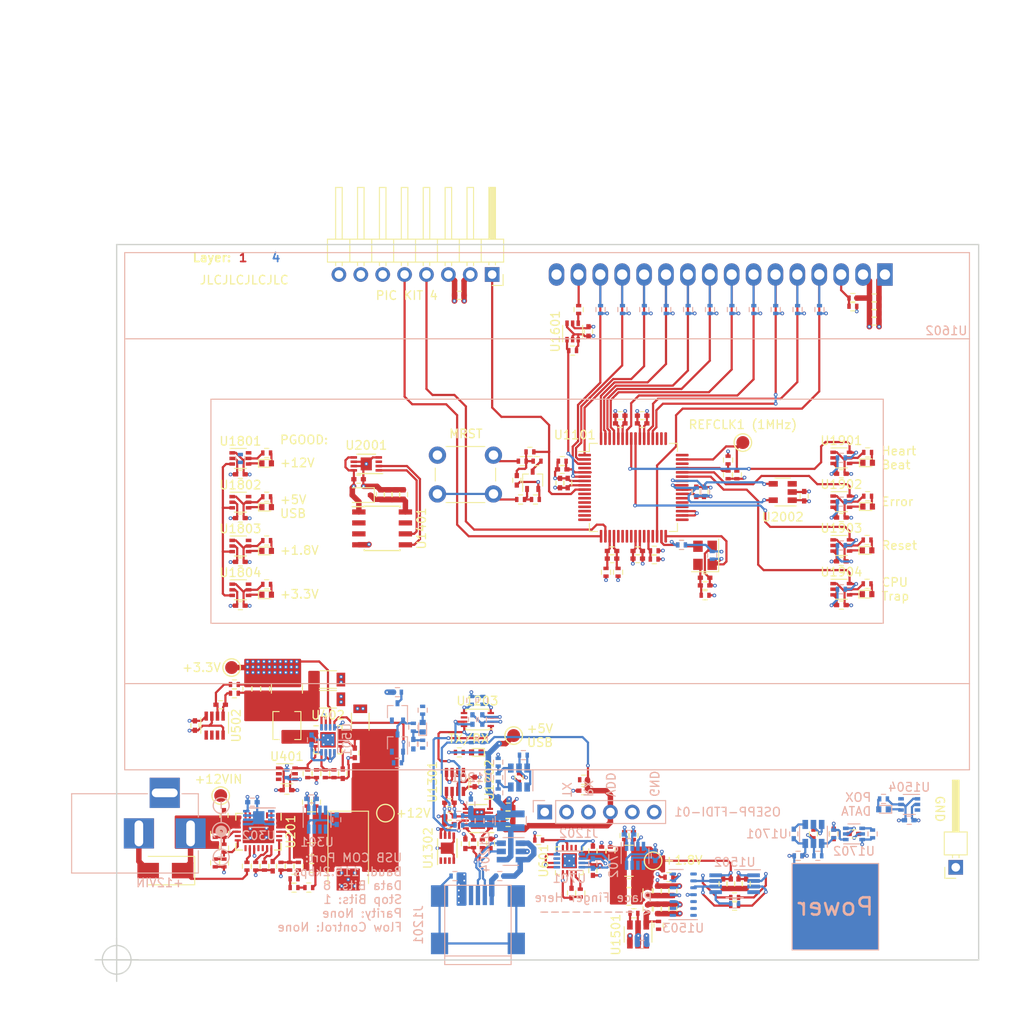
<source format=kicad_pcb>
(kicad_pcb (version 20171130) (host pcbnew "(5.1.8)-1")
  (layers (0 F.Cu mixed) (1 GND mixed) (2 PWR mixed) (31 B.Cu mixed) (34 B.Paste user) (35 F.Paste user) (36 B.SilkS user) (37 F.SilkS user) (38 B.Mask user) (39 F.Mask user) (44 Edge.Cuts user))
  (net 0 "")
  (net 1 +12Vin)
  (net 2 GND)
  (net 3 +12V)
  (net 4 POS12_SNS-)
  (net 5 POS12_SNS+)
  (net 6 +3V3)
  (net 7 "Net-(C403-Pad1)")
  (net 8 POS3P3_SNS_OUT+)
  (net 9 POS3P3_SNS_OUT-)
  (net 10 "Net-(C602-Pad1)")
  (net 11 "Net-(C603-Pad1)")
  (net 12 +1.8V)
  (net 13 POS1P8_SNS_OUT-)
  (net 14 POS1P8_SNS_OUT+)
  (net 15 "Net-(C802-Pad1)")
  (net 16 GNDA_MZ)
  (net 17 +3.3VA_MZ)
  (net 18 "Net-(C1001-Pad1)")
  (net 19 +5V_USB)
  (net 20 "/USB UART Bridge/CONN_USB+")
  (net 21 "/USB UART Bridge/CONN_USB-")
  (net 22 POS5_USB_SNS+)
  (net 23 POS5_USB_SNS-)
  (net 24 "Net-(C1401-Pad1)")
  (net 25 POS3P3_POX_ADC)
  (net 26 +3.3V_POX)
  (net 27 "Net-(D1201-Pad2)")
  (net 28 ~USB_ACTIVE)
  (net 29 "Net-(D1801-Pad2)")
  (net 30 "Net-(D1801-Pad1)")
  (net 31 "Net-(D1802-Pad2)")
  (net 32 "Net-(D1802-Pad1)")
  (net 33 "Net-(D1804-Pad1)")
  (net 34 "Net-(D1804-Pad2)")
  (net 35 "Net-(D1901-Pad1)")
  (net 36 "Net-(D1901-Pad2)")
  (net 37 "Net-(D1902-Pad2)")
  (net 38 "Net-(D1902-Pad1)")
  (net 39 "Net-(D1903-Pad1)")
  (net 40 "Net-(D1903-Pad2)")
  (net 41 "Net-(D1904-Pad1)")
  (net 42 "Net-(D1904-Pad2)")
  (net 43 PIC32MZ_ICSPCLK)
  (net 44 PIC32MZ_ICSPDAT)
  (net 45 ~PIC32MZ_MCLR)
  (net 46 "Net-(J1201-Pad1)")
  (net 47 "Net-(J1201-Pad6)")
  (net 48 I2C_SCL)
  (net 49 I2C_SDA)
  (net 50 USB_UART_RX)
  (net 51 USB_UART_TX)
  (net 52 "Net-(L401-Pad1)")
  (net 53 POS3P3_RUN)
  (net 54 "Net-(Q401-Pad3)")
  (net 55 "Net-(Q801-Pad3)")
  (net 56 "Net-(Q801-Pad1)")
  (net 57 POS3P3_PGOOD)
  (net 58 "Net-(R201-Pad2)")
  (net 59 POS12_PGOOD)
  (net 60 POS1P8_PGOOD)
  (net 61 POS1P8_RUN)
  (net 62 PIC32MZ_POSC_EC_Enable)
  (net 63 PIC32MZ_POSC_EC)
  (net 64 "Net-(R1202-Pad2)")
  (net 65 POS5_USB_PGOOD)
  (net 66 "/USB UART Bridge/BRIDGE_USB+")
  (net 67 "/USB UART Bridge/BRIDGE_USB-")
  (net 68 POS3P3_POX_Enable)
  (net 69 POX_I2C_Enable)
  (net 70 ~POX_INT)
  (net 71 LCD_BACKLIGHT_PWM)
  (net 72 LCD_PMP_RS)
  (net 73 LCD_PMP_R_W)
  (net 74 LCD_BACKLIGHT)
  (net 75 LCD_PMP_E)
  (net 76 Heartbeat_LED)
  (net 77 Error_LED)
  (net 78 Reset_LED)
  (net 79 CPU_Trap_LED)
  (net 80 LCD_PMP_DB0)
  (net 81 LCD_PMP_DB7)
  (net 82 LCD_PMP_DB1)
  (net 83 LCD_PMP_DB2)
  (net 84 LCD_PMP_DB3)
  (net 85 LCD_PMP_DB5)
  (net 86 LCD_PMP_DB4)
  (net 87 LCD_PMP_DB6)
  (net 88 LCD_CONTRAST)
  (net 89 PIC32MZ_REFCLK1)
  (net 90 Cap_Touch_Power)
  (net 91 "Net-(C201-Pad2)")
  (net 92 "Net-(C201-Pad1)")
  (net 93 "Net-(C404-Pad1)")
  (net 94 "Net-(C406-Pad1)")
  (net 95 +3.3V_USB)
  (net 96 "Net-(C1506-Pad1)")
  (net 97 "Net-(C1507-Pad1)")
  (net 98 "Net-(C1701-Pad2)")
  (net 99 "Net-(C1701-Pad1)")
  (net 100 "Net-(C1703-Pad1)")
  (net 101 "Net-(D401-Pad2)")
  (net 102 "Net-(D1803-Pad1)")
  (net 103 "Net-(D1803-Pad2)")
  (net 104 USB_UART_RX_BUF)
  (net 105 USB_UART_TX_BUF)
  (net 106 "Net-(L1201-Pad2)")
  (net 107 "Net-(Q402-Pad3)")
  (net 108 "Net-(R202-Pad1)")
  (net 109 "Net-(R206-Pad2)")
  (net 110 "Net-(R207-Pad2)")
  (net 111 "Net-(R212-Pad1)")
  (net 112 "Net-(R214-Pad1)")
  (net 113 "Net-(R215-Pad2)")
  (net 114 "Net-(R216-Pad2)")
  (net 115 "Net-(R217-Pad2)")
  (net 116 "Net-(R403-Pad2)")
  (net 117 "Net-(R408-Pad1)")
  (net 118 "Net-(R801-Pad2)")
  (net 119 "Net-(R1003-Pad1)")
  (net 120 "Net-(R1203-Pad2)")
  (net 121 "Net-(R1209-Pad2)")
  (net 122 "Net-(R1503-Pad2)")
  (net 123 "Net-(R1504-Pad2)")
  (net 124 "Net-(R1608-Pad1)")
  (net 125 "Net-(R1701-Pad2)")
  (net 126 "Net-(R1703-Pad1)")
  (net 127 PGOOD_LED_SHDN)
  (net 128 ~Telemetry_Config)
  (net 129 ~ETC_Config)
  (net 130 "Net-(J801-Pad6)")
  (net 131 "Net-(J801-Pad7)")
  (net 132 "Net-(J801-Pad8)")
  (net 133 "Net-(J1201-Pad4)")
  (net 134 "Net-(J1202-Pad5)")
  (net 135 "Net-(J1202-Pad1)")
  (net 136 "Net-(U201-Pad21)")
  (net 137 "Net-(U201-Pad16)")
  (net 138 "Net-(U201-Pad13)")
  (net 139 "Net-(U201-Pad11)")
  (net 140 "Net-(U201-Pad7)")
  (net 141 "Net-(U201-Pad6)")
  (net 142 "Net-(U201-Pad5)")
  (net 143 "Net-(U201-Pad4)")
  (net 144 "Net-(U201-Pad3)")
  (net 145 "Net-(U201-Pad2)")
  (net 146 "Net-(U201-Pad1)")
  (net 147 "Net-(U302-Pad3)")
  (net 148 "Net-(U501-Pad3)")
  (net 149 "Net-(U601-Pad10)")
  (net 150 "Net-(U601-Pad6)")
  (net 151 "Net-(U601-Pad4)")
  (net 152 "Net-(U601-Pad2)")
  (net 153 "Net-(U701-Pad3)")
  (net 154 "Net-(U1101-Pad48)")
  (net 155 "Net-(U1101-Pad38)")
  (net 156 "Net-(U1101-Pad37)")
  (net 157 "Net-(U1101-Pad36)")
  (net 158 "Net-(U1101-Pad33)")
  (net 159 "Net-(U1101-Pad22)")
  (net 160 "Net-(U1101-Pad21)")
  (net 161 "Net-(U1101-Pad12)")
  (net 162 "Net-(U1101-Pad11)")
  (net 163 "Net-(U1101-Pad10)")
  (net 164 "Net-(U1101-Pad4)")
  (net 165 "Net-(U1202-Pad2)")
  (net 166 "Net-(U1202-Pad8)")
  (net 167 "Net-(U1202-Pad11)")
  (net 168 "Net-(U1302-Pad3)")
  (net 169 "Net-(U1401-Pad2)")
  (net 170 "Net-(U1401-Pad3)")
  (net 171 "Net-(U1401-Pad7)")
  (net 172 "Net-(U1503-Pad1)")
  (net 173 "Net-(U1503-Pad5)")
  (net 174 "Net-(U1503-Pad6)")
  (net 175 "Net-(U1503-Pad7)")
  (net 176 "Net-(U1503-Pad8)")
  (net 177 "Net-(U1503-Pad14)")
  (net 178 "Net-(U2001-Pad3)")
  (net 179 "Net-(U2002-Pad3)")
  (net 180 "Net-(D1501-Pad1)")
  (net 181 "Net-(D1501-Pad2)")
  (module "Custom Footprints Library:20x04_LCD" (layer B.Cu) (at 193.9925 59.0525 180)
    (fp_text reference U1602 (at 5.207 -9.0625) (layer B.SilkS) (effects (justify right mirror)))
    (fp_text value "Generic 20x04 LCD")
    (pad 1 thru_hole rect (at 9.8044 -2.54 180) (size 1.8 2.6) (drill 1.2) (layers *.Cu *.Mask) (net 2 GND))
    (pad 2 thru_hole oval (at 12.3444 -2.54 180) (size 1.8 2.6) (drill 1.2) (layers *.Cu *.Mask) (net 6 +3V3))
    (pad 3 thru_hole oval (at 14.8844 -2.54 180) (size 1.8 2.6) (drill 1.2) (layers *.Cu *.Mask) (net 88 LCD_CONTRAST))
    (pad 4 thru_hole oval (at 17.4244 -2.54 180) (size 1.8 2.6) (drill 1.2) (layers *.Cu *.Mask) (net 72 LCD_PMP_RS))
    (pad 5 thru_hole oval (at 19.9644 -2.54 180) (size 1.8 2.6) (drill 1.2) (layers *.Cu *.Mask) (net 73 LCD_PMP_R_W))
    (pad 6 thru_hole oval (at 22.5044 -2.54 180) (size 1.8 2.6) (drill 1.2) (layers *.Cu *.Mask) (net 75 LCD_PMP_E))
    (pad 7 thru_hole oval (at 25.0444 -2.54 180) (size 1.8 2.6) (drill 1.2) (layers *.Cu *.Mask) (net 80 LCD_PMP_DB0))
    (pad 8 thru_hole oval (at 27.5844 -2.54 180) (size 1.8 2.6) (drill 1.2) (layers *.Cu *.Mask) (net 82 LCD_PMP_DB1))
    (pad 9 thru_hole oval (at 30.1244 -2.54 180) (size 1.8 2.6) (drill 1.2) (layers *.Cu *.Mask) (net 83 LCD_PMP_DB2))
    (pad 10 thru_hole oval (at 32.6644 -2.54 180) (size 1.8 2.6) (drill 1.2) (layers *.Cu *.Mask) (net 84 LCD_PMP_DB3))
    (pad 11 thru_hole oval (at 35.2044 -2.54 180) (size 1.8 2.6) (drill 1.2) (layers *.Cu *.Mask) (net 86 LCD_PMP_DB4))
    (pad 12 thru_hole oval (at 37.7444 -2.54 180) (size 1.8 2.6) (drill 1.2) (layers *.Cu *.Mask) (net 85 LCD_PMP_DB5))
    (pad 13 thru_hole oval (at 40.2844 -2.54 180) (size 1.8 2.6) (drill 1.2) (layers *.Cu *.Mask) (net 87 LCD_PMP_DB6))
    (pad 14 thru_hole oval (at 42.8244 -2.54 180) (size 1.8 2.6) (drill 1.2) (layers *.Cu *.Mask) (net 81 LCD_PMP_DB7))
    (pad 15 thru_hole oval (at 45.3644 -2.54 180) (size 1.8 2.6) (drill 1.2) (layers *.Cu *.Mask) (net 74 LCD_BACKLIGHT))
    (pad 16 thru_hole oval (at 47.9044 -2.54 180) (size 1.8 2.6) (drill 1.2) (layers *.Cu *.Mask) (net 2 GND))
  )
  (module Package_TO_SOT_SMD:SOT-363_SC-70-6 (layer B.Cu) (at 187.0075 123.069 180)
    (fp_text reference U1504 (at 0 2) (layer B.SilkS) (effects (justify mirror)))
    (fp_text value 74LVC1G97)
    (pad 6 smd rect (at 0.95 0.65 180) (size 0.65 0.4) (layers B.Cu B.Paste B.Mask) (net 68 POS3P3_POX_Enable))
    (pad 4 smd rect (at 0.95 -0.65 180) (size 0.65 0.4) (layers B.Cu B.Paste B.Mask) (net 180 "Net-(D1501-Pad1)"))
    (pad 2 smd rect (at -0.95 0 180) (size 0.65 0.4) (layers B.Cu B.Paste B.Mask) (net 2 GND))
    (pad 5 smd rect (at 0.95 0 180) (size 0.65 0.4) (layers B.Cu B.Paste B.Mask) (net 6 +3V3))
    (pad 3 smd rect (at -0.95 -0.65 180) (size 0.65 0.4) (layers B.Cu B.Paste B.Mask) (net 70 ~POX_INT))
    (pad 1 smd rect (at -0.95 0.65 180) (size 0.65 0.4) (layers B.Cu B.Paste B.Mask) (net 6 +3V3))
  )
  (module Resistors_SMD:R_0402 (layer B.Cu) (at 184.023 122.428 180)
    (fp_text reference R1508 hide)
    (fp_text value 1k)
    (pad 2 smd rect (at 0.45 0 180) (size 0.4 0.6) (layers B.Cu B.Paste B.Mask) (net 181 "Net-(D1501-Pad2)"))
    (pad 1 smd rect (at -0.45 0 180) (size 0.4 0.6) (layers B.Cu B.Paste B.Mask) (net 6 +3V3))
  )
  (module LEDs:LED_0402 (layer B.Cu) (at 184.023 123.6345 180)
    (fp_text reference D1501 hide)
    (fp_text value Green)
    (pad 1 smd rect (at -0.55 0) (size 0.6 0.7) (layers B.Cu B.Paste B.Mask) (net 180 "Net-(D1501-Pad1)"))
    (pad 2 smd rect (at 0.55 0) (size 0.6 0.7) (layers B.Cu B.Paste B.Mask) (net 181 "Net-(D1501-Pad2)"))
  )
  (module Capacitors_SMD:C_0402 (layer B.Cu) (at 187.0075 124.9045)
    (fp_text reference C1513 hide)
    (fp_text value 0.1uF)
    (pad 2 smd rect (at 0.55 0) (size 0.6 0.5) (layers B.Cu B.Paste B.Mask) (net 2 GND))
    (pad 1 smd rect (at -0.55 0) (size 0.6 0.5) (layers B.Cu B.Paste B.Mask) (net 6 +3V3))
  )
  (module Symbol:Symbol_Barrel_Polarity (layer B.Cu) (at 107.1065 126.1925 270)
    (fp_text reference REF** hide)
    (fp_text value Symbol_Barrel_Polarity)
  )
  (module Capacitors_SMD:C_0402 (layer F.Cu) (at 182.9435 66.99)
    (fp_text reference C1605 hide)
    (fp_text value 10uF)
    (pad 2 smd rect (at 0.55 0) (size 0.6 0.5) (layers F.Cu F.Paste F.Mask) (net 2 GND))
    (pad 1 smd rect (at -0.55 0) (size 0.6 0.5) (layers F.Cu F.Paste F.Mask) (net 6 +3V3))
  )
  (module Capacitors_SMD:C_0402 (layer F.Cu) (at 182.9435 66.101)
    (fp_text reference C1604 hide)
    (fp_text value 10uF)
    (pad 2 smd rect (at 0.55 0) (size 0.6 0.5) (layers F.Cu F.Paste F.Mask) (net 2 GND))
    (pad 1 smd rect (at -0.55 0) (size 0.6 0.5) (layers F.Cu F.Paste F.Mask) (net 6 +3V3))
  )
  (module Capacitors_SMD:C_0402 (layer F.Cu) (at 109.4105 84.77 180)
    (fp_text reference C1801 hide)
    (fp_text value 0.1uF)
    (pad 2 smd rect (at 0.55 0 180) (size 0.6 0.5) (layers F.Cu F.Paste F.Mask) (net 2 GND))
    (pad 1 smd rect (at -0.55 0 180) (size 0.6 0.5) (layers F.Cu F.Paste F.Mask) (net 6 +3V3))
  )
  (module Resistors_SMD:R_0402 (layer B.Cu) (at 160.5915 92.9615)
    (fp_text reference R1004 hide)
    (fp_text value 10k)
    (pad 2 smd rect (at 0.45 0) (size 0.4 0.6) (layers B.Cu B.Paste B.Mask) (net 2 GND))
    (pad 1 smd rect (at -0.45 0) (size 0.4 0.6) (layers B.Cu B.Paste B.Mask) (net 63 PIC32MZ_POSC_EC))
  )
  (module Resistors_SMD:R_0402 (layer B.Cu) (at 164.1475 94.168 90)
    (fp_text reference R1002 hide)
    (fp_text value 10k)
    (pad 2 smd rect (at 0.45 0 90) (size 0.4 0.6) (layers B.Cu B.Paste B.Mask) (net 2 GND))
    (pad 1 smd rect (at -0.45 0 90) (size 0.4 0.6) (layers B.Cu B.Paste B.Mask) (net 62 PIC32MZ_POSC_EC_Enable))
  )
  (module Resistors_SMD:R_0402 (layer F.Cu) (at 167.005 84.8335 270)
    (fp_text reference R1001 hide)
    (fp_text value 10k)
    (pad 2 smd rect (at 0.45 0 270) (size 0.4 0.6) (layers F.Cu F.Paste F.Mask) (net 2 GND))
    (pad 1 smd rect (at -0.45 0 270) (size 0.4 0.6) (layers F.Cu F.Paste F.Mask) (net 89 PIC32MZ_REFCLK1))
  )
  (module Package_QFP:TQFP-64_10x10mm_P0.5mm (layer F.Cu) (at 155.004 86.294)
    (fp_text reference U1101 (at -6.7945 -6.096) (layer F.SilkS))
    (fp_text value PIC32MZ0512EFE064T-I_PT)
    (pad 64 smd roundrect (at -3.75 -5.6625) (size 0.3 1.475) (layers F.Cu F.Paste F.Mask) (net 86 LCD_PMP_DB4))
    (pad 63 smd roundrect (at -3.25 -5.6625) (size 0.3 1.475) (layers F.Cu F.Paste F.Mask) (net 84 LCD_PMP_DB3))
    (pad 62 smd roundrect (at -2.75 -5.6625) (size 0.3 1.475) (layers F.Cu F.Paste F.Mask) (net 83 LCD_PMP_DB2))
    (pad 61 smd roundrect (at -2.25 -5.6625) (size 0.3 1.475) (layers F.Cu F.Paste F.Mask) (net 82 LCD_PMP_DB1))
    (pad 60 smd roundrect (at -1.75 -5.6625) (size 0.3 1.475) (layers F.Cu F.Paste F.Mask) (net 6 +3V3))
    (pad 59 smd roundrect (at -1.25 -5.6625) (size 0.3 1.475) (layers F.Cu F.Paste F.Mask) (net 2 GND))
    (pad 58 smd roundrect (at -0.75 -5.6625) (size 0.3 1.475) (layers F.Cu F.Paste F.Mask) (net 80 LCD_PMP_DB0))
    (pad 57 smd roundrect (at -0.25 -5.6625) (size 0.3 1.475) (layers F.Cu F.Paste F.Mask) (net 76 Heartbeat_LED))
    (pad 56 smd roundrect (at 0.25 -5.6625) (size 0.3 1.475) (layers F.Cu F.Paste F.Mask) (net 78 Reset_LED))
    (pad 55 smd roundrect (at 0.75 -5.6625) (size 0.3 1.475) (layers F.Cu F.Paste F.Mask) (net 2 GND))
    (pad 54 smd roundrect (at 1.25 -5.6625) (size 0.3 1.475) (layers F.Cu F.Paste F.Mask) (net 6 +3V3))
    (pad 53 smd roundrect (at 1.75 -5.6625) (size 0.3 1.475) (layers F.Cu F.Paste F.Mask) (net 73 LCD_PMP_R_W))
    (pad 52 smd roundrect (at 2.25 -5.6625) (size 0.3 1.475) (layers F.Cu F.Paste F.Mask) (net 75 LCD_PMP_E))
    (pad 51 smd roundrect (at 2.75 -5.6625) (size 0.3 1.475) (layers F.Cu F.Paste F.Mask) (net 51 USB_UART_TX))
    (pad 50 smd roundrect (at 3.25 -5.6625) (size 0.3 1.475) (layers F.Cu F.Paste F.Mask) (net 50 USB_UART_RX))
    (pad 49 smd roundrect (at 3.75 -5.6625) (size 0.3 1.475) (layers F.Cu F.Paste F.Mask) (net 61 POS1P8_RUN))
    (pad 48 smd roundrect (at 5.6625 -3.75) (size 1.475 0.3) (layers F.Cu F.Paste F.Mask) (net 154 "Net-(U1101-Pad48)"))
    (pad 47 smd roundrect (at 5.6625 -3.25) (size 1.475 0.3) (layers F.Cu F.Paste F.Mask) (net 89 PIC32MZ_REFCLK1))
    (pad 46 smd roundrect (at 5.6625 -2.75) (size 1.475 0.3) (layers F.Cu F.Paste F.Mask) (net 60 POS1P8_PGOOD))
    (pad 45 smd roundrect (at 5.6625 -2.25) (size 1.475 0.3) (layers F.Cu F.Paste F.Mask) (net 128 ~Telemetry_Config))
    (pad 44 smd roundrect (at 5.6625 -1.75) (size 1.475 0.3) (layers F.Cu F.Paste F.Mask) (net 77 Error_LED))
    (pad 43 smd roundrect (at 5.6625 -1.25) (size 1.475 0.3) (layers F.Cu F.Paste F.Mask) (net 79 CPU_Trap_LED))
    (pad 42 smd roundrect (at 5.6625 -0.75) (size 1.475 0.3) (layers F.Cu F.Paste F.Mask) (net 48 I2C_SCL))
    (pad 41 smd roundrect (at 5.6625 -0.25) (size 1.475 0.3) (layers F.Cu F.Paste F.Mask) (net 49 I2C_SDA))
    (pad 40 smd roundrect (at 5.6625 0.25) (size 1.475 0.3) (layers F.Cu F.Paste F.Mask) (net 2 GND))
    (pad 39 smd roundrect (at 5.6625 0.75) (size 1.475 0.3) (layers F.Cu F.Paste F.Mask) (net 6 +3V3))
    (pad 38 smd roundrect (at 5.6625 1.25) (size 1.475 0.3) (layers F.Cu F.Paste F.Mask) (net 155 "Net-(U1101-Pad38)"))
    (pad 37 smd roundrect (at 5.6625 1.75) (size 1.475 0.3) (layers F.Cu F.Paste F.Mask) (net 156 "Net-(U1101-Pad37)"))
    (pad 36 smd roundrect (at 5.6625 2.25) (size 1.475 0.3) (layers F.Cu F.Paste F.Mask) (net 157 "Net-(U1101-Pad36)"))
    (pad 35 smd roundrect (at 5.6625 2.75) (size 1.475 0.3) (layers F.Cu F.Paste F.Mask) (net 2 GND))
    (pad 34 smd roundrect (at 5.6625 3.25) (size 1.475 0.3) (layers F.Cu F.Paste F.Mask) (net 2 GND))
    (pad 33 smd roundrect (at 5.6625 3.75) (size 1.475 0.3) (layers F.Cu F.Paste F.Mask) (net 158 "Net-(U1101-Pad33)"))
    (pad 32 smd roundrect (at 3.75 5.6625) (size 0.3 1.475) (layers F.Cu F.Paste F.Mask) (net 62 PIC32MZ_POSC_EC_Enable))
    (pad 31 smd roundrect (at 3.25 5.6625) (size 0.3 1.475) (layers F.Cu F.Paste F.Mask) (net 63 PIC32MZ_POSC_EC))
    (pad 30 smd roundrect (at 2.75 5.6625) (size 0.3 1.475) (layers F.Cu F.Paste F.Mask) (net 72 LCD_PMP_RS))
    (pad 29 smd roundrect (at 2.25 5.6625) (size 0.3 1.475) (layers F.Cu F.Paste F.Mask) (net 127 PGOOD_LED_SHDN))
    (pad 28 smd roundrect (at 1.75 5.6625) (size 0.3 1.475) (layers F.Cu F.Paste F.Mask) (net 129 ~ETC_Config))
    (pad 27 smd roundrect (at 1.25 5.6625) (size 0.3 1.475) (layers F.Cu F.Paste F.Mask) (net 57 POS3P3_PGOOD))
    (pad 26 smd roundrect (at 0.75 5.6625) (size 0.3 1.475) (layers F.Cu F.Paste F.Mask) (net 6 +3V3))
    (pad 25 smd roundrect (at 0.25 5.6625) (size 0.3 1.475) (layers F.Cu F.Paste F.Mask) (net 2 GND))
    (pad 24 smd roundrect (at -0.25 5.6625) (size 0.3 1.475) (layers F.Cu F.Paste F.Mask) (net 65 POS5_USB_PGOOD))
    (pad 23 smd roundrect (at -0.75 5.6625) (size 0.3 1.475) (layers F.Cu F.Paste F.Mask) (net 59 POS12_PGOOD))
    (pad 22 smd roundrect (at -1.25 5.6625) (size 0.3 1.475) (layers F.Cu F.Paste F.Mask) (net 159 "Net-(U1101-Pad22)"))
    (pad 21 smd roundrect (at -1.75 5.6625) (size 0.3 1.475) (layers F.Cu F.Paste F.Mask) (net 160 "Net-(U1101-Pad21)"))
    (pad 20 smd roundrect (at -2.25 5.6625) (size 0.3 1.475) (layers F.Cu F.Paste F.Mask) (net 16 GNDA_MZ))
    (pad 19 smd roundrect (at -2.75 5.6625) (size 0.3 1.475) (layers F.Cu F.Paste F.Mask) (net 17 +3.3VA_MZ))
    (pad 18 smd roundrect (at -3.25 5.6625) (size 0.3 1.475) (layers F.Cu F.Paste F.Mask) (net 44 PIC32MZ_ICSPDAT))
    (pad 17 smd roundrect (at -3.75 5.6625) (size 0.3 1.475) (layers F.Cu F.Paste F.Mask) (net 43 PIC32MZ_ICSPCLK))
    (pad 16 smd roundrect (at -5.6625 3.75) (size 1.475 0.3) (layers F.Cu F.Paste F.Mask) (net 69 POX_I2C_Enable))
    (pad 15 smd roundrect (at -5.6625 3.25) (size 1.475 0.3) (layers F.Cu F.Paste F.Mask) (net 68 POS3P3_POX_Enable))
    (pad 14 smd roundrect (at -5.6625 2.75) (size 1.475 0.3) (layers F.Cu F.Paste F.Mask) (net 70 ~POX_INT))
    (pad 13 smd roundrect (at -5.6625 2.25) (size 1.475 0.3) (layers F.Cu F.Paste F.Mask) (net 90 Cap_Touch_Power))
    (pad 12 smd roundrect (at -5.6625 1.75) (size 1.475 0.3) (layers F.Cu F.Paste F.Mask) (net 161 "Net-(U1101-Pad12)"))
    (pad 11 smd roundrect (at -5.6625 1.25) (size 1.475 0.3) (layers F.Cu F.Paste F.Mask) (net 162 "Net-(U1101-Pad11)"))
    (pad 10 smd roundrect (at -5.6625 0.75) (size 1.475 0.3) (layers F.Cu F.Paste F.Mask) (net 163 "Net-(U1101-Pad10)"))
    (pad 9 smd roundrect (at -5.6625 0.25) (size 1.475 0.3) (layers F.Cu F.Paste F.Mask) (net 45 ~PIC32MZ_MCLR))
    (pad 8 smd roundrect (at -5.6625 -0.25) (size 1.475 0.3) (layers F.Cu F.Paste F.Mask) (net 6 +3V3))
    (pad 7 smd roundrect (at -5.6625 -0.75) (size 1.475 0.3) (layers F.Cu F.Paste F.Mask) (net 2 GND))
    (pad 6 smd roundrect (at -5.6625 -1.25) (size 1.475 0.3) (layers F.Cu F.Paste F.Mask) (net 71 LCD_BACKLIGHT_PWM))
    (pad 5 smd roundrect (at -5.6625 -1.75) (size 1.475 0.3) (layers F.Cu F.Paste F.Mask) (net 25 POS3P3_POX_ADC))
    (pad 4 smd roundrect (at -5.6625 -2.25) (size 1.475 0.3) (layers F.Cu F.Paste F.Mask) (net 164 "Net-(U1101-Pad4)"))
    (pad 3 smd roundrect (at -5.6625 -2.75) (size 1.475 0.3) (layers F.Cu F.Paste F.Mask) (net 81 LCD_PMP_DB7))
    (pad 2 smd roundrect (at -5.6625 -3.25) (size 1.475 0.3) (layers F.Cu F.Paste F.Mask) (net 87 LCD_PMP_DB6))
    (pad 1 smd roundrect (at -5.6625 -3.75) (size 1.475 0.3) (layers F.Cu F.Paste F.Mask) (net 85 LCD_PMP_DB5))
  )
  (module Package_TO_SOT_SMD:SOT-23-5 (layer F.Cu) (at 172.328 86.8245 180)
    (fp_text reference U2002 (at 0 -2.9) (layer F.SilkS))
    (fp_text value LTC1694)
    (pad 5 smd rect (at 1.1 -0.95 180) (size 1.06 0.65) (layers F.Cu F.Paste F.Mask) (net 49 I2C_SDA))
    (pad 4 smd rect (at 1.1 0.95 180) (size 1.06 0.65) (layers F.Cu F.Paste F.Mask) (net 48 I2C_SCL))
    (pad 3 smd rect (at -1.1 0.95 180) (size 1.06 0.65) (layers F.Cu F.Paste F.Mask) (net 179 "Net-(U2002-Pad3)"))
    (pad 2 smd rect (at -1.1 0 180) (size 1.06 0.65) (layers F.Cu F.Paste F.Mask) (net 2 GND))
    (pad 1 smd rect (at -1.1 -0.95 180) (size 1.06 0.65) (layers F.Cu F.Paste F.Mask) (net 6 +3V3))
  )
  (module Package_TO_SOT_SMD:SOT-363_SC-70-6 (layer F.Cu) (at 179.1335 98.105)
    (fp_text reference U1904 (at 0 -2) (layer F.SilkS))
    (fp_text value 74LVC1G97)
    (pad 6 smd rect (at 0.95 -0.65) (size 0.65 0.4) (layers F.Cu F.Paste F.Mask) (net 79 CPU_Trap_LED))
    (pad 4 smd rect (at 0.95 0.65) (size 0.65 0.4) (layers F.Cu F.Paste F.Mask) (net 41 "Net-(D1904-Pad1)"))
    (pad 2 smd rect (at -0.95 0) (size 0.65 0.4) (layers F.Cu F.Paste F.Mask) (net 2 GND))
    (pad 5 smd rect (at 0.95 0) (size 0.65 0.4) (layers F.Cu F.Paste F.Mask) (net 6 +3V3))
    (pad 3 smd rect (at -0.95 0.65) (size 0.65 0.4) (layers F.Cu F.Paste F.Mask) (net 2 GND))
    (pad 1 smd rect (at -0.95 -0.65) (size 0.65 0.4) (layers F.Cu F.Paste F.Mask) (net 6 +3V3))
  )
  (module Package_TO_SOT_SMD:SOT-363_SC-70-6 (layer F.Cu) (at 179.1335 93.025)
    (fp_text reference U1903 (at 0 -2) (layer F.SilkS))
    (fp_text value 74LVC1G97)
    (pad 6 smd rect (at 0.95 -0.65) (size 0.65 0.4) (layers F.Cu F.Paste F.Mask) (net 78 Reset_LED))
    (pad 4 smd rect (at 0.95 0.65) (size 0.65 0.4) (layers F.Cu F.Paste F.Mask) (net 39 "Net-(D1903-Pad1)"))
    (pad 2 smd rect (at -0.95 0) (size 0.65 0.4) (layers F.Cu F.Paste F.Mask) (net 2 GND))
    (pad 5 smd rect (at 0.95 0) (size 0.65 0.4) (layers F.Cu F.Paste F.Mask) (net 6 +3V3))
    (pad 3 smd rect (at -0.95 0.65) (size 0.65 0.4) (layers F.Cu F.Paste F.Mask) (net 2 GND))
    (pad 1 smd rect (at -0.95 -0.65) (size 0.65 0.4) (layers F.Cu F.Paste F.Mask) (net 6 +3V3))
  )
  (module Package_TO_SOT_SMD:SOT-363_SC-70-6 (layer F.Cu) (at 179.1335 87.945)
    (fp_text reference U1902 (at 0 -2) (layer F.SilkS))
    (fp_text value 74LVC1G97)
    (pad 6 smd rect (at 0.95 -0.65) (size 0.65 0.4) (layers F.Cu F.Paste F.Mask) (net 77 Error_LED))
    (pad 4 smd rect (at 0.95 0.65) (size 0.65 0.4) (layers F.Cu F.Paste F.Mask) (net 38 "Net-(D1902-Pad1)"))
    (pad 2 smd rect (at -0.95 0) (size 0.65 0.4) (layers F.Cu F.Paste F.Mask) (net 2 GND))
    (pad 5 smd rect (at 0.95 0) (size 0.65 0.4) (layers F.Cu F.Paste F.Mask) (net 6 +3V3))
    (pad 3 smd rect (at -0.95 0.65) (size 0.65 0.4) (layers F.Cu F.Paste F.Mask) (net 2 GND))
    (pad 1 smd rect (at -0.95 -0.65) (size 0.65 0.4) (layers F.Cu F.Paste F.Mask) (net 6 +3V3))
  )
  (module Package_TO_SOT_SMD:SOT-363_SC-70-6 (layer F.Cu) (at 179.1335 82.865)
    (fp_text reference U1901 (at 0 -2) (layer F.SilkS))
    (fp_text value 74LVC1G97)
    (pad 6 smd rect (at 0.95 -0.65) (size 0.65 0.4) (layers F.Cu F.Paste F.Mask) (net 76 Heartbeat_LED))
    (pad 4 smd rect (at 0.95 0.65) (size 0.65 0.4) (layers F.Cu F.Paste F.Mask) (net 35 "Net-(D1901-Pad1)"))
    (pad 2 smd rect (at -0.95 0) (size 0.65 0.4) (layers F.Cu F.Paste F.Mask) (net 2 GND))
    (pad 5 smd rect (at 0.95 0) (size 0.65 0.4) (layers F.Cu F.Paste F.Mask) (net 6 +3V3))
    (pad 3 smd rect (at -0.95 0.65) (size 0.65 0.4) (layers F.Cu F.Paste F.Mask) (net 2 GND))
    (pad 1 smd rect (at -0.95 -0.65) (size 0.65 0.4) (layers F.Cu F.Paste F.Mask) (net 6 +3V3))
  )
  (module Package_TO_SOT_SMD:SOT-363_SC-70-6 (layer F.Cu) (at 109.4105 98.1685)
    (fp_text reference U1804 (at 0 -2) (layer F.SilkS))
    (fp_text value 74LVC1G97)
    (pad 6 smd rect (at 0.95 -0.65) (size 0.65 0.4) (layers F.Cu F.Paste F.Mask) (net 57 POS3P3_PGOOD))
    (pad 4 smd rect (at 0.95 0.65) (size 0.65 0.4) (layers F.Cu F.Paste F.Mask) (net 33 "Net-(D1804-Pad1)"))
    (pad 2 smd rect (at -0.95 0) (size 0.65 0.4) (layers F.Cu F.Paste F.Mask) (net 2 GND))
    (pad 5 smd rect (at 0.95 0) (size 0.65 0.4) (layers F.Cu F.Paste F.Mask) (net 6 +3V3))
    (pad 3 smd rect (at -0.95 0.65) (size 0.65 0.4) (layers F.Cu F.Paste F.Mask) (net 127 PGOOD_LED_SHDN))
    (pad 1 smd rect (at -0.95 -0.65) (size 0.65 0.4) (layers F.Cu F.Paste F.Mask) (net 6 +3V3))
  )
  (module Package_TO_SOT_SMD:SOT-363_SC-70-6 (layer F.Cu) (at 109.4105 93.0885)
    (fp_text reference U1803 (at 0 -2) (layer F.SilkS))
    (fp_text value 74LVC1G97)
    (pad 6 smd rect (at 0.95 -0.65) (size 0.65 0.4) (layers F.Cu F.Paste F.Mask) (net 60 POS1P8_PGOOD))
    (pad 4 smd rect (at 0.95 0.65) (size 0.65 0.4) (layers F.Cu F.Paste F.Mask) (net 102 "Net-(D1803-Pad1)"))
    (pad 2 smd rect (at -0.95 0) (size 0.65 0.4) (layers F.Cu F.Paste F.Mask) (net 2 GND))
    (pad 5 smd rect (at 0.95 0) (size 0.65 0.4) (layers F.Cu F.Paste F.Mask) (net 6 +3V3))
    (pad 3 smd rect (at -0.95 0.65) (size 0.65 0.4) (layers F.Cu F.Paste F.Mask) (net 127 PGOOD_LED_SHDN))
    (pad 1 smd rect (at -0.95 -0.65) (size 0.65 0.4) (layers F.Cu F.Paste F.Mask) (net 6 +3V3))
  )
  (module Package_TO_SOT_SMD:SOT-363_SC-70-6 (layer F.Cu) (at 109.4105 88.0085)
    (fp_text reference U1802 (at 0 -2) (layer F.SilkS))
    (fp_text value 74LVC1G97)
    (pad 6 smd rect (at 0.95 -0.65) (size 0.65 0.4) (layers F.Cu F.Paste F.Mask) (net 65 POS5_USB_PGOOD))
    (pad 4 smd rect (at 0.95 0.65) (size 0.65 0.4) (layers F.Cu F.Paste F.Mask) (net 32 "Net-(D1802-Pad1)"))
    (pad 2 smd rect (at -0.95 0) (size 0.65 0.4) (layers F.Cu F.Paste F.Mask) (net 2 GND))
    (pad 5 smd rect (at 0.95 0) (size 0.65 0.4) (layers F.Cu F.Paste F.Mask) (net 6 +3V3))
    (pad 3 smd rect (at -0.95 0.65) (size 0.65 0.4) (layers F.Cu F.Paste F.Mask) (net 127 PGOOD_LED_SHDN))
    (pad 1 smd rect (at -0.95 -0.65) (size 0.65 0.4) (layers F.Cu F.Paste F.Mask) (net 6 +3V3))
  )
  (module Package_TO_SOT_SMD:SOT-363_SC-70-6 (layer F.Cu) (at 109.4105 82.9285)
    (fp_text reference U1801 (at 0 -2) (layer F.SilkS))
    (fp_text value 74LVC1G97)
    (pad 6 smd rect (at 0.95 -0.65) (size 0.65 0.4) (layers F.Cu F.Paste F.Mask) (net 59 POS12_PGOOD))
    (pad 4 smd rect (at 0.95 0.65) (size 0.65 0.4) (layers F.Cu F.Paste F.Mask) (net 30 "Net-(D1801-Pad1)"))
    (pad 2 smd rect (at -0.95 0) (size 0.65 0.4) (layers F.Cu F.Paste F.Mask) (net 2 GND))
    (pad 5 smd rect (at 0.95 0) (size 0.65 0.4) (layers F.Cu F.Paste F.Mask) (net 6 +3V3))
    (pad 3 smd rect (at -0.95 0.65) (size 0.65 0.4) (layers F.Cu F.Paste F.Mask) (net 127 PGOOD_LED_SHDN))
    (pad 1 smd rect (at -0.95 -0.65) (size 0.65 0.4) (layers F.Cu F.Paste F.Mask) (net 6 +3V3))
  )
  (module Package_TO_SOT_SMD:SOT-363_SC-70-6 (layer B.Cu) (at 180.594 126.492)
    (fp_text reference U1702 (at 0 2 180) (layer B.SilkS) (effects (justify mirror)))
    (fp_text value 74LVC1G97)
    (pad 6 smd rect (at 0.95 0.65) (size 0.65 0.4) (layers B.Cu B.Paste B.Mask) (net 2 GND))
    (pad 4 smd rect (at 0.95 -0.65) (size 0.65 0.4) (layers B.Cu B.Paste B.Mask) (net 90 Cap_Touch_Power))
    (pad 2 smd rect (at -0.95 0) (size 0.65 0.4) (layers B.Cu B.Paste B.Mask) (net 2 GND))
    (pad 5 smd rect (at 0.95 0) (size 0.65 0.4) (layers B.Cu B.Paste B.Mask) (net 6 +3V3))
    (pad 3 smd rect (at -0.95 -0.65) (size 0.65 0.4) (layers B.Cu B.Paste B.Mask) (net 2 GND))
    (pad 1 smd rect (at -0.95 0.65) (size 0.65 0.4) (layers B.Cu B.Paste B.Mask) (net 100 "Net-(C1703-Pad1)"))
  )
  (module TO_SOT_Packages_SMD:SOT-23-6 (layer B.Cu) (at 175.895 126.492 90)
    (fp_text reference U1701 (at 0 -5.3975 180) (layer B.SilkS) (effects (justify mirror)))
    (fp_text value AT42QT1010-TSHR)
    (pad 5 smd rect (at 1.1 0 90) (size 1.06 0.65) (layers B.Cu B.Paste B.Mask) (net 6 +3V3))
    (pad 6 smd rect (at 1.1 0.95 90) (size 1.06 0.65) (layers B.Cu B.Paste B.Mask) (net 6 +3V3))
    (pad 4 smd rect (at 1.1 -0.95 90) (size 1.06 0.65) (layers B.Cu B.Paste B.Mask) (net 99 "Net-(C1701-Pad1)"))
    (pad 3 smd rect (at -1.1 -0.95 90) (size 1.06 0.65) (layers B.Cu B.Paste B.Mask) (net 98 "Net-(C1701-Pad2)"))
    (pad 2 smd rect (at -1.1 0 90) (size 1.06 0.65) (layers B.Cu B.Paste B.Mask) (net 2 GND))
    (pad 1 smd rect (at -1.1 0.95 90) (size 1.06 0.65) (layers B.Cu B.Paste B.Mask) (net 126 "Net-(R1703-Pad1)"))
  )
  (module Package_TO_SOT_SMD:SOT-363_SC-70-6 (layer F.Cu) (at 147.955 68.1965 90)
    (fp_text reference U1601 (at 0 -2 90) (layer F.SilkS))
    (fp_text value 74LVC1G97)
    (pad 6 smd rect (at 0.95 -0.65 90) (size 0.65 0.4) (layers F.Cu F.Paste F.Mask) (net 2 GND))
    (pad 4 smd rect (at 0.95 0.65 90) (size 0.65 0.4) (layers F.Cu F.Paste F.Mask) (net 124 "Net-(R1608-Pad1)"))
    (pad 2 smd rect (at -0.95 0 90) (size 0.65 0.4) (layers F.Cu F.Paste F.Mask) (net 2 GND))
    (pad 5 smd rect (at 0.95 0 90) (size 0.65 0.4) (layers F.Cu F.Paste F.Mask) (net 6 +3V3))
    (pad 3 smd rect (at -0.95 0.65 90) (size 0.65 0.4) (layers F.Cu F.Paste F.Mask) (net 2 GND))
    (pad 1 smd rect (at -0.95 -0.65 90) (size 0.65 0.4) (layers F.Cu F.Paste F.Mask) (net 71 LCD_BACKLIGHT_PWM))
  )
  (module Package_TO_SOT_SMD:SOT-23-6 (layer F.Cu) (at 155.547 138.155 270)
    (fp_text reference U1501 (at 0.021 2.5755 90) (layer F.SilkS))
    (fp_text value TPS22929D)
    (pad 5 smd rect (at 1.1 0 270) (size 1.06 0.65) (layers F.Cu F.Paste F.Mask) (net 2 GND))
    (pad 6 smd rect (at 1.1 -0.95 270) (size 1.06 0.65) (layers F.Cu F.Paste F.Mask) (net 6 +3V3))
    (pad 4 smd rect (at 1.1 0.95 270) (size 1.06 0.65) (layers F.Cu F.Paste F.Mask) (net 6 +3V3))
    (pad 3 smd rect (at -1.1 0.95 270) (size 1.06 0.65) (layers F.Cu F.Paste F.Mask) (net 68 POS3P3_POX_Enable))
    (pad 2 smd rect (at -1.1 0 270) (size 1.06 0.65) (layers F.Cu F.Paste F.Mask) (net 2 GND))
    (pad 1 smd rect (at -1.1 -0.95 270) (size 1.06 0.65) (layers F.Cu F.Paste F.Mask) (net 26 +3.3V_POX))
  )
  (module TO_SOT_Packages_SMD:SOT-23-6 (layer B.Cu) (at 140.7795 128.524 180)
    (fp_text reference U1204 (at 2.9845 0 270) (layer B.SilkS) (effects (justify mirror)))
    (fp_text value TPD3S014DBVR)
    (pad 5 smd rect (at 1.1 0 180) (size 1.06 0.65) (layers B.Cu B.Paste B.Mask) (net 21 "/USB UART Bridge/CONN_USB-"))
    (pad 6 smd rect (at 1.1 0.95 180) (size 1.06 0.65) (layers B.Cu B.Paste B.Mask) (net 20 "/USB UART Bridge/CONN_USB+"))
    (pad 4 smd rect (at 1.1 -0.95 180) (size 1.06 0.65) (layers B.Cu B.Paste B.Mask) (net 121 "Net-(R1209-Pad2)"))
    (pad 3 smd rect (at -1.1 -0.95 180) (size 1.06 0.65) (layers B.Cu B.Paste B.Mask) (net 106 "Net-(L1201-Pad2)"))
    (pad 2 smd rect (at -1.1 0 180) (size 1.06 0.65) (layers B.Cu B.Paste B.Mask) (net 2 GND))
    (pad 1 smd rect (at -1.1 0.95 180) (size 1.06 0.65) (layers B.Cu B.Paste B.Mask) (net 106 "Net-(L1201-Pad2)"))
  )
  (module Package_SO:VSSOP-8_2.4x2.1mm_P0.5mm (layer F.Cu) (at 136.906 113.2205 180)
    (fp_text reference U1203 (at 0 2.159) (layer F.SilkS))
    (fp_text value TXB0102DCU)
    (pad 8 smd rect (at 1.55 -0.75 180) (size 0.75 0.25) (layers F.Cu F.Paste F.Mask) (net 104 USB_UART_RX_BUF))
    (pad 7 smd rect (at 1.55 -0.25 180) (size 0.75 0.25) (layers F.Cu F.Paste F.Mask) (net 95 +3.3V_USB))
    (pad 6 smd rect (at 1.55 0.25 180) (size 0.75 0.25) (layers F.Cu F.Paste F.Mask) (net 65 POS5_USB_PGOOD))
    (pad 5 smd rect (at 1.55 0.75 180) (size 0.75 0.25) (layers F.Cu F.Paste F.Mask) (net 50 USB_UART_RX))
    (pad 4 smd rect (at -1.55 0.75 180) (size 0.75 0.25) (layers F.Cu F.Paste F.Mask) (net 51 USB_UART_TX))
    (pad 3 smd rect (at -1.55 0.25 180) (size 0.75 0.25) (layers F.Cu F.Paste F.Mask) (net 6 +3V3))
    (pad 2 smd rect (at -1.55 -0.25 180) (size 0.75 0.25) (layers F.Cu F.Paste F.Mask) (net 2 GND))
    (pad 1 smd rect (at -1.55 -0.75 180) (size 0.75 0.25) (layers F.Cu F.Paste F.Mask) (net 105 USB_UART_TX_BUF))
  )
  (module Package_TO_SOT_SMD:SOT-23-6 (layer B.Cu) (at 141.732 119.9515 90)
    (fp_text reference U1201 (at 0 -5.461 180) (layer B.SilkS) (effects (justify mirror)))
    (fp_text value TLV6700)
    (pad 5 smd rect (at 1.1 0 90) (size 1.06 0.65) (layers B.Cu B.Paste B.Mask) (net 6 +3V3))
    (pad 6 smd rect (at 1.1 0.95 90) (size 1.06 0.65) (layers B.Cu B.Paste B.Mask) (net 65 POS5_USB_PGOOD))
    (pad 4 smd rect (at 1.1 -0.95 90) (size 1.06 0.65) (layers B.Cu B.Paste B.Mask) (net 120 "Net-(R1203-Pad2)"))
    (pad 3 smd rect (at -1.1 -0.95 90) (size 1.06 0.65) (layers B.Cu B.Paste B.Mask) (net 64 "Net-(R1202-Pad2)"))
    (pad 2 smd rect (at -1.1 0 90) (size 1.06 0.65) (layers B.Cu B.Paste B.Mask) (net 2 GND))
    (pad 1 smd rect (at -1.1 0.95 90) (size 1.06 0.65) (layers B.Cu B.Paste B.Mask) (net 65 POS5_USB_PGOOD))
  )
  (module Package_TO_SOT_SMD:SOT-23-8 (layer F.Cu) (at 106.426 113.923 270)
    (fp_text reference U502 (at 0 -2.5 90) (layer F.SilkS))
    (fp_text value INA219BxDCN)
    (pad 8 smd rect (at 1.1 -0.98 270) (size 1.06 0.4) (layers F.Cu F.Paste F.Mask) (net 2 GND))
    (pad 7 smd rect (at 1.1 -0.33 270) (size 1.06 0.4) (layers F.Cu F.Paste F.Mask) (net 49 I2C_SDA))
    (pad 6 smd rect (at 1.1 0.33 270) (size 1.06 0.4) (layers F.Cu F.Paste F.Mask) (net 49 I2C_SDA))
    (pad 5 smd rect (at 1.1 0.98 270) (size 1.06 0.4) (layers F.Cu F.Paste F.Mask) (net 48 I2C_SCL))
    (pad 4 smd rect (at -1.1 0.98 270) (size 1.06 0.4) (layers F.Cu F.Paste F.Mask) (net 6 +3V3))
    (pad 3 smd rect (at -1.1 0.33 270) (size 1.06 0.4) (layers F.Cu F.Paste F.Mask) (net 2 GND))
    (pad 2 smd rect (at -1.1 -0.33 270) (size 1.06 0.4) (layers F.Cu F.Paste F.Mask) (net 9 POS3P3_SNS_OUT-))
    (pad 1 smd rect (at -1.1 -0.98 270) (size 1.06 0.4) (layers F.Cu F.Paste F.Mask) (net 8 POS3P3_SNS_OUT+))
  )
  (module Package_DFN_QFN:DFN-8-1EP_3x2mm_P0.5mm_EP1.3x1.5mm (layer B.Cu) (at 119.5705 115.57 270)
    (fp_text reference U501 (at 0 -2.2225 90) (layer B.SilkS) (effects (justify mirror)))
    (fp_text value MCP9804)
    (pad 9 smd rect (at 0 0 270) (size 1.3 1.5) (layers B.Cu B.Mask) (net 2 GND))
    (pad 8 smd rect (at 1.45 0.75 270) (size 0.75 0.3) (layers B.Cu B.Paste B.Mask) (net 6 +3V3))
    (pad 7 smd rect (at 1.45 0.25 270) (size 0.75 0.3) (layers B.Cu B.Paste B.Mask) (net 6 +3V3))
    (pad 6 smd rect (at 1.45 -0.25 270) (size 0.75 0.3) (layers B.Cu B.Paste B.Mask) (net 2 GND))
    (pad 5 smd rect (at 1.45 -0.75 270) (size 0.75 0.3) (layers B.Cu B.Paste B.Mask) (net 2 GND))
    (pad 4 smd rect (at -1.45 -0.75 270) (size 0.75 0.3) (layers B.Cu B.Paste B.Mask) (net 2 GND))
    (pad 3 smd rect (at -1.45 -0.25 270) (size 0.75 0.3) (layers B.Cu B.Paste B.Mask) (net 148 "Net-(U501-Pad3)"))
    (pad 2 smd rect (at -1.45 0.25 270) (size 0.75 0.3) (layers B.Cu B.Paste B.Mask) (net 48 I2C_SCL))
    (pad 1 smd rect (at -1.45 0.75 270) (size 0.75 0.3) (layers B.Cu B.Paste B.Mask) (net 49 I2C_SDA))
  )
  (module Package_DFN_QFN:QFN-16-1EP_3x3mm_P0.5mm_EP1.8x1.8mm (layer F.Cu) (at 119.5705 115.57)
    (fp_text reference U402 (at 0 -2.8575) (layer F.SilkS))
    (fp_text value TPS62152)
    (pad 17 smd rect (at 0 0) (size 1.8 1.8) (layers F.Cu F.Mask) (net 2 GND))
    (pad 16 smd oval (at -0.75 -1.475 90) (size 0.75 0.3) (layers F.Cu F.Paste F.Mask) (net 2 GND))
    (pad 15 smd oval (at -0.25 -1.475 90) (size 0.75 0.3) (layers F.Cu F.Paste F.Mask) (net 2 GND))
    (pad 14 smd oval (at 0.25 -1.475 90) (size 0.75 0.3) (layers F.Cu F.Paste F.Mask) (net 6 +3V3))
    (pad 13 smd oval (at 0.75 -1.475 90) (size 0.75 0.3) (layers F.Cu F.Paste F.Mask) (net 53 POS3P3_RUN))
    (pad 12 smd oval (at 1.475 -0.75) (size 0.75 0.3) (layers F.Cu F.Paste F.Mask) (net 3 +12V))
    (pad 11 smd oval (at 1.475 -0.25) (size 0.75 0.3) (layers F.Cu F.Paste F.Mask) (net 3 +12V))
    (pad 10 smd oval (at 1.475 0.25) (size 0.75 0.3) (layers F.Cu F.Paste F.Mask) (net 3 +12V))
    (pad 9 smd oval (at 1.475 0.75) (size 0.75 0.3) (layers F.Cu F.Paste F.Mask) (net 93 "Net-(C404-Pad1)"))
    (pad 8 smd oval (at 0.75 1.475 90) (size 0.75 0.3) (layers F.Cu F.Paste F.Mask) (net 2 GND))
    (pad 7 smd oval (at 0.25 1.475 90) (size 0.75 0.3) (layers F.Cu F.Paste F.Mask) (net 2 GND))
    (pad 6 smd oval (at -0.25 1.475 90) (size 0.75 0.3) (layers F.Cu F.Paste F.Mask) (net 2 GND))
    (pad 5 smd oval (at -0.75 1.475 90) (size 0.75 0.3) (layers F.Cu F.Paste F.Mask) (net 117 "Net-(R408-Pad1)"))
    (pad 4 smd oval (at -1.475 0.75) (size 0.75 0.3) (layers F.Cu F.Paste F.Mask) (net 116 "Net-(R403-Pad2)"))
    (pad 3 smd oval (at -1.475 0.25) (size 0.75 0.3) (layers F.Cu F.Paste F.Mask) (net 52 "Net-(L401-Pad1)"))
    (pad 2 smd oval (at -1.475 -0.25) (size 0.75 0.3) (layers F.Cu F.Paste F.Mask) (net 52 "Net-(L401-Pad1)"))
    (pad 1 smd oval (at -1.475 -0.75) (size 0.75 0.3) (layers F.Cu F.Paste F.Mask) (net 52 "Net-(L401-Pad1)"))
  )
  (module Package_TO_SOT_SMD:SOT-363_SC-70-6 (layer F.Cu) (at 114.8055 119.507)
    (fp_text reference U401 (at 0 -2) (layer F.SilkS))
    (fp_text value 74LVC1G97)
    (pad 6 smd rect (at 0.95 -0.65) (size 0.65 0.4) (layers F.Cu F.Paste F.Mask) (net 116 "Net-(R403-Pad2)"))
    (pad 4 smd rect (at 0.95 0.65) (size 0.65 0.4) (layers F.Cu F.Paste F.Mask) (net 57 POS3P3_PGOOD))
    (pad 2 smd rect (at -0.95 0) (size 0.65 0.4) (layers F.Cu F.Paste F.Mask) (net 2 GND))
    (pad 5 smd rect (at 0.95 0) (size 0.65 0.4) (layers F.Cu F.Paste F.Mask) (net 6 +3V3))
    (pad 3 smd rect (at -0.95 0.65) (size 0.65 0.4) (layers F.Cu F.Paste F.Mask) (net 53 POS3P3_RUN))
    (pad 1 smd rect (at -0.95 -0.65) (size 0.65 0.4) (layers F.Cu F.Paste F.Mask) (net 2 GND))
  )
  (module "Custom Footprints Library:Test_Point" (layer F.Cu) (at 108.3945 107.188 180)
    (fp_text reference TP401 hide)
    (fp_text value TP)
    (pad 1 smd circle (at 0 0 180) (size 1.5 1.5) (layers F.Cu F.Mask) (net 6 +3V3))
  )
  (module Pin_Headers:Pin_Header_Angled_1x01_Pitch2.54mm (layer F.Cu) (at 192.405 130.3655 90)
    (fp_text reference TP201 hide)
    (fp_text value TP)
    (pad 1 thru_hole rect (at 0 0 90) (size 1.7 1.7) (drill 1) (layers *.Cu *.Mask) (net 2 GND))
  )
  (module "Custom Footprints Library:Capacitive_Touch_Pad" (layer B.Cu) (at 178.435 134.9375 90)
    (fp_text reference SW1701 hide)
    (fp_text value Cap_Touch)
    (pad 1 smd rect (at 0 0 90) (size 10 10) (layers B.Cu) (net 125 "Net-(R1701-Pad2)"))
  )
  (module Resistors_SMD:R_0402 (layer F.Cu) (at 157.431 93.6395)
    (fp_text reference R2004 hide)
    (fp_text value 10)
    (pad 2 smd rect (at 0.45 0) (size 0.4 0.6) (layers F.Cu F.Paste F.Mask) (net 2 GND))
    (pad 1 smd rect (at -0.45 0) (size 0.4 0.6) (layers F.Cu F.Paste F.Mask) (net 129 ~ETC_Config))
  )
  (module Resistors_SMD:R_0402 (layer F.Cu) (at 157.4165 94.6125 180)
    (fp_text reference R2003 hide)
    (fp_text value 10k)
    (pad 2 smd rect (at 0.45 0 180) (size 0.4 0.6) (layers F.Cu F.Paste F.Mask) (net 129 ~ETC_Config))
    (pad 1 smd rect (at -0.45 0 180) (size 0.4 0.6) (layers F.Cu F.Paste F.Mask) (net 6 +3V3))
  )
  (module Resistors_SMD:R_0402 (layer F.Cu) (at 182.118 97.47)
    (fp_text reference R1908 hide)
    (fp_text value 1k)
    (pad 2 smd rect (at 0.45 0) (size 0.4 0.6) (layers F.Cu F.Paste F.Mask) (net 42 "Net-(D1904-Pad2)"))
    (pad 1 smd rect (at -0.45 0) (size 0.4 0.6) (layers F.Cu F.Paste F.Mask) (net 6 +3V3))
  )
  (module Resistors_SMD:R_0402 (layer F.Cu) (at 182.118 92.39)
    (fp_text reference R1907 hide)
    (fp_text value 1k)
    (pad 2 smd rect (at 0.45 0) (size 0.4 0.6) (layers F.Cu F.Paste F.Mask) (net 40 "Net-(D1903-Pad2)"))
    (pad 1 smd rect (at -0.45 0) (size 0.4 0.6) (layers F.Cu F.Paste F.Mask) (net 6 +3V3))
  )
  (module Resistors_SMD:R_0402 (layer B.Cu) (at 179.1335 98.105 180)
    (fp_text reference R1906 hide)
    (fp_text value 10k)
    (pad 2 smd rect (at 0.45 0 180) (size 0.4 0.6) (layers B.Cu B.Paste B.Mask) (net 2 GND))
    (pad 1 smd rect (at -0.45 0 180) (size 0.4 0.6) (layers B.Cu B.Paste B.Mask) (net 79 CPU_Trap_LED))
  )
  (module Resistors_SMD:R_0402 (layer B.Cu) (at 179.1335 93.025)
    (fp_text reference R1905 hide)
    (fp_text value 10k)
    (pad 2 smd rect (at 0.45 0) (size 0.4 0.6) (layers B.Cu B.Paste B.Mask) (net 78 Reset_LED))
    (pad 1 smd rect (at -0.45 0) (size 0.4 0.6) (layers B.Cu B.Paste B.Mask) (net 6 +3V3))
  )
  (module Resistors_SMD:R_0402 (layer F.Cu) (at 182.1815 87.31)
    (fp_text reference R1904 hide)
    (fp_text value 1k)
    (pad 2 smd rect (at 0.45 0) (size 0.4 0.6) (layers F.Cu F.Paste F.Mask) (net 37 "Net-(D1902-Pad2)"))
    (pad 1 smd rect (at -0.45 0) (size 0.4 0.6) (layers F.Cu F.Paste F.Mask) (net 6 +3V3))
  )
  (module Resistors_SMD:R_0402 (layer F.Cu) (at 182.1815 82.23)
    (fp_text reference R1903 hide)
    (fp_text value 1k)
    (pad 2 smd rect (at 0.45 0) (size 0.4 0.6) (layers F.Cu F.Paste F.Mask) (net 36 "Net-(D1901-Pad2)"))
    (pad 1 smd rect (at -0.45 0) (size 0.4 0.6) (layers F.Cu F.Paste F.Mask) (net 6 +3V3))
  )
  (module Resistors_SMD:R_0402 (layer B.Cu) (at 179.1335 87.945 180)
    (fp_text reference R1902 hide)
    (fp_text value 10k)
    (pad 2 smd rect (at 0.45 0 180) (size 0.4 0.6) (layers B.Cu B.Paste B.Mask) (net 2 GND))
    (pad 1 smd rect (at -0.45 0 180) (size 0.4 0.6) (layers B.Cu B.Paste B.Mask) (net 77 Error_LED))
  )
  (module Resistors_SMD:R_0402 (layer B.Cu) (at 179.1335 82.865 180)
    (fp_text reference R1901 hide)
    (fp_text value 10k)
    (pad 2 smd rect (at 0.45 0 180) (size 0.4 0.6) (layers B.Cu B.Paste B.Mask) (net 2 GND))
    (pad 1 smd rect (at -0.45 0 180) (size 0.4 0.6) (layers B.Cu B.Paste B.Mask) (net 76 Heartbeat_LED))
  )
  (module Resistors_SMD:R_0402 (layer F.Cu) (at 112.4585 97.5335)
    (fp_text reference R1805 hide)
    (fp_text value 1k)
    (pad 2 smd rect (at 0.45 0) (size 0.4 0.6) (layers F.Cu F.Paste F.Mask) (net 34 "Net-(D1804-Pad2)"))
    (pad 1 smd rect (at -0.45 0) (size 0.4 0.6) (layers F.Cu F.Paste F.Mask) (net 6 +3V3))
  )
  (module Resistors_SMD:R_0402 (layer F.Cu) (at 112.4585 92.4535)
    (fp_text reference R1804 hide)
    (fp_text value 1k)
    (pad 2 smd rect (at 0.45 0) (size 0.4 0.6) (layers F.Cu F.Paste F.Mask) (net 103 "Net-(D1803-Pad2)"))
    (pad 1 smd rect (at -0.45 0) (size 0.4 0.6) (layers F.Cu F.Paste F.Mask) (net 6 +3V3))
  )
  (module Resistors_SMD:R_0402 (layer F.Cu) (at 112.4585 87.3735)
    (fp_text reference R1803 hide)
    (fp_text value 1k)
    (pad 2 smd rect (at 0.45 0) (size 0.4 0.6) (layers F.Cu F.Paste F.Mask) (net 31 "Net-(D1802-Pad2)"))
    (pad 1 smd rect (at -0.45 0) (size 0.4 0.6) (layers F.Cu F.Paste F.Mask) (net 6 +3V3))
  )
  (module Resistors_SMD:R_0402 (layer F.Cu) (at 112.4585 82.2935)
    (fp_text reference R1802 hide)
    (fp_text value 1k)
    (pad 2 smd rect (at 0.45 0) (size 0.4 0.6) (layers F.Cu F.Paste F.Mask) (net 29 "Net-(D1801-Pad2)"))
    (pad 1 smd rect (at -0.45 0) (size 0.4 0.6) (layers F.Cu F.Paste F.Mask) (net 6 +3V3))
  )
  (module Resistors_SMD:R_0402 (layer B.Cu) (at 109.4105 82.9285 90)
    (fp_text reference R1801 hide)
    (fp_text value 10k)
    (pad 2 smd rect (at 0.45 0 90) (size 0.4 0.6) (layers B.Cu B.Paste B.Mask) (net 2 GND))
    (pad 1 smd rect (at -0.45 0 90) (size 0.4 0.6) (layers B.Cu B.Paste B.Mask) (net 127 PGOOD_LED_SHDN))
  )
  (module Resistors_SMD:R_0402 (layer B.Cu) (at 178.2445 126.492 270)
    (fp_text reference R1704 hide)
    (fp_text value 10k)
    (pad 2 smd rect (at 0.45 0 270) (size 0.4 0.6) (layers B.Cu B.Paste B.Mask) (net 126 "Net-(R1703-Pad1)"))
    (pad 1 smd rect (at -0.45 0 270) (size 0.4 0.6) (layers B.Cu B.Paste B.Mask) (net 100 "Net-(C1703-Pad1)"))
  )
  (module Resistors_SMD:R_0402 (layer B.Cu) (at 176.403 129.032 180)
    (fp_text reference R1703 hide)
    (fp_text value 10k)
    (pad 2 smd rect (at 0.45 0 180) (size 0.4 0.6) (layers B.Cu B.Paste B.Mask) (net 2 GND))
    (pad 1 smd rect (at -0.45 0 180) (size 0.4 0.6) (layers B.Cu B.Paste B.Mask) (net 126 "Net-(R1703-Pad1)"))
  )
  (module Resistors_SMD:R_0402 (layer B.Cu) (at 174.117 129.032 180)
    (fp_text reference R1702 hide)
    (fp_text value 1k)
    (pad 2 smd rect (at 0.45 0 180) (size 0.4 0.6) (layers B.Cu B.Paste B.Mask) (net 125 "Net-(R1701-Pad2)"))
    (pad 1 smd rect (at -0.45 0 180) (size 0.4 0.6) (layers B.Cu B.Paste B.Mask) (net 98 "Net-(C1701-Pad2)"))
  )
  (module Resistors_SMD:R_0402 (layer F.Cu) (at 174.117 129.032 180)
    (fp_text reference R1701 hide)
    (fp_text value 1k)
    (pad 2 smd rect (at 0.45 0 180) (size 0.4 0.6) (layers F.Cu F.Paste F.Mask) (net 125 "Net-(R1701-Pad2)"))
    (pad 1 smd rect (at -0.45 0 180) (size 0.4 0.6) (layers F.Cu F.Paste F.Mask) (net 98 "Net-(C1701-Pad2)"))
  )
  (module Resistors_SMD:R_0402 (layer B.Cu) (at 151.1935 65.6565 270)
    (fp_text reference R1615 hide)
    (fp_text value 10k)
    (pad 2 smd rect (at 0.45 0 270) (size 0.4 0.6) (layers B.Cu B.Paste B.Mask) (net 2 GND))
    (pad 1 smd rect (at -0.45 0 270) (size 0.4 0.6) (layers B.Cu B.Paste B.Mask) (net 81 LCD_PMP_DB7))
  )
  (module Resistors_SMD:R_0402 (layer B.Cu) (at 153.7335 65.6565 270)
    (fp_text reference R1614 hide)
    (fp_text value 10k)
    (pad 2 smd rect (at 0.45 0 270) (size 0.4 0.6) (layers B.Cu B.Paste B.Mask) (net 2 GND))
    (pad 1 smd rect (at -0.45 0 270) (size 0.4 0.6) (layers B.Cu B.Paste B.Mask) (net 87 LCD_PMP_DB6))
  )
  (module Resistors_SMD:R_0402 (layer B.Cu) (at 156.2735 65.6565 270)
    (fp_text reference R1613 hide)
    (fp_text value 10k)
    (pad 2 smd rect (at 0.45 0 270) (size 0.4 0.6) (layers B.Cu B.Paste B.Mask) (net 2 GND))
    (pad 1 smd rect (at -0.45 0 270) (size 0.4 0.6) (layers B.Cu B.Paste B.Mask) (net 85 LCD_PMP_DB5))
  )
  (module Resistors_SMD:R_0402 (layer B.Cu) (at 171.5135 65.6565 90)
    (fp_text reference R1612 hide)
    (fp_text value 10k)
    (pad 2 smd rect (at 0.45 0 90) (size 0.4 0.6) (layers B.Cu B.Paste B.Mask) (net 75 LCD_PMP_E))
    (pad 1 smd rect (at -0.45 0 90) (size 0.4 0.6) (layers B.Cu B.Paste B.Mask) (net 6 +3V3))
  )
  (module Resistors_SMD:R_0402 (layer B.Cu) (at 158.8135 65.6565 270)
    (fp_text reference R1611 hide)
    (fp_text value 10k)
    (pad 2 smd rect (at 0.45 0 270) (size 0.4 0.6) (layers B.Cu B.Paste B.Mask) (net 2 GND))
    (pad 1 smd rect (at -0.45 0 270) (size 0.4 0.6) (layers B.Cu B.Paste B.Mask) (net 86 LCD_PMP_DB4))
  )
  (module Resistors_SMD:R_0402 (layer B.Cu) (at 161.3535 65.6565 270)
    (fp_text reference R1610 hide)
    (fp_text value 10k)
    (pad 2 smd rect (at 0.45 0 270) (size 0.4 0.6) (layers B.Cu B.Paste B.Mask) (net 2 GND))
    (pad 1 smd rect (at -0.45 0 270) (size 0.4 0.6) (layers B.Cu B.Paste B.Mask) (net 84 LCD_PMP_DB3))
  )
  (module Resistors_SMD:R_0402 (layer B.Cu) (at 163.8935 65.6565 270)
    (fp_text reference R1609 hide)
    (fp_text value 10k)
    (pad 2 smd rect (at 0.45 0 270) (size 0.4 0.6) (layers B.Cu B.Paste B.Mask) (net 2 GND))
    (pad 1 smd rect (at -0.45 0 270) (size 0.4 0.6) (layers B.Cu B.Paste B.Mask) (net 83 LCD_PMP_DB2))
  )
  (module Resistors_SMD:R_0402 (layer F.Cu) (at 148.6535 65.6565 90)
    (fp_text reference R1608 hide)
    (fp_text value 0)
    (pad 2 smd rect (at 0.45 0 90) (size 0.4 0.6) (layers F.Cu F.Paste F.Mask) (net 74 LCD_BACKLIGHT))
    (pad 1 smd rect (at -0.45 0 90) (size 0.4 0.6) (layers F.Cu F.Paste F.Mask) (net 124 "Net-(R1608-Pad1)"))
  )
  (module Resistors_SMD:R_0402 (layer B.Cu) (at 166.4335 65.6565 270)
    (fp_text reference R1607 hide)
    (fp_text value 10k)
    (pad 2 smd rect (at 0.45 0 270) (size 0.4 0.6) (layers B.Cu B.Paste B.Mask) (net 2 GND))
    (pad 1 smd rect (at -0.45 0 270) (size 0.4 0.6) (layers B.Cu B.Paste B.Mask) (net 82 LCD_PMP_DB1))
  )
  (module Resistors_SMD:R_0402 (layer B.Cu) (at 168.9735 65.6565 270)
    (fp_text reference R1606 hide)
    (fp_text value 10k)
    (pad 2 smd rect (at 0.45 0 270) (size 0.4 0.6) (layers B.Cu B.Paste B.Mask) (net 2 GND))
    (pad 1 smd rect (at -0.45 0 270) (size 0.4 0.6) (layers B.Cu B.Paste B.Mask) (net 80 LCD_PMP_DB0))
  )
  (module Resistors_SMD:R_0402 (layer B.Cu) (at 174.0535 65.6565 270)
    (fp_text reference R1605 hide)
    (fp_text value 10k)
    (pad 2 smd rect (at 0.45 0 270) (size 0.4 0.6) (layers B.Cu B.Paste B.Mask) (net 2 GND))
    (pad 1 smd rect (at -0.45 0 270) (size 0.4 0.6) (layers B.Cu B.Paste B.Mask) (net 73 LCD_PMP_R_W))
  )
  (module Resistors_SMD:R_0402 (layer F.Cu) (at 180.467 65.2755)
    (fp_text reference R1604 hide)
    (fp_text value 10k)
    (pad 2 smd rect (at 0.45 0) (size 0.4 0.6) (layers F.Cu F.Paste F.Mask) (net 2 GND))
    (pad 1 smd rect (at -0.45 0) (size 0.4 0.6) (layers F.Cu F.Paste F.Mask) (net 88 LCD_CONTRAST))
  )
  (module Resistors_SMD:R_0402 (layer F.Cu) (at 180.467 64.323 180)
    (fp_text reference R1603 hide)
    (fp_text value 100)
    (pad 2 smd rect (at 0.45 0 180) (size 0.4 0.6) (layers F.Cu F.Paste F.Mask) (net 88 LCD_CONTRAST))
    (pad 1 smd rect (at -0.45 0 180) (size 0.4 0.6) (layers F.Cu F.Paste F.Mask) (net 6 +3V3))
  )
  (module Resistors_SMD:R_0402 (layer B.Cu) (at 176.5935 65.6565 270)
    (fp_text reference R1602 hide)
    (fp_text value 10k)
    (pad 2 smd rect (at 0.45 0 270) (size 0.4 0.6) (layers B.Cu B.Paste B.Mask) (net 2 GND))
    (pad 1 smd rect (at -0.45 0 270) (size 0.4 0.6) (layers B.Cu B.Paste B.Mask) (net 72 LCD_PMP_RS))
  )
  (module Resistors_SMD:R_0402 (layer F.Cu) (at 147.955 70.419)
    (fp_text reference R1601 hide)
    (fp_text value 10k)
    (pad 2 smd rect (at 0.45 0) (size 0.4 0.6) (layers F.Cu F.Paste F.Mask) (net 2 GND))
    (pad 1 smd rect (at -0.45 0) (size 0.4 0.6) (layers F.Cu F.Paste F.Mask) (net 71 LCD_BACKLIGHT_PWM))
  )
  (module Resistors_SMD:R_0402 (layer F.Cu) (at 166.751 133.858 180)
    (fp_text reference R1503 hide)
    (fp_text value 0)
    (pad 2 smd rect (at 0.45 0 180) (size 0.4 0.6) (layers F.Cu F.Paste F.Mask) (net 122 "Net-(R1503-Pad2)"))
    (pad 1 smd rect (at -0.45 0 180) (size 0.4 0.6) (layers F.Cu F.Paste F.Mask) (net 48 I2C_SCL))
  )
  (module Resistors_SMD:R_0402 (layer F.Cu) (at 155.067 135.6995)
    (fp_text reference R1501 hide)
    (fp_text value 10k)
    (pad 2 smd rect (at 0.45 0) (size 0.4 0.6) (layers F.Cu F.Paste F.Mask) (net 2 GND))
    (pad 1 smd rect (at -0.45 0) (size 0.4 0.6) (layers F.Cu F.Paste F.Mask) (net 68 POS3P3_POX_Enable))
  )
  (module Resistors_SMD:R_0402 (layer F.Cu) (at 149.225 120.2055)
    (fp_text reference R1218 hide)
    (fp_text value 0)
    (pad 2 smd rect (at 0.45 0) (size 0.4 0.6) (layers F.Cu F.Paste F.Mask) (net 95 +3.3V_USB))
    (pad 1 smd rect (at -0.45 0) (size 0.4 0.6) (layers F.Cu F.Paste F.Mask) (net 65 POS5_USB_PGOOD))
  )
  (module Resistors_SMD:R_0402 (layer B.Cu) (at 137.541 115.443 90)
    (fp_text reference R1217 hide)
    (fp_text value 100k)
    (pad 2 smd rect (at 0.45 0 90) (size 0.4 0.6) (layers B.Cu B.Paste B.Mask) (net 105 USB_UART_TX_BUF))
    (pad 1 smd rect (at -0.45 0 90) (size 0.4 0.6) (layers B.Cu B.Paste B.Mask) (net 95 +3.3V_USB))
  )
  (module Resistors_SMD:R_0402 (layer B.Cu) (at 136.2075 115.443 90)
    (fp_text reference R1216 hide)
    (fp_text value 100k)
    (pad 2 smd rect (at 0.45 0 90) (size 0.4 0.6) (layers B.Cu B.Paste B.Mask) (net 104 USB_UART_RX_BUF))
    (pad 1 smd rect (at -0.45 0 90) (size 0.4 0.6) (layers B.Cu B.Paste B.Mask) (net 95 +3.3V_USB))
  )
  (module Resistors_SMD:R_0402 (layer B.Cu) (at 134.747 125.476)
    (fp_text reference R1215 hide)
    (fp_text value 10)
    (pad 2 smd rect (at 0.45 0) (size 0.4 0.6) (layers B.Cu B.Paste B.Mask) (net 121 "Net-(R1209-Pad2)"))
    (pad 1 smd rect (at -0.45 0) (size 0.4 0.6) (layers B.Cu B.Paste B.Mask) (net 22 POS5_USB_SNS+))
  )
  (module Resistors_SMD:R_0402 (layer F.Cu) (at 137.4775 127.635 90)
    (fp_text reference R1214 hide)
    (fp_text value 27)
    (pad 2 smd rect (at 0.45 0 90) (size 0.4 0.6) (layers F.Cu F.Paste F.Mask) (net 67 "/USB UART Bridge/BRIDGE_USB-"))
    (pad 1 smd rect (at -0.45 0 90) (size 0.4 0.6) (layers F.Cu F.Paste F.Mask) (net 21 "/USB UART Bridge/CONN_USB-"))
  )
  (module Resistors_SMD:R_0402 (layer F.Cu) (at 136.4615 127.635 90)
    (fp_text reference R1213 hide)
    (fp_text value 27)
    (pad 2 smd rect (at 0.45 0 90) (size 0.4 0.6) (layers F.Cu F.Paste F.Mask) (net 66 "/USB UART Bridge/BRIDGE_USB+"))
    (pad 1 smd rect (at -0.45 0 90) (size 0.4 0.6) (layers F.Cu F.Paste F.Mask) (net 20 "/USB UART Bridge/CONN_USB+"))
  )
  (module Resistors_SMD:R_0402 (layer B.Cu) (at 136.144 124.968 270)
    (fp_text reference R1212 hide)
    (fp_text value 0)
    (pad 2 smd rect (at 0.45 0 270) (size 0.4 0.6) (layers B.Cu B.Paste B.Mask) (net 121 "Net-(R1209-Pad2)"))
    (pad 1 smd rect (at -0.45 0 270) (size 0.4 0.6) (layers B.Cu B.Paste B.Mask) (net 19 +5V_USB))
  )
  (module Resistors_SMD:R_0402 (layer B.Cu) (at 137.16 124.968 270)
    (fp_text reference R1211 hide)
    (fp_text value 0)
    (pad 2 smd rect (at 0.45 0 270) (size 0.4 0.6) (layers B.Cu B.Paste B.Mask) (net 121 "Net-(R1209-Pad2)"))
    (pad 1 smd rect (at -0.45 0 270) (size 0.4 0.6) (layers B.Cu B.Paste B.Mask) (net 19 +5V_USB))
  )
  (module Resistors_SMD:R_0612 (layer B.Cu) (at 140.7795 124.968 270)
    (fp_text reference R1209 hide)
    (fp_text value 0.02)
    (pad 2 smd rect (at 0.8 0 270) (size 0.8 3.2) (layers B.Cu B.Paste B.Mask) (net 121 "Net-(R1209-Pad2)"))
    (pad 1 smd rect (at -0.8 0 270) (size 0.8 3.2) (layers B.Cu B.Paste B.Mask) (net 19 +5V_USB))
  )
  (module Resistors_SMD:R_0402 (layer B.Cu) (at 137.541 110.998 270)
    (fp_text reference R1206 hide)
    (fp_text value 100k)
    (pad 2 smd rect (at 0.45 0 270) (size 0.4 0.6) (layers B.Cu B.Paste B.Mask) (net 51 USB_UART_TX))
    (pad 1 smd rect (at -0.45 0 270) (size 0.4 0.6) (layers B.Cu B.Paste B.Mask) (net 6 +3V3))
  )
  (module Resistors_SMD:R_0402 (layer B.Cu) (at 142.24 117.348)
    (fp_text reference R1205 hide)
    (fp_text value 10k)
    (pad 2 smd rect (at 0.45 0) (size 0.4 0.6) (layers B.Cu B.Paste B.Mask) (net 65 POS5_USB_PGOOD))
    (pad 1 smd rect (at -0.45 0) (size 0.4 0.6) (layers B.Cu B.Paste B.Mask) (net 6 +3V3))
  )
  (module Resistors_SMD:R_0402 (layer B.Cu) (at 139.319 118.1735 90)
    (fp_text reference R1204 hide)
    (fp_text value 40.2k)
    (pad 2 smd rect (at 0.45 0 90) (size 0.4 0.6) (layers B.Cu B.Paste B.Mask) (net 2 GND))
    (pad 1 smd rect (at -0.45 0 90) (size 0.4 0.6) (layers B.Cu B.Paste B.Mask) (net 120 "Net-(R1203-Pad2)"))
  )
  (module Resistors_SMD:R_0402 (layer B.Cu) (at 139.319 119.9515 90)
    (fp_text reference R1203 hide)
    (fp_text value 6.04k)
    (pad 2 smd rect (at 0.45 0 90) (size 0.4 0.6) (layers B.Cu B.Paste B.Mask) (net 120 "Net-(R1203-Pad2)"))
    (pad 1 smd rect (at -0.45 0 90) (size 0.4 0.6) (layers B.Cu B.Paste B.Mask) (net 64 "Net-(R1202-Pad2)"))
  )
  (module Resistors_SMD:R_0402 (layer B.Cu) (at 139.319 121.7295 90)
    (fp_text reference R1202 hide)
    (fp_text value 487k)
    (pad 2 smd rect (at 0.45 0 90) (size 0.4 0.6) (layers B.Cu B.Paste B.Mask) (net 64 "Net-(R1202-Pad2)"))
    (pad 1 smd rect (at -0.45 0 90) (size 0.4 0.6) (layers B.Cu B.Paste B.Mask) (net 19 +5V_USB))
  )
  (module Resistors_SMD:R_0402 (layer F.Cu) (at 134.8105 117.0305)
    (fp_text reference R1201 hide)
    (fp_text value 1k)
    (pad 2 smd rect (at 0.45 0) (size 0.4 0.6) (layers F.Cu F.Paste F.Mask) (net 27 "Net-(D1201-Pad2)"))
    (pad 1 smd rect (at -0.45 0) (size 0.4 0.6) (layers F.Cu F.Paste F.Mask) (net 19 +5V_USB))
  )
  (module Resistors_SMD:R_0402 (layer F.Cu) (at 160.5915 92.9615 180)
    (fp_text reference R1003 hide)
    (fp_text value 100)
    (pad 2 smd rect (at 0.45 0 180) (size 0.4 0.6) (layers F.Cu F.Paste F.Mask) (net 63 PIC32MZ_POSC_EC))
    (pad 1 smd rect (at -0.45 0 180) (size 0.4 0.6) (layers F.Cu F.Paste F.Mask) (net 119 "Net-(R1003-Pad1)"))
  )
  (module Resistors_SMD:R_0402 (layer F.Cu) (at 119.253 119.507 270)
    (fp_text reference R416 hide)
    (fp_text value 180k)
    (pad 2 smd rect (at 0.45 0 270) (size 0.4 0.6) (layers F.Cu F.Paste F.Mask) (net 2 GND))
    (pad 1 smd rect (at -0.45 0 270) (size 0.4 0.6) (layers F.Cu F.Paste F.Mask) (net 117 "Net-(R408-Pad1)"))
  )
  (module Resistors_SMD:R_0402 (layer F.Cu) (at 118.237 119.507 90)
    (fp_text reference R415 hide)
    (fp_text value 562k)
    (pad 2 smd rect (at 0.45 0 90) (size 0.4 0.6) (layers F.Cu F.Paste F.Mask) (net 117 "Net-(R408-Pad1)"))
    (pad 1 smd rect (at -0.45 0 90) (size 0.4 0.6) (layers F.Cu F.Paste F.Mask) (net 6 +3V3))
  )
  (module Resistors_SMD:R_0402 (layer F.Cu) (at 108.712 109.1565)
    (fp_text reference R414 hide)
    (fp_text value 10)
    (pad 2 smd rect (at 0.45 0) (size 0.4 0.6) (layers F.Cu F.Paste F.Mask) (net 6 +3V3))
    (pad 1 smd rect (at -0.45 0) (size 0.4 0.6) (layers F.Cu F.Paste F.Mask) (net 9 POS3P3_SNS_OUT-))
  )
  (module Resistors_SMD:R_0402 (layer F.Cu) (at 112.268 109.6645 90)
    (fp_text reference R413 hide)
    (fp_text value 0)
    (pad 2 smd rect (at 0.45 0 90) (size 0.4 0.6) (layers F.Cu F.Paste F.Mask) (net 6 +3V3))
    (pad 1 smd rect (at -0.45 0 90) (size 0.4 0.6) (layers F.Cu F.Paste F.Mask) (net 94 "Net-(C406-Pad1)"))
  )
  (module Resistors_SMD:R_0402 (layer F.Cu) (at 111.252 109.6645 90)
    (fp_text reference R412 hide)
    (fp_text value 0)
    (pad 2 smd rect (at 0.45 0 90) (size 0.4 0.6) (layers F.Cu F.Paste F.Mask) (net 6 +3V3))
    (pad 1 smd rect (at -0.45 0 90) (size 0.4 0.6) (layers F.Cu F.Paste F.Mask) (net 94 "Net-(C406-Pad1)"))
  )
  (module Resistors_SMD:R_0402 (layer F.Cu) (at 110.236 109.6645 90)
    (fp_text reference R411 hide)
    (fp_text value 0)
    (pad 2 smd rect (at 0.45 0 90) (size 0.4 0.6) (layers F.Cu F.Paste F.Mask) (net 6 +3V3))
    (pad 1 smd rect (at -0.45 0 90) (size 0.4 0.6) (layers F.Cu F.Paste F.Mask) (net 94 "Net-(C406-Pad1)"))
  )
  (module Resistors_SMD:R_0612 (layer F.Cu) (at 114.808 109.6645 90)
    (fp_text reference R410 hide)
    (fp_text value 0.02)
    (pad 2 smd rect (at 0.8 0 90) (size 0.8 3.2) (layers F.Cu F.Paste F.Mask) (net 6 +3V3))
    (pad 1 smd rect (at -0.8 0 90) (size 0.8 3.2) (layers F.Cu F.Paste F.Mask) (net 94 "Net-(C406-Pad1)"))
  )
  (module Resistors_SMD:R_0402 (layer F.Cu) (at 108.712 110.1725)
    (fp_text reference R409 hide)
    (fp_text value 10)
    (pad 2 smd rect (at 0.45 0) (size 0.4 0.6) (layers F.Cu F.Paste F.Mask) (net 94 "Net-(C406-Pad1)"))
    (pad 1 smd rect (at -0.45 0) (size 0.4 0.6) (layers F.Cu F.Paste F.Mask) (net 8 POS3P3_SNS_OUT+))
  )
  (module Resistors_SMD:R_0402 (layer F.Cu) (at 120.269 119.507 270)
    (fp_text reference R408 hide)
    (fp_text value 0)
    (pad 2 smd rect (at 0.45 0 270) (size 0.4 0.6) (layers F.Cu F.Paste F.Mask) (net 2 GND))
    (pad 1 smd rect (at -0.45 0 270) (size 0.4 0.6) (layers F.Cu F.Paste F.Mask) (net 117 "Net-(R408-Pad1)"))
  )
  (module Resistors_SMD:R_0402 (layer B.Cu) (at 127.635 110.0455)
    (fp_text reference R407 hide)
    (fp_text value 100)
    (pad 2 smd rect (at 0.45 0) (size 0.4 0.6) (layers B.Cu B.Paste B.Mask) (net 107 "Net-(Q402-Pad3)"))
    (pad 1 smd rect (at -0.45 0) (size 0.4 0.6) (layers B.Cu B.Paste B.Mask) (net 6 +3V3))
  )
  (module Resistors_SMD:R_0402 (layer B.Cu) (at 129.4765 114.1095 90)
    (fp_text reference R406 hide)
    (fp_text value 10k)
    (pad 2 smd rect (at 0.45 0 90) (size 0.4 0.6) (layers B.Cu B.Paste B.Mask) (net 54 "Net-(Q401-Pad3)"))
    (pad 1 smd rect (at -0.45 0 90) (size 0.4 0.6) (layers B.Cu B.Paste B.Mask) (net 7 "Net-(C403-Pad1)"))
  )
  (module Resistors_SMD:R_0402 (layer B.Cu) (at 130.556 112.141 270)
    (fp_text reference R405 hide)
    (fp_text value 10k)
    (pad 2 smd rect (at 0.45 0 270) (size 0.4 0.6) (layers B.Cu B.Paste B.Mask) (net 101 "Net-(D401-Pad2)"))
    (pad 1 smd rect (at -0.45 0 270) (size 0.4 0.6) (layers B.Cu B.Paste B.Mask) (net 3 +12V))
  )
  (module Resistors_SMD:R_0402 (layer B.Cu) (at 130.556 116.078 270)
    (fp_text reference R404 hide)
    (fp_text value 10k)
    (pad 2 smd rect (at 0.45 0 270) (size 0.4 0.6) (layers B.Cu B.Paste B.Mask) (net 2 GND))
    (pad 1 smd rect (at -0.45 0 270) (size 0.4 0.6) (layers B.Cu B.Paste B.Mask) (net 7 "Net-(C403-Pad1)"))
  )
  (module Resistors_SMD:R_0402 (layer F.Cu) (at 117.221 119.507 90)
    (fp_text reference R403 hide)
    (fp_text value 10k)
    (pad 2 smd rect (at 0.45 0 90) (size 0.4 0.6) (layers F.Cu F.Paste F.Mask) (net 116 "Net-(R403-Pad2)"))
    (pad 1 smd rect (at -0.45 0 90) (size 0.4 0.6) (layers F.Cu F.Paste F.Mask) (net 6 +3V3))
  )
  (module Resistors_SMD:R_0402 (layer B.Cu) (at 127.635 118.237)
    (fp_text reference R402 hide)
    (fp_text value 0)
    (pad 2 smd rect (at 0.45 0) (size 0.4 0.6) (layers B.Cu B.Paste B.Mask) (net 53 POS3P3_RUN))
    (pad 1 smd rect (at -0.45 0) (size 0.4 0.6) (layers B.Cu B.Paste B.Mask) (net 59 POS12_PGOOD))
  )
  (module Resistors_SMD:R_0402 (layer B.Cu) (at 114.808 119.507 90)
    (fp_text reference R401 hide)
    (fp_text value 10k)
    (pad 2 smd rect (at 0.45 0 90) (size 0.4 0.6) (layers B.Cu B.Paste B.Mask) (net 2 GND))
    (pad 1 smd rect (at -0.45 0 90) (size 0.4 0.6) (layers B.Cu B.Paste B.Mask) (net 57 POS3P3_PGOOD))
  )
  (module TO_SOT_Packages_SMD:SOT-323_SC-70 (layer B.Cu) (at 127.635 112.3315 90)
    (fp_text reference Q402 hide)
    (fp_text value BSS214NW)
    (pad 3 smd rect (at 1 0 180) (size 0.45 0.7) (layers B.Cu B.Paste B.Mask) (net 107 "Net-(Q402-Pad3)"))
    (pad 2 smd rect (at -1 -0.65 180) (size 0.45 0.7) (layers B.Cu B.Paste B.Mask) (net 2 GND))
    (pad 1 smd rect (at -1 0.65 180) (size 0.45 0.7) (layers B.Cu B.Paste B.Mask) (net 54 "Net-(Q401-Pad3)"))
  )
  (module TO_SOT_Packages_SMD:SOT-323_SC-70 (layer B.Cu) (at 127.635 115.951 90)
    (fp_text reference Q401 hide)
    (fp_text value BSS214NW)
    (pad 3 smd rect (at 1 0 180) (size 0.45 0.7) (layers B.Cu B.Paste B.Mask) (net 54 "Net-(Q401-Pad3)"))
    (pad 2 smd rect (at -1 -0.65 180) (size 0.45 0.7) (layers B.Cu B.Paste B.Mask) (net 2 GND))
    (pad 1 smd rect (at -1 0.65 180) (size 0.45 0.7) (layers B.Cu B.Paste B.Mask) (net 53 POS3P3_RUN))
  )
  (module Inductors_SMD:L_0402 (layer F.Cu) (at 156.6545 133.096 90)
    (fp_text reference L1502 hide)
    (fp_text value "600R 0.5A")
    (pad 2 smd rect (at 0.45 0 90) (size 0.4 0.6) (layers F.Cu F.Paste F.Mask) (net 12 +1.8V))
    (pad 1 smd rect (at -0.45 0 90) (size 0.4 0.6) (layers F.Cu F.Paste F.Mask) (net 97 "Net-(C1507-Pad1)"))
  )
  (module Inductors_SMD:L_0402 (layer F.Cu) (at 156.6545 135.1915 270)
    (fp_text reference L1501 hide)
    (fp_text value "600R 0.5A")
    (pad 2 smd rect (at 0.45 0 270) (size 0.4 0.6) (layers F.Cu F.Paste F.Mask) (net 26 +3.3V_POX))
    (pad 1 smd rect (at -0.45 0 270) (size 0.4 0.6) (layers F.Cu F.Paste F.Mask) (net 96 "Net-(C1506-Pad1)"))
  )
  (module Inductors_SMD:L_0402 (layer B.Cu) (at 134.3025 131.3815 180)
    (fp_text reference L1202 hide)
    (fp_text value "600R 0.5A")
    (pad 2 smd rect (at 0.45 0 180) (size 0.4 0.6) (layers B.Cu B.Paste B.Mask) (net 47 "Net-(J1201-Pad6)"))
    (pad 1 smd rect (at -0.45 0 180) (size 0.4 0.6) (layers B.Cu B.Paste B.Mask) (net 2 GND))
  )
  (module Inductors_SMD:L_0402 (layer B.Cu) (at 139.5095 131.3815)
    (fp_text reference L1201 hide)
    (fp_text value "600R 0.5A")
    (pad 2 smd rect (at 0.45 0) (size 0.4 0.6) (layers B.Cu B.Paste B.Mask) (net 106 "Net-(L1201-Pad2)"))
    (pad 1 smd rect (at -0.45 0) (size 0.4 0.6) (layers B.Cu B.Paste B.Mask) (net 46 "Net-(J1201-Pad1)"))
  )
  (module Inductors_SMD:L_Vishay_IHLP-1212 (layer F.Cu) (at 114.808 113.919 90)
    (fp_text reference L401 hide)
    (fp_text value 3.3uH)
    (pad 2 smd rect (at 1.35 0 90) (size 1.5 1.2) (layers F.Cu F.Paste F.Mask) (net 94 "Net-(C406-Pad1)"))
    (pad 1 smd rect (at -1.35 0 90) (size 1.5 1.2) (layers F.Cu F.Paste F.Mask) (net 52 "Net-(L401-Pad1)"))
  )
  (module Connector_PinHeader_2.54mm:PinHeader_1x06_P2.54mm_Vertical (layer B.Cu) (at 144.7165 123.952 270)
    (fp_text reference J1202 (at 2.4765 -3.937) (layer B.SilkS) (effects (justify mirror)))
    (fp_text value OSEPP_FTDI_01)
    (pad 6 thru_hole oval (at 0 -12.7 270) (size 1.7 1.7) (drill 1) (layers *.Cu *.Mask) (net 2 GND))
    (pad 5 thru_hole oval (at 0 -10.16 270) (size 1.7 1.7) (drill 1) (layers *.Cu *.Mask) (net 134 "Net-(J1202-Pad5)"))
    (pad 4 thru_hole oval (at 0 -7.62 270) (size 1.7 1.7) (drill 1) (layers *.Cu *.Mask) (net 95 +3.3V_USB))
    (pad 3 thru_hole oval (at 0 -5.08 270) (size 1.7 1.7) (drill 1) (layers *.Cu *.Mask) (net 104 USB_UART_RX_BUF))
    (pad 2 thru_hole oval (at 0 -2.54 270) (size 1.7 1.7) (drill 1) (layers *.Cu *.Mask) (net 105 USB_UART_TX_BUF))
    (pad 1 thru_hole rect (at 0 0 270) (size 1.7 1.7) (drill 1) (layers *.Cu *.Mask) (net 135 "Net-(J1202-Pad1)"))
  )
  (module Connectors:USB_Mini-B (layer B.Cu) (at 136.9695 136.398 90)
    (fp_text reference J1201 (at -0.65 -6.9 90) (layer B.SilkS) (effects (justify mirror)))
    (fp_text value USB_B_Mini)
    (pad "" np_thru_hole circle (at 0.2 -2.2 90) (size 0.9 0.9) (drill 0.9) (layers *.Cu *.Mask))
    (pad "" np_thru_hole circle (at 0.2 2.2 90) (size 0.9 0.9) (drill 0.9) (layers *.Cu *.Mask))
    (pad 6 smd rect (at -2.8 -4.45 90) (size 2.5 2) (layers B.Cu B.Paste B.Mask) (net 47 "Net-(J1201-Pad6)"))
    (pad 6 smd rect (at 2.7 -4.45 90) (size 2.5 2) (layers B.Cu B.Paste B.Mask) (net 47 "Net-(J1201-Pad6)"))
    (pad 6 smd rect (at -2.8 4.45 90) (size 2.5 2) (layers B.Cu B.Paste B.Mask) (net 47 "Net-(J1201-Pad6)"))
    (pad 6 smd rect (at 2.7 4.45 90) (size 2.5 2) (layers B.Cu B.Paste B.Mask) (net 47 "Net-(J1201-Pad6)"))
    (pad 5 smd rect (at 2.8 -1.6 90) (size 2.3 0.5) (layers B.Cu B.Paste B.Mask) (net 2 GND))
    (pad 4 smd rect (at 2.8 -0.8 90) (size 2.3 0.5) (layers B.Cu B.Paste B.Mask) (net 133 "Net-(J1201-Pad4)"))
    (pad 3 smd rect (at 2.8 0 90) (size 2.3 0.5) (layers B.Cu B.Paste B.Mask) (net 20 "/USB UART Bridge/CONN_USB+"))
    (pad 2 smd rect (at 2.8 0.8 90) (size 2.3 0.5) (layers B.Cu B.Paste B.Mask) (net 21 "/USB UART Bridge/CONN_USB-"))
    (pad 1 smd rect (at 2.8 1.6 90) (size 2.3 0.5) (layers B.Cu B.Paste B.Mask) (net 46 "Net-(J1201-Pad1)"))
  )
  (module MountingHole:MountingHole_3mm (layer F.Cu) (at 190.0595 136.115)
    (fp_text reference H2104 hide)
    (fp_text value MountingHole)
    (pad 1 np_thru_hole circle (at 0 0) (size 3 3) (drill 3) (layers *.Cu *.Mask))
  )
  (module MountingHole:MountingHole_3mm (layer F.Cu) (at 190.0595 63.115)
    (fp_text reference H2103 hide)
    (fp_text value MountingHole)
    (pad 1 np_thru_hole circle (at 0 0) (size 3 3) (drill 3) (layers *.Cu *.Mask))
  )
  (module MountingHole:MountingHole_3mm (layer F.Cu) (at 100.0595 136.115)
    (fp_text reference H2102 hide)
    (fp_text value MountingHole)
    (pad 1 np_thru_hole circle (at 0 0) (size 3 3) (drill 3) (layers *.Cu *.Mask))
  )
  (module MountingHole:MountingHole_3mm (layer F.Cu) (at 100.0595 63.1025)
    (fp_text reference H2101 hide)
    (fp_text value MountingHole)
    (pad 1 np_thru_hole circle (at 0 0) (size 3 3) (drill 3) (layers *.Cu *.Mask))
  )
  (module LEDs:LED_0402 (layer F.Cu) (at 182.118 98.6765)
    (fp_text reference D1904 hide)
    (fp_text value Red)
    (pad 1 smd rect (at -0.55 0 180) (size 0.6 0.7) (layers F.Cu F.Paste F.Mask) (net 41 "Net-(D1904-Pad1)"))
    (pad 2 smd rect (at 0.55 0 180) (size 0.6 0.7) (layers F.Cu F.Paste F.Mask) (net 42 "Net-(D1904-Pad2)"))
  )
  (module LEDs:LED_0402 (layer F.Cu) (at 182.118 93.5965)
    (fp_text reference D1903 hide)
    (fp_text value Red)
    (pad 1 smd rect (at -0.55 0 180) (size 0.6 0.7) (layers F.Cu F.Paste F.Mask) (net 39 "Net-(D1903-Pad1)"))
    (pad 2 smd rect (at 0.55 0 180) (size 0.6 0.7) (layers F.Cu F.Paste F.Mask) (net 40 "Net-(D1903-Pad2)"))
  )
  (module LEDs:LED_0402 (layer F.Cu) (at 182.1815 88.5165)
    (fp_text reference D1902 hide)
    (fp_text value Red)
    (pad 1 smd rect (at -0.55 0 180) (size 0.6 0.7) (layers F.Cu F.Paste F.Mask) (net 38 "Net-(D1902-Pad1)"))
    (pad 2 smd rect (at 0.55 0 180) (size 0.6 0.7) (layers F.Cu F.Paste F.Mask) (net 37 "Net-(D1902-Pad2)"))
  )
  (module LEDs:LED_0402 (layer F.Cu) (at 182.1815 83.4365)
    (fp_text reference D1901 hide)
    (fp_text value Green)
    (pad 1 smd rect (at -0.55 0 180) (size 0.6 0.7) (layers F.Cu F.Paste F.Mask) (net 35 "Net-(D1901-Pad1)"))
    (pad 2 smd rect (at 0.55 0 180) (size 0.6 0.7) (layers F.Cu F.Paste F.Mask) (net 36 "Net-(D1901-Pad2)"))
  )
  (module LEDs:LED_0402 (layer F.Cu) (at 112.4585 98.74)
    (fp_text reference D1804 hide)
    (fp_text value Green)
    (pad 1 smd rect (at -0.55 0 180) (size 0.6 0.7) (layers F.Cu F.Paste F.Mask) (net 33 "Net-(D1804-Pad1)"))
    (pad 2 smd rect (at 0.55 0 180) (size 0.6 0.7) (layers F.Cu F.Paste F.Mask) (net 34 "Net-(D1804-Pad2)"))
  )
  (module LEDs:LED_0402 (layer F.Cu) (at 112.4585 93.66)
    (fp_text reference D1803 hide)
    (fp_text value Green)
    (pad 1 smd rect (at -0.55 0 180) (size 0.6 0.7) (layers F.Cu F.Paste F.Mask) (net 102 "Net-(D1803-Pad1)"))
    (pad 2 smd rect (at 0.55 0 180) (size 0.6 0.7) (layers F.Cu F.Paste F.Mask) (net 103 "Net-(D1803-Pad2)"))
  )
  (module LEDs:LED_0402 (layer F.Cu) (at 112.4585 88.58)
    (fp_text reference D1802 hide)
    (fp_text value Green)
    (pad 1 smd rect (at -0.55 0 180) (size 0.6 0.7) (layers F.Cu F.Paste F.Mask) (net 32 "Net-(D1802-Pad1)"))
    (pad 2 smd rect (at 0.55 0 180) (size 0.6 0.7) (layers F.Cu F.Paste F.Mask) (net 31 "Net-(D1802-Pad2)"))
  )
  (module LEDs:LED_0402 (layer F.Cu) (at 112.4585 83.5)
    (fp_text reference D1801 hide)
    (fp_text value Green)
    (pad 1 smd rect (at -0.55 0 180) (size 0.6 0.7) (layers F.Cu F.Paste F.Mask) (net 30 "Net-(D1801-Pad1)"))
    (pad 2 smd rect (at 0.55 0 180) (size 0.6 0.7) (layers F.Cu F.Paste F.Mask) (net 29 "Net-(D1801-Pad2)"))
  )
  (module LEDs:LED_0402 (layer B.Cu) (at 130.556 114.1095 90)
    (fp_text reference D401 hide)
    (fp_text value Red)
    (pad 1 smd rect (at -0.55 0 270) (size 0.6 0.7) (layers B.Cu B.Paste B.Mask) (net 7 "Net-(C403-Pad1)"))
    (pad 2 smd rect (at 0.55 0 270) (size 0.6 0.7) (layers B.Cu B.Paste B.Mask) (net 101 "Net-(D401-Pad2)"))
  )
  (module Capacitors_SMD:C_0402 (layer F.Cu) (at 174.8155 87.3125 90)
    (fp_text reference C2002 hide)
    (fp_text value 0.1uF)
    (pad 2 smd rect (at 0.55 0 90) (size 0.6 0.5) (layers F.Cu F.Paste F.Mask) (net 2 GND))
    (pad 1 smd rect (at -0.55 0 90) (size 0.6 0.5) (layers F.Cu F.Paste F.Mask) (net 6 +3V3))
  )
  (module Capacitors_SMD:C_0402 (layer F.Cu) (at 179.1335 99.9465 180)
    (fp_text reference C1904 hide)
    (fp_text value 0.1uF)
    (pad 2 smd rect (at 0.55 0 180) (size 0.6 0.5) (layers F.Cu F.Paste F.Mask) (net 2 GND))
    (pad 1 smd rect (at -0.55 0 180) (size 0.6 0.5) (layers F.Cu F.Paste F.Mask) (net 6 +3V3))
  )
  (module Capacitors_SMD:C_0402 (layer F.Cu) (at 179.1335 94.8665 180)
    (fp_text reference C1903 hide)
    (fp_text value 0.1uF)
    (pad 2 smd rect (at 0.55 0 180) (size 0.6 0.5) (layers F.Cu F.Paste F.Mask) (net 2 GND))
    (pad 1 smd rect (at -0.55 0 180) (size 0.6 0.5) (layers F.Cu F.Paste F.Mask) (net 6 +3V3))
  )
  (module Capacitors_SMD:C_0402 (layer F.Cu) (at 179.1335 89.7865 180)
    (fp_text reference C1902 hide)
    (fp_text value 0.1uF)
    (pad 2 smd rect (at 0.55 0 180) (size 0.6 0.5) (layers F.Cu F.Paste F.Mask) (net 2 GND))
    (pad 1 smd rect (at -0.55 0 180) (size 0.6 0.5) (layers F.Cu F.Paste F.Mask) (net 6 +3V3))
  )
  (module Capacitors_SMD:C_0402 (layer F.Cu) (at 179.1335 84.7065 180)
    (fp_text reference C1901 hide)
    (fp_text value 0.1uF)
    (pad 2 smd rect (at 0.55 0 180) (size 0.6 0.5) (layers F.Cu F.Paste F.Mask) (net 2 GND))
    (pad 1 smd rect (at -0.55 0 180) (size 0.6 0.5) (layers F.Cu F.Paste F.Mask) (net 6 +3V3))
  )
  (module Capacitors_SMD:C_0402 (layer F.Cu) (at 109.4105 100.01 180)
    (fp_text reference C1804 hide)
    (fp_text value 0.1uF)
    (pad 2 smd rect (at 0.55 0 180) (size 0.6 0.5) (layers F.Cu F.Paste F.Mask) (net 2 GND))
    (pad 1 smd rect (at -0.55 0 180) (size 0.6 0.5) (layers F.Cu F.Paste F.Mask) (net 6 +3V3))
  )
  (module Capacitors_SMD:C_0402 (layer F.Cu) (at 109.4105 94.93 180)
    (fp_text reference C1803 hide)
    (fp_text value 0.1uF)
    (pad 2 smd rect (at 0.55 0 180) (size 0.6 0.5) (layers F.Cu F.Paste F.Mask) (net 2 GND))
    (pad 1 smd rect (at -0.55 0 180) (size 0.6 0.5) (layers F.Cu F.Paste F.Mask) (net 6 +3V3))
  )
  (module Capacitors_SMD:C_0402 (layer F.Cu) (at 109.4105 89.85 180)
    (fp_text reference C1802 hide)
    (fp_text value 0.1uF)
    (pad 2 smd rect (at 0.55 0 180) (size 0.6 0.5) (layers F.Cu F.Paste F.Mask) (net 2 GND))
    (pad 1 smd rect (at -0.55 0 180) (size 0.6 0.5) (layers F.Cu F.Paste F.Mask) (net 6 +3V3))
  )
  (module Capacitors_SMD:C_0402 (layer F.Cu) (at 180.594 126.492 180)
    (fp_text reference C1704 hide)
    (fp_text value 0.1uF)
    (pad 2 smd rect (at 0.55 0 180) (size 0.6 0.5) (layers F.Cu F.Paste F.Mask) (net 2 GND))
    (pad 1 smd rect (at -0.55 0 180) (size 0.6 0.5) (layers F.Cu F.Paste F.Mask) (net 6 +3V3))
  )
  (module Capacitors_SMD:C_0402 (layer F.Cu) (at 178.2445 126.492 270)
    (fp_text reference C1703 hide)
    (fp_text value 10uF)
    (pad 2 smd rect (at 0.55 0 270) (size 0.6 0.5) (layers F.Cu F.Paste F.Mask) (net 2 GND))
    (pad 1 smd rect (at -0.55 0 270) (size 0.6 0.5) (layers F.Cu F.Paste F.Mask) (net 100 "Net-(C1703-Pad1)"))
  )
  (module Capacitors_SMD:C_0402 (layer F.Cu) (at 175.895 126.492 270)
    (fp_text reference C1702 hide)
    (fp_text value 0.1uF)
    (pad 2 smd rect (at 0.55 0 270) (size 0.6 0.5) (layers F.Cu F.Paste F.Mask) (net 2 GND))
    (pad 1 smd rect (at -0.55 0 270) (size 0.6 0.5) (layers F.Cu F.Paste F.Mask) (net 6 +3V3))
  )
  (module Capacitors_SMD:C_0402 (layer B.Cu) (at 173.609 126.492 270)
    (fp_text reference C1701 hide)
    (fp_text value 10nF)
    (pad 2 smd rect (at 0.55 0 270) (size 0.6 0.5) (layers B.Cu B.Paste B.Mask) (net 98 "Net-(C1701-Pad2)"))
    (pad 1 smd rect (at -0.55 0 270) (size 0.6 0.5) (layers B.Cu B.Paste B.Mask) (net 99 "Net-(C1701-Pad1)"))
  )
  (module Capacitors_SMD:C_0402 (layer F.Cu) (at 182.9435 64.323)
    (fp_text reference C1603 hide)
    (fp_text value 0.1uF)
    (pad 2 smd rect (at 0.55 0) (size 0.6 0.5) (layers F.Cu F.Paste F.Mask) (net 2 GND))
    (pad 1 smd rect (at -0.55 0) (size 0.6 0.5) (layers F.Cu F.Paste F.Mask) (net 6 +3V3))
  )
  (module Capacitors_SMD:C_0402 (layer F.Cu) (at 182.9435 65.212)
    (fp_text reference C1602 hide)
    (fp_text value 10uF)
    (pad 2 smd rect (at 0.55 0) (size 0.6 0.5) (layers F.Cu F.Paste F.Mask) (net 2 GND))
    (pad 1 smd rect (at -0.55 0) (size 0.6 0.5) (layers F.Cu F.Paste F.Mask) (net 6 +3V3))
  )
  (module Capacitors_SMD:C_0402 (layer F.Cu) (at 149.7965 68.1965 270)
    (fp_text reference C1601 hide)
    (fp_text value 0.1uF)
    (pad 2 smd rect (at 0.55 0 270) (size 0.6 0.5) (layers F.Cu F.Paste F.Mask) (net 2 GND))
    (pad 1 smd rect (at -0.55 0 270) (size 0.6 0.5) (layers F.Cu F.Paste F.Mask) (net 6 +3V3))
  )
  (module Capacitors_SMD:C_0402 (layer F.Cu) (at 159.5755 133.096 90)
    (fp_text reference C1512 hide)
    (fp_text value 0.1uF)
    (pad 2 smd rect (at 0.55 0 90) (size 0.6 0.5) (layers F.Cu F.Paste F.Mask) (net 2 GND))
    (pad 1 smd rect (at -0.55 0 90) (size 0.6 0.5) (layers F.Cu F.Paste F.Mask) (net 97 "Net-(C1507-Pad1)"))
  )
  (module Capacitors_SMD:C_0402 (layer F.Cu) (at 159.5755 135.1915 270)
    (fp_text reference C1511 hide)
    (fp_text value 0.1uF)
    (pad 2 smd rect (at 0.55 0 270) (size 0.6 0.5) (layers F.Cu F.Paste F.Mask) (net 2 GND))
    (pad 1 smd rect (at -0.55 0 270) (size 0.6 0.5) (layers F.Cu F.Paste F.Mask) (net 96 "Net-(C1506-Pad1)"))
  )
  (module Capacitors_SMD:C_0402 (layer F.Cu) (at 158.6865 133.096 90)
    (fp_text reference C1510 hide)
    (fp_text value 10uF)
    (pad 2 smd rect (at 0.55 0 90) (size 0.6 0.5) (layers F.Cu F.Paste F.Mask) (net 2 GND))
    (pad 1 smd rect (at -0.55 0 90) (size 0.6 0.5) (layers F.Cu F.Paste F.Mask) (net 97 "Net-(C1507-Pad1)"))
  )
  (module Capacitors_SMD:C_0402 (layer F.Cu) (at 158.6865 135.1915 270)
    (fp_text reference C1509 hide)
    (fp_text value 10uF)
    (pad 2 smd rect (at 0.55 0 270) (size 0.6 0.5) (layers F.Cu F.Paste F.Mask) (net 2 GND))
    (pad 1 smd rect (at -0.55 0 270) (size 0.6 0.5) (layers F.Cu F.Paste F.Mask) (net 96 "Net-(C1506-Pad1)"))
  )
  (module Capacitors_SMD:C_0402 (layer F.Cu) (at 146.7485 84.1985 180)
    (fp_text reference C1508 hide)
    (fp_text value 0.1uF)
    (pad 2 smd rect (at 0.55 0 180) (size 0.6 0.5) (layers F.Cu F.Paste F.Mask) (net 2 GND))
    (pad 1 smd rect (at -0.55 0 180) (size 0.6 0.5) (layers F.Cu F.Paste F.Mask) (net 25 POS3P3_POX_ADC))
  )
  (module Capacitors_SMD:C_0402 (layer F.Cu) (at 157.7975 133.096 90)
    (fp_text reference C1507 hide)
    (fp_text value 10uF)
    (pad 2 smd rect (at 0.55 0 90) (size 0.6 0.5) (layers F.Cu F.Paste F.Mask) (net 2 GND))
    (pad 1 smd rect (at -0.55 0 90) (size 0.6 0.5) (layers F.Cu F.Paste F.Mask) (net 97 "Net-(C1507-Pad1)"))
  )
  (module Capacitors_SMD:C_0402 (layer F.Cu) (at 168.0845 132.2705 270)
    (fp_text reference C1501 hide)
    (fp_text value 0.1uF)
    (pad 2 smd rect (at 0.55 0 270) (size 0.6 0.5) (layers F.Cu F.Paste F.Mask) (net 2 GND))
    (pad 1 smd rect (at -0.55 0 270) (size 0.6 0.5) (layers F.Cu F.Paste F.Mask) (net 6 +3V3))
  )
  (module Capacitors_SMD:C_0402 (layer F.Cu) (at 149.225 121.4755 180)
    (fp_text reference C1211 hide)
    (fp_text value 0.1uF)
    (pad 2 smd rect (at 0.55 0 180) (size 0.6 0.5) (layers F.Cu F.Paste F.Mask) (net 2 GND))
    (pad 1 smd rect (at -0.55 0 180) (size 0.6 0.5) (layers F.Cu F.Paste F.Mask) (net 95 +3.3V_USB))
  )
  (module Capacitors_SMD:C_0402 (layer B.Cu) (at 136.3345 113.2205 90)
    (fp_text reference C1210 hide)
    (fp_text value 0.1uF)
    (pad 2 smd rect (at 0.55 0 90) (size 0.6 0.5) (layers B.Cu B.Paste B.Mask) (net 2 GND))
    (pad 1 smd rect (at -0.55 0 90) (size 0.6 0.5) (layers B.Cu B.Paste B.Mask) (net 95 +3.3V_USB))
  )
  (module Capacitors_SMD:C_0402 (layer F.Cu) (at 138.43 127.635 90)
    (fp_text reference C1209 hide)
    (fp_text value 47pF)
    (pad 2 smd rect (at 0.55 0 90) (size 0.6 0.5) (layers F.Cu F.Paste F.Mask) (net 2 GND))
    (pad 1 smd rect (at -0.55 0 90) (size 0.6 0.5) (layers F.Cu F.Paste F.Mask) (net 21 "/USB UART Bridge/CONN_USB-"))
  )
  (module Capacitors_SMD:C_0402 (layer B.Cu) (at 136.144 122.9995 90)
    (fp_text reference C1205 hide)
    (fp_text value 0.1uF)
    (pad 2 smd rect (at 0.55 0 90) (size 0.6 0.5) (layers B.Cu B.Paste B.Mask) (net 2 GND))
    (pad 1 smd rect (at -0.55 0 90) (size 0.6 0.5) (layers B.Cu B.Paste B.Mask) (net 19 +5V_USB))
  )
  (module Capacitors_SMD:C_0402 (layer F.Cu) (at 163.322 97.6605)
    (fp_text reference C1002 hide)
    (fp_text value 10uF)
    (pad 2 smd rect (at 0.55 0) (size 0.6 0.5) (layers F.Cu F.Paste F.Mask) (net 2 GND))
    (pad 1 smd rect (at -0.55 0) (size 0.6 0.5) (layers F.Cu F.Paste F.Mask) (net 18 "Net-(C1001-Pad1)"))
  )
  (module Capacitors_SMD:C_0402 (layer F.Cu) (at 163.322 96.7715)
    (fp_text reference C1001 hide)
    (fp_text value 0.1uF)
    (pad 2 smd rect (at 0.55 0) (size 0.6 0.5) (layers F.Cu F.Paste F.Mask) (net 2 GND))
    (pad 1 smd rect (at -0.55 0) (size 0.6 0.5) (layers F.Cu F.Paste F.Mask) (net 18 "Net-(C1001-Pad1)"))
  )
  (module Capacitors_SMD:C_0402 (layer F.Cu) (at 134.8105 64.0055 180)
    (fp_text reference C801 hide)
    (fp_text value 0.1uF)
    (pad 2 smd rect (at 0.55 0 180) (size 0.6 0.5) (layers F.Cu F.Paste F.Mask) (net 2 GND))
    (pad 1 smd rect (at -0.55 0 180) (size 0.6 0.5) (layers F.Cu F.Paste F.Mask) (net 6 +3V3))
  )
  (module Capacitors_SMD:C_0402 (layer F.Cu) (at 104.14 113.919 270)
    (fp_text reference C503 hide)
    (fp_text value 0.1uF)
    (pad 2 smd rect (at 0.55 0 270) (size 0.6 0.5) (layers F.Cu F.Paste F.Mask) (net 2 GND))
    (pad 1 smd rect (at -0.55 0 270) (size 0.6 0.5) (layers F.Cu F.Paste F.Mask) (net 6 +3V3))
  )
  (module Capacitors_SMD:C_0402 (layer F.Cu) (at 107.1245 111.506 180)
    (fp_text reference C502 hide)
    (fp_text value 0.1uF)
    (pad 2 smd rect (at 0.55 0 180) (size 0.6 0.5) (layers F.Cu F.Paste F.Mask) (net 9 POS3P3_SNS_OUT-))
    (pad 1 smd rect (at -0.55 0 180) (size 0.6 0.5) (layers F.Cu F.Paste F.Mask) (net 8 POS3P3_SNS_OUT+))
  )
  (module Capacitors_SMD:C_0402 (layer B.Cu) (at 117.6655 115.57 90)
    (fp_text reference C501 hide)
    (fp_text value 0.1uF)
    (pad 2 smd rect (at 0.55 0 90) (size 0.6 0.5) (layers B.Cu B.Paste B.Mask) (net 2 GND))
    (pad 1 smd rect (at -0.55 0 90) (size 0.6 0.5) (layers B.Cu B.Paste B.Mask) (net 6 +3V3))
  )
  (module Capacitors_SMD:C_1206 (layer F.Cu) (at 119.5705 108.585)
    (fp_text reference C407 hide)
    (fp_text value 10uF)
    (pad 2 smd rect (at 1.5 0) (size 1 1.6) (layers F.Cu F.Paste F.Mask) (net 2 GND))
    (pad 1 smd rect (at -1.5 0) (size 1 1.6) (layers F.Cu F.Paste F.Mask) (net 94 "Net-(C406-Pad1)"))
  )
  (module Capacitors_SMD:C_1206 (layer F.Cu) (at 119.5705 110.871)
    (fp_text reference C406 hide)
    (fp_text value 10uF)
    (pad 2 smd rect (at 1.5 0) (size 1 1.6) (layers F.Cu F.Paste F.Mask) (net 2 GND))
    (pad 1 smd rect (at -1.5 0) (size 1 1.6) (layers F.Cu F.Paste F.Mask) (net 94 "Net-(C406-Pad1)"))
  )
  (module Capacitors_SMD:C_0402 (layer F.Cu) (at 122.682 117.094 270)
    (fp_text reference C405 hide)
    (fp_text value 0.1uF)
    (pad 2 smd rect (at 0.55 0 270) (size 0.6 0.5) (layers F.Cu F.Paste F.Mask) (net 2 GND))
    (pad 1 smd rect (at -0.55 0 270) (size 0.6 0.5) (layers F.Cu F.Paste F.Mask) (net 3 +12V))
  )
  (module Capacitors_SMD:C_0402 (layer F.Cu) (at 121.285 119.507 270)
    (fp_text reference C404 hide)
    (fp_text value 10nF)
    (pad 2 smd rect (at 0.55 0 270) (size 0.6 0.5) (layers F.Cu F.Paste F.Mask) (net 2 GND))
    (pad 1 smd rect (at -0.55 0 270) (size 0.6 0.5) (layers F.Cu F.Paste F.Mask) (net 93 "Net-(C404-Pad1)"))
  )
  (module Capacitors_SMD:C_0402 (layer B.Cu) (at 129.4765 116.078 270)
    (fp_text reference C403 hide)
    (fp_text value 10uF)
    (pad 2 smd rect (at 0.55 0 270) (size 0.6 0.5) (layers B.Cu B.Paste B.Mask) (net 2 GND))
    (pad 1 smd rect (at -0.55 0 270) (size 0.6 0.5) (layers B.Cu B.Paste B.Mask) (net 7 "Net-(C403-Pad1)"))
  )
  (module Capacitors_SMD:C_1206 (layer F.Cu) (at 123.317 113.4745 90)
    (fp_text reference C402 hide)
    (fp_text value 10uF)
    (pad 2 smd rect (at 1.5 0 90) (size 1 1.6) (layers F.Cu F.Paste F.Mask) (net 2 GND))
    (pad 1 smd rect (at -1.5 0 90) (size 1 1.6) (layers F.Cu F.Paste F.Mask) (net 3 +12V))
  )
  (module Capacitors_SMD:C_0402 (layer F.Cu) (at 114.808 121.412 180)
    (fp_text reference C401 hide)
    (fp_text value 0.1uF)
    (pad 2 smd rect (at 0.55 0 180) (size 0.6 0.5) (layers F.Cu F.Paste F.Mask) (net 2 GND))
    (pad 1 smd rect (at -0.55 0 180) (size 0.6 0.5) (layers F.Cu F.Paste F.Mask) (net 6 +3V3))
  )
  (module Package_TO_SOT_SMD:SOT-23-8 (layer B.Cu) (at 155.194 129.032 270)
    (fp_text reference U702 (at 0.635 2.5 90) (layer B.SilkS) (effects (justify mirror)))
    (fp_text value INA219BxDCN)
    (pad 8 smd rect (at 1.1 0.98 270) (size 1.06 0.4) (layers B.Cu B.Paste B.Mask) (net 6 +3V3))
    (pad 7 smd rect (at 1.1 0.33 270) (size 1.06 0.4) (layers B.Cu B.Paste B.Mask) (net 2 GND))
    (pad 6 smd rect (at 1.1 -0.33 270) (size 1.06 0.4) (layers B.Cu B.Paste B.Mask) (net 49 I2C_SDA))
    (pad 5 smd rect (at 1.1 -0.98 270) (size 1.06 0.4) (layers B.Cu B.Paste B.Mask) (net 48 I2C_SCL))
    (pad 4 smd rect (at -1.1 -0.98 270) (size 1.06 0.4) (layers B.Cu B.Paste B.Mask) (net 6 +3V3))
    (pad 3 smd rect (at -1.1 -0.33 270) (size 1.06 0.4) (layers B.Cu B.Paste B.Mask) (net 2 GND))
    (pad 2 smd rect (at -1.1 0.33 270) (size 1.06 0.4) (layers B.Cu B.Paste B.Mask) (net 13 POS1P8_SNS_OUT-))
    (pad 1 smd rect (at -1.1 0.98 270) (size 1.06 0.4) (layers B.Cu B.Paste B.Mask) (net 14 POS1P8_SNS_OUT+))
  )
  (module "Custom Footprints Library:Test_Point" (layer F.Cu) (at 157.2895 129.6035 270)
    (fp_text reference TP601 hide)
    (fp_text value TP)
    (pad 1 smd circle (at 0 0 270) (size 1.5 1.5) (layers F.Cu F.Mask) (net 12 +1.8V))
  )
  (module Resistors_SMD:R_0612 (layer F.Cu) (at 117.6655 125.73)
    (fp_text reference R208 hide)
    (fp_text value 0.02)
    (pad 2 smd rect (at 0.8 0) (size 0.8 3.2) (layers F.Cu F.Paste F.Mask) (net 3 +12V))
    (pad 1 smd rect (at -0.8 0) (size 0.8 3.2) (layers F.Cu F.Paste F.Mask) (net 110 "Net-(R207-Pad2)"))
  )
  (module Resistors_SMD:R_0402 (layer F.Cu) (at 110.1725 130.2385 90)
    (fp_text reference R206 hide)
    (fp_text value 10k)
    (pad 2 smd rect (at 0.45 0 90) (size 0.4 0.6) (layers F.Cu F.Paste F.Mask) (net 109 "Net-(R206-Pad2)"))
    (pad 1 smd rect (at -0.45 0 90) (size 0.4 0.6) (layers F.Cu F.Paste F.Mask) (net 1 +12Vin))
  )
  (module Resistors_SMD:R_0402 (layer F.Cu) (at 107.5055 129.8575 270)
    (fp_text reference R205 hide)
    (fp_text value 10k)
    (pad 2 smd rect (at 0.45 0 270) (size 0.4 0.6) (layers F.Cu F.Paste F.Mask) (net 91 "Net-(C201-Pad2)"))
    (pad 1 smd rect (at -0.45 0 270) (size 0.4 0.6) (layers F.Cu F.Paste F.Mask) (net 108 "Net-(R202-Pad1)"))
  )
  (module Capacitors_SMD:C_0402 (layer B.Cu) (at 157.5435 129.032 270)
    (fp_text reference C703 hide)
    (fp_text value 0.1uF)
    (pad 2 smd rect (at 0.55 0 270) (size 0.6 0.5) (layers B.Cu B.Paste B.Mask) (net 2 GND))
    (pad 1 smd rect (at -0.55 0 270) (size 0.6 0.5) (layers B.Cu B.Paste B.Mask) (net 6 +3V3))
  )
  (module "Custom Footprints Library:PICKIT4_Header" (layer F.Cu) (at 138.6205 61.5925 90)
    (fp_text reference J801 hide)
    (fp_text value PICKIT4)
    (pad 1 thru_hole rect (at 0 0 90) (size 1.7 1.7) (drill 1) (layers *.Cu *.Mask) (net 45 ~PIC32MZ_MCLR))
    (pad 2 thru_hole oval (at 0 -2.54 90) (size 1.7 1.7) (drill 1) (layers *.Cu *.Mask) (net 6 +3V3))
    (pad 3 thru_hole oval (at 0 -5.08 90) (size 1.7 1.7) (drill 1) (layers *.Cu *.Mask) (net 2 GND))
    (pad 4 thru_hole oval (at 0 -7.62 90) (size 1.7 1.7) (drill 1) (layers *.Cu *.Mask) (net 44 PIC32MZ_ICSPDAT))
    (pad 5 thru_hole oval (at 0 -10.16 90) (size 1.7 1.7) (drill 1) (layers *.Cu *.Mask) (net 43 PIC32MZ_ICSPCLK))
    (pad 6 thru_hole oval (at 0 -12.7 90) (size 1.7 1.7) (drill 1) (layers *.Cu *.Mask) (net 130 "Net-(J801-Pad6)"))
    (pad 7 thru_hole oval (at 0 -15.24 90) (size 1.7 1.7) (drill 1) (layers *.Cu *.Mask) (net 131 "Net-(J801-Pad7)"))
    (pad 8 thru_hole circle (at 0 -17.78 90) (size 1.7 1.7) (drill 1) (layers *.Cu *.Mask) (net 132 "Net-(J801-Pad8)"))
  )
  (module Package_DFN_QFN:DFN-8-1EP_3x2mm_P0.5mm_EP1.3x1.5mm (layer B.Cu) (at 147.574 129.6035)
    (fp_text reference U701 (at 0 2.05) (layer B.SilkS) (effects (justify mirror)))
    (fp_text value MCP9804)
    (pad 9 smd rect (at 0 0) (size 1.3 1.5) (layers B.Cu B.Mask) (net 2 GND))
    (pad 8 smd rect (at 1.45 0.75) (size 0.75 0.3) (layers B.Cu B.Paste B.Mask) (net 6 +3V3))
    (pad 7 smd rect (at 1.45 0.25) (size 0.75 0.3) (layers B.Cu B.Paste B.Mask) (net 2 GND))
    (pad 6 smd rect (at 1.45 -0.25) (size 0.75 0.3) (layers B.Cu B.Paste B.Mask) (net 6 +3V3))
    (pad 5 smd rect (at 1.45 -0.75) (size 0.75 0.3) (layers B.Cu B.Paste B.Mask) (net 2 GND))
    (pad 4 smd rect (at -1.45 -0.75) (size 0.75 0.3) (layers B.Cu B.Paste B.Mask) (net 2 GND))
    (pad 3 smd rect (at -1.45 -0.25) (size 0.75 0.3) (layers B.Cu B.Paste B.Mask) (net 153 "Net-(U701-Pad3)"))
    (pad 2 smd rect (at -1.45 0.25) (size 0.75 0.3) (layers B.Cu B.Paste B.Mask) (net 48 I2C_SCL))
    (pad 1 smd rect (at -1.45 0.75) (size 0.75 0.3) (layers B.Cu B.Paste B.Mask) (net 49 I2C_SDA))
  )
  (module Package_DFN_QFN:QFN-16-1EP_3x3mm_P0.5mm_EP1.75x1.75mm (layer F.Cu) (at 147.574 129.6035 270)
    (fp_text reference U601 (at 0 2.9845 90) (layer F.SilkS))
    (fp_text value TPS7A7200RGTR)
    (pad 17 smd rect (at 0 0 270) (size 1.75 1.75) (layers F.Cu F.Mask) (net 2 GND))
    (pad 16 smd roundrect (at -0.75 -1.4625 270) (size 0.25 0.775) (layers F.Cu F.Paste F.Mask) (net 11 "Net-(C603-Pad1)"))
    (pad 15 smd roundrect (at -0.25 -1.4625 270) (size 0.25 0.775) (layers F.Cu F.Paste F.Mask) (net 11 "Net-(C603-Pad1)"))
    (pad 14 smd roundrect (at 0.25 -1.4625 270) (size 0.25 0.775) (layers F.Cu F.Paste F.Mask) (net 6 +3V3))
    (pad 13 smd roundrect (at 0.75 -1.4625 270) (size 0.25 0.775) (layers F.Cu F.Paste F.Mask) (net 6 +3V3))
    (pad 12 smd roundrect (at 1.4625 -0.75 270) (size 0.775 0.25) (layers F.Cu F.Paste F.Mask) (net 61 POS1P8_RUN))
    (pad 11 smd roundrect (at 1.4625 -0.25 270) (size 0.775 0.25) (layers F.Cu F.Paste F.Mask) (net 10 "Net-(C602-Pad1)"))
    (pad 10 smd roundrect (at 1.4625 0.25 270) (size 0.775 0.25) (layers F.Cu F.Paste F.Mask) (net 149 "Net-(U601-Pad10)"))
    (pad 9 smd roundrect (at 1.4625 0.75 270) (size 0.775 0.25) (layers F.Cu F.Paste F.Mask) (net 2 GND))
    (pad 8 smd roundrect (at 0.75 1.4625 270) (size 0.25 0.775) (layers F.Cu F.Paste F.Mask) (net 2 GND))
    (pad 7 smd roundrect (at 0.25 1.4625 270) (size 0.25 0.775) (layers F.Cu F.Paste F.Mask) (net 2 GND))
    (pad 6 smd roundrect (at -0.25 1.4625 270) (size 0.25 0.775) (layers F.Cu F.Paste F.Mask) (net 150 "Net-(U601-Pad6)"))
    (pad 5 smd roundrect (at -0.75 1.4625 270) (size 0.25 0.775) (layers F.Cu F.Paste F.Mask) (net 2 GND))
    (pad 4 smd roundrect (at -1.4625 0.75 270) (size 0.775 0.25) (layers F.Cu F.Paste F.Mask) (net 151 "Net-(U601-Pad4)"))
    (pad 3 smd roundrect (at -1.4625 0.25 270) (size 0.775 0.25) (layers F.Cu F.Paste F.Mask) (net 60 POS1P8_PGOOD))
    (pad 2 smd roundrect (at -1.4625 -0.25 270) (size 0.775 0.25) (layers F.Cu F.Paste F.Mask) (net 152 "Net-(U601-Pad2)"))
    (pad 1 smd roundrect (at -1.4625 -0.75 270) (size 0.775 0.25) (layers F.Cu F.Paste F.Mask) (net 12 +1.8V))
  )
  (module Housings_DFN_QFN:QFN-24-1EP_4x5mm_Pitch0.5mm (layer F.Cu) (at 111.506 126.238 270)
    (fp_text reference U201 (at 0 -3.75 90) (layer F.SilkS))
    (fp_text value TPS26600RHFT)
    (pad 25 smd rect (at -0.6625 -0.9125 270) (size 1.325 1.825) (layers F.Cu F.Paste F.Mask) (net 91 "Net-(C201-Pad2)"))
    (pad 25 smd rect (at -0.6625 0.9125 270) (size 1.325 1.825) (layers F.Cu F.Paste F.Mask) (net 91 "Net-(C201-Pad2)"))
    (pad 25 smd rect (at 0.6625 -0.9125 270) (size 1.325 1.825) (layers F.Cu F.Paste F.Mask) (net 91 "Net-(C201-Pad2)"))
    (pad 25 smd rect (at 0.6625 0.9125 270) (size 1.325 1.825) (layers F.Cu F.Paste F.Mask) (net 91 "Net-(C201-Pad2)"))
    (pad 24 smd rect (at -1 -2.4) (size 0.7 0.25) (layers F.Cu F.Paste F.Mask) (net 110 "Net-(R207-Pad2)"))
    (pad 23 smd rect (at -0.5 -2.4) (size 0.7 0.25) (layers F.Cu F.Paste F.Mask) (net 110 "Net-(R207-Pad2)"))
    (pad 22 smd rect (at 0 -2.4) (size 0.7 0.25) (layers F.Cu F.Paste F.Mask) (net 59 POS12_PGOOD))
    (pad 21 smd rect (at 0.5 -2.4) (size 0.7 0.25) (layers F.Cu F.Paste F.Mask) (net 136 "Net-(U201-Pad21)"))
    (pad 20 smd rect (at 1 -2.4) (size 0.7 0.25) (layers F.Cu F.Paste F.Mask) (net 92 "Net-(C201-Pad1)"))
    (pad 19 smd rect (at 1.9 -1.5 270) (size 0.7 0.25) (layers F.Cu F.Paste F.Mask) (net 111 "Net-(R212-Pad1)"))
    (pad 18 smd rect (at 1.9 -1 270) (size 0.7 0.25) (layers F.Cu F.Paste F.Mask) (net 112 "Net-(R214-Pad1)"))
    (pad 17 smd rect (at 1.9 -0.5 270) (size 0.7 0.25) (layers F.Cu F.Paste F.Mask) (net 2 GND))
    (pad 16 smd rect (at 1.9 0 270) (size 0.7 0.25) (layers F.Cu F.Paste F.Mask) (net 137 "Net-(U201-Pad16)"))
    (pad 15 smd rect (at 1.9 0.5 270) (size 0.7 0.25) (layers F.Cu F.Paste F.Mask) (net 91 "Net-(C201-Pad2)"))
    (pad 14 smd rect (at 1.9 1 270) (size 0.7 0.25) (layers F.Cu F.Paste F.Mask) (net 109 "Net-(R206-Pad2)"))
    (pad 13 smd rect (at 1.9 1.5 270) (size 0.7 0.25) (layers F.Cu F.Paste F.Mask) (net 138 "Net-(U201-Pad13)"))
    (pad 12 smd rect (at 1 2.4) (size 0.7 0.25) (layers F.Cu F.Paste F.Mask) (net 108 "Net-(R202-Pad1)"))
    (pad 11 smd rect (at 0.5 2.4) (size 0.7 0.25) (layers F.Cu F.Paste F.Mask) (net 139 "Net-(U201-Pad11)"))
    (pad 10 smd rect (at 0 2.4) (size 0.7 0.25) (layers F.Cu F.Paste F.Mask) (net 58 "Net-(R201-Pad2)"))
    (pad 9 smd rect (at -0.5 2.4) (size 0.7 0.25) (layers F.Cu F.Paste F.Mask) (net 1 +12Vin))
    (pad 8 smd rect (at -1 2.4) (size 0.7 0.25) (layers F.Cu F.Paste F.Mask) (net 1 +12Vin))
    (pad 7 smd rect (at -1.9 1.5 270) (size 0.7 0.25) (layers F.Cu F.Paste F.Mask) (net 140 "Net-(U201-Pad7)"))
    (pad 6 smd rect (at -1.9 1 270) (size 0.7 0.25) (layers F.Cu F.Paste F.Mask) (net 141 "Net-(U201-Pad6)"))
    (pad 5 smd rect (at -1.9 0.5 270) (size 0.7 0.25) (layers F.Cu F.Paste F.Mask) (net 142 "Net-(U201-Pad5)"))
    (pad 4 smd rect (at -1.9 0 270) (size 0.7 0.25) (layers F.Cu F.Paste F.Mask) (net 143 "Net-(U201-Pad4)"))
    (pad 3 smd rect (at -1.9 -0.5 270) (size 0.7 0.25) (layers F.Cu F.Paste F.Mask) (net 144 "Net-(U201-Pad3)"))
    (pad 2 smd rect (at -1.9 -1 270) (size 0.7 0.25) (layers F.Cu F.Paste F.Mask) (net 145 "Net-(U201-Pad2)"))
    (pad 1 smd rect (at -1.9 -1.5 270) (size 0.7 0.25) (layers F.Cu F.Paste F.Mask) (net 146 "Net-(U201-Pad1)"))
  )
  (module Resistors_SMD:R_0402 (layer F.Cu) (at 155.0035 126.6825 270)
    (fp_text reference R610 hide)
    (fp_text value 10)
    (pad 2 smd rect (at 0.45 0 270) (size 0.4 0.6) (layers F.Cu F.Paste F.Mask) (net 12 +1.8V))
    (pad 1 smd rect (at -0.45 0 270) (size 0.4 0.6) (layers F.Cu F.Paste F.Mask) (net 13 POS1P8_SNS_OUT-))
  )
  (module Resistors_SMD:R_0402 (layer F.Cu) (at 154.4955 134.239)
    (fp_text reference R609 hide)
    (fp_text value 0)
    (pad 2 smd rect (at 0.45 0) (size 0.4 0.6) (layers F.Cu F.Paste F.Mask) (net 12 +1.8V))
    (pad 1 smd rect (at -0.45 0) (size 0.4 0.6) (layers F.Cu F.Paste F.Mask) (net 11 "Net-(C603-Pad1)"))
  )
  (module Resistors_SMD:R_0402 (layer F.Cu) (at 154.4955 133.223)
    (fp_text reference R608 hide)
    (fp_text value 0)
    (pad 2 smd rect (at 0.45 0) (size 0.4 0.6) (layers F.Cu F.Paste F.Mask) (net 12 +1.8V))
    (pad 1 smd rect (at -0.45 0) (size 0.4 0.6) (layers F.Cu F.Paste F.Mask) (net 11 "Net-(C603-Pad1)"))
  )
  (module Resistors_SMD:R_0402 (layer F.Cu) (at 154.4955 132.207)
    (fp_text reference R607 hide)
    (fp_text value 0)
    (pad 2 smd rect (at 0.45 0) (size 0.4 0.6) (layers F.Cu F.Paste F.Mask) (net 12 +1.8V))
    (pad 1 smd rect (at -0.45 0) (size 0.4 0.6) (layers F.Cu F.Paste F.Mask) (net 11 "Net-(C603-Pad1)"))
  )
  (module Resistors_SMD:R_0612 (layer F.Cu) (at 154.4955 129.6035)
    (fp_text reference R606 hide)
    (fp_text value 0.02)
    (pad 2 smd rect (at 0.8 0) (size 0.8 3.2) (layers F.Cu F.Paste F.Mask) (net 12 +1.8V))
    (pad 1 smd rect (at -0.8 0) (size 0.8 3.2) (layers F.Cu F.Paste F.Mask) (net 11 "Net-(C603-Pad1)"))
  )
  (module Resistors_SMD:R_0402 (layer F.Cu) (at 153.9875 126.6825 270)
    (fp_text reference R605 hide)
    (fp_text value 10)
    (pad 2 smd rect (at 0.45 0 270) (size 0.4 0.6) (layers F.Cu F.Paste F.Mask) (net 11 "Net-(C603-Pad1)"))
    (pad 1 smd rect (at -0.45 0 270) (size 0.4 0.6) (layers F.Cu F.Paste F.Mask) (net 14 POS1P8_SNS_OUT+))
  )
  (module Resistors_SMD:R_0402 (layer F.Cu) (at 152.3365 128.4605 90)
    (fp_text reference R604 hide)
    (fp_text value 100)
    (pad 2 smd rect (at 0.45 0 90) (size 0.4 0.6) (layers F.Cu F.Paste F.Mask) (net 2 GND))
    (pad 1 smd rect (at -0.45 0 90) (size 0.4 0.6) (layers F.Cu F.Paste F.Mask) (net 11 "Net-(C603-Pad1)"))
  )
  (module Resistors_SMD:R_0402 (layer F.Cu) (at 151.3205 128.4605 90)
    (fp_text reference R603 hide)
    (fp_text value 100)
    (pad 2 smd rect (at 0.45 0 90) (size 0.4 0.6) (layers F.Cu F.Paste F.Mask) (net 2 GND))
    (pad 1 smd rect (at -0.45 0 90) (size 0.4 0.6) (layers F.Cu F.Paste F.Mask) (net 11 "Net-(C603-Pad1)"))
  )
  (module Resistors_SMD:R_0402 (layer F.Cu) (at 148.844 133.35 270)
    (fp_text reference R602 hide)
    (fp_text value 10k)
    (pad 2 smd rect (at 0.45 0 270) (size 0.4 0.6) (layers F.Cu F.Paste F.Mask) (net 2 GND))
    (pad 1 smd rect (at -0.45 0 270) (size 0.4 0.6) (layers F.Cu F.Paste F.Mask) (net 61 POS1P8_RUN))
  )
  (module Resistors_SMD:R_0402 (layer F.Cu) (at 144.018 127.2085)
    (fp_text reference R601 hide)
    (fp_text value 10k)
    (pad 2 smd rect (at 0.45 0) (size 0.4 0.6) (layers F.Cu F.Paste F.Mask) (net 60 POS1P8_PGOOD))
    (pad 1 smd rect (at -0.45 0) (size 0.4 0.6) (layers F.Cu F.Paste F.Mask) (net 6 +3V3))
  )
  (module Resistors_SMD:R_0402 (layer F.Cu) (at 115.1255 130.2385 270)
    (fp_text reference R220 hide)
    (fp_text value 10k)
    (pad 2 smd rect (at 0.45 0 270) (size 0.4 0.6) (layers F.Cu F.Paste F.Mask) (net 2 GND))
    (pad 1 smd rect (at -0.45 0 270) (size 0.4 0.6) (layers F.Cu F.Paste F.Mask) (net 59 POS12_PGOOD))
  )
  (module Resistors_SMD:R_0402 (layer F.Cu) (at 114.1095 130.2385 270)
    (fp_text reference R219 hide)
    (fp_text value 10k)
    (pad 2 smd rect (at 0.45 0 270) (size 0.4 0.6) (layers F.Cu F.Paste F.Mask) (net 2 GND))
    (pad 1 smd rect (at -0.45 0 270) (size 0.4 0.6) (layers F.Cu F.Paste F.Mask) (net 59 POS12_PGOOD))
  )
  (module Resistors_SMD:R_0402 (layer F.Cu) (at 116.1415 130.2385 90)
    (fp_text reference R218 hide)
    (fp_text value 10k)
    (pad 2 smd rect (at 0.45 0 90) (size 0.4 0.6) (layers F.Cu F.Paste F.Mask) (net 59 POS12_PGOOD))
    (pad 1 smd rect (at -0.45 0 90) (size 0.4 0.6) (layers F.Cu F.Paste F.Mask) (net 115 "Net-(R217-Pad2)"))
  )
  (module Resistors_SMD:R_0402 (layer F.Cu) (at 115.6335 131.699)
    (fp_text reference R217 hide)
    (fp_text value 1k)
    (pad 2 smd rect (at 0.45 0) (size 0.4 0.6) (layers F.Cu F.Paste F.Mask) (net 115 "Net-(R217-Pad2)"))
    (pad 1 smd rect (at -0.45 0) (size 0.4 0.6) (layers F.Cu F.Paste F.Mask) (net 114 "Net-(R216-Pad2)"))
  )
  (module Resistors_SMD:R_0402 (layer F.Cu) (at 115.6335 132.715 180)
    (fp_text reference R216 hide)
    (fp_text value 1k)
    (pad 2 smd rect (at 0.45 0 180) (size 0.4 0.6) (layers F.Cu F.Paste F.Mask) (net 114 "Net-(R216-Pad2)"))
    (pad 1 smd rect (at -0.45 0 180) (size 0.4 0.6) (layers F.Cu F.Paste F.Mask) (net 113 "Net-(R215-Pad2)"))
  )
  (module Resistors_SMD:R_0402 (layer F.Cu) (at 117.348 132.715 180)
    (fp_text reference R215 hide)
    (fp_text value 1k)
    (pad 2 smd rect (at 0.45 0 180) (size 0.4 0.6) (layers F.Cu F.Paste F.Mask) (net 113 "Net-(R215-Pad2)"))
    (pad 1 smd rect (at -0.45 0 180) (size 0.4 0.6) (layers F.Cu F.Paste F.Mask) (net 3 +12V))
  )
  (module Resistors_SMD:R_0402 (layer F.Cu) (at 111.1885 130.2385 270)
    (fp_text reference R214 hide)
    (fp_text value 10k)
    (pad 2 smd rect (at 0.45 0 270) (size 0.4 0.6) (layers F.Cu F.Paste F.Mask) (net 91 "Net-(C201-Pad2)"))
    (pad 1 smd rect (at -0.45 0 270) (size 0.4 0.6) (layers F.Cu F.Paste F.Mask) (net 112 "Net-(R214-Pad1)"))
  )
  (module Resistors_SMD:R_0402 (layer F.Cu) (at 118.1735 122.809 270)
    (fp_text reference R213 hide)
    (fp_text value 10)
    (pad 2 smd rect (at 0.45 0 270) (size 0.4 0.6) (layers F.Cu F.Paste F.Mask) (net 3 +12V))
    (pad 1 smd rect (at -0.45 0 270) (size 0.4 0.6) (layers F.Cu F.Paste F.Mask) (net 4 POS12_SNS-))
  )
  (module Resistors_SMD:R_0402 (layer F.Cu) (at 112.2045 130.2385 270)
    (fp_text reference R212 hide)
    (fp_text value 10k)
    (pad 2 smd rect (at 0.45 0 270) (size 0.4 0.6) (layers F.Cu F.Paste F.Mask) (net 91 "Net-(C201-Pad2)"))
    (pad 1 smd rect (at -0.45 0 270) (size 0.4 0.6) (layers F.Cu F.Paste F.Mask) (net 111 "Net-(R212-Pad1)"))
  )
  (module Resistors_SMD:R_0402 (layer F.Cu) (at 117.6655 130.429)
    (fp_text reference R211 hide)
    (fp_text value 0)
    (pad 2 smd rect (at 0.45 0) (size 0.4 0.6) (layers F.Cu F.Paste F.Mask) (net 3 +12V))
    (pad 1 smd rect (at -0.45 0) (size 0.4 0.6) (layers F.Cu F.Paste F.Mask) (net 110 "Net-(R207-Pad2)"))
  )
  (module Resistors_SMD:R_0402 (layer F.Cu) (at 117.6655 129.413)
    (fp_text reference R210 hide)
    (fp_text value 0)
    (pad 2 smd rect (at 0.45 0) (size 0.4 0.6) (layers F.Cu F.Paste F.Mask) (net 3 +12V))
    (pad 1 smd rect (at -0.45 0) (size 0.4 0.6) (layers F.Cu F.Paste F.Mask) (net 110 "Net-(R207-Pad2)"))
  )
  (module Resistors_SMD:R_0402 (layer F.Cu) (at 117.6655 128.397)
    (fp_text reference R209 hide)
    (fp_text value 0)
    (pad 2 smd rect (at 0.45 0) (size 0.4 0.6) (layers F.Cu F.Paste F.Mask) (net 3 +12V))
    (pad 1 smd rect (at -0.45 0) (size 0.4 0.6) (layers F.Cu F.Paste F.Mask) (net 110 "Net-(R207-Pad2)"))
  )
  (module Resistors_SMD:R_0402 (layer F.Cu) (at 117.1575 122.809 270)
    (fp_text reference R207 hide)
    (fp_text value 10)
    (pad 2 smd rect (at 0.45 0 270) (size 0.4 0.6) (layers F.Cu F.Paste F.Mask) (net 110 "Net-(R207-Pad2)"))
    (pad 1 smd rect (at -0.45 0 270) (size 0.4 0.6) (layers F.Cu F.Paste F.Mask) (net 5 POS12_SNS+))
  )
  (module Resistors_SMD:R_0402 (layer F.Cu) (at 107.5055 128.143 270)
    (fp_text reference R204 hide)
    (fp_text value 1k)
    (pad 2 smd rect (at 0.45 0 270) (size 0.4 0.6) (layers F.Cu F.Paste F.Mask) (net 108 "Net-(R202-Pad1)"))
    (pad 1 smd rect (at -0.45 0 270) (size 0.4 0.6) (layers F.Cu F.Paste F.Mask) (net 58 "Net-(R201-Pad2)"))
  )
  (module Resistors_SMD:R_0402 (layer F.Cu) (at 107.5055 126.4285 270)
    (fp_text reference R203 hide)
    (fp_text value 100k)
    (pad 2 smd rect (at 0.45 0 270) (size 0.4 0.6) (layers F.Cu F.Paste F.Mask) (net 58 "Net-(R201-Pad2)"))
    (pad 1 smd rect (at -0.45 0 270) (size 0.4 0.6) (layers F.Cu F.Paste F.Mask) (net 1 +12Vin))
  )
  (module Resistors_SMD:R_0402 (layer F.Cu) (at 106.4895 129.8575 270)
    (fp_text reference R202 hide)
    (fp_text value 10k)
    (pad 2 smd rect (at 0.45 0 270) (size 0.4 0.6) (layers F.Cu F.Paste F.Mask) (net 91 "Net-(C201-Pad2)"))
    (pad 1 smd rect (at -0.45 0 270) (size 0.4 0.6) (layers F.Cu F.Paste F.Mask) (net 108 "Net-(R202-Pad1)"))
  )
  (module Resistors_SMD:R_0402 (layer F.Cu) (at 106.4895 126.4285 270)
    (fp_text reference R201 hide)
    (fp_text value 100k)
    (pad 2 smd rect (at 0.45 0 270) (size 0.4 0.6) (layers F.Cu F.Paste F.Mask) (net 58 "Net-(R201-Pad2)"))
    (pad 1 smd rect (at -0.45 0 270) (size 0.4 0.6) (layers F.Cu F.Paste F.Mask) (net 1 +12Vin))
  )
  (module TO_SOT_Packages_SMD:SOT-323_SC-70 (layer F.Cu) (at 143.3195 85.4685 90)
    (fp_text reference Q801 hide)
    (fp_text value BSS214NW)
    (pad 3 smd rect (at 1 0) (size 0.45 0.7) (layers F.Cu F.Paste F.Mask) (net 55 "Net-(Q801-Pad3)"))
    (pad 2 smd rect (at -1 0.65) (size 0.45 0.7) (layers F.Cu F.Paste F.Mask) (net 2 GND))
    (pad 1 smd rect (at -1 -0.65) (size 0.45 0.7) (layers F.Cu F.Paste F.Mask) (net 56 "Net-(Q801-Pad1)"))
  )
  (module Capacitors_SMD:C_0402 (layer F.Cu) (at 152.527 94.549)
    (fp_text reference C912 hide)
    (fp_text value 10uF)
    (pad 2 smd rect (at 0.55 0) (size 0.6 0.5) (layers F.Cu F.Paste F.Mask) (net 16 GNDA_MZ))
    (pad 1 smd rect (at -0.55 0) (size 0.6 0.5) (layers F.Cu F.Paste F.Mask) (net 17 +3.3VA_MZ))
  )
  (module Capacitors_SMD:C_0402 (layer F.Cu) (at 163.195 86.802 90)
    (fp_text reference C911 hide)
    (fp_text value 10uF)
    (pad 2 smd rect (at 0.55 0 90) (size 0.6 0.5) (layers F.Cu F.Paste F.Mask) (net 2 GND))
    (pad 1 smd rect (at -0.55 0 90) (size 0.6 0.5) (layers F.Cu F.Paste F.Mask) (net 6 +3V3))
  )
  (module Capacitors_SMD:C_0402 (layer F.Cu) (at 152.527 93.66)
    (fp_text reference C910 hide)
    (fp_text value 0.1uF)
    (pad 2 smd rect (at 0.55 0) (size 0.6 0.5) (layers F.Cu F.Paste F.Mask) (net 16 GNDA_MZ))
    (pad 1 smd rect (at -0.55 0) (size 0.6 0.5) (layers F.Cu F.Paste F.Mask) (net 17 +3.3VA_MZ))
  )
  (module Capacitors_SMD:C_0402 (layer F.Cu) (at 162.306 86.802 90)
    (fp_text reference C909 hide)
    (fp_text value 0.1uF)
    (pad 2 smd rect (at 0.55 0 90) (size 0.6 0.5) (layers F.Cu F.Paste F.Mask) (net 2 GND))
    (pad 1 smd rect (at -0.55 0 90) (size 0.6 0.5) (layers F.Cu F.Paste F.Mask) (net 6 +3V3))
  )
  (module Capacitors_SMD:C_0402 (layer F.Cu) (at 156.0195 77.9755 180)
    (fp_text reference C908 hide)
    (fp_text value 10uF)
    (pad 2 smd rect (at 0.55 0 180) (size 0.6 0.5) (layers F.Cu F.Paste F.Mask) (net 2 GND))
    (pad 1 smd rect (at -0.55 0 180) (size 0.6 0.5) (layers F.Cu F.Paste F.Mask) (net 6 +3V3))
  )
  (module Capacitors_SMD:C_0402 (layer F.Cu) (at 156.0195 78.8645 180)
    (fp_text reference C907 hide)
    (fp_text value 0.1uF)
    (pad 2 smd rect (at 0.55 0 180) (size 0.6 0.5) (layers F.Cu F.Paste F.Mask) (net 2 GND))
    (pad 1 smd rect (at -0.55 0 180) (size 0.6 0.5) (layers F.Cu F.Paste F.Mask) (net 6 +3V3))
  )
  (module Capacitors_SMD:C_0402 (layer F.Cu) (at 153.4795 77.9755)
    (fp_text reference C906 hide)
    (fp_text value 10uF)
    (pad 2 smd rect (at 0.55 0) (size 0.6 0.5) (layers F.Cu F.Paste F.Mask) (net 2 GND))
    (pad 1 smd rect (at -0.55 0) (size 0.6 0.5) (layers F.Cu F.Paste F.Mask) (net 6 +3V3))
  )
  (module Capacitors_SMD:C_0402 (layer F.Cu) (at 153.4795 78.8645)
    (fp_text reference C905 hide)
    (fp_text value 0.1uF)
    (pad 2 smd rect (at 0.55 0) (size 0.6 0.5) (layers F.Cu F.Paste F.Mask) (net 2 GND))
    (pad 1 smd rect (at -0.55 0) (size 0.6 0.5) (layers F.Cu F.Paste F.Mask) (net 6 +3V3))
  )
  (module Capacitors_SMD:C_0402 (layer F.Cu) (at 155.5115 94.549 180)
    (fp_text reference C904 hide)
    (fp_text value 10uF)
    (pad 2 smd rect (at 0.55 0 180) (size 0.6 0.5) (layers F.Cu F.Paste F.Mask) (net 2 GND))
    (pad 1 smd rect (at -0.55 0 180) (size 0.6 0.5) (layers F.Cu F.Paste F.Mask) (net 6 +3V3))
  )
  (module Capacitors_SMD:C_0402 (layer F.Cu) (at 146.4945 85.786 90)
    (fp_text reference C903 hide)
    (fp_text value 10uF)
    (pad 2 smd rect (at 0.55 0 90) (size 0.6 0.5) (layers F.Cu F.Paste F.Mask) (net 2 GND))
    (pad 1 smd rect (at -0.55 0 90) (size 0.6 0.5) (layers F.Cu F.Paste F.Mask) (net 6 +3V3))
  )
  (module Capacitors_SMD:C_0402 (layer F.Cu) (at 155.5115 93.66 180)
    (fp_text reference C902 hide)
    (fp_text value 0.1uF)
    (pad 2 smd rect (at 0.55 0 180) (size 0.6 0.5) (layers F.Cu F.Paste F.Mask) (net 2 GND))
    (pad 1 smd rect (at -0.55 0 180) (size 0.6 0.5) (layers F.Cu F.Paste F.Mask) (net 6 +3V3))
  )
  (module Capacitors_SMD:C_0402 (layer F.Cu) (at 147.3835 85.786 90)
    (fp_text reference C901 hide)
    (fp_text value 0.1uF)
    (pad 2 smd rect (at 0.55 0 90) (size 0.6 0.5) (layers F.Cu F.Paste F.Mask) (net 2 GND))
    (pad 1 smd rect (at -0.55 0 90) (size 0.6 0.5) (layers F.Cu F.Paste F.Mask) (net 6 +3V3))
  )
  (module Capacitors_SMD:C_0402 (layer B.Cu) (at 154.4955 126.5555)
    (fp_text reference C702 hide)
    (fp_text value 0.1uF)
    (pad 2 smd rect (at 0.55 0) (size 0.6 0.5) (layers B.Cu B.Paste B.Mask) (net 13 POS1P8_SNS_OUT-))
    (pad 1 smd rect (at -0.55 0) (size 0.6 0.5) (layers B.Cu B.Paste B.Mask) (net 14 POS1P8_SNS_OUT+))
  )
  (module Capacitors_SMD:C_0402 (layer B.Cu) (at 150.3045 129.921 90)
    (fp_text reference C701 hide)
    (fp_text value 0.1uF)
    (pad 2 smd rect (at 0.55 0 90) (size 0.6 0.5) (layers B.Cu B.Paste B.Mask) (net 2 GND))
    (pad 1 smd rect (at -0.55 0 90) (size 0.6 0.5) (layers B.Cu B.Paste B.Mask) (net 6 +3V3))
  )
  (module Capacitors_SMD:C_0402 (layer F.Cu) (at 150.3045 128.4605 90)
    (fp_text reference C603 hide)
    (fp_text value 10uF)
    (pad 2 smd rect (at 0.55 0 90) (size 0.6 0.5) (layers F.Cu F.Paste F.Mask) (net 2 GND))
    (pad 1 smd rect (at -0.55 0 90) (size 0.6 0.5) (layers F.Cu F.Paste F.Mask) (net 11 "Net-(C603-Pad1)"))
  )
  (module Capacitors_SMD:C_0402 (layer F.Cu) (at 147.828 133.35 270)
    (fp_text reference C602 hide)
    (fp_text value 10nF)
    (pad 2 smd rect (at 0.55 0 270) (size 0.6 0.5) (layers F.Cu F.Paste F.Mask) (net 2 GND))
    (pad 1 smd rect (at -0.55 0 270) (size 0.6 0.5) (layers F.Cu F.Paste F.Mask) (net 10 "Net-(C602-Pad1)"))
  )
  (module Capacitors_SMD:C_0402 (layer F.Cu) (at 150.3045 130.7465 270)
    (fp_text reference C601 hide)
    (fp_text value 10uF)
    (pad 2 smd rect (at 0.55 0 270) (size 0.6 0.5) (layers F.Cu F.Paste F.Mask) (net 2 GND))
    (pad 1 smd rect (at -0.55 0 270) (size 0.6 0.5) (layers F.Cu F.Paste F.Mask) (net 6 +3V3))
  )
  (module Capacitors_Tantalum_SMD:CP_Tantalum_Case-X_EIA-7343-43_Reflow (layer F.Cu) (at 121.92 128.6055 270)
    (fp_text reference C203 hide)
    (fp_text value 100uF)
    (pad 2 smd rect (at 3.175 0 270) (size 2.55 2.7) (layers F.Cu F.Paste F.Mask) (net 2 GND))
    (pad 1 smd rect (at -3.175 0 270) (size 2.55 2.7) (layers F.Cu F.Paste F.Mask) (net 3 +12V))
  )
  (module Capacitors_SMD:C_0402 (layer F.Cu) (at 107.5055 124.333 90)
    (fp_text reference C202 hide)
    (fp_text value 0.1uF)
    (pad 2 smd rect (at 0.55 0 90) (size 0.6 0.5) (layers F.Cu F.Paste F.Mask) (net 2 GND))
    (pad 1 smd rect (at -0.55 0 90) (size 0.6 0.5) (layers F.Cu F.Paste F.Mask) (net 1 +12Vin))
  )
  (module Capacitors_SMD:C_0402 (layer F.Cu) (at 113.157 130.2385 270)
    (fp_text reference C201 hide)
    (fp_text value 10nF)
    (pad 2 smd rect (at 0.55 0 270) (size 0.6 0.5) (layers F.Cu F.Paste F.Mask) (net 91 "Net-(C201-Pad2)"))
    (pad 1 smd rect (at -0.55 0 270) (size 0.6 0.5) (layers F.Cu F.Paste F.Mask) (net 92 "Net-(C201-Pad1)"))
  )
  (module Capacitors_SMD:C_0402 (layer F.Cu) (at 157.7975 135.1915 270)
    (fp_text reference C1506 hide)
    (fp_text value 10uF)
    (pad 1 smd rect (at -0.55 0 270) (size 0.6 0.5) (layers F.Cu F.Paste F.Mask) (net 96 "Net-(C1506-Pad1)"))
    (pad 2 smd rect (at 0.55 0 270) (size 0.6 0.5) (layers F.Cu F.Paste F.Mask) (net 2 GND))
  )
  (module Resistors_SMD:R_0402 (layer F.Cu) (at 165.989 84.8335 270)
    (fp_text reference R2002 hide)
    (fp_text value 10)
    (pad 1 smd rect (at -0.45 0 270) (size 0.4 0.6) (layers F.Cu F.Paste F.Mask) (net 128 ~Telemetry_Config))
    (pad 2 smd rect (at 0.45 0 270) (size 0.4 0.6) (layers F.Cu F.Paste F.Mask) (net 2 GND))
  )
  (module Capacitors_SMD:C_0402 (layer F.Cu) (at 141.732 119.9515 270)
    (fp_text reference C1204 hide)
    (fp_text value 0.1uF)
    (pad 2 smd rect (at 0.55 0 270) (size 0.6 0.5) (layers F.Cu F.Paste F.Mask) (net 2 GND))
    (pad 1 smd rect (at -0.55 0 270) (size 0.6 0.5) (layers F.Cu F.Paste F.Mask) (net 6 +3V3))
  )
  (module Capacitors_SMD:C_0402 (layer B.Cu) (at 117.6655 122.428)
    (fp_text reference C301 hide)
    (fp_text value 0.1uF)
    (pad 2 smd rect (at 0.55 0) (size 0.6 0.5) (layers B.Cu B.Paste B.Mask) (net 4 POS12_SNS-))
    (pad 1 smd rect (at -0.55 0) (size 0.6 0.5) (layers B.Cu B.Paste B.Mask) (net 5 POS12_SNS+))
  )
  (module Capacitors_SMD:C_0402 (layer B.Cu) (at 120.5865 124.841 270)
    (fp_text reference C302 hide)
    (fp_text value 0.1uF)
    (pad 2 smd rect (at 0.55 0 270) (size 0.6 0.5) (layers B.Cu B.Paste B.Mask) (net 2 GND))
    (pad 1 smd rect (at -0.55 0 270) (size 0.6 0.5) (layers B.Cu B.Paste B.Mask) (net 6 +3V3))
  )
  (module Capacitors_SMD:C_0402 (layer B.Cu) (at 110.8075 122.8085)
    (fp_text reference C303 hide)
    (fp_text value 0.1uF)
    (pad 1 smd rect (at -0.55 0) (size 0.6 0.5) (layers B.Cu B.Paste B.Mask) (net 6 +3V3))
    (pad 2 smd rect (at 0.55 0) (size 0.6 0.5) (layers B.Cu B.Paste B.Mask) (net 2 GND))
  )
  (module Capacitors_SMD:C_0402 (layer F.Cu) (at 141.4785 85.4685 270)
    (fp_text reference C802 hide)
    (fp_text value 0.1uF)
    (pad 2 smd rect (at 0.55 0 270) (size 0.6 0.5) (layers F.Cu F.Paste F.Mask) (net 2 GND))
    (pad 1 smd rect (at -0.55 0 270) (size 0.6 0.5) (layers F.Cu F.Paste F.Mask) (net 15 "Net-(C802-Pad1)"))
  )
  (module Capacitors_SMD:C_0402 (layer F.Cu) (at 133.6675 124.4595 180)
    (fp_text reference C1201 hide)
    (fp_text value 0.1uF)
    (pad 1 smd rect (at -0.55 0 180) (size 0.6 0.5) (layers F.Cu F.Paste F.Mask) (net 95 +3.3V_USB))
    (pad 2 smd rect (at 0.55 0 180) (size 0.6 0.5) (layers F.Cu F.Paste F.Mask) (net 2 GND))
  )
  (module Capacitors_SMD:C_0402 (layer F.Cu) (at 140.462 123.3805)
    (fp_text reference C1202 hide)
    (fp_text value 0.1uF)
    (pad 2 smd rect (at 0.55 0) (size 0.6 0.5) (layers F.Cu F.Paste F.Mask) (net 2 GND))
    (pad 1 smd rect (at -0.55 0) (size 0.6 0.5) (layers F.Cu F.Paste F.Mask) (net 19 +5V_USB))
  )
  (module Capacitors_SMD:C_0402 (layer F.Cu) (at 140.4615 124.2695)
    (fp_text reference C1203 hide)
    (fp_text value 10uF)
    (pad 1 smd rect (at -0.55 0) (size 0.6 0.5) (layers F.Cu F.Paste F.Mask) (net 19 +5V_USB))
    (pad 2 smd rect (at 0.55 0) (size 0.6 0.5) (layers F.Cu F.Paste F.Mask) (net 2 GND))
  )
  (module Capacitors_SMD:C_0402 (layer F.Cu) (at 140.4615 125.1585)
    (fp_text reference C1206 hide)
    (fp_text value 0.1uF)
    (pad 2 smd rect (at 0.55 0) (size 0.6 0.5) (layers F.Cu F.Paste F.Mask) (net 2 GND))
    (pad 1 smd rect (at -0.55 0) (size 0.6 0.5) (layers F.Cu F.Paste F.Mask) (net 95 +3.3V_USB))
  )
  (module Capacitors_SMD:C_0402 (layer F.Cu) (at 135.5095 127.635 90)
    (fp_text reference C1207 hide)
    (fp_text value 47pF)
    (pad 1 smd rect (at -0.55 0 90) (size 0.6 0.5) (layers F.Cu F.Paste F.Mask) (net 20 "/USB UART Bridge/CONN_USB+"))
    (pad 2 smd rect (at 0.55 0 90) (size 0.6 0.5) (layers F.Cu F.Paste F.Mask) (net 2 GND))
  )
  (module Capacitors_SMD:C_0402 (layer B.Cu) (at 137.4775 113.2205 270)
    (fp_text reference C1208 hide)
    (fp_text value 0.1uF)
    (pad 2 smd rect (at 0.55 0 270) (size 0.6 0.5) (layers B.Cu B.Paste B.Mask) (net 2 GND))
    (pad 1 smd rect (at -0.55 0 270) (size 0.6 0.5) (layers B.Cu B.Paste B.Mask) (net 6 +3V3))
  )
  (module Capacitors_SMD:C_0402 (layer F.Cu) (at 133.667 122.8725)
    (fp_text reference C1301 hide)
    (fp_text value 0.1uF)
    (pad 1 smd rect (at -0.55 0) (size 0.6 0.5) (layers F.Cu F.Paste F.Mask) (net 22 POS5_USB_SNS+))
    (pad 2 smd rect (at 0.55 0) (size 0.6 0.5) (layers F.Cu F.Paste F.Mask) (net 23 POS5_USB_SNS-))
  )
  (module Capacitors_SMD:C_0402 (layer F.Cu) (at 136.589 120.4595 90)
    (fp_text reference C1302 hide)
    (fp_text value 0.1uF)
    (pad 2 smd rect (at 0.55 0 90) (size 0.6 0.5) (layers F.Cu F.Paste F.Mask) (net 2 GND))
    (pad 1 smd rect (at -0.55 0 90) (size 0.6 0.5) (layers F.Cu F.Paste F.Mask) (net 6 +3V3))
  )
  (module Capacitors_SMD:C_0402 (layer F.Cu) (at 133.6675 125.3495 180)
    (fp_text reference C1303 hide)
    (fp_text value 0.1uF)
    (pad 2 smd rect (at 0.55 0 180) (size 0.6 0.5) (layers F.Cu F.Paste F.Mask) (net 2 GND))
    (pad 1 smd rect (at -0.55 0 180) (size 0.6 0.5) (layers F.Cu F.Paste F.Mask) (net 6 +3V3))
  )
  (module Capacitors_SMD:C_0402 (layer F.Cu) (at 125.6665 87.1195 90)
    (fp_text reference C1401 hide)
    (fp_text value 10uF)
    (pad 2 smd rect (at 0.55 0 90) (size 0.6 0.5) (layers F.Cu F.Paste F.Mask) (net 2 GND))
    (pad 1 smd rect (at -0.55 0 90) (size 0.6 0.5) (layers F.Cu F.Paste F.Mask) (net 24 "Net-(C1401-Pad1)"))
  )
  (module Capacitors_SMD:C_0402 (layer F.Cu) (at 127.4445 87.1195 90)
    (fp_text reference C1402 hide)
    (fp_text value 10uF)
    (pad 1 smd rect (at -0.55 0 90) (size 0.6 0.5) (layers F.Cu F.Paste F.Mask) (net 24 "Net-(C1401-Pad1)"))
    (pad 2 smd rect (at 0.55 0 90) (size 0.6 0.5) (layers F.Cu F.Paste F.Mask) (net 2 GND))
  )
  (module Capacitors_SMD:C_0402 (layer F.Cu) (at 126.5555 87.1195 90)
    (fp_text reference C1403 hide)
    (fp_text value 10uF)
    (pad 2 smd rect (at 0.55 0 90) (size 0.6 0.5) (layers F.Cu F.Paste F.Mask) (net 2 GND))
    (pad 1 smd rect (at -0.55 0 90) (size 0.6 0.5) (layers F.Cu F.Paste F.Mask) (net 24 "Net-(C1401-Pad1)"))
  )
  (module Capacitors_SMD:C_0402 (layer F.Cu) (at 128.3335 87.1195 90)
    (fp_text reference C1404 hide)
    (fp_text value 0.1uF)
    (pad 1 smd rect (at -0.55 0 90) (size 0.6 0.5) (layers F.Cu F.Paste F.Mask) (net 24 "Net-(C1401-Pad1)"))
    (pad 2 smd rect (at 0.55 0 90) (size 0.6 0.5) (layers F.Cu F.Paste F.Mask) (net 2 GND))
  )
  (module Capacitors_SMD:C_0402 (layer B.Cu) (at 156.0195 139.319 180)
    (fp_text reference C1502 hide)
    (fp_text value 10uF)
    (pad 1 smd rect (at -0.55 0 180) (size 0.6 0.5) (layers B.Cu B.Paste B.Mask) (net 6 +3V3))
    (pad 2 smd rect (at 0.55 0 180) (size 0.6 0.5) (layers B.Cu B.Paste B.Mask) (net 2 GND))
  )
  (module Capacitors_SMD:C_0402 (layer F.Cu) (at 167.1955 132.2705 270)
    (fp_text reference C1503 hide)
    (fp_text value 10uF)
    (pad 2 smd rect (at 0.55 0 270) (size 0.6 0.5) (layers F.Cu F.Paste F.Mask) (net 2 GND))
    (pad 1 smd rect (at -0.55 0 270) (size 0.6 0.5) (layers F.Cu F.Paste F.Mask) (net 6 +3V3))
  )
  (module Capacitors_SMD:C_0402 (layer F.Cu) (at 165.4175 132.2705 270)
    (fp_text reference C1504 hide)
    (fp_text value 0.1uF)
    (pad 1 smd rect (at -0.55 0 270) (size 0.6 0.5) (layers F.Cu F.Paste F.Mask) (net 12 +1.8V))
    (pad 2 smd rect (at 0.55 0 270) (size 0.6 0.5) (layers F.Cu F.Paste F.Mask) (net 2 GND))
  )
  (module Capacitors_SMD:C_0402 (layer F.Cu) (at 166.3065 132.2705 270)
    (fp_text reference C1505 hide)
    (fp_text value 10uF)
    (pad 2 smd rect (at 0.55 0 270) (size 0.6 0.5) (layers F.Cu F.Paste F.Mask) (net 2 GND))
    (pad 1 smd rect (at -0.55 0 270) (size 0.6 0.5) (layers F.Cu F.Paste F.Mask) (net 12 +1.8V))
  )
  (module Capacitors_SMD:C_0402 (layer F.Cu) (at 123.1265 85.3415)
    (fp_text reference C2001 hide)
    (fp_text value 0.1uF)
    (pad 1 smd rect (at -0.55 0) (size 0.6 0.5) (layers F.Cu F.Paste F.Mask) (net 6 +3V3))
    (pad 2 smd rect (at 0.55 0) (size 0.6 0.5) (layers F.Cu F.Paste F.Mask) (net 2 GND))
  )
  (module Diodes_SMD:D_SMA (layer F.Cu) (at 100.7115 130.7465 180)
    (fp_text reference D201 hide)
    (fp_text value 24V)
    (pad 1 smd rect (at -2 0 180) (size 2.5 1.8) (layers F.Cu F.Paste F.Mask) (net 1 +12Vin))
    (pad 2 smd rect (at 2 0 180) (size 2.5 1.8) (layers F.Cu F.Paste F.Mask) (net 2 GND))
  )
  (module LEDs:LED_0402 (layer F.Cu) (at 136.7795 117.0305 180)
    (fp_text reference D1201 hide)
    (fp_text value Yellow)
    (pad 2 smd rect (at 0.55 0) (size 0.6 0.7) (layers F.Cu F.Paste F.Mask) (net 27 "Net-(D1201-Pad2)"))
    (pad 1 smd rect (at -0.55 0) (size 0.6 0.7) (layers F.Cu F.Paste F.Mask) (net 28 ~USB_ACTIVE))
  )
  (module Diode_SMD:D_SOD-323 (layer F.Cu) (at 123.4445 87.183 180)
    (fp_text reference D1401 hide)
    (fp_text value BAT48JFILM)
    (pad 2 smd rect (at 1.05 0 180) (size 0.6 0.45) (layers F.Cu F.Paste F.Mask) (net 6 +3V3))
    (pad 1 smd rect (at -1.05 0 180) (size 0.6 0.45) (layers F.Cu F.Paste F.Mask) (net 24 "Net-(C1401-Pad1)"))
  )
  (module Connectors:BARREL_JACK (layer B.Cu) (at 103.6315 126.4285)
    (fp_text reference J201 hide)
    (fp_text value "+12V IN")
    (pad 1 thru_hole rect (at 0 0) (size 3.5 3.5) (drill oval 1 3) (layers *.Cu *.Mask) (net 1 +12Vin))
    (pad 2 thru_hole rect (at -6 0) (size 3.5 3.5) (drill oval 1 3) (layers *.Cu *.Mask) (net 2 GND))
    (pad 3 thru_hole rect (at -3 -4.7) (size 3.5 3.5) (drill oval 3 1) (layers *.Cu *.Mask) (net 2 GND))
  )
  (module Inductors_SMD:L_0402 (layer F.Cu) (at 151.828 96.1365 270)
    (fp_text reference L901 hide)
    (fp_text value "600R 0.5A")
    (pad 1 smd rect (at -0.45 0 270) (size 0.4 0.6) (layers F.Cu F.Paste F.Mask) (net 17 +3.3VA_MZ))
    (pad 2 smd rect (at 0.45 0 270) (size 0.4 0.6) (layers F.Cu F.Paste F.Mask) (net 6 +3V3))
  )
  (module Inductors_SMD:L_0402 (layer F.Cu) (at 153.226 96.1365 270)
    (fp_text reference L902 hide)
    (fp_text value "600R 0.5A")
    (pad 2 smd rect (at 0.45 0 270) (size 0.4 0.6) (layers F.Cu F.Paste F.Mask) (net 2 GND))
    (pad 1 smd rect (at -0.45 0 270) (size 0.4 0.6) (layers F.Cu F.Paste F.Mask) (net 16 GNDA_MZ))
  )
  (module Inductors_SMD:L_0402 (layer F.Cu) (at 163.322 98.8035)
    (fp_text reference L1001 hide)
    (fp_text value "600R 0.5A")
    (pad 1 smd rect (at -0.45 0) (size 0.4 0.6) (layers F.Cu F.Paste F.Mask) (net 18 "Net-(C1001-Pad1)"))
    (pad 2 smd rect (at 0.45 0) (size 0.4 0.6) (layers F.Cu F.Paste F.Mask) (net 6 +3V3))
  )
  (module Resistors_SMD:R_0402 (layer F.Cu) (at 141.9225 87.691 180)
    (fp_text reference R801 hide)
    (fp_text value 100)
    (pad 1 smd rect (at -0.45 0 180) (size 0.4 0.6) (layers F.Cu F.Paste F.Mask) (net 56 "Net-(Q801-Pad1)"))
    (pad 2 smd rect (at 0.45 0 180) (size 0.4 0.6) (layers F.Cu F.Paste F.Mask) (net 118 "Net-(R801-Pad2)"))
  )
  (module Resistors_SMD:R_0402 (layer F.Cu) (at 143.6365 87.691)
    (fp_text reference R802 hide)
    (fp_text value 10k)
    (pad 2 smd rect (at 0.45 0) (size 0.4 0.6) (layers F.Cu F.Paste F.Mask) (net 2 GND))
    (pad 1 smd rect (at -0.45 0) (size 0.4 0.6) (layers F.Cu F.Paste F.Mask) (net 56 "Net-(Q801-Pad1)"))
  )
  (module Resistors_SMD:R_0402 (layer F.Cu) (at 143.8275 83.246)
    (fp_text reference R803 hide)
    (fp_text value 100)
    (pad 2 smd rect (at 0.45 0) (size 0.4 0.6) (layers F.Cu F.Paste F.Mask) (net 55 "Net-(Q801-Pad3)"))
    (pad 1 smd rect (at -0.45 0) (size 0.4 0.6) (layers F.Cu F.Paste F.Mask) (net 15 "Net-(C802-Pad1)"))
  )
  (module Resistors_SMD:R_0402 (layer F.Cu) (at 142.1125 83.246)
    (fp_text reference R804 hide)
    (fp_text value 10k)
    (pad 1 smd rect (at -0.45 0) (size 0.4 0.6) (layers F.Cu F.Paste F.Mask) (net 6 +3V3))
    (pad 2 smd rect (at 0.45 0) (size 0.4 0.6) (layers F.Cu F.Paste F.Mask) (net 15 "Net-(C802-Pad1)"))
  )
  (module Resistors_SMD:R_0402 (layer F.Cu) (at 143.0025 82.1665 180)
    (fp_text reference R805 hide)
    (fp_text value 1k)
    (pad 2 smd rect (at 0.45 0 180) (size 0.4 0.6) (layers F.Cu F.Paste F.Mask) (net 15 "Net-(C802-Pad1)"))
    (pad 1 smd rect (at -0.45 0 180) (size 0.4 0.6) (layers F.Cu F.Paste F.Mask) (net 45 ~PIC32MZ_MCLR))
  )
  (module Resistors_SMD:R_0402 (layer B.Cu) (at 162.306 86.802 90)
    (fp_text reference R1101 hide)
    (fp_text value 10k)
    (pad 1 smd rect (at -0.45 0 90) (size 0.4 0.6) (layers B.Cu B.Paste B.Mask) (net 6 +3V3))
    (pad 2 smd rect (at 0.45 0 90) (size 0.4 0.6) (layers B.Cu B.Paste B.Mask) (net 49 I2C_SDA))
  )
  (module Resistors_SMD:R_0402 (layer B.Cu) (at 163.322 86.802 90)
    (fp_text reference R1102 hide)
    (fp_text value 10k)
    (pad 2 smd rect (at 0.45 0 90) (size 0.4 0.6) (layers B.Cu B.Paste B.Mask) (net 48 I2C_SCL))
    (pad 1 smd rect (at -0.45 0 90) (size 0.4 0.6) (layers B.Cu B.Paste B.Mask) (net 6 +3V3))
  )
  (module Resistors_SMD:R_0402 (layer B.Cu) (at 136.2075 110.998 270)
    (fp_text reference R1207 hide)
    (fp_text value 100k)
    (pad 2 smd rect (at 0.45 0 270) (size 0.4 0.6) (layers B.Cu B.Paste B.Mask) (net 50 USB_UART_RX))
    (pad 1 smd rect (at -0.45 0 270) (size 0.4 0.6) (layers B.Cu B.Paste B.Mask) (net 6 +3V3))
  )
  (module Resistors_SMD:R_0402 (layer B.Cu) (at 134.747 124.3965)
    (fp_text reference R1208 hide)
    (fp_text value 10)
    (pad 2 smd rect (at 0.45 0) (size 0.4 0.6) (layers B.Cu B.Paste B.Mask) (net 19 +5V_USB))
    (pad 1 smd rect (at -0.45 0) (size 0.4 0.6) (layers B.Cu B.Paste B.Mask) (net 23 POS5_USB_SNS-))
  )
  (module Resistors_SMD:R_0402 (layer B.Cu) (at 138.176 124.968 270)
    (fp_text reference R1210 hide)
    (fp_text value 0)
    (pad 1 smd rect (at -0.45 0 270) (size 0.4 0.6) (layers B.Cu B.Paste B.Mask) (net 19 +5V_USB))
    (pad 2 smd rect (at 0.45 0 270) (size 0.4 0.6) (layers B.Cu B.Paste B.Mask) (net 121 "Net-(R1209-Pad2)"))
  )
  (module Resistors_SMD:R_0402 (layer B.Cu) (at 166.7505 134.5565)
    (fp_text reference R1502 hide)
    (fp_text value 10k)
    (pad 1 smd rect (at -0.45 0) (size 0.4 0.6) (layers B.Cu B.Paste B.Mask) (net 69 POX_I2C_Enable))
    (pad 2 smd rect (at 0.45 0) (size 0.4 0.6) (layers B.Cu B.Paste B.Mask) (net 2 GND))
  )
  (module Resistors_SMD:R_0402 (layer F.Cu) (at 166.751 134.8105 180)
    (fp_text reference R1504 hide)
    (fp_text value 0)
    (pad 2 smd rect (at 0.45 0 180) (size 0.4 0.6) (layers F.Cu F.Paste F.Mask) (net 123 "Net-(R1504-Pad2)"))
    (pad 1 smd rect (at -0.45 0 180) (size 0.4 0.6) (layers F.Cu F.Paste F.Mask) (net 49 I2C_SDA))
  )
  (module Resistors_SMD:R_0402 (layer F.Cu) (at 157.9245 137.0965 270)
    (fp_text reference R1505 hide)
    (fp_text value 10k)
    (pad 2 smd rect (at 0.45 0 270) (size 0.4 0.6) (layers F.Cu F.Paste F.Mask) (net 25 POS3P3_POX_ADC))
    (pad 1 smd rect (at -0.45 0 270) (size 0.4 0.6) (layers F.Cu F.Paste F.Mask) (net 26 +3.3V_POX))
  )
  (module Resistors_SMD:R_0402 (layer F.Cu) (at 146.7485 83.246 180)
    (fp_text reference R1506 hide)
    (fp_text value 10k)
    (pad 1 smd rect (at -0.45 0 180) (size 0.4 0.6) (layers F.Cu F.Paste F.Mask) (net 25 POS3P3_POX_ADC))
    (pad 2 smd rect (at 0.45 0 180) (size 0.4 0.6) (layers F.Cu F.Paste F.Mask) (net 2 GND))
  )
  (module Resistors_SMD:R_0402 (layer F.Cu) (at 159.1305 131.5085)
    (fp_text reference R1507 hide)
    (fp_text value 10k)
    (pad 2 smd rect (at 0.45 0) (size 0.4 0.6) (layers F.Cu F.Paste F.Mask) (net 70 ~POX_INT))
    (pad 1 smd rect (at -0.45 0) (size 0.4 0.6) (layers F.Cu F.Paste F.Mask) (net 6 +3V3))
  )
  (module Resistors_SMD:R_0402 (layer F.Cu) (at 165.989 83.119 270)
    (fp_text reference R2001 hide)
    (fp_text value 10k)
    (pad 1 smd rect (at -0.45 0 270) (size 0.4 0.6) (layers F.Cu F.Paste F.Mask) (net 6 +3V3))
    (pad 2 smd rect (at 0.45 0 270) (size 0.4 0.6) (layers F.Cu F.Paste F.Mask) (net 128 ~Telemetry_Config))
  )
  (module Buttons_Switches_THT:SW_PUSH_6mm (layer F.Cu) (at 132.2705 82.5475)
    (fp_text reference SW801 hide)
    (fp_text value MRST)
    (pad 2 thru_hole circle (at 0 4.5 90) (size 2 2) (drill 1.1) (layers *.Cu *.Mask) (net 118 "Net-(R801-Pad2)"))
    (pad 1 thru_hole circle (at 0 0 90) (size 2 2) (drill 1.1) (layers *.Cu *.Mask) (net 6 +3V3))
    (pad 2 thru_hole circle (at 6.5 4.5 90) (size 2 2) (drill 1.1) (layers *.Cu *.Mask) (net 118 "Net-(R801-Pad2)"))
    (pad 1 thru_hole circle (at 6.5 0 90) (size 2 2) (drill 1.1) (layers *.Cu *.Mask) (net 6 +3V3))
  )
  (module "Custom Footprints Library:Test_Point" (layer F.Cu) (at 107.125 122.047 270)
    (fp_text reference TP202 hide)
    (fp_text value TP_Pad)
    (pad 1 smd circle (at 0 0 270) (size 1.5 1.5) (layers F.Cu F.Mask) (net 1 +12Vin))
  )
  (module "Custom Footprints Library:Test_Point" (layer F.Cu) (at 126.238 124.0785)
    (fp_text reference TP203 hide)
    (fp_text value TP_Pad)
    (pad 1 smd circle (at 0 0) (size 1.5 1.5) (layers F.Cu F.Mask) (net 3 +12V))
  )
  (module Package_TO_SOT_SMD:SOT-23-8 (layer B.Cu) (at 118.3075 124.8365 270)
    (fp_text reference U301 (at 2.607999 0.006501) (layer B.SilkS) (effects (justify mirror)))
    (fp_text value INA219BxDCN)
    (pad 8 smd rect (at 1.1 0.98 270) (size 1.06 0.4) (layers B.Cu B.Paste B.Mask) (net 2 GND))
    (pad 7 smd rect (at 1.1 0.33 270) (size 1.06 0.4) (layers B.Cu B.Paste B.Mask) (net 2 GND))
    (pad 6 smd rect (at 1.1 -0.33 270) (size 1.06 0.4) (layers B.Cu B.Paste B.Mask) (net 49 I2C_SDA))
    (pad 5 smd rect (at 1.1 -0.98 270) (size 1.06 0.4) (layers B.Cu B.Paste B.Mask) (net 48 I2C_SCL))
    (pad 4 smd rect (at -1.1 -0.98 270) (size 1.06 0.4) (layers B.Cu B.Paste B.Mask) (net 6 +3V3))
    (pad 3 smd rect (at -1.1 -0.33 270) (size 1.06 0.4) (layers B.Cu B.Paste B.Mask) (net 2 GND))
    (pad 2 smd rect (at -1.1 0.33 270) (size 1.06 0.4) (layers B.Cu B.Paste B.Mask) (net 4 POS12_SNS-))
    (pad 1 smd rect (at -1.1 0.98 270) (size 1.06 0.4) (layers B.Cu B.Paste B.Mask) (net 5 POS12_SNS+))
  )
  (module Package_DFN_QFN:DFN-8-1EP_3x2mm_P0.5mm_EP1.3x1.5mm (layer B.Cu) (at 111.544 124.6015 180)
    (fp_text reference U302 (at 0 -2.080999) (layer B.SilkS) (effects (justify mirror)))
    (fp_text value MCP9804)
    (pad 1 smd rect (at -1.45 0.75 180) (size 0.75 0.3) (layers B.Cu B.Paste B.Mask) (net 49 I2C_SDA))
    (pad 2 smd rect (at -1.45 0.25 180) (size 0.75 0.3) (layers B.Cu B.Paste B.Mask) (net 48 I2C_SCL))
    (pad 3 smd rect (at -1.45 -0.25 180) (size 0.75 0.3) (layers B.Cu B.Paste B.Mask) (net 147 "Net-(U302-Pad3)"))
    (pad 4 smd rect (at -1.45 -0.75 180) (size 0.75 0.3) (layers B.Cu B.Paste B.Mask) (net 2 GND))
    (pad 5 smd rect (at 1.45 -0.75 180) (size 0.75 0.3) (layers B.Cu B.Paste B.Mask) (net 2 GND))
    (pad 6 smd rect (at 1.45 -0.25 180) (size 0.75 0.3) (layers B.Cu B.Paste B.Mask) (net 2 GND))
    (pad 7 smd rect (at 1.45 0.25 180) (size 0.75 0.3) (layers B.Cu B.Paste B.Mask) (net 2 GND))
    (pad 8 smd rect (at 1.45 0.75 180) (size 0.75 0.3) (layers B.Cu B.Paste B.Mask) (net 6 +3V3))
    (pad 9 smd rect (at 0 0 180) (size 1.3 1.5) (layers B.Cu B.Mask) (net 2 GND))
  )
  (module Housings_DFN_QFN:DFN-12-1EP_3x3mm_Pitch0.45mm (layer F.Cu) (at 136.9695 124.7135 180)
    (fp_text reference U1202 (at -1.3335 4.445 90) (layer F.SilkS))
    (fp_text value FT234XD)
    (pad 1 smd rect (at -1.4 -1.125 180) (size 0.7 0.25) (layers F.Cu F.Paste F.Mask) (net 67 "/USB UART Bridge/BRIDGE_USB-"))
    (pad 2 smd rect (at -1.4 -0.675 180) (size 0.7 0.25) (layers F.Cu F.Paste F.Mask) (net 165 "Net-(U1202-Pad2)"))
    (pad 3 smd rect (at -1.4 -0.225 180) (size 0.7 0.25) (layers F.Cu F.Paste F.Mask) (net 95 +3.3V_USB))
    (pad 4 smd rect (at -1.4 0.225 180) (size 0.7 0.25) (layers F.Cu F.Paste F.Mask) (net 19 +5V_USB))
    (pad 5 smd rect (at -1.4 0.675 180) (size 0.7 0.25) (layers F.Cu F.Paste F.Mask) (net 2 GND))
    (pad 6 smd rect (at -1.4 1.125 180) (size 0.7 0.25) (layers F.Cu F.Paste F.Mask) (net 28 ~USB_ACTIVE))
    (pad 7 smd rect (at 1.4 1.125 180) (size 0.7 0.25) (layers F.Cu F.Paste F.Mask) (net 104 USB_UART_RX_BUF))
    (pad 8 smd rect (at 1.4 0.675 180) (size 0.7 0.25) (layers F.Cu F.Paste F.Mask) (net 166 "Net-(U1202-Pad8)"))
    (pad 9 smd rect (at 1.4 0.225 180) (size 0.7 0.25) (layers F.Cu F.Paste F.Mask) (net 95 +3.3V_USB))
    (pad 10 smd rect (at 1.4 -0.225 180) (size 0.7 0.25) (layers F.Cu F.Paste F.Mask) (net 105 USB_UART_TX_BUF))
    (pad 11 smd rect (at 1.4 -0.675 180) (size 0.7 0.25) (layers F.Cu F.Paste F.Mask) (net 167 "Net-(U1202-Pad11)"))
    (pad 12 smd rect (at 1.4 -1.125 180) (size 0.7 0.25) (layers F.Cu F.Paste F.Mask) (net 66 "/USB UART Bridge/BRIDGE_USB+"))
    (pad 13 smd rect (at 0.415 0.595 180) (size 0.83 1.19) (layers F.Cu F.Paste F.Mask) (net 2 GND))
    (pad 13 smd rect (at 0.415 -0.595 180) (size 0.83 1.19) (layers F.Cu F.Paste F.Mask) (net 2 GND))
    (pad 13 smd rect (at -0.415 0.595 180) (size 0.83 1.19) (layers F.Cu F.Paste F.Mask) (net 2 GND))
    (pad 13 smd rect (at -0.415 -0.595 180) (size 0.83 1.19) (layers F.Cu F.Paste F.Mask) (net 2 GND))
  )
  (module Package_TO_SOT_SMD:SOT-23-8 (layer F.Cu) (at 134.303 120.4595 90)
    (fp_text reference U1301 (at 0 -2.604 -90) (layer F.SilkS))
    (fp_text value INA219BxDCN)
    (pad 1 smd rect (at -1.1 -0.98 90) (size 1.06 0.4) (layers F.Cu F.Paste F.Mask) (net 22 POS5_USB_SNS+))
    (pad 2 smd rect (at -1.1 -0.33 90) (size 1.06 0.4) (layers F.Cu F.Paste F.Mask) (net 23 POS5_USB_SNS-))
    (pad 3 smd rect (at -1.1 0.33 90) (size 1.06 0.4) (layers F.Cu F.Paste F.Mask) (net 2 GND))
    (pad 4 smd rect (at -1.1 0.98 90) (size 1.06 0.4) (layers F.Cu F.Paste F.Mask) (net 6 +3V3))
    (pad 5 smd rect (at 1.1 0.98 90) (size 1.06 0.4) (layers F.Cu F.Paste F.Mask) (net 48 I2C_SCL))
    (pad 6 smd rect (at 1.1 0.33 90) (size 1.06 0.4) (layers F.Cu F.Paste F.Mask) (net 49 I2C_SDA))
    (pad 7 smd rect (at 1.1 -0.33 90) (size 1.06 0.4) (layers F.Cu F.Paste F.Mask) (net 6 +3V3))
    (pad 8 smd rect (at 1.1 -0.98 90) (size 1.06 0.4) (layers F.Cu F.Paste F.Mask) (net 6 +3V3))
  )
  (module Package_DFN_QFN:DFN-8-1EP_3x2mm_P0.5mm_EP1.3x1.5mm (layer F.Cu) (at 133.4135 128.1435 90)
    (fp_text reference U1302 (at 0 -2.2225 90) (layer F.SilkS))
    (fp_text value MCP9804)
    (pad 9 smd rect (at 0 0 90) (size 1.3 1.5) (layers F.Cu F.Mask) (net 2 GND))
    (pad 8 smd rect (at 1.45 -0.75 90) (size 0.75 0.3) (layers F.Cu F.Paste F.Mask) (net 6 +3V3))
    (pad 7 smd rect (at 1.45 -0.25 90) (size 0.75 0.3) (layers F.Cu F.Paste F.Mask) (net 6 +3V3))
    (pad 6 smd rect (at 1.45 0.25 90) (size 0.75 0.3) (layers F.Cu F.Paste F.Mask) (net 6 +3V3))
    (pad 5 smd rect (at 1.45 0.75 90) (size 0.75 0.3) (layers F.Cu F.Paste F.Mask) (net 2 GND))
    (pad 4 smd rect (at -1.45 0.75 90) (size 0.75 0.3) (layers F.Cu F.Paste F.Mask) (net 2 GND))
    (pad 3 smd rect (at -1.45 0.25 90) (size 0.75 0.3) (layers F.Cu F.Paste F.Mask) (net 168 "Net-(U1302-Pad3)"))
    (pad 2 smd rect (at -1.45 -0.25 90) (size 0.75 0.3) (layers F.Cu F.Paste F.Mask) (net 48 I2C_SCL))
    (pad 1 smd rect (at -1.45 -0.75 90) (size 0.75 0.3) (layers F.Cu F.Paste F.Mask) (net 49 I2C_SDA))
  )
  (module Housings_SOIC:SOIC-8_3.9x4.9mm_Pitch1.27mm (layer F.Cu) (at 125.8525 91.044)
    (fp_text reference U1401 (at 4.576999 0.012499 90) (layer F.SilkS))
    (fp_text value DS1683)
    (pad 1 smd rect (at -2.7 -1.905) (size 1.55 0.6) (layers F.Cu F.Paste F.Mask) (net 6 +3V3))
    (pad 2 smd rect (at -2.7 -0.635) (size 1.55 0.6) (layers F.Cu F.Paste F.Mask) (net 169 "Net-(U1401-Pad2)"))
    (pad 3 smd rect (at -2.7 0.635) (size 1.55 0.6) (layers F.Cu F.Paste F.Mask) (net 170 "Net-(U1401-Pad3)"))
    (pad 4 smd rect (at -2.7 1.905) (size 1.55 0.6) (layers F.Cu F.Paste F.Mask) (net 2 GND))
    (pad 5 smd rect (at 2.7 1.905) (size 1.55 0.6) (layers F.Cu F.Paste F.Mask) (net 48 I2C_SCL))
    (pad 6 smd rect (at 2.7 0.635) (size 1.55 0.6) (layers F.Cu F.Paste F.Mask) (net 49 I2C_SDA))
    (pad 7 smd rect (at 2.7 -0.635) (size 1.55 0.6) (layers F.Cu F.Paste F.Mask) (net 171 "Net-(U1401-Pad7)"))
    (pad 8 smd rect (at 2.7 -1.905) (size 1.55 0.6) (layers F.Cu F.Paste F.Mask) (net 24 "Net-(C1401-Pad1)"))
  )
  (module Package_SO:VSSOP-8_3.0x3.0mm_P0.65mm (layer B.Cu) (at 166.7505 132.2705 180)
    (fp_text reference U1502 (at 0 2.5) (layer B.SilkS) (effects (justify mirror)))
    (fp_text value TCA9803)
    (pad 1 smd rect (at -2.2 0.975 270) (size 0.45 1.45) (layers B.Cu B.Paste B.Mask) (net 6 +3V3))
    (pad 2 smd rect (at -2.2 0.325 270) (size 0.45 1.45) (layers B.Cu B.Paste B.Mask) (net 48 I2C_SCL))
    (pad 3 smd rect (at -2.2 -0.325 270) (size 0.45 1.45) (layers B.Cu B.Paste B.Mask) (net 49 I2C_SDA))
    (pad 4 smd rect (at -2.2 -0.975 270) (size 0.45 1.45) (layers B.Cu B.Paste B.Mask) (net 2 GND))
    (pad 5 smd rect (at 2.2 -0.975 270) (size 0.45 1.45) (layers B.Cu B.Paste B.Mask) (net 69 POX_I2C_Enable))
    (pad 6 smd rect (at 2.2 -0.325 270) (size 0.45 1.45) (layers B.Cu B.Paste B.Mask) (net 123 "Net-(R1504-Pad2)"))
    (pad 7 smd rect (at 2.2 0.325 270) (size 0.45 1.45) (layers B.Cu B.Paste B.Mask) (net 122 "Net-(R1503-Pad2)"))
    (pad 8 smd rect (at 2.2 0.975 270) (size 0.45 1.45) (layers B.Cu B.Paste B.Mask) (net 12 +1.8V))
  )
  (module OptoDevice:Maxim_OLGA-14_3.3x5.6mm_P0.8mm (layer B.Cu) (at 160.7825 133.5405 180)
    (fp_text reference U1503 (at 0.0005 -3.8735) (layer B.SilkS) (effects (justify mirror)))
    (fp_text value MAX30102)
    (pad 1 smd roundrect (at -1.2 2.4 180) (size 0.75 0.35) (layers B.Cu B.Paste B.Mask) (net 172 "Net-(U1503-Pad1)"))
    (pad 2 smd roundrect (at -1.2 1.6 180) (size 0.75 0.35) (layers B.Cu B.Paste B.Mask) (net 122 "Net-(R1503-Pad2)"))
    (pad 3 smd roundrect (at -1.2 0.8 180) (size 0.75 0.35) (layers B.Cu B.Paste B.Mask) (net 123 "Net-(R1504-Pad2)"))
    (pad 4 smd roundrect (at -1.2 0 180) (size 0.75 0.35) (layers B.Cu B.Paste B.Mask) (net 2 GND))
    (pad 5 smd roundrect (at -1.2 -0.8 180) (size 0.75 0.35) (layers B.Cu B.Paste B.Mask) (net 173 "Net-(U1503-Pad5)"))
    (pad 6 smd roundrect (at -1.2 -1.6 180) (size 0.75 0.35) (layers B.Cu B.Paste B.Mask) (net 174 "Net-(U1503-Pad6)"))
    (pad 7 smd roundrect (at -1.2 -2.4 180) (size 0.75 0.35) (layers B.Cu B.Paste B.Mask) (net 175 "Net-(U1503-Pad7)"))
    (pad 8 smd roundrect (at 1.2 -2.4 180) (size 0.75 0.35) (layers B.Cu B.Paste B.Mask) (net 176 "Net-(U1503-Pad8)"))
    (pad 9 smd roundrect (at 1.2 -1.6 180) (size 0.75 0.35) (layers B.Cu B.Paste B.Mask) (net 96 "Net-(C1506-Pad1)"))
    (pad 10 smd roundrect (at 1.2 -0.8 180) (size 0.75 0.35) (layers B.Cu B.Paste B.Mask) (net 96 "Net-(C1506-Pad1)"))
    (pad 11 smd roundrect (at 1.2 0 180) (size 0.75 0.35) (layers B.Cu B.Paste B.Mask) (net 97 "Net-(C1507-Pad1)"))
    (pad 12 smd roundrect (at 1.2 0.8 180) (size 0.75 0.35) (layers B.Cu B.Paste B.Mask) (net 2 GND))
    (pad 13 smd roundrect (at 1.2 1.6 180) (size 0.75 0.35) (layers B.Cu B.Paste B.Mask) (net 70 ~POX_INT))
    (pad 14 smd roundrect (at 1.2 2.4 180) (size 0.75 0.35) (layers B.Cu B.Paste B.Mask) (net 177 "Net-(U1503-Pad14)"))
  )
  (module Package_DFN_QFN:DFN-8-1EP_3x2mm_P0.5mm_EP1.3x1.5mm (layer F.Cu) (at 124.0155 83.5635 180)
    (fp_text reference U2001 (at 0 2.159) (layer F.SilkS))
    (fp_text value MCP9804)
    (pad 9 smd rect (at 0 0 180) (size 1.3 1.5) (layers F.Cu F.Mask) (net 2 GND))
    (pad 8 smd rect (at 1.45 -0.75 180) (size 0.75 0.3) (layers F.Cu F.Paste F.Mask) (net 6 +3V3))
    (pad 7 smd rect (at 1.45 -0.25 180) (size 0.75 0.3) (layers F.Cu F.Paste F.Mask) (net 2 GND))
    (pad 6 smd rect (at 1.45 0.25 180) (size 0.75 0.3) (layers F.Cu F.Paste F.Mask) (net 2 GND))
    (pad 5 smd rect (at 1.45 0.75 180) (size 0.75 0.3) (layers F.Cu F.Paste F.Mask) (net 6 +3V3))
    (pad 4 smd rect (at -1.45 0.75 180) (size 0.75 0.3) (layers F.Cu F.Paste F.Mask) (net 2 GND))
    (pad 3 smd rect (at -1.45 0.25 180) (size 0.75 0.3) (layers F.Cu F.Paste F.Mask) (net 178 "Net-(U2001-Pad3)"))
    (pad 2 smd rect (at -1.45 -0.25 180) (size 0.75 0.3) (layers F.Cu F.Paste F.Mask) (net 48 I2C_SCL))
    (pad 1 smd rect (at -1.45 -0.75 180) (size 0.75 0.3) (layers F.Cu F.Paste F.Mask) (net 49 I2C_SDA))
  )
  (module Oscillator:Oscillator_SMD_Abracon_ASE-4Pin_3.2x2.5mm (layer F.Cu) (at 163.322 94.168 90)
    (fp_text reference X1001 hide)
    (fp_text value ASE-8.000MHz)
    (pad 4 smd rect (at -1.05 -0.825 90) (size 1.3 1.1) (layers F.Cu F.Paste F.Mask) (net 18 "Net-(C1001-Pad1)"))
    (pad 3 smd rect (at 1.05 -0.825 90) (size 1.3 1.1) (layers F.Cu F.Paste F.Mask) (net 119 "Net-(R1003-Pad1)"))
    (pad 2 smd rect (at 1.05 0.825 90) (size 1.3 1.1) (layers F.Cu F.Paste F.Mask) (net 2 GND))
    (pad 1 smd rect (at -1.05 0.825 90) (size 1.3 1.1) (layers F.Cu F.Paste F.Mask) (net 62 PIC32MZ_POSC_EC_Enable))
  )
  (module "Custom Footprints Library:Test_Point" (layer F.Cu) (at 167.704 81.087)
    (fp_text reference TP1001 hide)
    (fp_text value TP)
    (pad 1 smd circle (at 0 0) (size 1.5 1.5) (layers F.Cu F.Mask) (net 89 PIC32MZ_REFCLK1))
  )
  (module "Custom Footprints Library:Test_Point" (layer F.Cu) (at 141.115 115.08 180)
    (fp_text reference TP1201 hide)
    (fp_text value TP)
    (pad 1 smd circle (at 0 0 180) (size 1.5 1.5) (layers F.Cu F.Mask) (net 19 +5V_USB))
  )
  (module Resistors_SMD:R_0402 (layer B.Cu) (at 182.753 126.492 270)
    (fp_text reference R1705 hide)
    (fp_text value 10k)
    (pad 1 smd rect (at -0.45 0 270) (size 0.4 0.6) (layers B.Cu B.Paste B.Mask) (net 90 Cap_Touch_Power))
    (pad 2 smd rect (at 0.45 0 270) (size 0.4 0.6) (layers B.Cu B.Paste B.Mask) (net 2 GND))
  )
  (gr_text OSEPP-FTDI-01 (at 159.639 123.952) (layer B.SilkS) (effects (font (size 1 1)) (justify right mirror)))
  (gr_text GND (at 157.4165 122.301 270) (layer B.SilkS) (effects (font (size 1 1)) (justify left mirror)))
  (gr_text VDD (at 152.3365 122.301 270) (layer B.SilkS) (effects (font (size 1 1)) (justify left mirror)))
  (gr_text RX (at 149.733 122.301 270) (layer B.SilkS) (effects (font (size 1 1)) (justify left mirror)))
  (gr_text TX (at 147.2565 122.301 270) (layer B.SilkS) (effects (font (size 1 1)) (justify left mirror)))
  (gr_text "Place Finger Here\n< ---------" (at 157.2895 134.6835) (layer B.SilkS) (effects (font (size 1 1)) (justify left mirror)))
  (gr_text "POX\nDATA" (at 182.6895 123.063) (layer B.SilkS) (effects (font (size 1 1)) (justify left mirror)))
  (gr_text GND (at 190.5635 123.589 270) (layer F.SilkS) (effects (font (size 1 1))))
  (gr_text "PIC KIT 4" (at 128.7145 64.026) (layer F.SilkS) (effects (font (size 1 1))))
  (target plus (at 95.0595 141.097) (size 5) (width 0.15) (layer Edge.Cuts))
  (gr_line (start 95.0595 58.115) (end 95.0595 141.115) (layer Edge.Cuts) (width 0.15))
  (gr_line (start 195.0595 58.115) (end 95.0595 58.115) (layer Edge.Cuts) (width 0.15))
  (gr_line (start 195.0595 141.115) (end 195.0595 58.115) (layer Edge.Cuts) (width 0.15))
  (gr_line (start 95.0595 141.115) (end 195.0595 141.115) (layer Edge.Cuts) (width 0.15))
  (gr_text "USB COM Port:\nBaud: 115.2kbps\nData Bits: 8\nStop Bits: 1\nParity: None\nFlow Control: None" (at 128.27 133.2865) (layer B.SilkS) (effects (font (size 1 1)) (justify left mirror)))
  (gr_text JLCJLCJLCJLC (at 109.855 62.23) (layer F.SilkS) (effects (font (size 1 1))))
  (gr_text Layer: (at 106.1085 59.6265) (layer F.SilkS) (effects (font (size 1 1) (thickness 0.2))))
  (gr_text 4 (at 113.538 59.6265) (layer B.Cu) (effects (font (size 1 1) (thickness 0.2))))
  (gr_text 1 (at 109.728 59.6265) (layer F.Cu) (effects (font (size 1 1) (thickness 0.2))))
  (gr_text +12VIN (at 100.076 132.1615) (layer B.SilkS) (effects (font (size 1 1)) (justify mirror)))
  (gr_text "REFCLK1 (1MHz)" (at 167.7035 79.012) (layer F.SilkS) (effects (font (size 1 1))))
  (gr_text +3.3V (at 104.902 107.188) (layer F.SilkS) (effects (font (size 1 1))))
  (gr_text Power (at 178.435 134.9375) (layer B.SilkS) (effects (font (size 2 2) (thickness 0.3)) (justify mirror)))
  (gr_text MRST (at 135.5725 80.071) (layer F.SilkS) (effects (font (size 1 1))))
  (gr_text "CPU\nTrap" (at 183.7055 98.105) (layer F.SilkS) (effects (font (size 1 1)) (justify left)))
  (gr_text Reset (at 183.7055 93.025) (layer F.SilkS) (effects (font (size 1 1)) (justify left)))
  (gr_text Error (at 183.7055 87.945) (layer F.SilkS) (effects (font (size 1 1)) (justify left)))
  (gr_text "Heart\nBeat" (at 183.7055 82.865) (layer F.SilkS) (effects (font (size 1 1)) (justify left)))
  (gr_text PGOOD: (at 113.919 80.7695) (layer F.SilkS) (effects (font (size 1 1)) (justify left)))
  (gr_text "+5V\nUSB" (at 113.919 88.5165) (layer F.SilkS) (effects (font (size 1 1)) (justify left)))
  (gr_text +1.8V (at 113.919 93.5965) (layer F.SilkS) (effects (font (size 1 1)) (justify left)))
  (gr_text +3.3V (at 113.919 98.6765) (layer F.SilkS) (effects (font (size 1 1)) (justify left)))
  (gr_text +12V (at 113.919 83.4365) (layer F.SilkS) (effects (font (size 1 1)) (justify left)))
  (gr_text "+5V\nUSB" (at 144.163 115.08) (layer F.SilkS) (effects (font (size 1 1))))
  (gr_text TX/RX (at 135.89 115.443) (layer F.SilkS) (effects (font (size 1 1))))
  (gr_text +1.8V (at 160.782 129.54) (layer F.SilkS) (effects (font (size 1 1))))
  (gr_text +12V (at 129.4765 124.079) (layer F.SilkS) (effects (font (size 1 1))))
  (gr_text +12VIN (at 106.8705 120.142) (layer F.SilkS) (effects (font (size 1 1))))
  (gr_text - (at 107.1065 123.1445 90) (layer B.SilkS) (effects (font (size 1 1)) (justify mirror)))
  (gr_text + (at 107.1065 129.177 90) (layer B.SilkS) (effects (font (size 1 1)) (justify mirror)))
  (segment (start 103.6315 126.4285) (end 103.6315 129.8255) (width 0.635) (layer F.Cu) (net 1))
  (segment (start 103.6315 129.8255) (end 102.7115 130.7465) (width 0.635) (layer F.Cu) (net 1))
  (segment (start 110.1725 130.6885) (end 110.1725 131.191) (width 0.254) (layer F.Cu) (net 1))
  (segment (start 110.1725 131.191) (end 109.6645 131.699) (width 0.254) (layer F.Cu) (net 1))
  (segment (start 103.664 131.699) (end 102.7115 130.7465) (width 0.254) (layer F.Cu) (net 1))
  (segment (start 109.6645 131.699) (end 103.664 131.699) (width 0.254) (layer F.Cu) (net 1))
  (segment (start 137.917 124.0395) (end 137.918 124.0385) (width 0.2498) (layer F.Cu) (net 2))
  (segment (start 137.918 124.0385) (end 138.3695 124.0385) (width 0.2498) (layer F.Cu) (net 2))
  (segment (start 137.917 124.0395) (end 137.4645 124.0395) (width 0.254) (layer F.Cu) (net 2))
  (segment (start 137.4645 124.0395) (end 137.3845 124.1195) (width 0.254) (layer F.Cu) (net 2))
  (segment (start 138.3695 124.0395) (end 137.917 124.0395) (width 0.254) (layer F.Cu) (net 2))
  (segment (start 136.5615 124.1195) (end 136.5605 124.1185) (width 0.635) (layer F.Cu) (net 2))
  (segment (start 136.5605 124.1185) (end 136.5545 124.1185) (width 0.635) (layer F.Cu) (net 2))
  (segment (start 136.5615 124.1195) (end 136.5685 124.1195) (width 0.635) (layer F.Cu) (net 2))
  (segment (start 136.5685 124.1195) (end 136.6425 124.0445) (width 0.635) (layer F.Cu) (net 2))
  (segment (start 136.5545 124.1195) (end 136.5615 124.1195) (width 0.635) (layer F.Cu) (net 2))
  (segment (start 136.5545 125.3095) (end 136.5545 125.3085) (width 0.635) (layer F.Cu) (net 2))
  (segment (start 137.3845 124.1195) (end 137.3845 124.1185) (width 0.635) (layer F.Cu) (net 2))
  (segment (start 137.3845 125.3095) (end 137.3845 125.3085) (width 0.635) (layer F.Cu) (net 2))
  (segment (start 126.5555 86.5695) (end 125.6665 86.5695) (width 0.635) (layer F.Cu) (net 2))
  (segment (start 127.4445 86.5695) (end 126.5555 86.5695) (width 0.635) (layer F.Cu) (net 2))
  (segment (start 160.666 86.544) (end 160.6665 86.544) (width 0.254) (layer F.Cu) (net 2))
  (segment (start 133.1175 125.3495) (end 133.1175 124.4595) (width 0.635) (layer F.Cu) (net 2))
  (segment (start 141.0115 124.2695) (end 141.0115 123.3805) (width 0.635) (layer F.Cu) (net 2))
  (segment (start 141.0115 125.1585) (end 141.0115 124.2695) (width 0.635) (layer F.Cu) (net 2))
  (segment (start 111.294 124.8515) (end 111.544 124.6015) (width 0.254) (layer B.Cu) (net 2))
  (segment (start 128.3335 86.5695) (end 127.4445 86.5695) (width 0.635) (layer F.Cu) (net 2))
  (segment (start 120.5865 125.391) (end 120.0825 125.391) (width 0.254) (layer B.Cu) (net 2))
  (segment (start 120.0825 125.391) (end 119.5955 124.9045) (width 0.254) (layer B.Cu) (net 2))
  (segment (start 119.5955 124.9045) (end 118.7455 124.9045) (width 0.254) (layer B.Cu) (net 2))
  (segment (start 118.7455 124.9045) (end 117.5385 124.9045) (width 0.254) (layer B.Cu) (net 2))
  (segment (start 167.1955 132.8205) (end 168.0845 132.8205) (width 0.635) (layer F.Cu) (net 2))
  (segment (start 166.3065 132.8205) (end 167.1955 132.8205) (width 0.635) (layer F.Cu) (net 2))
  (segment (start 165.4175 132.8205) (end 166.3065 132.8205) (width 0.635) (layer F.Cu) (net 2))
  (segment (start 123.7655 83.8135) (end 124.0155 83.5635) (width 0.254) (layer F.Cu) (net 2))
  (segment (start 123.6765 85.3415) (end 123.6765 83.9025) (width 0.254) (layer F.Cu) (net 2))
  (segment (start 123.6765 83.9025) (end 123.7655 83.8135) (width 0.254) (layer F.Cu) (net 2))
  (segment (start 134.1635 129.5935) (end 134.1635 128.8935) (width 0.254) (layer F.Cu) (net 2))
  (segment (start 134.1635 128.8935) (end 133.4135 128.1435) (width 0.254) (layer F.Cu) (net 2))
  (segment (start 134.1635 126.6935) (end 134.1635 127.3935) (width 0.254) (layer F.Cu) (net 2))
  (segment (start 134.1635 127.3935) (end 133.4135 128.1435) (width 0.254) (layer F.Cu) (net 2))
  (segment (start 134.644 121.5715) (end 134.633 121.5595) (width 0.254) (layer F.Cu) (net 2))
  (segment (start 136.589 119.9095) (end 136.085 119.9095) (width 0.254) (layer F.Cu) (net 2))
  (segment (start 136.085 119.9095) (end 135.535 120.4595) (width 0.254) (layer F.Cu) (net 2))
  (segment (start 135.535 120.4595) (end 134.811 120.4595) (width 0.254) (layer F.Cu) (net 2))
  (segment (start 134.811 120.4595) (end 134.633 120.6375) (width 0.254) (layer F.Cu) (net 2))
  (segment (start 134.633 120.6375) (end 134.633 121.5595) (width 0.254) (layer F.Cu) (net 2))
  (segment (start 118.6375 123.7365) (end 118.6375 124.7965) (width 0.254) (layer B.Cu) (net 2))
  (segment (start 118.6375 124.7965) (end 118.7455 124.9045) (width 0.254) (layer B.Cu) (net 2))
  (segment (start 117.9775 125.9365) (end 117.9775 125.1525) (width 0.254) (layer B.Cu) (net 2))
  (segment (start 117.9775 125.1525) (end 118.2255 124.9045) (width 0.254) (layer B.Cu) (net 2))
  (segment (start 117.5385 124.9045) (end 117.3275 125.116) (width 0.254) (layer B.Cu) (net 2))
  (segment (start 117.3275 125.116) (end 117.3275 125.9365) (width 0.254) (layer B.Cu) (net 2))
  (segment (start 111.3575 122.8085) (end 111.3575 124.4155) (width 0.254) (layer B.Cu) (net 2))
  (segment (start 111.3575 124.4155) (end 111.544 124.6015) (width 0.254) (layer B.Cu) (net 2))
  (segment (start 125.6665 86.5695) (end 125.2645 86.167) (width 0.635) (layer F.Cu) (net 2))
  (segment (start 125.2645 86.167) (end 123.6985 86.167) (width 0.635) (layer F.Cu) (net 2))
  (segment (start 123.6765 85.3415) (end 123.6765 86.1455) (width 0.254) (layer F.Cu) (net 2))
  (segment (start 123.6765 86.1455) (end 123.6985 86.167) (width 0.254) (layer F.Cu) (net 2))
  (segment (start 125.4655 82.8135) (end 124.7655 82.8135) (width 0.254) (layer F.Cu) (net 2))
  (segment (start 124.7655 82.8135) (end 124.0155 83.5635) (width 0.254) (layer F.Cu) (net 2))
  (segment (start 122.5655 83.3135) (end 123.7655 83.3135) (width 0.254) (layer F.Cu) (net 2))
  (segment (start 123.7655 83.3135) (end 124.0155 83.5635) (width 0.254) (layer F.Cu) (net 2))
  (segment (start 122.5655 83.8135) (end 123.7655 83.8135) (width 0.254) (layer F.Cu) (net 2))
  (segment (start 110.094 124.3515) (end 111.294 124.3515) (width 0.254) (layer B.Cu) (net 2))
  (segment (start 111.294 124.3515) (end 111.544 124.6015) (width 0.254) (layer B.Cu) (net 2))
  (segment (start 110.094 124.8515) (end 111.294 124.8515) (width 0.254) (layer B.Cu) (net 2))
  (segment (start 110.094 125.3515) (end 110.794 125.3515) (width 0.254) (layer B.Cu) (net 2))
  (segment (start 110.794 125.3515) (end 111.294 124.8515) (width 0.254) (layer B.Cu) (net 2))
  (segment (start 112.994 125.3515) (end 112.294 125.3515) (width 0.254) (layer B.Cu) (net 2))
  (segment (start 112.294 125.3515) (end 111.544 124.6015) (width 0.254) (layer B.Cu) (net 2))
  (segment (start 97.6315 126.4285) (end 97.6315 129.6675) (width 0.635) (layer F.Cu) (net 2))
  (segment (start 97.6315 129.6675) (end 98.7115 130.7465) (width 0.635) (layer F.Cu) (net 2))
  (segment (start 143.9695 86.4685) (end 143.9695 85.674) (width 0.254) (layer F.Cu) (net 2))
  (segment (start 143.9695 85.674) (end 143.9545 85.659) (width 0.254) (layer F.Cu) (net 2))
  (segment (start 144.0865 87.691) (end 144.0865 86.586) (width 0.254) (layer F.Cu) (net 2))
  (segment (start 144.0865 86.586) (end 143.9695 86.4685) (width 0.254) (layer F.Cu) (net 2))
  (via (at 123.6985 86.167) (size 0.4318) (layers F.Cu B.Cu) (net 2))
  (via (at 124.0155 83.5635) (size 0.4318) (layers F.Cu B.Cu) (net 2))
  (via (at 143.9545 85.659) (size 0.4318) (layers F.Cu B.Cu) (net 2))
  (via (at 124.333 92.898) (size 0.4318) (drill 0.2) (layers F.Cu B.Cu) (net 2))
  (segment (start 123.1525 92.949) (end 124.282 92.949) (width 0.635) (layer F.Cu) (net 2))
  (segment (start 124.282 92.949) (end 124.333 92.898) (width 0.635) (layer F.Cu) (net 2))
  (via (at 119.8245 118.001) (size 0.4318) (drill 0.2) (layers F.Cu B.Cu) (net 2))
  (segment (start 119.8205 117.997) (end 119.8245 118.001) (width 0.254) (layer F.Cu) (net 2))
  (segment (start 119.8205 117.045) (end 119.8205 117.997) (width 0.254) (layer F.Cu) (net 2))
  (segment (start 120.3205 117.505) (end 119.8245 118.001) (width 0.254) (layer F.Cu) (net 2))
  (segment (start 120.3205 117.045) (end 120.3205 117.505) (width 0.254) (layer F.Cu) (net 2))
  (segment (start 119.3205 117.497) (end 119.8245 118.001) (width 0.254) (layer F.Cu) (net 2))
  (segment (start 119.3205 117.045) (end 119.3205 117.497) (width 0.254) (layer F.Cu) (net 2))
  (segment (start 114.187702 119.507) (end 113.8555 119.507) (width 0.254) (layer F.Cu) (net 2))
  (segment (start 114.434501 119.753799) (end 114.187702 119.507) (width 0.254) (layer F.Cu) (net 2))
  (segment (start 114.258 121.412) (end 114.434501 121.235499) (width 0.254) (layer F.Cu) (net 2))
  (segment (start 113.8555 118.857) (end 114.2035 118.857) (width 0.254) (layer F.Cu) (net 2))
  (segment (start 114.434501 119.088001) (end 114.434501 119.913501) (width 0.254) (layer F.Cu) (net 2))
  (segment (start 114.2035 118.857) (end 114.434501 119.088001) (width 0.254) (layer F.Cu) (net 2))
  (segment (start 114.434501 119.913501) (end 114.434501 119.753799) (width 0.254) (layer F.Cu) (net 2))
  (segment (start 114.434501 121.235499) (end 114.434501 119.913501) (width 0.254) (layer F.Cu) (net 2))
  (segment (start 108.792702 98.1685) (end 108.4605 98.1685) (width 0.254) (layer F.Cu) (net 2))
  (segment (start 109.039501 98.415299) (end 108.792702 98.1685) (width 0.254) (layer F.Cu) (net 2))
  (segment (start 109.039501 99.830999) (end 109.039501 98.415299) (width 0.254) (layer F.Cu) (net 2))
  (segment (start 108.8605 100.01) (end 109.039501 99.830999) (width 0.254) (layer F.Cu) (net 2))
  (segment (start 178.5835 99.155) (end 178.1835 98.755) (width 0.254) (layer F.Cu) (net 2))
  (segment (start 178.5835 99.9465) (end 178.5835 99.155) (width 0.254) (layer F.Cu) (net 2))
  (segment (start 178.5835 99.155) (end 178.5835 98.147) (width 0.254) (layer F.Cu) (net 2))
  (segment (start 178.5415 98.105) (end 178.1835 98.105) (width 0.254) (layer F.Cu) (net 2))
  (segment (start 178.5835 98.147) (end 178.5415 98.105) (width 0.254) (layer F.Cu) (net 2))
  (via (at 177.9905 99.967) (size 0.4318) (drill 0.2) (layers F.Cu B.Cu) (net 2))
  (segment (start 178.011 99.9465) (end 177.9905 99.967) (width 0.254) (layer F.Cu) (net 2))
  (segment (start 178.5835 99.9465) (end 178.011 99.9465) (width 0.254) (layer F.Cu) (net 2))
  (via (at 177.9905 94.887) (size 0.4318) (drill 0.2) (layers F.Cu B.Cu) (net 2))
  (via (at 177.9905 89.807) (size 0.4318) (drill 0.2) (layers F.Cu B.Cu) (net 2))
  (via (at 177.9905 84.727) (size 0.4318) (drill 0.2) (layers F.Cu B.Cu) (net 2))
  (segment (start 178.011 94.8665) (end 177.9905 94.887) (width 0.254) (layer F.Cu) (net 2))
  (segment (start 178.011 89.7865) (end 177.9905 89.807) (width 0.254) (layer F.Cu) (net 2))
  (segment (start 178.011 84.7065) (end 177.9905 84.727) (width 0.254) (layer F.Cu) (net 2))
  (segment (start 178.5835 94.8665) (end 178.011 94.8665) (width 0.254) (layer F.Cu) (net 2))
  (segment (start 178.5835 89.7865) (end 178.011 89.7865) (width 0.254) (layer F.Cu) (net 2))
  (segment (start 178.5835 84.7065) (end 178.011 84.7065) (width 0.254) (layer F.Cu) (net 2))
  (segment (start 178.5835 94.075) (end 178.1835 93.675) (width 0.254) (layer F.Cu) (net 2))
  (segment (start 178.5835 88.995) (end 178.1835 88.595) (width 0.254) (layer F.Cu) (net 2))
  (segment (start 178.5835 83.915) (end 178.1835 83.515) (width 0.254) (layer F.Cu) (net 2))
  (segment (start 178.5835 94.8665) (end 178.5835 94.075) (width 0.254) (layer F.Cu) (net 2))
  (segment (start 178.5835 89.7865) (end 178.5835 88.995) (width 0.254) (layer F.Cu) (net 2))
  (segment (start 178.5835 84.7065) (end 178.5835 83.915) (width 0.254) (layer F.Cu) (net 2))
  (segment (start 178.5415 93.025) (end 178.1835 93.025) (width 0.254) (layer F.Cu) (net 2))
  (segment (start 178.5415 87.945) (end 178.1835 87.945) (width 0.254) (layer F.Cu) (net 2))
  (segment (start 178.5415 82.865) (end 178.1835 82.865) (width 0.254) (layer F.Cu) (net 2))
  (segment (start 178.5835 94.075) (end 178.5835 93.067) (width 0.254) (layer F.Cu) (net 2))
  (segment (start 178.5835 88.995) (end 178.5835 87.987) (width 0.254) (layer F.Cu) (net 2))
  (segment (start 178.5835 83.915) (end 178.5835 82.907) (width 0.254) (layer F.Cu) (net 2))
  (segment (start 178.5835 93.067) (end 178.5415 93.025) (width 0.254) (layer F.Cu) (net 2))
  (segment (start 178.5835 87.987) (end 178.5415 87.945) (width 0.254) (layer F.Cu) (net 2))
  (segment (start 178.5835 82.907) (end 178.5415 82.865) (width 0.254) (layer F.Cu) (net 2))
  (via (at 108.2675 100.0305) (size 0.4318) (drill 0.2) (layers F.Cu B.Cu) (net 2))
  (segment (start 108.288 100.01) (end 108.2675 100.0305) (width 0.254) (layer F.Cu) (net 2))
  (segment (start 108.8605 100.01) (end 108.288 100.01) (width 0.254) (layer F.Cu) (net 2))
  (segment (start 108.288 94.93) (end 108.2675 94.9505) (width 0.254) (layer F.Cu) (net 2))
  (segment (start 108.288 89.85) (end 108.2675 89.8705) (width 0.254) (layer F.Cu) (net 2))
  (segment (start 108.288 84.77) (end 108.2675 84.7905) (width 0.254) (layer F.Cu) (net 2))
  (segment (start 108.8605 94.93) (end 108.288 94.93) (width 0.254) (layer F.Cu) (net 2))
  (segment (start 108.8605 89.85) (end 108.288 89.85) (width 0.254) (layer F.Cu) (net 2))
  (segment (start 108.8605 84.77) (end 108.288 84.77) (width 0.254) (layer F.Cu) (net 2))
  (segment (start 109.039501 94.750999) (end 109.039501 93.335299) (width 0.254) (layer F.Cu) (net 2))
  (segment (start 109.039501 89.670999) (end 109.039501 88.255299) (width 0.254) (layer F.Cu) (net 2))
  (segment (start 109.039501 84.590999) (end 109.039501 83.175299) (width 0.254) (layer F.Cu) (net 2))
  (segment (start 108.792702 93.0885) (end 108.4605 93.0885) (width 0.254) (layer F.Cu) (net 2))
  (segment (start 108.792702 88.0085) (end 108.4605 88.0085) (width 0.254) (layer F.Cu) (net 2))
  (segment (start 108.792702 82.9285) (end 108.4605 82.9285) (width 0.254) (layer F.Cu) (net 2))
  (segment (start 108.8605 94.93) (end 109.039501 94.750999) (width 0.254) (layer F.Cu) (net 2))
  (segment (start 108.8605 89.85) (end 109.039501 89.670999) (width 0.254) (layer F.Cu) (net 2))
  (segment (start 108.8605 84.77) (end 109.039501 84.590999) (width 0.254) (layer F.Cu) (net 2))
  (segment (start 109.039501 93.335299) (end 108.792702 93.0885) (width 0.254) (layer F.Cu) (net 2))
  (segment (start 109.039501 88.255299) (end 108.792702 88.0085) (width 0.254) (layer F.Cu) (net 2))
  (segment (start 109.039501 83.175299) (end 108.792702 82.9285) (width 0.254) (layer F.Cu) (net 2))
  (via (at 108.2675 94.9505) (size 0.4318) (drill 0.2) (layers F.Cu B.Cu) (net 2))
  (via (at 108.2675 89.8705) (size 0.4318) (drill 0.2) (layers F.Cu B.Cu) (net 2))
  (via (at 108.2675 84.7905) (size 0.4318) (drill 0.2) (layers F.Cu B.Cu) (net 2))
  (segment (start 147.6915 85.544) (end 147.3835 85.236) (width 0.254) (layer F.Cu) (net 2))
  (segment (start 149.3415 85.544) (end 147.6915 85.544) (width 0.254) (layer F.Cu) (net 2))
  (segment (start 147.3835 85.236) (end 146.4945 85.236) (width 0.254) (layer F.Cu) (net 2))
  (segment (start 154.9615 94.549) (end 154.9615 93.66) (width 0.254) (layer F.Cu) (net 2))
  (segment (start 155.254 93.3675) (end 154.9615 93.66) (width 0.254) (layer F.Cu) (net 2))
  (segment (start 155.254 91.9565) (end 155.254 93.3675) (width 0.254) (layer F.Cu) (net 2))
  (segment (start 162.014 86.544) (end 162.306 86.252) (width 0.254) (layer F.Cu) (net 2))
  (segment (start 160.6665 86.544) (end 162.014 86.544) (width 0.254) (layer F.Cu) (net 2))
  (segment (start 162.306 86.252) (end 163.195 86.252) (width 0.254) (layer F.Cu) (net 2))
  (segment (start 155.754 79.149) (end 155.4695 78.8645) (width 0.254) (layer F.Cu) (net 2))
  (segment (start 155.754 80.6315) (end 155.754 79.149) (width 0.254) (layer F.Cu) (net 2))
  (segment (start 155.4695 77.9755) (end 155.4695 78.8645) (width 0.254) (layer F.Cu) (net 2))
  (segment (start 153.754 79.14) (end 154.0295 78.8645) (width 0.254) (layer F.Cu) (net 2))
  (segment (start 153.754 80.6315) (end 153.754 79.14) (width 0.254) (layer F.Cu) (net 2))
  (segment (start 154.0295 78.8645) (end 154.0295 77.9755) (width 0.254) (layer F.Cu) (net 2))
  (via (at 145.923 85.235) (size 0.4318) (drill 0.2) (layers F.Cu B.Cu) (net 2))
  (segment (start 145.924 85.236) (end 145.923 85.235) (width 0.254) (layer F.Cu) (net 2))
  (segment (start 146.4945 85.236) (end 145.924 85.236) (width 0.254) (layer F.Cu) (net 2))
  (via (at 153.2255 97.046) (size 0.4318) (drill 0.2) (layers F.Cu B.Cu) (net 2))
  (segment (start 153.226 97.0455) (end 153.2255 97.046) (width 0.254) (layer F.Cu) (net 2))
  (segment (start 153.226 96.5865) (end 153.226 97.0455) (width 0.254) (layer F.Cu) (net 2))
  (via (at 154.94 95.141) (size 0.4318) (drill 0.2) (layers F.Cu B.Cu) (net 2))
  (segment (start 154.9615 95.1195) (end 154.94 95.141) (width 0.254) (layer F.Cu) (net 2))
  (segment (start 154.9615 94.549) (end 154.9615 95.1195) (width 0.254) (layer F.Cu) (net 2))
  (via (at 163.964902 86.3145) (size 0.4318) (drill 0.2) (layers F.Cu B.Cu) (net 2))
  (segment (start 163.902402 86.252) (end 163.964902 86.3145) (width 0.254) (layer F.Cu) (net 2))
  (segment (start 163.195 86.252) (end 163.902402 86.252) (width 0.254) (layer F.Cu) (net 2))
  (via (at 155.448 77.4245) (size 0.4318) (drill 0.2) (layers F.Cu B.Cu) (net 2))
  (segment (start 155.4695 77.446) (end 155.448 77.4245) (width 0.254) (layer F.Cu) (net 2))
  (segment (start 155.4695 77.9755) (end 155.4695 77.446) (width 0.254) (layer F.Cu) (net 2))
  (via (at 154.051 77.4245) (size 0.4318) (drill 0.2) (layers F.Cu B.Cu) (net 2))
  (segment (start 154.0295 77.446) (end 154.051 77.4245) (width 0.254) (layer F.Cu) (net 2))
  (segment (start 154.0295 77.9755) (end 154.0295 77.446) (width 0.254) (layer F.Cu) (net 2))
  (segment (start 141.838 85.659) (end 143.9545 85.659) (width 0.254) (layer F.Cu) (net 2))
  (segment (start 141.4785 86.0185) (end 141.838 85.659) (width 0.254) (layer F.Cu) (net 2))
  (segment (start 146.1985 83.346) (end 146.2985 83.246) (width 0.254) (layer F.Cu) (net 2))
  (segment (start 146.1985 84.1985) (end 146.1985 83.346) (width 0.254) (layer F.Cu) (net 2))
  (segment (start 145.923 84.474) (end 146.1985 84.1985) (width 0.254) (layer F.Cu) (net 2))
  (segment (start 145.923 85.235) (end 145.923 84.474) (width 0.254) (layer F.Cu) (net 2))
  (segment (start 149.7965 68.7465) (end 149.3735 68.7465) (width 0.254) (layer F.Cu) (net 2))
  (segment (start 149.3735 68.7465) (end 149.1615 68.5345) (width 0.254) (layer F.Cu) (net 2))
  (segment (start 147.955 68.725) (end 147.955 69.1465) (width 0.254) (layer F.Cu) (net 2))
  (segment (start 148.1455 68.5345) (end 147.955 68.725) (width 0.254) (layer F.Cu) (net 2))
  (segment (start 147.305 67.694) (end 148.1455 68.5345) (width 0.254) (layer F.Cu) (net 2))
  (segment (start 147.305 67.2465) (end 147.305 67.694) (width 0.254) (layer F.Cu) (net 2))
  (segment (start 148.605 68.5495) (end 148.59 68.5345) (width 0.254) (layer F.Cu) (net 2))
  (segment (start 148.605 69.1465) (end 148.605 68.5495) (width 0.254) (layer F.Cu) (net 2))
  (segment (start 148.59 68.5345) (end 148.1455 68.5345) (width 0.254) (layer F.Cu) (net 2))
  (segment (start 149.1615 68.5345) (end 148.59 68.5345) (width 0.254) (layer F.Cu) (net 2))
  (segment (start 148.405 70.419) (end 148.405 70.053) (width 0.254) (layer F.Cu) (net 2))
  (segment (start 148.605 69.853) (end 148.605 69.1465) (width 0.254) (layer F.Cu) (net 2))
  (segment (start 148.405 70.053) (end 148.605 69.853) (width 0.254) (layer F.Cu) (net 2))
  (via (at 150.368 68.725) (size 0.4318) (drill 0.2) (layers F.Cu B.Cu) (net 2))
  (segment (start 150.3465 68.7465) (end 150.368 68.725) (width 0.254) (layer F.Cu) (net 2))
  (segment (start 149.7965 68.7465) (end 150.3465 68.7465) (width 0.254) (layer F.Cu) (net 2))
  (segment (start 183.4935 66.99) (end 183.4935 64.323) (width 0.635) (layer F.Cu) (net 2))
  (segment (start 183.4935 62.2871) (end 184.1881 61.5925) (width 0.635) (layer F.Cu) (net 2))
  (segment (start 183.4935 64.323) (end 183.4935 62.2871) (width 0.635) (layer F.Cu) (net 2))
  (via (at 180.9115 65.8675) (size 0.4318) (drill 0.2) (layers F.Cu B.Cu) (net 2))
  (segment (start 180.917 65.862) (end 180.9115 65.8675) (width 0.254) (layer F.Cu) (net 2))
  (segment (start 180.917 65.2755) (end 180.917 65.862) (width 0.254) (layer F.Cu) (net 2))
  (via (at 183.515 67.6455) (size 0.4318) (drill 0.2) (layers F.Cu B.Cu) (net 2))
  (segment (start 183.4935 67.624) (end 183.515 67.6455) (width 0.635) (layer F.Cu) (net 2))
  (segment (start 183.4935 66.99) (end 183.4935 67.624) (width 0.635) (layer F.Cu) (net 2))
  (segment (start 174.7535 86.8245) (end 174.8155 86.7625) (width 0.254) (layer F.Cu) (net 2))
  (segment (start 173.428 86.8245) (end 174.7535 86.8245) (width 0.254) (layer F.Cu) (net 2))
  (via (at 175.387 86.759) (size 0.4318) (drill 0.2) (layers F.Cu B.Cu) (net 2))
  (segment (start 175.3835 86.7625) (end 175.387 86.759) (width 0.254) (layer F.Cu) (net 2))
  (segment (start 174.8155 86.7625) (end 175.3835 86.7625) (width 0.254) (layer F.Cu) (net 2))
  (segment (start 163.872 97.6605) (end 163.872 96.7715) (width 0.254) (layer F.Cu) (net 2))
  (segment (start 163.822 96.7715) (end 163.301001 96.250501) (width 0.254) (layer F.Cu) (net 2))
  (segment (start 163.872 96.7715) (end 163.822 96.7715) (width 0.254) (layer F.Cu) (net 2))
  (segment (start 163.301001 93.963999) (end 164.147 93.118) (width 0.254) (layer F.Cu) (net 2))
  (segment (start 163.301001 96.250501) (end 163.301001 93.963999) (width 0.254) (layer F.Cu) (net 2))
  (via (at 164.465 97.681) (size 0.4318) (drill 0.2) (layers F.Cu B.Cu) (net 2))
  (segment (start 164.4445 97.6605) (end 164.465 97.681) (width 0.254) (layer F.Cu) (net 2))
  (segment (start 163.872 97.6605) (end 164.4445 97.6605) (width 0.254) (layer F.Cu) (net 2))
  (via (at 165.227 93.744) (size 0.4318) (drill 0.2) (layers F.Cu B.Cu) (net 2))
  (segment (start 165.201 93.718) (end 165.227 93.744) (width 0.254) (layer B.Cu) (net 2))
  (segment (start 164.1475 93.718) (end 165.201 93.718) (width 0.254) (layer B.Cu) (net 2))
  (via (at 158.4325 93.617) (size 0.4318) (drill 0.2) (layers F.Cu B.Cu) (net 2))
  (segment (start 158.41 93.6395) (end 158.4325 93.617) (width 0.254) (layer F.Cu) (net 2))
  (segment (start 157.881 93.6395) (end 158.41 93.6395) (width 0.254) (layer F.Cu) (net 2))
  (segment (start 163.391 92.9615) (end 164.1475 93.718) (width 0.254) (layer B.Cu) (net 2))
  (segment (start 161.0415 92.9615) (end 163.391 92.9615) (width 0.254) (layer B.Cu) (net 2))
  (segment (start 104.14 114.469) (end 104.497 114.469) (width 0.254) (layer F.Cu) (net 2))
  (segment (start 104.497 114.469) (end 105.029 113.937) (width 0.254) (layer F.Cu) (net 2))
  (segment (start 105.029 113.937) (end 105.791 113.937) (width 0.254) (layer F.Cu) (net 2))
  (segment (start 106.096 113.632) (end 106.096 112.823) (width 0.254) (layer F.Cu) (net 2))
  (segment (start 105.791 113.937) (end 106.096 113.632) (width 0.254) (layer F.Cu) (net 2))
  (segment (start 105.791 113.937) (end 107.188 113.937) (width 0.254) (layer F.Cu) (net 2))
  (segment (start 107.406 114.155) (end 107.406 115.023) (width 0.254) (layer F.Cu) (net 2))
  (segment (start 107.188 113.937) (end 107.406 114.155) (width 0.254) (layer F.Cu) (net 2))
  (via (at 103.505 114.5085) (size 0.4318) (drill 0.2) (layers F.Cu B.Cu) (net 2))
  (segment (start 103.5445 114.469) (end 103.505 114.5085) (width 0.254) (layer F.Cu) (net 2))
  (segment (start 104.14 114.469) (end 103.5445 114.469) (width 0.254) (layer F.Cu) (net 2))
  (segment (start 118.2155 115.57) (end 117.6655 115.02) (width 0.254) (layer B.Cu) (net 2))
  (segment (start 119.5705 115.57) (end 118.2155 115.57) (width 0.254) (layer B.Cu) (net 2))
  (segment (start 119.8205 117.997) (end 119.8245 118.001) (width 0.254) (layer B.Cu) (net 2))
  (segment (start 119.8205 117.02) (end 119.8205 117.997) (width 0.254) (layer B.Cu) (net 2))
  (segment (start 120.3205 117.505) (end 119.8245 118.001) (width 0.254) (layer B.Cu) (net 2))
  (segment (start 120.3205 117.02) (end 120.3205 117.505) (width 0.254) (layer B.Cu) (net 2))
  (segment (start 120.721 114.12) (end 121.285 113.556) (width 0.254) (layer B.Cu) (net 2))
  (via (at 121.285 113.556) (size 0.4318) (drill 0.2) (layers F.Cu B.Cu) (net 2))
  (segment (start 120.3205 114.12) (end 120.721 114.12) (width 0.254) (layer B.Cu) (net 2))
  (via (at 111.379 122.192) (size 0.4318) (drill 0.2) (layers F.Cu B.Cu) (net 2))
  (segment (start 111.3575 122.2135) (end 111.379 122.192) (width 0.254) (layer B.Cu) (net 2))
  (segment (start 111.3575 122.8085) (end 111.3575 122.2135) (width 0.254) (layer B.Cu) (net 2))
  (segment (start 115.1255 130.6885) (end 114.4395 130.6885) (width 0.254) (layer F.Cu) (net 2))
  (segment (start 114.4395 130.6885) (end 114.1095 130.6885) (width 0.254) (layer F.Cu) (net 2))
  (via (at 114.1095 131.3995) (size 0.4318) (drill 0.2) (layers F.Cu B.Cu) (net 2))
  (segment (start 114.1095 130.6885) (end 114.1095 131.3995) (width 0.254) (layer F.Cu) (net 2))
  (via (at 121.92 131.7805) (size 0.4318) (drill 0.2) (layers F.Cu B.Cu) (net 2))
  (via (at 121.158 131.0185) (size 0.4318) (drill 0.2) (layers F.Cu B.Cu) (net 2))
  (via (at 122.682 131.0185) (size 0.4318) (drill 0.2) (layers F.Cu B.Cu) (net 2))
  (via (at 122.682 132.5425) (size 0.4318) (drill 0.2) (layers F.Cu B.Cu) (net 2))
  (via (at 121.158 132.5425) (size 0.4318) (drill 0.2) (layers F.Cu B.Cu) (net 2))
  (segment (start 121.9595 117.644) (end 121.92 117.6835) (width 0.254) (layer F.Cu) (net 2))
  (via (at 121.92 117.6835) (size 0.4318) (drill 0.2) (layers F.Cu B.Cu) (net 2))
  (segment (start 122.682 117.644) (end 121.9595 117.644) (width 0.254) (layer F.Cu) (net 2))
  (segment (start 134.2605 62.3125) (end 133.5405 61.5925) (width 0.635) (layer F.Cu) (net 2))
  (segment (start 134.2605 64.0055) (end 134.2605 62.3125) (width 0.635) (layer F.Cu) (net 2))
  (via (at 134.239 64.661) (size 0.4318) (drill 0.2) (layers F.Cu B.Cu) (net 2))
  (segment (start 134.2605 64.6395) (end 134.239 64.661) (width 0.635) (layer F.Cu) (net 2))
  (segment (start 134.2605 64.0055) (end 134.2605 64.6395) (width 0.635) (layer F.Cu) (net 2))
  (segment (start 137.3845 125.3085) (end 136.5545 125.3085) (width 0.635) (layer F.Cu) (net 2))
  (segment (start 136.5545 125.3085) (end 136.5545 124.1185) (width 0.635) (layer F.Cu) (net 2))
  (segment (start 137.3845 124.1185) (end 136.5545 124.1185) (width 0.635) (layer F.Cu) (net 2))
  (segment (start 137.3845 125.3085) (end 137.3845 124.1185) (width 0.635) (layer F.Cu) (net 2))
  (via (at 137.3845 123.975098) (size 0.4318) (drill 0.2) (layers F.Cu B.Cu) (net 2))
  (segment (start 137.3845 124.1185) (end 137.3845 123.975098) (width 0.635) (layer F.Cu) (net 2))
  (via (at 136.905559 123.975098) (size 0.4318) (drill 0.2) (layers F.Cu B.Cu) (net 2))
  (segment (start 136.762157 124.1185) (end 136.905559 123.975098) (width 0.635) (layer F.Cu) (net 2))
  (segment (start 136.5545 124.1185) (end 136.762157 124.1185) (width 0.635) (layer F.Cu) (net 2))
  (via (at 135.382 131.209) (size 0.4318) (drill 0.2) (layers F.Cu B.Cu) (net 2))
  (via (at 135.382 131.9075) (size 0.4318) (drill 0.2) (layers F.Cu B.Cu) (net 2))
  (via (at 134.747 132.352) (size 0.4318) (drill 0.2) (layers F.Cu B.Cu) (net 2))
  (via (at 134.747 133.0505) (size 0.4318) (drill 0.2) (layers F.Cu B.Cu) (net 2))
  (via (at 134.747 133.749) (size 0.4318) (drill 0.2) (layers F.Cu B.Cu) (net 2))
  (via (at 134.747 134.4475) (size 0.4318) (drill 0.2) (layers F.Cu B.Cu) (net 2))
  (via (at 137.16 119.906) (size 0.4318) (drill 0.2) (layers F.Cu B.Cu) (net 2))
  (segment (start 137.1565 119.9095) (end 137.16 119.906) (width 0.254) (layer F.Cu) (net 2))
  (segment (start 136.589 119.9095) (end 137.1565 119.9095) (width 0.254) (layer F.Cu) (net 2))
  (via (at 147.066 129.1135) (size 0.4318) (drill 0.2) (layers F.Cu B.Cu) (net 2))
  (via (at 148.082 129.1135) (size 0.4318) (drill 0.2) (layers F.Cu B.Cu) (net 2))
  (via (at 148.082 130.1295) (size 0.4318) (drill 0.2) (layers F.Cu B.Cu) (net 2))
  (via (at 147.066 130.1295) (size 0.4318) (drill 0.2) (layers F.Cu B.Cu) (net 2))
  (segment (start 157.5435 129.582) (end 157.202 129.2405) (width 0.254) (layer B.Cu) (net 2))
  (segment (start 154.864 129.348) (end 154.864 130.132) (width 0.254) (layer B.Cu) (net 2))
  (segment (start 154.9715 129.2405) (end 154.864 129.348) (width 0.254) (layer B.Cu) (net 2))
  (segment (start 157.202 129.2405) (end 154.9715 129.2405) (width 0.254) (layer B.Cu) (net 2))
  (via (at 155.8925 126.891) (size 0.4318) (drill 0.2) (layers F.Cu B.Cu) (net 2))
  (segment (start 155.524 127.2595) (end 155.8925 126.891) (width 0.254) (layer B.Cu) (net 2))
  (segment (start 155.524 127.932) (end 155.524 127.2595) (width 0.254) (layer B.Cu) (net 2))
  (via (at 158.3055 128.542) (size 0.4318) (drill 0.2) (layers F.Cu B.Cu) (net 2))
  (segment (start 158.3055 128.82) (end 158.3055 128.542) (width 0.254) (layer B.Cu) (net 2))
  (segment (start 157.5435 129.582) (end 158.3055 128.82) (width 0.254) (layer B.Cu) (net 2))
  (segment (start 157.7975 135.7415) (end 159.5755 135.7415) (width 0.635) (layer F.Cu) (net 2))
  (via (at 160.401 135.7175) (size 0.4318) (drill 0.2) (layers F.Cu B.Cu) (net 2))
  (segment (start 160.377 135.7415) (end 160.401 135.7175) (width 0.635) (layer F.Cu) (net 2))
  (segment (start 159.5755 135.7415) (end 160.377 135.7415) (width 0.635) (layer F.Cu) (net 2))
  (via (at 161.29 133.5585) (size 0.4318) (drill 0.2) (layers F.Cu B.Cu) (net 2))
  (segment (start 161.308 133.5405) (end 161.29 133.5585) (width 0.254) (layer B.Cu) (net 2))
  (segment (start 161.9825 133.5405) (end 161.308 133.5405) (width 0.254) (layer B.Cu) (net 2))
  (via (at 160.3375 132.5425) (size 0.4318) (drill 0.2) (layers F.Cu B.Cu) (net 2))
  (segment (start 160.1395 132.7405) (end 160.3375 132.5425) (width 0.254) (layer B.Cu) (net 2))
  (segment (start 159.5825 132.7405) (end 160.1395 132.7405) (width 0.254) (layer B.Cu) (net 2))
  (segment (start 157.7975 132.546) (end 159.5755 132.546) (width 0.635) (layer F.Cu) (net 2))
  (segment (start 160.334 132.546) (end 160.3375 132.5425) (width 0.635) (layer F.Cu) (net 2))
  (segment (start 159.5755 132.546) (end 160.334 132.546) (width 0.635) (layer F.Cu) (net 2))
  (via (at 157.7975 131.844) (size 0.4318) (drill 0.2) (layers F.Cu B.Cu) (net 2))
  (segment (start 157.7975 132.546) (end 157.7975 131.844) (width 0.254) (layer F.Cu) (net 2))
  (via (at 155.575 138.303) (size 0.4318) (drill 0.2) (layers F.Cu B.Cu) (net 2))
  (segment (start 155.4695 138.4085) (end 155.575 138.303) (width 0.635) (layer B.Cu) (net 2))
  (segment (start 155.4695 139.319) (end 155.4695 138.4085) (width 0.635) (layer B.Cu) (net 2))
  (segment (start 155.575 139.227) (end 155.547 139.255) (width 0.635) (layer F.Cu) (net 2))
  (segment (start 155.575 138.303) (end 155.575 139.227) (width 0.635) (layer F.Cu) (net 2))
  (segment (start 155.547 138.275) (end 155.575 138.303) (width 0.635) (layer F.Cu) (net 2))
  (segment (start 155.547 137.055) (end 155.547 138.275) (width 0.635) (layer F.Cu) (net 2))
  (segment (start 155.517 137.025) (end 155.547 137.055) (width 0.254) (layer F.Cu) (net 2))
  (segment (start 155.517 135.6995) (end 155.517 137.025) (width 0.254) (layer F.Cu) (net 2))
  (via (at 150.3045 127.3175) (size 0.4318) (drill 0.2) (layers F.Cu B.Cu) (net 2))
  (segment (start 150.3045 127.9105) (end 150.3045 127.3175) (width 0.254) (layer F.Cu) (net 2))
  (via (at 152.3365 127.508) (size 0.4318) (drill 0.2) (layers F.Cu B.Cu) (net 2))
  (segment (start 152.3365 128.0105) (end 152.3365 127.508) (width 0.254) (layer F.Cu) (net 2))
  (via (at 151.3205 127.508) (size 0.4318) (drill 0.2) (layers F.Cu B.Cu) (net 2))
  (segment (start 151.3205 128.0105) (end 151.3205 127.508) (width 0.254) (layer F.Cu) (net 2))
  (via (at 151.13 131.318) (size 0.4318) (drill 0.2) (layers F.Cu B.Cu) (net 2))
  (segment (start 151.1085 131.2965) (end 151.13 131.318) (width 0.254) (layer F.Cu) (net 2))
  (segment (start 150.3045 131.2965) (end 151.1085 131.2965) (width 0.254) (layer F.Cu) (net 2))
  (via (at 151.765 129.921) (size 0.4318) (drill 0.2) (layers F.Cu B.Cu) (net 2))
  (segment (start 151.215 129.371) (end 151.765 129.921) (width 0.254) (layer B.Cu) (net 2))
  (segment (start 150.3045 129.371) (end 151.215 129.371) (width 0.254) (layer B.Cu) (net 2))
  (segment (start 149.822 129.8535) (end 150.3045 129.371) (width 0.254) (layer B.Cu) (net 2))
  (segment (start 149.024 129.8535) (end 149.822 129.8535) (width 0.254) (layer B.Cu) (net 2))
  (segment (start 149.6695 127.3175) (end 150.3045 127.3175) (width 0.254) (layer B.Cu) (net 2))
  (segment (start 149.024 127.963) (end 149.6695 127.3175) (width 0.254) (layer B.Cu) (net 2))
  (segment (start 149.024 128.8535) (end 149.024 127.963) (width 0.254) (layer B.Cu) (net 2))
  (segment (start 146.124 128.8535) (end 146.124 127.6245) (width 0.254) (layer B.Cu) (net 2))
  (segment (start 146.431 127.3175) (end 149.6695 127.3175) (width 0.254) (layer B.Cu) (net 2))
  (segment (start 146.124 127.6245) (end 146.431 127.3175) (width 0.254) (layer B.Cu) (net 2))
  (via (at 146.812 131.8895) (size 0.4318) (drill 0.2) (layers F.Cu B.Cu) (net 2))
  (segment (start 146.824 131.8775) (end 146.812 131.8895) (width 0.254) (layer F.Cu) (net 2))
  (segment (start 146.824 131.066) (end 146.824 131.8775) (width 0.254) (layer F.Cu) (net 2))
  (via (at 144.8435 130.1115) (size 0.4318) (drill 0.2) (layers F.Cu B.Cu) (net 2))
  (segment (start 145.0855 130.3535) (end 144.8435 130.1115) (width 0.254) (layer F.Cu) (net 2))
  (segment (start 146.1115 130.3535) (end 145.0855 130.3535) (width 0.254) (layer F.Cu) (net 2))
  (segment (start 145.1015 129.8535) (end 144.8435 130.1115) (width 0.254) (layer F.Cu) (net 2))
  (segment (start 146.1115 129.8535) (end 145.1015 129.8535) (width 0.254) (layer F.Cu) (net 2))
  (segment (start 146.1115 128.8535) (end 145.0855 128.8535) (width 0.254) (layer F.Cu) (net 2))
  (segment (start 144.8435 129.0955) (end 144.8435 130.1115) (width 0.254) (layer F.Cu) (net 2))
  (segment (start 145.0855 128.8535) (end 144.8435 129.0955) (width 0.254) (layer F.Cu) (net 2))
  (via (at 147.574 129.6035) (size 0.4318) (drill 0.2) (layers F.Cu B.Cu) (net 2))
  (via (at 120.0785 116.096) (size 0.4318) (drill 0.2) (layers F.Cu B.Cu) (net 2))
  (via (at 119.0625 116.096) (size 0.4318) (drill 0.2) (layers F.Cu B.Cu) (net 2))
  (via (at 119.5705 115.57) (size 0.4318) (drill 0.2) (layers F.Cu B.Cu) (net 2))
  (via (at 120.0785 115.08) (size 0.4318) (drill 0.2) (layers F.Cu B.Cu) (net 2))
  (via (at 119.0625 115.08) (size 0.4318) (drill 0.2) (layers F.Cu B.Cu) (net 2))
  (via (at 119.0625 112.7125) (size 0.4318) (drill 0.2) (layers F.Cu B.Cu) (net 2))
  (segment (start 119.3205 112.9705) (end 119.0625 112.7125) (width 0.254) (layer F.Cu) (net 2))
  (segment (start 119.3205 114.095) (end 119.3205 112.9705) (width 0.254) (layer F.Cu) (net 2))
  (segment (start 118.8205 112.9545) (end 119.0625 112.7125) (width 0.254) (layer F.Cu) (net 2))
  (segment (start 118.8205 114.095) (end 118.8205 112.9545) (width 0.254) (layer F.Cu) (net 2))
  (via (at 121.0945 108.9025) (size 0.4318) (drill 0.2) (layers F.Cu B.Cu) (net 2))
  (via (at 121.0945 108.2675) (size 0.4318) (drill 0.2) (layers F.Cu B.Cu) (net 2))
  (via (at 121.0945 111.1885) (size 0.4318) (drill 0.2) (layers F.Cu B.Cu) (net 2))
  (via (at 121.0945 110.5535) (size 0.4318) (drill 0.2) (layers F.Cu B.Cu) (net 2))
  (via (at 123.6345 111.9505) (size 0.4318) (drill 0.2) (layers F.Cu B.Cu) (net 2))
  (via (at 122.9995 111.9505) (size 0.4318) (drill 0.2) (layers F.Cu B.Cu) (net 2))
  (segment (start 121.185 119.957) (end 121.285 120.057) (width 0.254) (layer F.Cu) (net 2))
  (segment (start 119.253 119.957) (end 121.185 119.957) (width 0.254) (layer F.Cu) (net 2))
  (segment (start 121.285 120.057) (end 121.751 120.057) (width 0.254) (layer F.Cu) (net 2))
  (segment (start 121.751 120.057) (end 121.9835 119.8245) (width 0.254) (layer F.Cu) (net 2))
  (segment (start 121.9835 119.8245) (end 121.9835 118.491) (width 0.254) (layer F.Cu) (net 2))
  (segment (start 121.92 118.4275) (end 121.92 117.6835) (width 0.254) (layer F.Cu) (net 2))
  (segment (start 121.9835 118.491) (end 121.92 118.4275) (width 0.254) (layer F.Cu) (net 2))
  (via (at 188.087 124.9225) (size 0.4318) (drill 0.2) (layers F.Cu B.Cu) (net 2))
  (segment (start 188.0665 124.902) (end 188.087 124.9225) (width 0.254) (layer B.Cu) (net 2))
  (segment (start 187.494 124.902) (end 188.0665 124.902) (width 0.254) (layer B.Cu) (net 2))
  (segment (start 187.625298 123.069) (end 187.9575 123.069) (width 0.254) (layer B.Cu) (net 2))
  (segment (start 187.325 123.369298) (end 187.625298 123.069) (width 0.254) (layer B.Cu) (net 2))
  (segment (start 187.325 124.672) (end 187.325 123.369298) (width 0.254) (layer B.Cu) (net 2))
  (segment (start 187.5575 124.9045) (end 187.325 124.672) (width 0.254) (layer B.Cu) (net 2))
  (via (at 177.3555 66.1035) (size 0.4318) (drill 0.2) (layers F.Cu B.Cu) (net 2))
  (segment (start 177.3525 66.1065) (end 177.3555 66.1035) (width 0.254) (layer B.Cu) (net 2))
  (segment (start 176.5935 66.1065) (end 177.3525 66.1065) (width 0.254) (layer B.Cu) (net 2))
  (via (at 174.8155 66.1035) (size 0.4318) (drill 0.2) (layers F.Cu B.Cu) (net 2))
  (via (at 172.2755 66.1035) (size 0.4318) (drill 0.2) (layers F.Cu B.Cu) (net 6))
  (via (at 169.7355 66.1035) (size 0.4318) (drill 0.2) (layers F.Cu B.Cu) (net 2))
  (via (at 167.1955 66.1035) (size 0.4318) (drill 0.2) (layers F.Cu B.Cu) (net 2))
  (via (at 164.6555 66.1035) (size 0.4318) (drill 0.2) (layers F.Cu B.Cu) (net 2))
  (via (at 162.1155 66.1035) (size 0.4318) (drill 0.2) (layers F.Cu B.Cu) (net 2))
  (via (at 159.5755 66.1035) (size 0.4318) (drill 0.2) (layers F.Cu B.Cu) (net 2))
  (via (at 157.0355 66.1035) (size 0.4318) (drill 0.2) (layers F.Cu B.Cu) (net 2))
  (via (at 154.4955 66.1035) (size 0.4318) (drill 0.2) (layers F.Cu B.Cu) (net 2))
  (via (at 151.9555 66.1035) (size 0.4318) (drill 0.2) (layers F.Cu B.Cu) (net 2))
  (segment (start 174.8125 66.1065) (end 174.8155 66.1035) (width 0.254) (layer B.Cu) (net 2))
  (segment (start 172.2725 66.1065) (end 172.2755 66.1035) (width 0.254) (layer B.Cu) (net 6))
  (segment (start 169.7325 66.1065) (end 169.7355 66.1035) (width 0.254) (layer B.Cu) (net 2))
  (segment (start 167.1925 66.1065) (end 167.1955 66.1035) (width 0.254) (layer B.Cu) (net 2))
  (segment (start 164.6525 66.1065) (end 164.6555 66.1035) (width 0.254) (layer B.Cu) (net 2))
  (segment (start 162.1125 66.1065) (end 162.1155 66.1035) (width 0.254) (layer B.Cu) (net 2))
  (segment (start 159.5725 66.1065) (end 159.5755 66.1035) (width 0.254) (layer B.Cu) (net 2))
  (segment (start 157.0325 66.1065) (end 157.0355 66.1035) (width 0.254) (layer B.Cu) (net 2))
  (segment (start 154.4925 66.1065) (end 154.4955 66.1035) (width 0.254) (layer B.Cu) (net 2))
  (segment (start 151.9525 66.1065) (end 151.9555 66.1035) (width 0.254) (layer B.Cu) (net 2))
  (segment (start 174.0535 66.1065) (end 174.8125 66.1065) (width 0.254) (layer B.Cu) (net 2))
  (segment (start 171.5135 66.1065) (end 172.2725 66.1065) (width 0.254) (layer B.Cu) (net 6))
  (segment (start 168.9735 66.1065) (end 169.7325 66.1065) (width 0.254) (layer B.Cu) (net 2))
  (segment (start 166.4335 66.1065) (end 167.1925 66.1065) (width 0.254) (layer B.Cu) (net 2))
  (segment (start 163.8935 66.1065) (end 164.6525 66.1065) (width 0.254) (layer B.Cu) (net 2))
  (segment (start 161.3535 66.1065) (end 162.1125 66.1065) (width 0.254) (layer B.Cu) (net 2))
  (segment (start 158.8135 66.1065) (end 159.5725 66.1065) (width 0.254) (layer B.Cu) (net 2))
  (segment (start 156.2735 66.1065) (end 157.0325 66.1065) (width 0.254) (layer B.Cu) (net 2))
  (segment (start 153.7335 66.1065) (end 154.4925 66.1065) (width 0.254) (layer B.Cu) (net 2))
  (segment (start 151.1935 66.1065) (end 151.9525 66.1065) (width 0.254) (layer B.Cu) (net 2))
  (segment (start 165.989 85.2835) (end 167.005 85.2835) (width 0.254) (layer F.Cu) (net 2))
  (segment (start 167.764 85.2835) (end 167.894 85.1535) (width 0.254) (layer F.Cu) (net 2))
  (via (at 167.894 85.1535) (size 0.4318) (drill 0.2) (layers F.Cu B.Cu) (net 2))
  (segment (start 167.005 85.2835) (end 167.764 85.2835) (width 0.254) (layer F.Cu) (net 2))
  (via (at 113.538 121.412) (size 0.4318) (drill 0.2) (layers F.Cu B.Cu) (net 2))
  (segment (start 114.258 121.412) (end 113.538 121.412) (width 0.254) (layer F.Cu) (net 2))
  (via (at 114.808 118.5545) (size 0.4318) (drill 0.2) (layers F.Cu B.Cu) (net 2))
  (segment (start 114.808 119.057) (end 114.808 118.5545) (width 0.254) (layer B.Cu) (net 2))
  (via (at 162.3695 89.281) (size 0.4318) (drill 0.2) (layers F.Cu B.Cu) (net 2))
  (segment (start 162.1065 89.544) (end 162.3695 89.281) (width 0.254) (layer F.Cu) (net 2))
  (segment (start 160.6665 89.544) (end 162.1065 89.544) (width 0.254) (layer F.Cu) (net 2))
  (segment (start 162.1325 89.044) (end 162.3695 89.281) (width 0.254) (layer F.Cu) (net 2))
  (segment (start 160.6665 89.044) (end 162.1325 89.044) (width 0.254) (layer F.Cu) (net 2))
  (segment (start 175.953 127.65) (end 175.895 127.592) (width 0.254) (layer B.Cu) (net 2))
  (segment (start 175.953 129.032) (end 175.953 127.65) (width 0.254) (layer B.Cu) (net 2))
  (via (at 175.26 126.619) (size 0.4318) (drill 0.2) (layers F.Cu B.Cu) (net 2))
  (segment (start 175.895 127.254) (end 175.26 126.619) (width 0.254) (layer B.Cu) (net 2))
  (segment (start 175.895 127.592) (end 175.895 127.254) (width 0.254) (layer B.Cu) (net 2))
  (segment (start 175.472 126.619) (end 175.895 127.042) (width 0.254) (layer F.Cu) (net 2))
  (segment (start 175.26 126.619) (end 175.472 126.619) (width 0.254) (layer F.Cu) (net 2))
  (via (at 180.594 125.857) (size 0.4318) (drill 0.2) (layers F.Cu B.Cu) (net 2))
  (segment (start 179.959 126.492) (end 180.594 125.857) (width 0.254) (layer B.Cu) (net 2))
  (segment (start 179.644 126.492) (end 179.959 126.492) (width 0.254) (layer B.Cu) (net 2))
  (segment (start 180.594 125.942) (end 180.044 126.492) (width 0.254) (layer F.Cu) (net 2))
  (segment (start 180.594 125.857) (end 180.594 125.942) (width 0.254) (layer F.Cu) (net 2))
  (segment (start 180.579 125.842) (end 180.594 125.857) (width 0.254) (layer B.Cu) (net 2))
  (segment (start 179.644 125.842) (end 180.579 125.842) (width 0.254) (layer B.Cu) (net 2))
  (segment (start 182.553 127.142) (end 182.753 126.942) (width 0.254) (layer B.Cu) (net 2))
  (segment (start 181.544 127.142) (end 182.553 127.142) (width 0.254) (layer B.Cu) (net 2))
  (via (at 181.5465 127.6985) (size 0.4318) (drill 0.2) (layers F.Cu B.Cu) (net 2))
  (segment (start 181.544 127.696) (end 181.5465 127.6985) (width 0.254) (layer B.Cu) (net 2))
  (segment (start 181.544 127.142) (end 181.544 127.696) (width 0.254) (layer B.Cu) (net 2))
  (segment (start 147.928 133.8) (end 147.828 133.9) (width 0.254) (layer F.Cu) (net 2))
  (segment (start 148.844 133.8) (end 147.928 133.8) (width 0.254) (layer F.Cu) (net 2))
  (segment (start 147.828 133.9) (end 146.981 133.9) (width 0.254) (layer F.Cu) (net 2))
  (segment (start 146.812 133.731) (end 146.812 131.8895) (width 0.254) (layer F.Cu) (net 2))
  (segment (start 146.981 133.9) (end 146.812 133.731) (width 0.254) (layer F.Cu) (net 2))
  (via (at 139.065 126.746) (size 0.4318) (drill 0.2) (layers F.Cu B.Cu) (net 2))
  (segment (start 138.726 127.085) (end 139.065 126.746) (width 0.254) (layer F.Cu) (net 2))
  (segment (start 138.43 127.085) (end 138.726 127.085) (width 0.254) (layer F.Cu) (net 2))
  (via (at 135.3185 126.492) (size 0.4318) (drill 0.2) (layers F.Cu B.Cu) (net 2))
  (segment (start 135.5095 126.683) (end 135.3185 126.492) (width 0.254) (layer F.Cu) (net 2))
  (segment (start 135.5095 127.085) (end 135.5095 126.683) (width 0.254) (layer F.Cu) (net 2))
  (via (at 132.2705 128.143) (size 0.4318) (drill 0.2) (layers F.Cu B.Cu) (net 2))
  (segment (start 132.271 128.1435) (end 132.2705 128.143) (width 0.254) (layer F.Cu) (net 2))
  (segment (start 133.4135 128.1435) (end 132.271 128.1435) (width 0.254) (layer F.Cu) (net 2))
  (via (at 132.3975 124.46) (size 0.4318) (drill 0.2) (layers F.Cu B.Cu) (net 2))
  (segment (start 132.398 124.4595) (end 132.3975 124.46) (width 0.254) (layer F.Cu) (net 2))
  (segment (start 133.1175 124.4595) (end 132.398 124.4595) (width 0.254) (layer F.Cu) (net 2))
  (via (at 142.6845 128.524) (size 0.4318) (drill 0.2) (layers F.Cu B.Cu) (net 2))
  (segment (start 141.8795 128.524) (end 142.6845 128.524) (width 0.635) (layer B.Cu) (net 2))
  (via (at 141.0335 119.9515) (size 0.4318) (drill 0.2) (layers F.Cu B.Cu) (net 2))
  (segment (start 141.732 120.65) (end 141.0335 119.9515) (width 0.254) (layer B.Cu) (net 2))
  (segment (start 141.732 121.0515) (end 141.732 120.65) (width 0.254) (layer B.Cu) (net 2))
  (segment (start 141.182 119.9515) (end 141.732 120.5015) (width 0.254) (layer F.Cu) (net 2))
  (segment (start 141.0335 119.9515) (end 141.182 119.9515) (width 0.254) (layer F.Cu) (net 2))
  (via (at 139.319 117.2845) (size 0.4318) (drill 0.2) (layers F.Cu B.Cu) (net 2))
  (segment (start 139.319 117.7235) (end 139.319 117.2845) (width 0.254) (layer B.Cu) (net 2))
  (segment (start 136.3775 112.6705) (end 137.4775 113.7705) (width 0.254) (layer B.Cu) (net 2))
  (segment (start 136.3345 112.6705) (end 136.3775 112.6705) (width 0.254) (layer B.Cu) (net 2))
  (via (at 139.573 113.4745) (size 0.4318) (drill 0.2) (layers F.Cu B.Cu) (net 2))
  (segment (start 139.569 113.4705) (end 139.573 113.4745) (width 0.254) (layer F.Cu) (net 2))
  (segment (start 138.456 113.4705) (end 139.569 113.4705) (width 0.254) (layer F.Cu) (net 2))
  (segment (start 137.7735 113.4745) (end 137.4775 113.7705) (width 0.254) (layer B.Cu) (net 2))
  (segment (start 139.573 113.4745) (end 137.7735 113.4745) (width 0.254) (layer B.Cu) (net 2))
  (via (at 148.0185 121.4755) (size 0.4318) (drill 0.2) (layers F.Cu B.Cu) (net 2))
  (segment (start 148.675 121.4755) (end 148.0185 121.4755) (width 0.254) (layer F.Cu) (net 2))
  (via (at 141.478 122.428) (size 0.4318) (drill 0.2) (layers F.Cu B.Cu) (net 2))
  (segment (start 141.012 122.894) (end 141.478 122.428) (width 0.254) (layer F.Cu) (net 2))
  (segment (start 141.012 123.3805) (end 141.012 122.894) (width 0.254) (layer F.Cu) (net 2))
  (via (at 136.144 121.793) (size 0.4318) (drill 0.2) (layers F.Cu B.Cu) (net 2))
  (segment (start 136.144 122.4495) (end 136.144 121.793) (width 0.254) (layer B.Cu) (net 2))
  (segment (start 178.6835 99.274) (end 177.9905 99.967) (width 0.254) (layer B.Cu) (net 2))
  (segment (start 178.6835 98.105) (end 178.6835 99.274) (width 0.254) (layer B.Cu) (net 2))
  (segment (start 178.6835 89.114) (end 177.9905 89.807) (width 0.254) (layer B.Cu) (net 2))
  (segment (start 178.6835 87.945) (end 178.6835 89.114) (width 0.254) (layer B.Cu) (net 2))
  (segment (start 178.6835 84.034) (end 177.9905 84.727) (width 0.254) (layer B.Cu) (net 2))
  (segment (start 178.6835 82.865) (end 178.6835 84.034) (width 0.254) (layer B.Cu) (net 2))
  (segment (start 118.1735 125.438) (end 118.4655 125.73) (width 0.254) (layer F.Cu) (net 3))
  (segment (start 118.1735 123.259) (end 118.1735 125.438) (width 0.254) (layer F.Cu) (net 3))
  (segment (start 122.682 115.6095) (end 123.317 114.9745) (width 0.254) (layer F.Cu) (net 3))
  (segment (start 122.682 116.544) (end 122.682 115.6095) (width 0.254) (layer F.Cu) (net 3))
  (segment (start 121.958 115.82) (end 122.682 116.544) (width 0.254) (layer F.Cu) (net 3))
  (segment (start 121.0455 115.82) (end 121.958 115.82) (width 0.254) (layer F.Cu) (net 3))
  (segment (start 118.1155 132.3975) (end 117.798 132.715) (width 0.254) (layer F.Cu) (net 3))
  (segment (start 118.1155 130.429) (end 118.1155 132.3975) (width 0.254) (layer F.Cu) (net 3))
  (segment (start 117.9775 123.7365) (end 117.9775 122.6665) (width 0.254) (layer B.Cu) (net 4))
  (segment (start 117.9775 122.6665) (end 118.2155 122.428) (width 0.254) (layer B.Cu) (net 4))
  (via (at 118.1735 121.811) (size 0.4318) (drill 0.2) (layers F.Cu B.Cu) (net 4))
  (segment (start 118.1735 122.359) (end 118.1735 121.811) (width 0.254) (layer F.Cu) (net 4))
  (segment (start 118.1735 122.386) (end 118.2155 122.428) (width 0.254) (layer B.Cu) (net 4))
  (segment (start 118.1735 121.811) (end 118.1735 122.386) (width 0.254) (layer B.Cu) (net 4))
  (segment (start 117.3275 123.7365) (end 117.3275 122.6395) (width 0.254) (layer B.Cu) (net 5))
  (segment (start 117.3275 122.6395) (end 117.1155 122.428) (width 0.254) (layer B.Cu) (net 5))
  (via (at 117.1575 121.811) (size 0.4318) (drill 0.2) (layers F.Cu B.Cu) (net 5))
  (segment (start 117.1155 121.853) (end 117.1575 121.811) (width 0.254) (layer B.Cu) (net 5))
  (segment (start 117.1155 122.428) (end 117.1155 121.853) (width 0.254) (layer B.Cu) (net 5))
  (segment (start 117.1575 121.811) (end 117.1575 122.359) (width 0.254) (layer F.Cu) (net 5))
  (segment (start 160.666 87.044) (end 160.6665 87.044) (width 0.254) (layer F.Cu) (net 6))
  (segment (start 167.1955 131.7205) (end 168.0845 131.7205) (width 0.254) (layer F.Cu) (net 6))
  (segment (start 134.2175 125.3495) (end 133.6635 125.9035) (width 0.254) (layer F.Cu) (net 6))
  (segment (start 133.6635 125.9035) (end 133.6635 126.6935) (width 0.254) (layer F.Cu) (net 6))
  (segment (start 136.589 121.0095) (end 135.833 121.0095) (width 0.254) (layer F.Cu) (net 6))
  (segment (start 135.833 121.0095) (end 135.283 121.5595) (width 0.254) (layer F.Cu) (net 6))
  (segment (start 120.5865 124.291) (end 119.8415 124.291) (width 0.254) (layer B.Cu) (net 6))
  (segment (start 119.8415 124.291) (end 119.2875 123.7365) (width 0.254) (layer B.Cu) (net 6))
  (segment (start 110.2575 122.8085) (end 110.2575 123.6885) (width 0.254) (layer B.Cu) (net 6))
  (segment (start 110.2575 123.6885) (end 110.094 123.8515) (width 0.254) (layer B.Cu) (net 6))
  (segment (start 122.5655 82.8135) (end 121.9365 82.8135) (width 0.254) (layer F.Cu) (net 6))
  (segment (start 121.9365 82.8135) (end 121.6025 83.1475) (width 0.254) (layer F.Cu) (net 6))
  (segment (start 121.6025 83.1475) (end 121.6025 83.9445) (width 0.254) (layer F.Cu) (net 6))
  (segment (start 121.6025 83.9445) (end 121.9715 84.3135) (width 0.254) (layer F.Cu) (net 6))
  (segment (start 121.9715 84.3135) (end 122.5655 84.3135) (width 0.254) (layer F.Cu) (net 6))
  (segment (start 122.3945 87.183) (end 122.3945 86.328) (width 0.635) (layer F.Cu) (net 6))
  (segment (start 122.3945 86.328) (end 122.5545 86.167) (width 0.635) (layer F.Cu) (net 6))
  (segment (start 122.5765 85.3415) (end 122.5765 86.1455) (width 0.254) (layer F.Cu) (net 6))
  (segment (start 122.5765 86.1455) (end 122.5545 86.167) (width 0.254) (layer F.Cu) (net 6))
  (segment (start 122.5765 85.3415) (end 122.5765 84.3245) (width 0.254) (layer F.Cu) (net 6))
  (segment (start 122.5765 84.3245) (end 122.5655 84.3135) (width 0.254) (layer F.Cu) (net 6))
  (segment (start 123.1525 89.139) (end 123.1525 87.941) (width 0.635) (layer F.Cu) (net 6))
  (segment (start 123.1525 87.941) (end 122.3945 87.183) (width 0.635) (layer F.Cu) (net 6))
  (segment (start 141.6625 83.246) (end 139.4685 83.246) (width 0.254) (layer F.Cu) (net 6))
  (segment (start 139.4685 83.246) (end 138.7705 82.5475) (width 0.254) (layer F.Cu) (net 6))
  (via (at 122.5545 86.167) (size 0.4318) (layers F.Cu B.Cu) (net 6))
  (segment (start 115.423298 119.507) (end 115.7555 119.507) (width 0.254) (layer F.Cu) (net 6))
  (segment (start 115.176499 119.753799) (end 115.423298 119.507) (width 0.254) (layer F.Cu) (net 6))
  (segment (start 115.176499 121.230499) (end 115.176499 119.753799) (width 0.254) (layer F.Cu) (net 6))
  (segment (start 115.358 121.412) (end 115.176499 121.230499) (width 0.254) (layer F.Cu) (net 6))
  (segment (start 110.028298 98.1685) (end 110.3605 98.1685) (width 0.254) (layer F.Cu) (net 6))
  (segment (start 109.781499 98.415299) (end 110.028298 98.1685) (width 0.254) (layer F.Cu) (net 6))
  (segment (start 109.781499 99.830999) (end 109.781499 98.415299) (width 0.254) (layer F.Cu) (net 6))
  (segment (start 109.9605 100.01) (end 109.781499 99.830999) (width 0.254) (layer F.Cu) (net 6))
  (segment (start 108.8847 97.5185) (end 109.781499 98.415299) (width 0.254) (layer F.Cu) (net 6))
  (segment (start 108.4605 97.5185) (end 108.8847 97.5185) (width 0.254) (layer F.Cu) (net 6))
  (segment (start 111.3735 98.1685) (end 112.0085 97.5335) (width 0.254) (layer F.Cu) (net 6))
  (segment (start 110.3605 98.1685) (end 111.3735 98.1685) (width 0.254) (layer F.Cu) (net 6))
  (segment (start 179.751298 98.105) (end 180.0835 98.105) (width 0.254) (layer F.Cu) (net 6))
  (segment (start 179.504499 98.351799) (end 179.751298 98.105) (width 0.254) (layer F.Cu) (net 6))
  (segment (start 179.504499 99.767499) (end 179.504499 98.351799) (width 0.254) (layer F.Cu) (net 6))
  (segment (start 179.6835 99.9465) (end 179.504499 99.767499) (width 0.254) (layer F.Cu) (net 6))
  (segment (start 178.6077 97.455) (end 179.504499 98.351799) (width 0.254) (layer F.Cu) (net 6))
  (segment (start 178.1835 97.455) (end 178.6077 97.455) (width 0.254) (layer F.Cu) (net 6))
  (segment (start 181.033 98.105) (end 181.668 97.47) (width 0.254) (layer F.Cu) (net 6))
  (segment (start 180.0835 98.105) (end 181.033 98.105) (width 0.254) (layer F.Cu) (net 6))
  (via (at 180.2765 99.967) (size 0.4318) (drill 0.2) (layers F.Cu B.Cu) (net 6))
  (segment (start 180.256 99.9465) (end 180.2765 99.967) (width 0.254) (layer F.Cu) (net 6))
  (segment (start 179.6835 99.9465) (end 180.256 99.9465) (width 0.254) (layer F.Cu) (net 6))
  (via (at 180.2765 94.887) (size 0.4318) (drill 0.2) (layers F.Cu B.Cu) (net 6))
  (via (at 180.2765 89.807) (size 0.4318) (drill 0.2) (layers F.Cu B.Cu) (net 6))
  (via (at 180.2765 84.727) (size 0.4318) (drill 0.2) (layers F.Cu B.Cu) (net 6))
  (segment (start 180.256 94.8665) (end 180.2765 94.887) (width 0.254) (layer F.Cu) (net 6))
  (segment (start 180.256 89.7865) (end 180.2765 89.807) (width 0.254) (layer F.Cu) (net 6))
  (segment (start 180.256 84.7065) (end 180.2765 84.727) (width 0.254) (layer F.Cu) (net 6))
  (segment (start 179.6835 94.8665) (end 180.256 94.8665) (width 0.254) (layer F.Cu) (net 6))
  (segment (start 179.6835 89.7865) (end 180.256 89.7865) (width 0.254) (layer F.Cu) (net 6))
  (segment (start 179.6835 84.7065) (end 180.256 84.7065) (width 0.254) (layer F.Cu) (net 6))
  (segment (start 178.6077 92.375) (end 179.504499 93.271799) (width 0.254) (layer F.Cu) (net 6))
  (segment (start 178.6077 87.295) (end 179.504499 88.191799) (width 0.254) (layer F.Cu) (net 6))
  (segment (start 178.6077 82.215) (end 179.504499 83.111799) (width 0.254) (layer F.Cu) (net 6))
  (segment (start 178.1835 92.375) (end 178.6077 92.375) (width 0.254) (layer F.Cu) (net 6))
  (segment (start 178.1835 87.295) (end 178.6077 87.295) (width 0.254) (layer F.Cu) (net 6))
  (segment (start 178.1835 82.215) (end 178.6077 82.215) (width 0.254) (layer F.Cu) (net 6))
  (segment (start 179.504499 93.271799) (end 179.751298 93.025) (width 0.254) (layer F.Cu) (net 6))
  (segment (start 179.504499 88.191799) (end 179.751298 87.945) (width 0.254) (layer F.Cu) (net 6))
  (segment (start 179.504499 83.111799) (end 179.751298 82.865) (width 0.254) (layer F.Cu) (net 6))
  (segment (start 179.6835 94.8665) (end 179.504499 94.687499) (width 0.254) (layer F.Cu) (net 6))
  (segment (start 179.6835 89.7865) (end 179.504499 89.607499) (width 0.254) (layer F.Cu) (net 6))
  (segment (start 179.6835 84.7065) (end 179.504499 84.527499) (width 0.254) (layer F.Cu) (net 6))
  (segment (start 179.504499 94.687499) (end 179.504499 93.271799) (width 0.254) (layer F.Cu) (net 6))
  (segment (start 179.504499 89.607499) (end 179.504499 88.191799) (width 0.254) (layer F.Cu) (net 6))
  (segment (start 179.504499 84.527499) (end 179.504499 83.111799) (width 0.254) (layer F.Cu) (net 6))
  (segment (start 179.751298 93.025) (end 180.0835 93.025) (width 0.254) (layer F.Cu) (net 6))
  (segment (start 179.751298 87.945) (end 180.0835 87.945) (width 0.254) (layer F.Cu) (net 6))
  (segment (start 179.751298 82.865) (end 180.0835 82.865) (width 0.254) (layer F.Cu) (net 6))
  (segment (start 180.0835 93.025) (end 181.033 93.025) (width 0.254) (layer F.Cu) (net 6))
  (segment (start 180.0835 87.945) (end 181.033 87.945) (width 0.254) (layer F.Cu) (net 6))
  (segment (start 180.0835 82.865) (end 181.033 82.865) (width 0.254) (layer F.Cu) (net 6))
  (segment (start 181.033 93.025) (end 181.668 92.39) (width 0.254) (layer F.Cu) (net 6))
  (segment (start 181.033 87.945) (end 181.668 87.31) (width 0.254) (layer F.Cu) (net 6))
  (segment (start 181.033 82.865) (end 181.668 82.23) (width 0.254) (layer F.Cu) (net 6))
  (via (at 110.49 100.0305) (size 0.4318) (drill 0.2) (layers F.Cu B.Cu) (net 6))
  (segment (start 110.4695 100.01) (end 110.49 100.0305) (width 0.254) (layer F.Cu) (net 6))
  (segment (start 109.9605 100.01) (end 110.4695 100.01) (width 0.254) (layer F.Cu) (net 6))
  (segment (start 111.3735 93.0885) (end 112.0085 92.4535) (width 0.254) (layer F.Cu) (net 6))
  (segment (start 111.3735 88.0085) (end 112.0085 87.3735) (width 0.254) (layer F.Cu) (net 6))
  (segment (start 111.3735 82.9285) (end 112.0085 82.2935) (width 0.254) (layer F.Cu) (net 6))
  (segment (start 110.3605 93.0885) (end 111.3735 93.0885) (width 0.254) (layer F.Cu) (net 6))
  (segment (start 110.3605 88.0085) (end 111.3735 88.0085) (width 0.254) (layer F.Cu) (net 6))
  (segment (start 110.3605 82.9285) (end 111.3735 82.9285) (width 0.254) (layer F.Cu) (net 6))
  (segment (start 110.028298 93.0885) (end 110.3605 93.0885) (width 0.254) (layer F.Cu) (net 6))
  (segment (start 110.028298 88.0085) (end 110.3605 88.0085) (width 0.254) (layer F.Cu) (net 6))
  (segment (start 110.028298 82.9285) (end 110.3605 82.9285) (width 0.254) (layer F.Cu) (net 6))
  (segment (start 109.781499 94.750999) (end 109.781499 93.335299) (width 0.254) (layer F.Cu) (net 6))
  (segment (start 109.781499 89.670999) (end 109.781499 88.255299) (width 0.254) (layer F.Cu) (net 6))
  (segment (start 109.781499 84.590999) (end 109.781499 83.175299) (width 0.254) (layer F.Cu) (net 6))
  (segment (start 109.9605 94.93) (end 109.781499 94.750999) (width 0.254) (layer F.Cu) (net 6))
  (segment (start 109.9605 89.85) (end 109.781499 89.670999) (width 0.254) (layer F.Cu) (net 6))
  (segment (start 109.9605 84.77) (end 109.781499 84.590999) (width 0.254) (layer F.Cu) (net 6))
  (segment (start 108.4605 92.4385) (end 108.8847 92.4385) (width 0.254) (layer F.Cu) (net 6))
  (segment (start 108.4605 87.3585) (end 108.8847 87.3585) (width 0.254) (layer F.Cu) (net 6))
  (segment (start 108.4605 82.2785) (end 108.8847 82.2785) (width 0.254) (layer F.Cu) (net 6))
  (segment (start 108.8847 92.4385) (end 109.781499 93.335299) (width 0.254) (layer F.Cu) (net 6))
  (segment (start 108.8847 87.3585) (end 109.781499 88.255299) (width 0.254) (layer F.Cu) (net 6))
  (segment (start 108.8847 82.2785) (end 109.781499 83.175299) (width 0.254) (layer F.Cu) (net 6))
  (segment (start 109.781499 93.335299) (end 110.028298 93.0885) (width 0.254) (layer F.Cu) (net 6))
  (segment (start 109.781499 88.255299) (end 110.028298 88.0085) (width 0.254) (layer F.Cu) (net 6))
  (segment (start 109.781499 83.175299) (end 110.028298 82.9285) (width 0.254) (layer F.Cu) (net 6))
  (segment (start 110.4695 94.93) (end 110.49 94.9505) (width 0.254) (layer F.Cu) (net 6))
  (segment (start 110.4695 89.85) (end 110.49 89.8705) (width 0.254) (layer F.Cu) (net 6))
  (segment (start 110.4695 84.77) (end 110.49 84.7905) (width 0.254) (layer F.Cu) (net 6))
  (segment (start 109.9605 94.93) (end 110.4695 94.93) (width 0.254) (layer F.Cu) (net 6))
  (segment (start 109.9605 89.85) (end 110.4695 89.85) (width 0.254) (layer F.Cu) (net 6))
  (segment (start 109.9605 84.77) (end 110.4695 84.77) (width 0.254) (layer F.Cu) (net 6))
  (via (at 110.49 94.9505) (size 0.4318) (drill 0.2) (layers F.Cu B.Cu) (net 6))
  (via (at 110.49 89.8705) (size 0.4318) (drill 0.2) (layers F.Cu B.Cu) (net 6))
  (via (at 110.49 84.7905) (size 0.4318) (drill 0.2) (layers F.Cu B.Cu) (net 6))
  (segment (start 146.4945 86.336) (end 147.3835 86.336) (width 0.254) (layer F.Cu) (net 6))
  (segment (start 147.6755 86.044) (end 147.3835 86.336) (width 0.254) (layer F.Cu) (net 6))
  (segment (start 149.3415 86.044) (end 147.6755 86.044) (width 0.254) (layer F.Cu) (net 6))
  (segment (start 155.754 93.3525) (end 156.0615 93.66) (width 0.254) (layer F.Cu) (net 6))
  (segment (start 155.754 91.9565) (end 155.754 93.3525) (width 0.254) (layer F.Cu) (net 6))
  (segment (start 156.0615 93.66) (end 156.0615 94.549) (width 0.254) (layer F.Cu) (net 6))
  (segment (start 163.195 87.352) (end 162.306 87.352) (width 0.254) (layer F.Cu) (net 6))
  (segment (start 161.998 87.044) (end 162.306 87.352) (width 0.254) (layer F.Cu) (net 6))
  (segment (start 160.6665 87.044) (end 161.998 87.044) (width 0.254) (layer F.Cu) (net 6))
  (segment (start 156.254 79.18) (end 156.5695 78.8645) (width 0.254) (layer F.Cu) (net 6))
  (segment (start 156.254 80.6315) (end 156.254 79.18) (width 0.254) (layer F.Cu) (net 6))
  (segment (start 156.5695 77.9755) (end 156.5695 78.8645) (width 0.254) (layer F.Cu) (net 6))
  (segment (start 153.254 79.189) (end 152.9295 78.8645) (width 0.254) (layer F.Cu) (net 6))
  (segment (start 153.254 80.6315) (end 153.254 79.189) (width 0.254) (layer F.Cu) (net 6))
  (segment (start 152.9295 78.8645) (end 152.9295 77.9755) (width 0.254) (layer F.Cu) (net 6))
  (via (at 145.923 86.3145) (size 0.4318) (drill 0.2) (layers F.Cu B.Cu) (net 6))
  (segment (start 145.9445 86.336) (end 145.923 86.3145) (width 0.254) (layer F.Cu) (net 6))
  (segment (start 146.4945 86.336) (end 145.9445 86.336) (width 0.254) (layer F.Cu) (net 6))
  (via (at 151.8285 97.046) (size 0.4318) (drill 0.2) (layers F.Cu B.Cu) (net 6))
  (segment (start 151.828 97.0455) (end 151.8285 97.046) (width 0.254) (layer F.Cu) (net 6))
  (segment (start 151.828 96.5865) (end 151.828 97.0455) (width 0.254) (layer F.Cu) (net 6))
  (via (at 156.083 95.141) (size 0.4318) (drill 0.2) (layers F.Cu B.Cu) (net 6))
  (segment (start 156.0615 95.1195) (end 156.083 95.141) (width 0.254) (layer F.Cu) (net 6))
  (segment (start 156.0615 94.549) (end 156.0615 95.1195) (width 0.254) (layer F.Cu) (net 6))
  (via (at 163.957 87.3305) (size 0.4318) (drill 0.2) (layers F.Cu B.Cu) (net 6))
  (segment (start 163.9355 87.352) (end 163.957 87.3305) (width 0.254) (layer F.Cu) (net 6))
  (segment (start 163.195 87.352) (end 163.9355 87.352) (width 0.254) (layer F.Cu) (net 6))
  (via (at 156.591 77.4245) (size 0.4318) (drill 0.2) (layers F.Cu B.Cu) (net 6))
  (segment (start 156.5695 77.446) (end 156.591 77.4245) (width 0.254) (layer F.Cu) (net 6))
  (segment (start 156.5695 77.9755) (end 156.5695 77.446) (width 0.254) (layer F.Cu) (net 6))
  (via (at 152.908 77.4245) (size 0.4318) (drill 0.2) (layers F.Cu B.Cu) (net 6))
  (segment (start 152.9295 77.446) (end 152.908 77.4245) (width 0.254) (layer F.Cu) (net 6))
  (segment (start 152.9295 77.9755) (end 152.9295 77.446) (width 0.254) (layer F.Cu) (net 6))
  (segment (start 147.955 67.578702) (end 147.955 67.2465) (width 0.254) (layer F.Cu) (net 6))
  (segment (start 148.201799 67.825501) (end 147.955 67.578702) (width 0.254) (layer F.Cu) (net 6))
  (segment (start 149.617499 67.825501) (end 148.201799 67.825501) (width 0.254) (layer F.Cu) (net 6))
  (segment (start 149.7965 67.6465) (end 149.617499 67.825501) (width 0.254) (layer F.Cu) (net 6))
  (via (at 150.368 67.6455) (size 0.4318) (drill 0.2) (layers F.Cu B.Cu) (net 6))
  (segment (start 150.367 67.6465) (end 150.368 67.6455) (width 0.254) (layer F.Cu) (net 6))
  (segment (start 149.7965 67.6465) (end 150.367 67.6465) (width 0.254) (layer F.Cu) (net 6))
  (segment (start 182.3935 66.99) (end 182.3935 64.323) (width 0.635) (layer F.Cu) (net 6))
  (segment (start 182.3935 62.3379) (end 181.6481 61.5925) (width 0.635) (layer F.Cu) (net 6))
  (segment (start 182.3935 64.323) (end 182.3935 62.3379) (width 0.635) (layer F.Cu) (net 6))
  (segment (start 180.917 64.323) (end 182.3935 64.323) (width 0.635) (layer F.Cu) (net 6))
  (via (at 182.372 67.6455) (size 0.4318) (drill 0.2) (layers F.Cu B.Cu) (net 6))
  (segment (start 182.3935 67.624) (end 182.372 67.6455) (width 0.635) (layer F.Cu) (net 6))
  (segment (start 182.3935 66.99) (end 182.3935 67.624) (width 0.635) (layer F.Cu) (net 6))
  (segment (start 174.7275 87.7745) (end 174.8155 87.8625) (width 0.254) (layer F.Cu) (net 6))
  (segment (start 173.428 87.7745) (end 174.7275 87.7745) (width 0.254) (layer F.Cu) (net 6))
  (via (at 175.387 87.902) (size 0.4318) (drill 0.2) (layers F.Cu B.Cu) (net 6))
  (segment (start 175.3475 87.8625) (end 175.387 87.902) (width 0.254) (layer F.Cu) (net 6))
  (segment (start 174.8155 87.8625) (end 175.3475 87.8625) (width 0.254) (layer F.Cu) (net 6))
  (via (at 164.4015 98.824) (size 0.4318) (drill 0.2) (layers F.Cu B.Cu) (net 6))
  (segment (start 164.381 98.8035) (end 164.4015 98.824) (width 0.254) (layer F.Cu) (net 6))
  (segment (start 163.772 98.8035) (end 164.381 98.8035) (width 0.254) (layer F.Cu) (net 6))
  (via (at 158.4325 94.633) (size 0.4318) (drill 0.2) (layers F.Cu B.Cu) (net 6))
  (segment (start 158.412 94.6125) (end 158.4325 94.633) (width 0.254) (layer F.Cu) (net 6))
  (segment (start 157.8665 94.6125) (end 158.412 94.6125) (width 0.254) (layer F.Cu) (net 6))
  (segment (start 104.9 113.369) (end 105.446 112.823) (width 0.254) (layer F.Cu) (net 6))
  (segment (start 104.14 113.369) (end 104.9 113.369) (width 0.254) (layer F.Cu) (net 6))
  (via (at 103.505 113.3655) (size 0.4318) (drill 0.2) (layers F.Cu B.Cu) (net 6))
  (segment (start 103.5085 113.369) (end 103.505 113.3655) (width 0.254) (layer F.Cu) (net 6))
  (segment (start 104.14 113.369) (end 103.5085 113.369) (width 0.254) (layer F.Cu) (net 6))
  (segment (start 117.6655 116.12) (end 117.6655 116.604) (width 0.254) (layer B.Cu) (net 6))
  (segment (start 118.0815 117.02) (end 118.8205 117.02) (width 0.254) (layer B.Cu) (net 6))
  (segment (start 117.6655 116.604) (end 118.0815 117.02) (width 0.254) (layer B.Cu) (net 6))
  (segment (start 119.3205 117.02) (end 119.3205 117.743) (width 0.254) (layer B.Cu) (net 6))
  (segment (start 119.3205 117.743) (end 119.126 117.9375) (width 0.254) (layer B.Cu) (net 6))
  (segment (start 119.126 117.9375) (end 117.9195 117.9375) (width 0.254) (layer B.Cu) (net 6))
  (segment (start 117.6655 117.6835) (end 117.6655 116.604) (width 0.254) (layer B.Cu) (net 6))
  (segment (start 117.9195 117.9375) (end 117.6655 117.6835) (width 0.254) (layer B.Cu) (net 6))
  (via (at 110.236 122.192) (size 0.4318) (drill 0.2) (layers F.Cu B.Cu) (net 6))
  (segment (start 110.2575 122.2135) (end 110.236 122.192) (width 0.254) (layer B.Cu) (net 6))
  (segment (start 110.2575 122.8085) (end 110.2575 122.2135) (width 0.254) (layer B.Cu) (net 6))
  (segment (start 135.3605 62.3125) (end 136.0805 61.5925) (width 0.635) (layer F.Cu) (net 6))
  (segment (start 135.3605 64.0055) (end 135.3605 62.3125) (width 0.635) (layer F.Cu) (net 6))
  (via (at 135.382 64.661) (size 0.4318) (drill 0.2) (layers F.Cu B.Cu) (net 6))
  (segment (start 135.3605 64.6395) (end 135.382 64.661) (width 0.635) (layer F.Cu) (net 6))
  (segment (start 135.3605 64.0055) (end 135.3605 64.6395) (width 0.635) (layer F.Cu) (net 6))
  (via (at 137.2235 121.049) (size 0.4318) (drill 0.2) (layers F.Cu B.Cu) (net 6))
  (segment (start 137.184 121.0095) (end 137.2235 121.049) (width 0.254) (layer F.Cu) (net 6))
  (segment (start 136.589 121.0095) (end 137.184 121.0095) (width 0.254) (layer F.Cu) (net 6))
  (via (at 133.6675 120.4775) (size 0.4318) (drill 0.2) (layers F.Cu B.Cu) (net 6))
  (segment (start 133.973 120.172) (end 133.6675 120.4775) (width 0.254) (layer F.Cu) (net 6))
  (segment (start 133.973 119.3595) (end 133.973 120.172) (width 0.254) (layer F.Cu) (net 6))
  (segment (start 133.323 120.133) (end 133.6675 120.4775) (width 0.254) (layer F.Cu) (net 6))
  (segment (start 133.323 119.3595) (end 133.323 120.133) (width 0.254) (layer F.Cu) (net 6))
  (segment (start 156.724 128.482) (end 156.174 127.932) (width 0.254) (layer B.Cu) (net 6))
  (segment (start 157.5435 128.482) (end 156.724 128.482) (width 0.254) (layer B.Cu) (net 6))
  (segment (start 154.214 129.348) (end 154.7025 128.8595) (width 0.254) (layer B.Cu) (net 6))
  (segment (start 154.214 130.132) (end 154.214 129.348) (width 0.254) (layer B.Cu) (net 6))
  (segment (start 156.3465 128.8595) (end 156.724 128.482) (width 0.254) (layer B.Cu) (net 6))
  (segment (start 154.7025 128.8595) (end 156.3465 128.8595) (width 0.254) (layer B.Cu) (net 6))
  (via (at 157.5435 127.78) (size 0.4318) (drill 0.2) (layers F.Cu B.Cu) (net 6))
  (segment (start 157.5435 128.482) (end 157.5435 127.78) (width 0.254) (layer B.Cu) (net 6))
  (via (at 157.7975 131.1455) (size 0.4318) (drill 0.2) (layers F.Cu B.Cu) (net 6))
  (segment (start 158.1605 131.5085) (end 157.7975 131.1455) (width 0.254) (layer F.Cu) (net 6))
  (segment (start 158.6805 131.5085) (end 158.1605 131.5085) (width 0.254) (layer F.Cu) (net 6))
  (via (at 156.5275 138.303) (size 0.4318) (drill 0.2) (layers F.Cu B.Cu) (net 6))
  (segment (start 156.497 138.3335) (end 156.5275 138.303) (width 0.635) (layer F.Cu) (net 6))
  (segment (start 156.497 139.255) (end 156.497 138.3335) (width 0.635) (layer F.Cu) (net 6))
  (segment (start 156.5275 139.277) (end 156.5695 139.319) (width 0.635) (layer B.Cu) (net 6))
  (segment (start 156.5275 138.303) (end 156.5275 139.277) (width 0.635) (layer B.Cu) (net 6))
  (via (at 154.6225 138.303) (size 0.4318) (drill 0.2) (layers F.Cu B.Cu) (net 6))
  (segment (start 154.597 138.3285) (end 154.6225 138.303) (width 0.635) (layer F.Cu) (net 6))
  (segment (start 154.597 139.255) (end 154.597 138.3285) (width 0.635) (layer F.Cu) (net 6))
  (segment (start 149.9615 129.8535) (end 150.3045 130.1965) (width 0.254) (layer F.Cu) (net 6))
  (segment (start 149.0365 129.8535) (end 149.9615 129.8535) (width 0.254) (layer F.Cu) (net 6))
  (segment (start 150.1475 130.3535) (end 150.3045 130.1965) (width 0.254) (layer F.Cu) (net 6))
  (segment (start 149.0365 130.3535) (end 150.1475 130.3535) (width 0.254) (layer F.Cu) (net 6))
  (via (at 151.13 130.175) (size 0.4318) (drill 0.2) (layers F.Cu B.Cu) (net 6))
  (segment (start 151.1085 130.1965) (end 151.13 130.175) (width 0.635) (layer F.Cu) (net 6))
  (segment (start 150.3045 130.1965) (end 151.1085 130.1965) (width 0.635) (layer F.Cu) (net 6))
  (segment (start 150.834 130.471) (end 151.13 130.175) (width 0.254) (layer B.Cu) (net 6))
  (segment (start 150.3045 130.471) (end 150.834 130.471) (width 0.254) (layer B.Cu) (net 6))
  (segment (start 151.990553 130.390901) (end 151.345901 130.390901) (width 0.254) (layer B.Cu) (net 6))
  (segment (start 152.234901 130.146553) (end 151.990553 130.390901) (width 0.254) (layer B.Cu) (net 6))
  (segment (start 152.234901 129.695447) (end 152.234901 130.146553) (width 0.254) (layer B.Cu) (net 6))
  (segment (start 151.356453 128.816999) (end 152.234901 129.695447) (width 0.254) (layer B.Cu) (net 6))
  (segment (start 151.345901 130.390901) (end 151.13 130.175) (width 0.254) (layer B.Cu) (net 6))
  (segment (start 149.653001 129.015297) (end 149.851299 128.816999) (width 0.254) (layer B.Cu) (net 6))
  (segment (start 149.653001 129.206701) (end 149.653001 129.015297) (width 0.254) (layer B.Cu) (net 6))
  (segment (start 149.506202 129.3535) (end 149.653001 129.206701) (width 0.254) (layer B.Cu) (net 6))
  (segment (start 149.851299 128.816999) (end 151.356453 128.816999) (width 0.254) (layer B.Cu) (net 6))
  (segment (start 149.024 129.3535) (end 149.506202 129.3535) (width 0.254) (layer B.Cu) (net 6))
  (segment (start 150.187 130.3535) (end 150.3045 130.471) (width 0.254) (layer B.Cu) (net 6))
  (segment (start 149.024 130.3535) (end 150.187 130.3535) (width 0.254) (layer B.Cu) (net 6))
  (segment (start 110.178 109.1565) (end 110.236 109.2145) (width 0.254) (layer F.Cu) (net 6))
  (segment (start 109.162 109.1565) (end 110.178 109.1565) (width 0.254) (layer F.Cu) (net 6))
  (via (at 110.236 106.4895) (size 0.4318) (drill 0.2) (layers F.Cu B.Cu) (net 6))
  (via (at 110.871 106.4895) (size 0.4318) (drill 0.2) (layers F.Cu B.Cu) (net 6))
  (via (at 111.506 106.4895) (size 0.4318) (drill 0.2) (layers F.Cu B.Cu) (net 6))
  (via (at 112.141 106.4895) (size 0.4318) (drill 0.2) (layers F.Cu B.Cu) (net 6))
  (via (at 112.776 106.4895) (size 0.4318) (drill 0.2) (layers F.Cu B.Cu) (net 6))
  (via (at 113.411 106.4895) (size 0.4318) (drill 0.2) (layers F.Cu B.Cu) (net 6))
  (via (at 114.046 106.4895) (size 0.4318) (drill 0.2) (layers F.Cu B.Cu) (net 6))
  (via (at 114.681 106.4895) (size 0.4318) (drill 0.2) (layers F.Cu B.Cu) (net 6))
  (via (at 115.316 106.4895) (size 0.4318) (drill 0.2) (layers F.Cu B.Cu) (net 6))
  (via (at 115.951 106.4895) (size 0.4318) (drill 0.2) (layers F.Cu B.Cu) (net 6))
  (via (at 110.236 107.1245) (size 0.4318) (drill 0.2) (layers F.Cu B.Cu) (net 6))
  (via (at 110.871 107.1245) (size 0.4318) (drill 0.2) (layers F.Cu B.Cu) (net 6))
  (via (at 111.506 107.1245) (size 0.4318) (drill 0.2) (layers F.Cu B.Cu) (net 6))
  (via (at 112.141 107.1245) (size 0.4318) (drill 0.2) (layers F.Cu B.Cu) (net 6))
  (via (at 112.776 107.1245) (size 0.4318) (drill 0.2) (layers F.Cu B.Cu) (net 6))
  (via (at 113.411 107.1245) (size 0.4318) (drill 0.2) (layers F.Cu B.Cu) (net 6))
  (via (at 114.046 107.1245) (size 0.4318) (drill 0.2) (layers F.Cu B.Cu) (net 6))
  (via (at 114.681 107.1245) (size 0.4318) (drill 0.2) (layers F.Cu B.Cu) (net 6))
  (via (at 115.316 107.1245) (size 0.4318) (drill 0.2) (layers F.Cu B.Cu) (net 6))
  (via (at 115.951 107.1245) (size 0.4318) (drill 0.2) (layers F.Cu B.Cu) (net 6))
  (via (at 110.236 107.7595) (size 0.4318) (drill 0.2) (layers F.Cu B.Cu) (net 6))
  (via (at 110.871 107.7595) (size 0.4318) (drill 0.2) (layers F.Cu B.Cu) (net 6))
  (via (at 111.506 107.7595) (size 0.4318) (drill 0.2) (layers F.Cu B.Cu) (net 6))
  (via (at 112.141 107.7595) (size 0.4318) (drill 0.2) (layers F.Cu B.Cu) (net 6))
  (via (at 112.776 107.7595) (size 0.4318) (drill 0.2) (layers F.Cu B.Cu) (net 6))
  (via (at 113.411 107.7595) (size 0.4318) (drill 0.2) (layers F.Cu B.Cu) (net 6))
  (via (at 114.046 107.7595) (size 0.4318) (drill 0.2) (layers F.Cu B.Cu) (net 6))
  (via (at 114.681 107.7595) (size 0.4318) (drill 0.2) (layers F.Cu B.Cu) (net 6))
  (via (at 115.316 107.7595) (size 0.4318) (drill 0.2) (layers F.Cu B.Cu) (net 6))
  (via (at 115.951 107.7595) (size 0.4318) (drill 0.2) (layers F.Cu B.Cu) (net 6))
  (segment (start 110.1725 107.188) (end 110.236 107.1245) (width 0.635) (layer F.Cu) (net 6))
  (segment (start 108.3945 107.188) (end 110.1725 107.188) (width 0.635) (layer F.Cu) (net 6))
  (segment (start 119.8205 114.095) (end 119.8205 111.883) (width 0.254) (layer F.Cu) (net 6))
  (segment (start 119.8205 111.883) (end 119.5705 111.633) (width 0.254) (layer F.Cu) (net 6))
  (segment (start 119.5705 111.633) (end 119.5705 107.5055) (width 0.254) (layer F.Cu) (net 6))
  (segment (start 118.5545 106.4895) (end 115.951 106.4895) (width 0.254) (layer F.Cu) (net 6))
  (segment (start 119.5705 107.5055) (end 118.5545 106.4895) (width 0.254) (layer F.Cu) (net 6))
  (segment (start 118.237 119.957) (end 117.221 119.957) (width 0.254) (layer F.Cu) (net 6))
  (via (at 118.237 120.5865) (size 0.4318) (drill 0.2) (layers F.Cu B.Cu) (net 6))
  (segment (start 118.237 119.957) (end 118.237 120.5865) (width 0.254) (layer F.Cu) (net 6))
  (via (at 185.801 124.9225) (size 0.4318) (drill 0.2) (layers F.Cu B.Cu) (net 6))
  (segment (start 186.326202 123.0605) (end 185.994 123.0605) (width 0.254) (layer B.Cu) (net 6))
  (segment (start 186.573001 123.307299) (end 186.326202 123.0605) (width 0.254) (layer B.Cu) (net 6))
  (segment (start 186.573001 124.722999) (end 186.573001 123.307299) (width 0.254) (layer B.Cu) (net 6))
  (segment (start 187.4698 122.4105) (end 186.573001 123.307299) (width 0.254) (layer B.Cu) (net 6))
  (segment (start 185.994 123.0605) (end 185.0445 123.0605) (width 0.254) (layer B.Cu) (net 6))
  (segment (start 185.8215 124.902) (end 185.801 124.9225) (width 0.254) (layer B.Cu) (net 6))
  (segment (start 186.394 124.902) (end 185.8215 124.902) (width 0.254) (layer B.Cu) (net 6))
  (segment (start 185.0445 123.0605) (end 184.4095 122.4255) (width 0.254) (layer B.Cu) (net 6))
  (segment (start 187.894 122.4105) (end 187.4698 122.4105) (width 0.254) (layer B.Cu) (net 6))
  (segment (start 186.394 124.902) (end 186.573001 124.722999) (width 0.254) (layer B.Cu) (net 6))
  (segment (start 162.306 87.252) (end 163.322 87.252) (width 0.254) (layer B.Cu) (net 6))
  (segment (start 163.8785 87.252) (end 163.957 87.3305) (width 0.254) (layer B.Cu) (net 6))
  (segment (start 163.322 87.252) (end 163.8785 87.252) (width 0.254) (layer B.Cu) (net 6))
  (via (at 165.989 82.1055) (size 0.4318) (drill 0.2) (layers F.Cu B.Cu) (net 6))
  (segment (start 165.989 82.669) (end 165.989 82.1055) (width 0.254) (layer F.Cu) (net 6))
  (via (at 126.4285 110.0455) (size 0.4318) (drill 0.2) (layers F.Cu B.Cu) (net 6))
  (segment (start 127.185 110.0455) (end 126.4285 110.0455) (width 0.635) (layer B.Cu) (net 6))
  (via (at 116.0145 121.412) (size 0.4318) (drill 0.2) (layers F.Cu B.Cu) (net 6))
  (segment (start 115.358 121.412) (end 116.0145 121.412) (width 0.254) (layer F.Cu) (net 6))
  (via (at 167.1955 131.0005) (size 0.4318) (drill 0.2) (layers F.Cu B.Cu) (net 6))
  (segment (start 167.1955 131.7205) (end 167.1955 131.0005) (width 0.254) (layer F.Cu) (net 6))
  (segment (start 167.4905 131.2955) (end 167.1955 131.0005) (width 0.254) (layer B.Cu) (net 6))
  (segment (start 168.9505 131.2955) (end 167.4905 131.2955) (width 0.254) (layer B.Cu) (net 6))
  (via (at 176.657 126.4285) (size 0.4318) (drill 0.2) (layers F.Cu B.Cu) (net 6))
  (segment (start 176.1705 125.942) (end 176.657 126.4285) (width 0.254) (layer F.Cu) (net 6))
  (segment (start 175.895 125.942) (end 176.1705 125.942) (width 0.254) (layer F.Cu) (net 6))
  (segment (start 175.895 125.6665) (end 176.657 126.4285) (width 0.254) (layer B.Cu) (net 6))
  (segment (start 175.895 125.392) (end 175.895 125.6665) (width 0.254) (layer B.Cu) (net 6))
  (segment (start 176.845 126.2405) (end 176.657 126.4285) (width 0.254) (layer B.Cu) (net 6))
  (segment (start 176.845 125.392) (end 176.845 126.2405) (width 0.254) (layer B.Cu) (net 6))
  (segment (start 181.0752 126.492) (end 180.614641 126.952559) (width 0.254) (layer F.Cu) (net 6))
  (via (at 180.614641 126.952559) (size 0.4318) (drill 0.2) (layers F.Cu B.Cu) (net 6))
  (segment (start 181.144 126.492) (end 181.0752 126.492) (width 0.254) (layer F.Cu) (net 6))
  (segment (start 181.0752 126.492) (end 180.614641 126.952559) (width 0.254) (layer B.Cu) (net 6))
  (segment (start 181.544 126.492) (end 181.0752 126.492) (width 0.254) (layer B.Cu) (net 6))
  (via (at 143.5735 126.365) (size 0.4318) (drill 0.2) (layers F.Cu B.Cu) (net 6))
  (segment (start 143.568 126.3705) (end 143.5735 126.365) (width 0.254) (layer F.Cu) (net 6))
  (segment (start 143.568 127.2085) (end 143.568 126.3705) (width 0.254) (layer F.Cu) (net 6))
  (segment (start 133.1635 126.6935) (end 133.1635 126.111737) (width 0.254) (layer F.Cu) (net 6))
  (segment (start 133.371737 125.9035) (end 133.6635 125.9035) (width 0.254) (layer F.Cu) (net 6))
  (segment (start 132.6635 126.6935) (end 132.6635 126.1625) (width 0.254) (layer F.Cu) (net 6))
  (segment (start 133.1635 126.111737) (end 133.371737 125.9035) (width 0.254) (layer F.Cu) (net 6))
  (segment (start 133.354227 125.92101) (end 133.371737 125.9035) (width 0.254) (layer F.Cu) (net 6))
  (segment (start 132.90499 125.92101) (end 133.354227 125.92101) (width 0.254) (layer F.Cu) (net 6))
  (segment (start 132.6635 126.1625) (end 132.90499 125.92101) (width 0.254) (layer F.Cu) (net 6))
  (via (at 132.334 125.9205) (size 0.4318) (drill 0.2) (layers F.Cu B.Cu) (net 6))
  (segment (start 132.33451 125.92101) (end 132.334 125.9205) (width 0.254) (layer F.Cu) (net 6))
  (segment (start 132.90499 125.92101) (end 132.33451 125.92101) (width 0.254) (layer F.Cu) (net 6))
  (via (at 142.5575 119.9515) (size 0.4318) (drill 0.2) (layers F.Cu B.Cu) (net 6))
  (segment (start 141.732 119.126) (end 142.5575 119.9515) (width 0.254) (layer B.Cu) (net 6))
  (segment (start 141.732 118.8515) (end 141.732 119.126) (width 0.254) (layer B.Cu) (net 6))
  (segment (start 142.282 119.9515) (end 141.732 119.4015) (width 0.254) (layer F.Cu) (net 6))
  (segment (start 142.5575 119.9515) (end 142.282 119.9515) (width 0.254) (layer F.Cu) (net 6))
  (segment (start 141.79 118.7935) (end 141.732 118.8515) (width 0.254) (layer B.Cu) (net 6))
  (segment (start 141.79 117.348) (end 141.79 118.7935) (width 0.254) (layer B.Cu) (net 6))
  (via (at 139.50369 112.920013) (size 0.4318) (drill 0.2) (layers F.Cu B.Cu) (net 6))
  (segment (start 139.453203 112.9705) (end 139.50369 112.920013) (width 0.254) (layer F.Cu) (net 6))
  (segment (start 138.456 112.9705) (end 139.453203 112.9705) (width 0.254) (layer F.Cu) (net 6))
  (segment (start 137.727013 112.920013) (end 137.4775 112.6705) (width 0.254) (layer B.Cu) (net 6))
  (segment (start 139.50369 112.920013) (end 137.727013 112.920013) (width 0.254) (layer B.Cu) (net 6))
  (segment (start 136.2075 110.548) (end 137.541 110.548) (width 0.254) (layer B.Cu) (net 6))
  (via (at 136.2075 110.0455) (size 0.4318) (drill 0.2) (layers F.Cu B.Cu) (net 6))
  (segment (start 136.2075 110.548) (end 136.2075 110.0455) (width 0.254) (layer B.Cu) (net 6))
  (segment (start 179.1515 94.887) (end 180.2765 94.887) (width 0.254) (layer B.Cu) (net 6))
  (segment (start 178.6835 94.419) (end 179.1515 94.887) (width 0.254) (layer B.Cu) (net 6))
  (segment (start 178.6835 93.025) (end 178.6835 94.419) (width 0.254) (layer B.Cu) (net 6))
  (segment (start 129.5765 115.628) (end 129.4765 115.528) (width 0.254) (layer B.Cu) (net 7))
  (segment (start 130.556 115.628) (end 129.5765 115.628) (width 0.254) (layer B.Cu) (net 7))
  (segment (start 129.4765 115.528) (end 129.4765 114.5595) (width 0.254) (layer B.Cu) (net 7))
  (segment (start 129.5765 114.6595) (end 129.4765 114.5595) (width 0.254) (layer B.Cu) (net 7))
  (segment (start 130.556 114.6595) (end 129.5765 114.6595) (width 0.254) (layer B.Cu) (net 7))
  (segment (start 108.262 110.1725) (end 107.9045 110.1725) (width 0.254) (layer F.Cu) (net 8))
  (segment (start 107.6745 110.4025) (end 107.6745 111.506) (width 0.254) (layer F.Cu) (net 8))
  (segment (start 107.9045 110.1725) (end 107.6745 110.4025) (width 0.254) (layer F.Cu) (net 8))
  (segment (start 107.406 111.7745) (end 107.6745 111.506) (width 0.254) (layer F.Cu) (net 8))
  (segment (start 107.406 112.823) (end 107.406 111.7745) (width 0.254) (layer F.Cu) (net 8))
  (segment (start 108.262 109.1565) (end 107.5235 109.1565) (width 0.254) (layer F.Cu) (net 9))
  (segment (start 106.5745 110.1055) (end 106.5745 111.506) (width 0.254) (layer F.Cu) (net 9))
  (segment (start 107.5235 109.1565) (end 106.5745 110.1055) (width 0.254) (layer F.Cu) (net 9))
  (segment (start 106.756 111.6875) (end 106.5745 111.506) (width 0.254) (layer F.Cu) (net 9))
  (segment (start 106.756 112.823) (end 106.756 111.6875) (width 0.254) (layer F.Cu) (net 9))
  (segment (start 147.824 132.796) (end 147.828 132.8) (width 0.254) (layer F.Cu) (net 10))
  (segment (start 147.824 131.066) (end 147.824 132.796) (width 0.254) (layer F.Cu) (net 10))
  (segment (start 153.9875 129.3115) (end 153.6955 129.6035) (width 0.254) (layer F.Cu) (net 11))
  (segment (start 153.9875 127.1325) (end 153.9875 129.3115) (width 0.254) (layer F.Cu) (net 11))
  (segment (start 166.3065 131.7205) (end 165.4175 131.7205) (width 0.254) (layer F.Cu) (net 12))
  (segment (start 155.0035 129.3115) (end 155.2955 129.6035) (width 0.254) (layer F.Cu) (net 12))
  (segment (start 155.0035 127.1325) (end 155.0035 129.3115) (width 0.254) (layer F.Cu) (net 12))
  (via (at 166.3065 131.0005) (size 0.4318) (drill 0.2) (layers F.Cu B.Cu) (net 12))
  (segment (start 166.3065 131.7205) (end 166.3065 131.0005) (width 0.254) (layer F.Cu) (net 12))
  (segment (start 166.0115 131.2955) (end 166.3065 131.0005) (width 0.254) (layer B.Cu) (net 12))
  (segment (start 164.5505 131.2955) (end 166.0115 131.2955) (width 0.254) (layer B.Cu) (net 12))
  (segment (start 166.3065 131.0005) (end 166.3065 129.921) (width 0.254) (layer F.Cu) (net 12))
  (segment (start 165.989 129.6035) (end 157.2895 129.6035) (width 0.254) (layer F.Cu) (net 12))
  (segment (start 166.3065 129.921) (end 165.989 129.6035) (width 0.254) (layer F.Cu) (net 12))
  (via (at 155.0035 125.748) (size 0.4318) (drill 0.2) (layers F.Cu B.Cu) (net 13))
  (segment (start 155.0035 126.2325) (end 155.0035 125.748) (width 0.254) (layer F.Cu) (net 13))
  (segment (start 155.0035 126.5135) (end 155.0455 126.5555) (width 0.254) (layer B.Cu) (net 13))
  (segment (start 155.0035 125.748) (end 155.0035 126.5135) (width 0.254) (layer B.Cu) (net 13))
  (segment (start 154.864 126.737) (end 155.0455 126.5555) (width 0.254) (layer B.Cu) (net 13))
  (segment (start 154.864 127.932) (end 154.864 126.737) (width 0.254) (layer B.Cu) (net 13))
  (via (at 153.9875 125.748) (size 0.4318) (drill 0.2) (layers F.Cu B.Cu) (net 14))
  (segment (start 153.9875 126.2325) (end 153.9875 125.748) (width 0.254) (layer F.Cu) (net 14))
  (segment (start 153.9875 126.5135) (end 153.9455 126.5555) (width 0.254) (layer B.Cu) (net 14))
  (segment (start 153.9875 125.748) (end 153.9875 126.5135) (width 0.254) (layer B.Cu) (net 14))
  (segment (start 154.214 126.824) (end 153.9455 126.5555) (width 0.254) (layer B.Cu) (net 14))
  (segment (start 154.214 127.932) (end 154.214 126.824) (width 0.254) (layer B.Cu) (net 14))
  (segment (start 141.4785 84.9185) (end 141.4785 84.3645) (width 0.254) (layer F.Cu) (net 15))
  (segment (start 141.4785 84.3645) (end 141.7075 84.135) (width 0.254) (layer F.Cu) (net 15))
  (segment (start 141.7075 84.135) (end 142.4305 84.135) (width 0.254) (layer F.Cu) (net 15))
  (segment (start 142.4305 84.135) (end 142.5625 84.0025) (width 0.254) (layer F.Cu) (net 15))
  (segment (start 142.5625 84.0025) (end 142.5625 83.246) (width 0.254) (layer F.Cu) (net 15))
  (segment (start 142.5625 83.246) (end 142.5625 82.1775) (width 0.254) (layer F.Cu) (net 15))
  (segment (start 142.5625 82.1775) (end 142.5525 82.1665) (width 0.254) (layer F.Cu) (net 15))
  (segment (start 143.3775 83.246) (end 142.5625 83.246) (width 0.254) (layer F.Cu) (net 15))
  (segment (start 152.754 93.337) (end 153.077 93.66) (width 0.254) (layer F.Cu) (net 16))
  (segment (start 152.754 91.9565) (end 152.754 93.337) (width 0.254) (layer F.Cu) (net 16))
  (segment (start 153.077 93.66) (end 153.077 94.549) (width 0.254) (layer F.Cu) (net 16))
  (segment (start 153.077 95.5375) (end 153.226 95.6865) (width 0.254) (layer F.Cu) (net 16))
  (segment (start 153.077 94.549) (end 153.077 95.5375) (width 0.254) (layer F.Cu) (net 16))
  (segment (start 151.977 94.549) (end 151.977 93.66) (width 0.254) (layer F.Cu) (net 17))
  (segment (start 152.254 93.383) (end 151.977 93.66) (width 0.254) (layer F.Cu) (net 17))
  (segment (start 152.254 91.9565) (end 152.254 93.383) (width 0.254) (layer F.Cu) (net 17))
  (segment (start 151.977 95.5375) (end 151.828 95.6865) (width 0.254) (layer F.Cu) (net 17))
  (segment (start 151.977 94.549) (end 151.977 95.5375) (width 0.254) (layer F.Cu) (net 17))
  (segment (start 162.772 97.6605) (end 162.772 96.7715) (width 0.254) (layer F.Cu) (net 18))
  (segment (start 162.872 97.7605) (end 162.772 97.6605) (width 0.254) (layer F.Cu) (net 18))
  (segment (start 162.872 98.8035) (end 162.872 97.7605) (width 0.254) (layer F.Cu) (net 18))
  (segment (start 162.772 95.493) (end 162.497 95.218) (width 0.254) (layer F.Cu) (net 18))
  (segment (start 162.772 96.7715) (end 162.772 95.493) (width 0.254) (layer F.Cu) (net 18))
  (segment (start 138.6715 124.4895) (end 138.6705 124.4885) (width 0.2498) (layer F.Cu) (net 19))
  (segment (start 138.6705 124.4885) (end 138.3695 124.4885) (width 0.2498) (layer F.Cu) (net 19))
  (segment (start 138.6715 124.4895) (end 138.3695 124.4895) (width 0.254) (layer F.Cu) (net 19))
  (segment (start 139.9115 124.2695) (end 139.1915 124.2695) (width 0.254) (layer F.Cu) (net 19))
  (segment (start 139.1915 124.2695) (end 139.1915 124.2705) (width 0.254) (layer F.Cu) (net 19))
  (segment (start 139.1915 124.2705) (end 138.9735 124.4895) (width 0.254) (layer F.Cu) (net 19))
  (segment (start 138.9735 124.4895) (end 138.6715 124.4895) (width 0.254) (layer F.Cu) (net 19))
  (segment (start 139.912 124.269) (end 139.9115 124.2695) (width 0.635) (layer F.Cu) (net 19))
  (segment (start 139.912 123.3805) (end 139.912 124.269) (width 0.635) (layer F.Cu) (net 19))
  (segment (start 140.7795 124.168) (end 139.898 124.168) (width 0.254) (layer B.Cu) (net 19))
  (segment (start 140.312001 124.635499) (end 140.7795 124.168) (width 0.635) (layer B.Cu) (net 19))
  (segment (start 136.261499 124.635499) (end 140.312001 124.635499) (width 0.635) (layer B.Cu) (net 19))
  (segment (start 136.144 124.518) (end 136.261499 124.635499) (width 0.635) (layer B.Cu) (net 19))
  (segment (start 136.0225 124.3965) (end 136.144 124.518) (width 0.254) (layer B.Cu) (net 19))
  (segment (start 135.197 124.3965) (end 136.0225 124.3965) (width 0.254) (layer B.Cu) (net 19))
  (segment (start 136.144 123.5495) (end 136.144 124.518) (width 0.635) (layer B.Cu) (net 19))
  (segment (start 139.319 122.7075) (end 140.7795 124.168) (width 0.635) (layer B.Cu) (net 19))
  (segment (start 139.319 122.1795) (end 139.319 122.7075) (width 0.635) (layer B.Cu) (net 19))
  (segment (start 139.912 123.105) (end 140.589 122.428) (width 0.635) (layer F.Cu) (net 19))
  (via (at 140.589 122.428) (size 0.4318) (drill 0.2) (layers F.Cu B.Cu) (net 19))
  (segment (start 139.912 123.3805) (end 139.912 123.105) (width 0.635) (layer F.Cu) (net 19))
  (segment (start 140.589 123.9775) (end 140.7795 124.168) (width 0.635) (layer B.Cu) (net 19))
  (segment (start 140.589 122.428) (end 140.589 123.9775) (width 0.635) (layer B.Cu) (net 19))
  (segment (start 139.319 122.7075) (end 138.176 121.5645) (width 0.635) (layer B.Cu) (net 19))
  (segment (start 138.176 121.5645) (end 138.176 117.221) (width 0.635) (layer B.Cu) (net 19))
  (segment (start 139.3825 116.0145) (end 139.446 116.0145) (width 0.635) (layer B.Cu) (net 19))
  (via (at 139.446 116.0145) (size 0.4318) (drill 0.2) (layers F.Cu B.Cu) (net 19))
  (segment (start 138.176 117.221) (end 139.3825 116.0145) (width 0.635) (layer B.Cu) (net 19))
  (segment (start 140.1805 116.0145) (end 141.115 115.08) (width 0.635) (layer F.Cu) (net 19))
  (segment (start 139.446 116.0145) (end 140.1805 116.0145) (width 0.635) (layer F.Cu) (net 19))
  (via (at 133.604 117.0305) (size 0.4318) (drill 0.2) (layers F.Cu B.Cu) (net 19))
  (segment (start 134.3605 117.0305) (end 133.604 117.0305) (width 0.254) (layer F.Cu) (net 19))
  (segment (start 137.9855 117.0305) (end 138.176 117.221) (width 0.254) (layer B.Cu) (net 19))
  (segment (start 133.604 117.0305) (end 137.9855 117.0305) (width 0.254) (layer B.Cu) (net 19))
  (segment (start 136.9695 131.872999) (end 137.179 131.663499) (width 0.254) (layer B.Cu) (net 20))
  (segment (start 136.9695 133.598) (end 136.9695 131.872999) (width 0.254) (layer B.Cu) (net 20))
  (segment (start 137.179 131.663499) (end 137.179 130.780908) (width 0.254) (layer B.Cu) (net 20))
  (segment (start 137.179 130.780908) (end 136.779 130.380908) (width 0.254) (layer B.Cu) (net 20))
  (segment (start 136.779 129.8194) (end 136.6901 129.7305) (width 0.254) (layer B.Cu) (net 20))
  (segment (start 136.779 130.380908) (end 136.779 129.8194) (width 0.254) (layer B.Cu) (net 20))
  (via (at 136.6901 129.7305) (size 0.4318) (drill 0.2) (layers F.Cu B.Cu) (net 20))
  (segment (start 136.4615 128.535001) (end 136.4615 128.085) (width 0.254) (layer F.Cu) (net 20))
  (segment (start 136.779 128.852501) (end 136.4615 128.535001) (width 0.254) (layer F.Cu) (net 20))
  (segment (start 136.779 129.6416) (end 136.779 128.852501) (width 0.254) (layer F.Cu) (net 20))
  (segment (start 136.6901 129.7305) (end 136.779 129.6416) (width 0.254) (layer F.Cu) (net 20))
  (segment (start 136.6901 129.425172) (end 136.6901 129.7305) (width 0.254) (layer B.Cu) (net 20))
  (segment (start 138.541272 127.574) (end 136.6901 129.425172) (width 0.254) (layer B.Cu) (net 20))
  (segment (start 139.6795 127.574) (end 138.541272 127.574) (width 0.254) (layer B.Cu) (net 20))
  (segment (start 135.6095 128.085) (end 135.5095 128.185) (width 0.254) (layer F.Cu) (net 20))
  (segment (start 136.4615 128.085) (end 135.6095 128.085) (width 0.254) (layer F.Cu) (net 20))
  (segment (start 137.7695 131.872999) (end 137.56 131.663499) (width 0.254) (layer B.Cu) (net 21))
  (segment (start 137.7695 133.598) (end 137.7695 131.872999) (width 0.254) (layer B.Cu) (net 21))
  (segment (start 137.56 131.663499) (end 137.56 130.623092) (width 0.254) (layer B.Cu) (net 21))
  (segment (start 137.16 130.223092) (end 137.16 129.8194) (width 0.254) (layer B.Cu) (net 21))
  (segment (start 137.56 130.623092) (end 137.16 130.223092) (width 0.254) (layer B.Cu) (net 21))
  (via (at 137.2489 129.7305) (size 0.4318) (drill 0.2) (layers F.Cu B.Cu) (net 21))
  (segment (start 137.16 129.8194) (end 137.2489 129.7305) (width 0.254) (layer B.Cu) (net 21))
  (segment (start 137.16 128.852501) (end 137.4775 128.535001) (width 0.254) (layer F.Cu) (net 21))
  (segment (start 137.16 129.6416) (end 137.16 128.852501) (width 0.254) (layer F.Cu) (net 21))
  (segment (start 137.2489 129.7305) (end 137.16 129.6416) (width 0.254) (layer F.Cu) (net 21))
  (segment (start 137.4775 128.535001) (end 137.4775 128.085) (width 0.254) (layer F.Cu) (net 21))
  (segment (start 138.4554 128.524) (end 137.2489 129.7305) (width 0.254) (layer B.Cu) (net 21))
  (segment (start 139.6795 128.524) (end 138.4554 128.524) (width 0.254) (layer B.Cu) (net 21))
  (segment (start 138.33 128.085) (end 138.43 128.185) (width 0.254) (layer F.Cu) (net 21))
  (segment (start 137.4775 128.085) (end 138.33 128.085) (width 0.254) (layer F.Cu) (net 21))
  (segment (start 133.323 121.5595) (end 133.323 122.6675) (width 0.254) (layer F.Cu) (net 22))
  (segment (start 133.323 122.6675) (end 133.117 122.8725) (width 0.254) (layer F.Cu) (net 22))
  (segment (start 134.297 125.476) (end 133.586 125.476) (width 0.254) (layer B.Cu) (net 22))
  (via (at 133.096 123.589) (size 0.4318) (drill 0.2) (layers F.Cu B.Cu) (net 22))
  (segment (start 133.096 124.986) (end 133.096 123.589) (width 0.254) (layer B.Cu) (net 22))
  (segment (start 133.586 125.476) (end 133.096 124.986) (width 0.254) (layer B.Cu) (net 22))
  (segment (start 133.096 122.8935) (end 133.117 122.8725) (width 0.254) (layer F.Cu) (net 22))
  (segment (start 133.096 123.589) (end 133.096 122.8935) (width 0.254) (layer F.Cu) (net 22))
  (segment (start 133.973 121.5595) (end 133.973 122.6275) (width 0.254) (layer F.Cu) (net 23))
  (segment (start 133.973 122.6275) (end 134.217 122.8725) (width 0.254) (layer F.Cu) (net 23))
  (via (at 134.239 123.589) (size 0.4318) (drill 0.2) (layers F.Cu B.Cu) (net 23))
  (segment (start 134.297 123.647) (end 134.239 123.589) (width 0.254) (layer B.Cu) (net 23))
  (segment (start 134.297 124.3965) (end 134.297 123.647) (width 0.254) (layer B.Cu) (net 23))
  (segment (start 134.239 122.8945) (end 134.217 122.8725) (width 0.254) (layer F.Cu) (net 23))
  (segment (start 134.239 123.589) (end 134.239 122.8945) (width 0.254) (layer F.Cu) (net 23))
  (segment (start 127 87.7125) (end 125.6665 87.7125) (width 0.635) (layer F.Cu) (net 24))
  (segment (start 128.3335 87.7125) (end 127 87.7125) (width 0.635) (layer F.Cu) (net 24))
  (segment (start 127 87.6695) (end 127.4445 87.6695) (width 0.635) (layer F.Cu) (net 24))
  (segment (start 126.5555 87.6695) (end 127 87.6695) (width 0.635) (layer F.Cu) (net 24))
  (segment (start 127 87.6695) (end 127 87.7125) (width 0.254) (layer F.Cu) (net 24))
  (segment (start 125.6665 87.6695) (end 126.5555 87.6695) (width 0.635) (layer F.Cu) (net 24))
  (segment (start 127.4445 87.6695) (end 128.3335 87.6695) (width 0.635) (layer F.Cu) (net 24))
  (segment (start 125.6665 87.6695) (end 124.9805 87.6695) (width 0.635) (layer F.Cu) (net 24))
  (segment (start 124.9805 87.6695) (end 124.4945 87.183) (width 0.635) (layer F.Cu) (net 24))
  (segment (start 128.5525 89.139) (end 128.5525 87.888) (width 0.635) (layer F.Cu) (net 24))
  (segment (start 128.5525 87.888) (end 128.3335 87.6695) (width 0.635) (layer F.Cu) (net 24))
  (segment (start 149.3415 84.544) (end 150.0476 84.544) (width 0.254) (layer F.Cu) (net 25))
  (segment (start 149.341 84.544) (end 149.3415 84.544) (width 0.254) (layer F.Cu) (net 25))
  (segment (start 147.1985 84.0985) (end 147.2985 84.1985) (width 0.254) (layer F.Cu) (net 25))
  (segment (start 147.1985 83.246) (end 147.1985 84.0985) (width 0.254) (layer F.Cu) (net 25))
  (segment (start 149.3415 84.544) (end 148.2165 84.544) (width 0.254) (layer F.Cu) (net 25))
  (segment (start 147.871 84.1985) (end 147.2985 84.1985) (width 0.254) (layer F.Cu) (net 25))
  (segment (start 148.2165 84.544) (end 147.871 84.1985) (width 0.254) (layer F.Cu) (net 25))
  (segment (start 156.497 135.799) (end 156.6545 135.6415) (width 0.635) (layer F.Cu) (net 26))
  (segment (start 156.497 137.055) (end 156.497 135.799) (width 0.635) (layer F.Cu) (net 26))
  (segment (start 156.9055 136.6465) (end 156.497 137.055) (width 0.254) (layer F.Cu) (net 26))
  (segment (start 157.9245 136.6465) (end 156.9055 136.6465) (width 0.254) (layer F.Cu) (net 26))
  (segment (start 135.2605 117.0305) (end 136.2295 117.0305) (width 0.254) (layer F.Cu) (net 27))
  (segment (start 138.3695 123.5885) (end 138.3695 123.5895) (width 0.254) (layer F.Cu) (net 28))
  (segment (start 137.3295 117.0305) (end 137.8835 117.0305) (width 0.254) (layer F.Cu) (net 28))
  (segment (start 137.8835 117.0305) (end 138.3695 117.5175) (width 0.254) (layer F.Cu) (net 28))
  (segment (start 138.3695 117.5175) (end 138.3695 123.5885) (width 0.254) (layer F.Cu) (net 28))
  (segment (start 113.0085 82.3935) (end 112.9085 82.2935) (width 0.254) (layer F.Cu) (net 29))
  (segment (start 113.0085 83.5) (end 113.0085 82.3935) (width 0.254) (layer F.Cu) (net 29))
  (segment (start 110.439 83.5) (end 110.3605 83.5785) (width 0.254) (layer F.Cu) (net 30))
  (segment (start 111.9085 83.5) (end 110.439 83.5) (width 0.254) (layer F.Cu) (net 30))
  (segment (start 113.0085 87.4735) (end 112.9085 87.3735) (width 0.254) (layer F.Cu) (net 31))
  (segment (start 113.0085 88.58) (end 113.0085 87.4735) (width 0.254) (layer F.Cu) (net 31))
  (segment (start 110.439 88.58) (end 110.3605 88.6585) (width 0.254) (layer F.Cu) (net 32))
  (segment (start 111.9085 88.58) (end 110.439 88.58) (width 0.254) (layer F.Cu) (net 32))
  (segment (start 110.439 98.74) (end 110.3605 98.8185) (width 0.254) (layer F.Cu) (net 33))
  (segment (start 111.9085 98.74) (end 110.439 98.74) (width 0.254) (layer F.Cu) (net 33))
  (segment (start 113.0085 97.6335) (end 112.9085 97.5335) (width 0.254) (layer F.Cu) (net 34))
  (segment (start 113.0085 98.74) (end 113.0085 97.6335) (width 0.254) (layer F.Cu) (net 34))
  (segment (start 180.162 83.4365) (end 180.0835 83.515) (width 0.254) (layer F.Cu) (net 35))
  (segment (start 181.568 83.4365) (end 180.162 83.4365) (width 0.254) (layer F.Cu) (net 35))
  (segment (start 182.668 82.33) (end 182.568 82.23) (width 0.254) (layer F.Cu) (net 36))
  (segment (start 182.668 83.4365) (end 182.668 82.33) (width 0.254) (layer F.Cu) (net 36))
  (segment (start 182.668 87.41) (end 182.568 87.31) (width 0.254) (layer F.Cu) (net 37))
  (segment (start 182.668 88.5165) (end 182.668 87.41) (width 0.254) (layer F.Cu) (net 37))
  (segment (start 180.162 88.5165) (end 180.0835 88.595) (width 0.254) (layer F.Cu) (net 38))
  (segment (start 181.568 88.5165) (end 180.162 88.5165) (width 0.254) (layer F.Cu) (net 38))
  (segment (start 180.162 93.5965) (end 180.0835 93.675) (width 0.254) (layer F.Cu) (net 39))
  (segment (start 181.568 93.5965) (end 180.162 93.5965) (width 0.254) (layer F.Cu) (net 39))
  (segment (start 182.668 92.49) (end 182.568 92.39) (width 0.254) (layer F.Cu) (net 40))
  (segment (start 182.668 93.5965) (end 182.668 92.49) (width 0.254) (layer F.Cu) (net 40))
  (segment (start 180.162 98.6765) (end 180.0835 98.755) (width 0.254) (layer F.Cu) (net 41))
  (segment (start 181.568 98.6765) (end 180.162 98.6765) (width 0.254) (layer F.Cu) (net 41))
  (segment (start 182.668 97.57) (end 182.568 97.47) (width 0.254) (layer F.Cu) (net 42))
  (segment (start 182.668 98.6765) (end 182.668 97.57) (width 0.254) (layer F.Cu) (net 42))
  (segment (start 129.3495 76.6445) (end 128.4605 75.7555) (width 0.254) (layer F.Cu) (net 43))
  (segment (start 133.2865 76.6445) (end 129.3495 76.6445) (width 0.254) (layer F.Cu) (net 43))
  (segment (start 128.4605 75.7555) (end 128.4605 61.5925) (width 0.254) (layer F.Cu) (net 43))
  (segment (start 134.5565 90.6145) (end 134.5565 77.9145) (width 0.254) (layer F.Cu) (net 43))
  (segment (start 134.5565 77.9145) (end 133.2865 76.6445) (width 0.254) (layer F.Cu) (net 43))
  (segment (start 135.8985 91.9565) (end 134.5565 90.6145) (width 0.254) (layer F.Cu) (net 43))
  (segment (start 151.254 91.9565) (end 135.8985 91.9565) (width 0.254) (layer F.Cu) (net 43))
  (segment (start 131.0005 74.8665) (end 131.0005 61.5925) (width 0.254) (layer F.Cu) (net 44))
  (segment (start 131.699 75.565) (end 131.0005 74.8665) (width 0.254) (layer F.Cu) (net 44))
  (segment (start 134.239 75.565) (end 131.699 75.565) (width 0.254) (layer F.Cu) (net 44))
  (segment (start 135.5725 76.8985) (end 134.239 75.565) (width 0.254) (layer F.Cu) (net 44))
  (segment (start 136.525 91.186) (end 135.5725 90.2335) (width 0.254) (layer F.Cu) (net 44))
  (segment (start 150.1775 91.186) (end 136.525 91.186) (width 0.254) (layer F.Cu) (net 44))
  (segment (start 150.749 90.6145) (end 150.1775 91.186) (width 0.254) (layer F.Cu) (net 44))
  (segment (start 135.5725 90.2335) (end 135.5725 76.8985) (width 0.254) (layer F.Cu) (net 44))
  (segment (start 151.511 90.6145) (end 150.749 90.6145) (width 0.254) (layer F.Cu) (net 44))
  (segment (start 151.754 90.8575) (end 151.511 90.6145) (width 0.254) (layer F.Cu) (net 44))
  (segment (start 151.754 91.9565) (end 151.754 90.8575) (width 0.254) (layer F.Cu) (net 44))
  (segment (start 149.341 86.544) (end 149.3415 86.544) (width 0.254) (layer F.Cu) (net 45))
  (segment (start 149.3415 86.544) (end 148.279 86.544) (width 0.254) (layer F.Cu) (net 45))
  (segment (start 148.279 86.544) (end 147.7645 87.0585) (width 0.254) (layer F.Cu) (net 45))
  (segment (start 147.7645 87.0585) (end 145.542 87.0585) (width 0.254) (layer F.Cu) (net 45))
  (segment (start 145.542 87.0585) (end 145.2245 86.741) (width 0.254) (layer F.Cu) (net 45))
  (segment (start 145.2245 86.741) (end 145.2245 82.169) (width 0.254) (layer F.Cu) (net 45))
  (segment (start 143.455 82.169) (end 143.4525 82.1665) (width 0.254) (layer F.Cu) (net 45))
  (segment (start 145.2245 82.169) (end 143.455 82.169) (width 0.254) (layer F.Cu) (net 45))
  (segment (start 145.2245 82.169) (end 145.2245 79.0575) (width 0.254) (layer F.Cu) (net 45))
  (segment (start 145.2245 79.0575) (end 144.272 78.105) (width 0.254) (layer F.Cu) (net 45))
  (segment (start 144.272 78.105) (end 139.7 78.105) (width 0.254) (layer F.Cu) (net 45))
  (segment (start 138.6205 77.0255) (end 138.6205 61.5925) (width 0.254) (layer F.Cu) (net 45))
  (segment (start 139.7 78.105) (end 138.6205 77.0255) (width 0.254) (layer F.Cu) (net 45))
  (segment (start 138.5695 131.8715) (end 139.0595 131.3815) (width 0.635) (layer B.Cu) (net 46))
  (segment (start 138.5695 133.598) (end 138.5695 131.8715) (width 0.635) (layer B.Cu) (net 46))
  (segment (start 132.5195 132.7145) (end 133.8525 131.3815) (width 0.254) (layer B.Cu) (net 47))
  (segment (start 132.5195 133.698) (end 132.5195 132.7145) (width 0.254) (layer B.Cu) (net 47))
  (segment (start 132.5195 133.698) (end 132.5195 139.198) (width 0.254) (layer B.Cu) (net 47))
  (segment (start 132.5195 139.198) (end 141.4195 139.198) (width 0.254) (layer B.Cu) (net 47))
  (segment (start 141.4195 139.198) (end 141.4195 133.698) (width 0.254) (layer B.Cu) (net 47))
  (segment (start 160.666 85.544) (end 160.6665 85.544) (width 0.254) (layer F.Cu) (net 48))
  (segment (start 160.666 85.544) (end 159.651 85.544) (width 0.254) (layer F.Cu) (net 48))
  (segment (start 159.651 85.544) (end 159.576 85.4685) (width 0.254) (layer F.Cu) (net 48))
  (segment (start 163.322 86.352) (end 163.222 86.352) (width 0.254) (layer B.Cu) (net 48))
  (segment (start 163.222 86.352) (end 162.402 85.532) (width 0.254) (layer B.Cu) (net 48))
  (segment (start 162.402 85.532) (end 159.639 85.532) (width 0.254) (layer B.Cu) (net 48))
  (segment (start 159.639 85.532) (end 159.576 85.4685) (width 0.254) (layer B.Cu) (net 48))
  (via (at 159.576 85.4685) (size 0.4318) (layers F.Cu B.Cu) (net 48))
  (via (at 170.18 85.9155) (size 0.4318) (drill 0.2) (layers F.Cu B.Cu) (net 48))
  (segment (start 170.221 85.8745) (end 170.18 85.9155) (width 0.254) (layer F.Cu) (net 48))
  (segment (start 171.228 85.8745) (end 170.221 85.8745) (width 0.254) (layer F.Cu) (net 48))
  (segment (start 163.322 85.898) (end 163.322 86.352) (width 0.254) (layer B.Cu) (net 48))
  (segment (start 163.520399 85.699601) (end 163.322 85.898) (width 0.254) (layer B.Cu) (net 48))
  (segment (start 169.964101 85.699601) (end 163.520399 85.699601) (width 0.254) (layer B.Cu) (net 48))
  (segment (start 170.18 85.9155) (end 169.964101 85.699601) (width 0.254) (layer B.Cu) (net 48))
  (segment (start 167.201 133.858) (end 168.9735 133.858) (width 0.254) (layer F.Cu) (net 48))
  (via (at 170.3705 131.1275) (size 0.4318) (drill 0.2) (layers F.Cu B.Cu) (net 48))
  (segment (start 170.3705 132.461) (end 170.3705 131.1275) (width 0.254) (layer F.Cu) (net 48))
  (segment (start 168.9735 133.858) (end 170.3705 132.461) (width 0.254) (layer F.Cu) (net 48))
  (segment (start 169.857828 131.9455) (end 168.9505 131.9455) (width 0.254) (layer B.Cu) (net 48))
  (segment (start 170.3705 131.432828) (end 169.857828 131.9455) (width 0.254) (layer B.Cu) (net 48))
  (segment (start 170.3705 131.1275) (end 170.3705 131.432828) (width 0.254) (layer B.Cu) (net 48))
  (segment (start 128.5525 92.949) (end 129.5815 92.949) (width 0.254) (layer F.Cu) (net 48))
  (segment (start 130.238511 85.313181) (end 128.73883 83.8135) (width 0.254) (layer F.Cu) (net 48))
  (segment (start 129.5815 92.949) (end 130.238511 92.291989) (width 0.254) (layer F.Cu) (net 48))
  (segment (start 130.238511 92.291989) (end 130.238511 85.313181) (width 0.254) (layer F.Cu) (net 48))
  (segment (start 128.73883 83.8135) (end 125.4655 83.8135) (width 0.254) (layer F.Cu) (net 48))
  (segment (start 162.306 86.352) (end 159.888 86.352) (width 0.254) (layer B.Cu) (net 49))
  (segment (start 159.888 86.352) (end 159.576 86.04) (width 0.254) (layer B.Cu) (net 49))
  (segment (start 160.664 86.042) (end 160.6645 86.042) (width 0.254) (layer F.Cu) (net 49))
  (segment (start 160.6645 86.042) (end 160.6665 86.044) (width 0.254) (layer F.Cu) (net 49))
  (segment (start 160.664 86.042) (end 160.666 86.044) (width 0.254) (layer F.Cu) (net 49))
  (segment (start 159.576 86.04) (end 160.662 86.04) (width 0.254) (layer F.Cu) (net 49))
  (segment (start 160.662 86.04) (end 160.664 86.042) (width 0.254) (layer F.Cu) (net 49))
  (via (at 159.576 86.04) (size 0.4318) (layers F.Cu B.Cu) (net 49))
  (via (at 170.18 87.757) (size 0.4318) (drill 0.2) (layers F.Cu B.Cu) (net 49))
  (segment (start 170.1975 87.7745) (end 170.18 87.757) (width 0.254) (layer F.Cu) (net 49))
  (segment (start 171.228 87.7745) (end 170.1975 87.7745) (width 0.254) (layer F.Cu) (net 49))
  (segment (start 170.18 87.757) (end 169.926 88.011) (width 0.254) (layer B.Cu) (net 49))
  (segment (start 169.926 88.011) (end 161.671 88.011) (width 0.254) (layer B.Cu) (net 49))
  (segment (start 161.671 88.011) (end 161.417 87.757) (width 0.254) (layer B.Cu) (net 49))
  (segment (start 161.417 87.241) (end 162.306 86.352) (width 0.254) (layer B.Cu) (net 49))
  (segment (start 161.417 87.757) (end 161.417 87.241) (width 0.254) (layer B.Cu) (net 49))
  (segment (start 168.9505 132.5955) (end 169.997 132.5955) (width 0.254) (layer B.Cu) (net 49))
  (via (at 170.3705 133.223) (size 0.4318) (drill 0.2) (layers F.Cu B.Cu) (net 49))
  (segment (start 170.3705 132.969) (end 170.3705 133.223) (width 0.254) (layer B.Cu) (net 49))
  (segment (start 169.997 132.5955) (end 170.3705 132.969) (width 0.254) (layer B.Cu) (net 49))
  (segment (start 168.783 134.8105) (end 167.201 134.8105) (width 0.254) (layer F.Cu) (net 49))
  (segment (start 170.3705 133.223) (end 168.783 134.8105) (width 0.254) (layer F.Cu) (net 49))
  (segment (start 128.7 84.3135) (end 125.4655 84.3135) (width 0.254) (layer F.Cu) (net 49))
  (segment (start 129.8575 85.471) (end 128.7 84.3135) (width 0.254) (layer F.Cu) (net 49))
  (segment (start 129.573 91.679) (end 129.8575 91.3945) (width 0.254) (layer F.Cu) (net 49))
  (segment (start 129.8575 91.3945) (end 129.8575 85.471) (width 0.254) (layer F.Cu) (net 49))
  (segment (start 128.5525 91.679) (end 129.573 91.679) (width 0.254) (layer F.Cu) (net 49))
  (via (at 135.382 111.8235) (size 0.4318) (drill 0.2) (layers F.Cu B.Cu) (net 50))
  (segment (start 135.356 111.8495) (end 135.382 111.8235) (width 0.254) (layer F.Cu) (net 50))
  (segment (start 135.356 112.4705) (end 135.356 111.8495) (width 0.254) (layer F.Cu) (net 50))
  (segment (start 135.832 111.8235) (end 136.2075 111.448) (width 0.254) (layer B.Cu) (net 50))
  (segment (start 135.382 111.8235) (end 135.832 111.8235) (width 0.254) (layer B.Cu) (net 50))
  (via (at 138.4935 111.8235) (size 0.4318) (drill 0.2) (layers F.Cu B.Cu) (net 51))
  (segment (start 138.118 111.448) (end 138.4935 111.8235) (width 0.254) (layer B.Cu) (net 51))
  (segment (start 137.541 111.448) (end 138.118 111.448) (width 0.254) (layer B.Cu) (net 51))
  (segment (start 138.456 111.861) (end 138.4935 111.8235) (width 0.254) (layer F.Cu) (net 51))
  (segment (start 138.456 112.4705) (end 138.456 111.861) (width 0.254) (layer F.Cu) (net 51))
  (segment (start 120.3205 113.466) (end 120.82 112.9665) (width 0.254) (layer F.Cu) (net 53))
  (segment (start 120.3205 114.095) (end 120.3205 113.466) (width 0.254) (layer F.Cu) (net 53))
  (segment (start 120.82 112.9665) (end 121.7295 112.9665) (width 0.254) (layer F.Cu) (net 53))
  (segment (start 121.7295 112.9665) (end 122.3645 113.6015) (width 0.254) (layer F.Cu) (net 53))
  (segment (start 122.3645 113.6015) (end 128.143 113.6015) (width 0.254) (layer F.Cu) (net 53))
  (via (at 128.3335 115.824) (size 0.4318) (drill 0.2) (layers F.Cu B.Cu) (net 53))
  (segment (start 128.3335 113.792) (end 128.3335 115.824) (width 0.254) (layer F.Cu) (net 53))
  (segment (start 128.143 113.6015) (end 128.3335 113.792) (width 0.254) (layer F.Cu) (net 53))
  (segment (start 128.3335 116.9025) (end 128.285 116.951) (width 0.254) (layer B.Cu) (net 53))
  (segment (start 128.3335 115.824) (end 128.3335 116.9025) (width 0.254) (layer B.Cu) (net 53))
  (segment (start 128.285 118.037) (end 128.085 118.237) (width 0.254) (layer B.Cu) (net 53))
  (segment (start 128.285 116.951) (end 128.285 118.037) (width 0.254) (layer B.Cu) (net 53))
  (segment (start 128.613 113.6595) (end 128.285 113.3315) (width 0.254) (layer B.Cu) (net 54))
  (segment (start 129.4765 113.6595) (end 128.613 113.6595) (width 0.254) (layer B.Cu) (net 54))
  (segment (start 127.635 113.9815) (end 128.285 113.3315) (width 0.254) (layer B.Cu) (net 54))
  (segment (start 127.635 114.951) (end 127.635 113.9815) (width 0.254) (layer B.Cu) (net 54))
  (segment (start 143.3195 84.204) (end 144.2775 83.246) (width 0.254) (layer F.Cu) (net 55))
  (segment (start 143.3195 84.4685) (end 143.3195 84.204) (width 0.254) (layer F.Cu) (net 55))
  (segment (start 142.6695 87.394) (end 142.3725 87.691) (width 0.254) (layer F.Cu) (net 56))
  (segment (start 142.6695 86.4685) (end 142.6695 87.394) (width 0.254) (layer F.Cu) (net 56))
  (segment (start 143.1865 87.691) (end 142.3725 87.691) (width 0.254) (layer F.Cu) (net 56))
  (via (at 116.332 120.16) (size 0.4318) (drill 0.2) (layers F.Cu B.Cu) (net 57))
  (segment (start 116.329 120.157) (end 116.332 120.16) (width 0.254) (layer F.Cu) (net 57))
  (segment (start 115.7555 120.157) (end 116.329 120.157) (width 0.254) (layer F.Cu) (net 57))
  (segment (start 115.011 120.16) (end 114.808 119.957) (width 0.254) (layer B.Cu) (net 57))
  (segment (start 116.332 120.16) (end 115.011 120.16) (width 0.254) (layer B.Cu) (net 57))
  (segment (start 107.5055 127.693) (end 107.5055 126.8785) (width 0.254) (layer F.Cu) (net 58))
  (segment (start 106.4895 126.8785) (end 107.5055 126.8785) (width 0.254) (layer F.Cu) (net 58))
  (segment (start 109.106 126.238) (end 108.585 126.238) (width 0.254) (layer F.Cu) (net 58))
  (segment (start 107.9445 126.8785) (end 107.5055 126.8785) (width 0.254) (layer F.Cu) (net 58))
  (segment (start 108.585 126.238) (end 107.9445 126.8785) (width 0.254) (layer F.Cu) (net 58))
  (segment (start 113.906 126.238) (end 114.5995 126.238) (width 0.254) (layer F.Cu) (net 59))
  (segment (start 115.1255 126.764) (end 115.1255 129.7885) (width 0.254) (layer F.Cu) (net 59))
  (segment (start 114.5995 126.238) (end 115.1255 126.764) (width 0.254) (layer F.Cu) (net 59))
  (segment (start 116.1415 129.7885) (end 114.1095 129.7885) (width 0.254) (layer F.Cu) (net 59))
  (segment (start 147.324 128.141) (end 147.324 127.5755) (width 0.254) (layer F.Cu) (net 60))
  (segment (start 146.957 127.2085) (end 144.468 127.2085) (width 0.254) (layer F.Cu) (net 60))
  (segment (start 147.324 127.5755) (end 146.957 127.2085) (width 0.254) (layer F.Cu) (net 60))
  (segment (start 148.844 132.0165) (end 148.844 132.9) (width 0.254) (layer F.Cu) (net 61))
  (segment (start 148.324 131.4965) (end 148.844 132.0165) (width 0.254) (layer F.Cu) (net 61))
  (segment (start 148.324 131.066) (end 148.324 131.4965) (width 0.254) (layer F.Cu) (net 61))
  (via (at 165.227 94.5695) (size 0.4318) (drill 0.2) (layers F.Cu B.Cu) (net 62))
  (segment (start 164.5785 95.218) (end 165.227 94.5695) (width 0.254) (layer F.Cu) (net 62))
  (segment (start 164.147 95.218) (end 164.5785 95.218) (width 0.254) (layer F.Cu) (net 62))
  (segment (start 164.196 94.5695) (end 164.1475 94.618) (width 0.254) (layer B.Cu) (net 62))
  (segment (start 165.227 94.5695) (end 164.196 94.5695) (width 0.254) (layer B.Cu) (net 62))
  (segment (start 158.754 91.9565) (end 165.2175 91.9565) (width 0.254) (layer F.Cu) (net 62))
  (segment (start 165.2175 91.9565) (end 165.7985 92.5375) (width 0.254) (layer F.Cu) (net 62))
  (segment (start 165.7985 92.5375) (end 165.7985 94.887) (width 0.254) (layer F.Cu) (net 62))
  (segment (start 165.4675 95.218) (end 164.147 95.218) (width 0.254) (layer F.Cu) (net 62))
  (segment (start 165.7985 94.887) (end 165.4675 95.218) (width 0.254) (layer F.Cu) (net 62))
  (segment (start 158.254 92.659292) (end 158.254 91.9565) (width 0.254) (layer F.Cu) (net 63))
  (segment (start 158.556208 92.9615) (end 158.254 92.659292) (width 0.254) (layer F.Cu) (net 63))
  (segment (start 160.1415 92.9615) (end 158.556208 92.9615) (width 0.254) (layer F.Cu) (net 63))
  (via (at 159.4485 92.601) (size 0.4318) (drill 0.2) (layers F.Cu B.Cu) (net 63))
  (segment (start 159.809 92.9615) (end 159.4485 92.601) (width 0.254) (layer B.Cu) (net 63))
  (segment (start 160.1415 92.9615) (end 159.809 92.9615) (width 0.254) (layer B.Cu) (net 63))
  (segment (start 159.809 92.9615) (end 159.4485 92.601) (width 0.254) (layer F.Cu) (net 63))
  (segment (start 160.1415 92.9615) (end 159.809 92.9615) (width 0.254) (layer F.Cu) (net 63))
  (segment (start 139.319 121.2795) (end 139.319 120.4015) (width 0.254) (layer B.Cu) (net 64))
  (segment (start 139.969 121.0515) (end 139.319 120.4015) (width 0.254) (layer B.Cu) (net 64))
  (segment (start 140.782 121.0515) (end 139.969 121.0515) (width 0.254) (layer B.Cu) (net 64))
  (segment (start 143.027401 120.706099) (end 142.682 121.0515) (width 0.254) (layer B.Cu) (net 65))
  (segment (start 143.027401 119.196901) (end 143.027401 120.706099) (width 0.254) (layer B.Cu) (net 65))
  (segment (start 142.682 118.8515) (end 143.027401 119.196901) (width 0.254) (layer B.Cu) (net 65))
  (segment (start 142.69 118.8435) (end 142.682 118.8515) (width 0.254) (layer B.Cu) (net 65))
  (segment (start 142.69 117.348) (end 142.69 118.8435) (width 0.254) (layer B.Cu) (net 65))
  (segment (start 136.4615 126.7305) (end 135.5695 125.8385) (width 0.254) (layer F.Cu) (net 66))
  (segment (start 136.4615 127.185) (end 136.4615 126.7305) (width 0.254) (layer F.Cu) (net 66))
  (segment (start 138.3135 125.8395) (end 138.3145 125.8385) (width 0.254) (layer F.Cu) (net 67))
  (segment (start 138.3145 125.8385) (end 138.3695 125.8385) (width 0.254) (layer F.Cu) (net 67))
  (segment (start 138.3135 125.8395) (end 138.3695 125.8395) (width 0.254) (layer F.Cu) (net 67))
  (segment (start 138.2575 125.8395) (end 138.3135 125.8395) (width 0.254) (layer F.Cu) (net 67))
  (segment (start 137.4775 126.7305) (end 138.3695 125.8385) (width 0.254) (layer F.Cu) (net 67))
  (segment (start 137.4775 127.185) (end 137.4775 126.7305) (width 0.254) (layer F.Cu) (net 67))
  (segment (start 154.617 137.035) (end 154.597 137.055) (width 0.254) (layer F.Cu) (net 68))
  (segment (start 154.617 135.6995) (end 154.617 137.035) (width 0.254) (layer F.Cu) (net 68))
  (segment (start 164.5505 133.9036) (end 164.5505 133.2455) (width 0.254) (layer B.Cu) (net 69))
  (segment (start 166.3005 134.5565) (end 164.9725 134.5565) (width 0.254) (layer B.Cu) (net 69))
  (segment (start 164.9725 134.5565) (end 164.5505 134.1345) (width 0.254) (layer B.Cu) (net 69))
  (segment (start 164.5505 134.1345) (end 164.5505 133.9036) (width 0.254) (layer B.Cu) (net 69))
  (segment (start 160.0348 131.5085) (end 160.3174 131.2259) (width 0.254) (layer F.Cu) (net 70))
  (segment (start 159.5825 131.9405) (end 159.726 131.9405) (width 0.254) (layer B.Cu) (net 70))
  (segment (start 159.726 131.9405) (end 160.3174 131.3491) (width 0.254) (layer B.Cu) (net 70))
  (segment (start 160.3174 131.3491) (end 160.3174 131.2259) (width 0.254) (layer B.Cu) (net 70))
  (segment (start 159.5805 131.5085) (end 160.0348 131.5085) (width 0.254) (layer F.Cu) (net 70))
  (via (at 160.3174 131.2259) (size 0.4318) (layers F.Cu B.Cu) (net 70))
  (via (at 147.99641 84.959171) (size 0.4318) (drill 0.2) (layers F.Cu B.Cu) (net 71))
  (segment (start 148.081239 85.044) (end 147.99641 84.959171) (width 0.254) (layer F.Cu) (net 71))
  (segment (start 149.3415 85.044) (end 148.081239 85.044) (width 0.254) (layer F.Cu) (net 71))
  (segment (start 147.305 70.219) (end 147.505 70.419) (width 0.254) (layer F.Cu) (net 71))
  (segment (start 147.305 69.1465) (end 147.305 70.219) (width 0.254) (layer F.Cu) (net 71))
  (via (at 147.447 82.3595) (size 0.4318) (drill 0.2) (layers F.Cu B.Cu) (net 71))
  (segment (start 147.99641 82.90891) (end 147.447 82.3595) (width 0.254) (layer B.Cu) (net 71))
  (segment (start 147.99641 84.959171) (end 147.99641 82.90891) (width 0.254) (layer B.Cu) (net 71))
  (segment (start 147.447 70.477) (end 147.505 70.419) (width 0.254) (layer F.Cu) (net 71))
  (segment (start 147.447 82.3595) (end 147.447 70.477) (width 0.254) (layer F.Cu) (net 71))
  (segment (start 176.5681 65.1811) (end 176.5935 65.2065) (width 0.254) (layer B.Cu) (net 72))
  (segment (start 176.5681 61.5925) (end 176.5681 65.1811) (width 0.254) (layer B.Cu) (net 72))
  (segment (start 157.754 91.9565) (end 157.754 83.7365) (width 0.254) (layer F.Cu) (net 72))
  (segment (start 157.754 83.7365) (end 159.9565 81.534) (width 0.254) (layer F.Cu) (net 72))
  (segment (start 159.9565 81.534) (end 159.9565 77.9145) (width 0.254) (layer F.Cu) (net 72))
  (segment (start 159.9565 77.9145) (end 160.7185 77.1525) (width 0.254) (layer F.Cu) (net 72))
  (segment (start 160.7185 77.1525) (end 174.5615 77.1525) (width 0.254) (layer F.Cu) (net 72))
  (segment (start 176.5681 75.1459) (end 176.5681 61.5925) (width 0.254) (layer F.Cu) (net 72))
  (segment (start 174.5615 77.1525) (end 176.5681 75.1459) (width 0.254) (layer F.Cu) (net 72))
  (segment (start 174.0281 65.1811) (end 174.0535 65.2065) (width 0.254) (layer B.Cu) (net 73))
  (segment (start 174.0281 61.5925) (end 174.0281 65.1811) (width 0.254) (layer B.Cu) (net 73))
  (segment (start 174.0281 74.0664) (end 174.0281 61.5925) (width 0.254) (layer F.Cu) (net 73))
  (segment (start 157.86099 76.00951) (end 172.08499 76.00951) (width 0.254) (layer F.Cu) (net 73))
  (segment (start 157.2895 79.151702) (end 157.2895 76.581) (width 0.254) (layer F.Cu) (net 73))
  (segment (start 172.08499 76.00951) (end 174.0281 74.0664) (width 0.254) (layer F.Cu) (net 73))
  (segment (start 156.754 79.687202) (end 157.2895 79.151702) (width 0.254) (layer F.Cu) (net 73))
  (segment (start 157.2895 76.581) (end 157.86099 76.00951) (width 0.254) (layer F.Cu) (net 73))
  (segment (start 156.754 80.6315) (end 156.754 79.687202) (width 0.254) (layer F.Cu) (net 73))
  (segment (start 148.6535 61.6179) (end 148.6281 61.5925) (width 0.254) (layer F.Cu) (net 74))
  (segment (start 148.6535 65.2065) (end 148.6535 61.6179) (width 0.254) (layer F.Cu) (net 74))
  (segment (start 171.4881 65.1811) (end 171.5135 65.2065) (width 0.254) (layer B.Cu) (net 75))
  (segment (start 171.4881 61.5925) (end 171.4881 65.1811) (width 0.254) (layer B.Cu) (net 75))
  (segment (start 157.254 79.726031) (end 157.67051 79.309521) (width 0.254) (layer F.Cu) (net 75))
  (segment (start 157.254 80.6315) (end 157.254 79.726031) (width 0.254) (layer F.Cu) (net 75))
  (segment (start 157.67051 79.309521) (end 157.67051 77.34299) (width 0.254) (layer F.Cu) (net 75))
  (segment (start 157.67051 77.34299) (end 158.4325 76.581) (width 0.254) (layer F.Cu) (net 75))
  (via (at 171.5135 76.581) (size 0.4318) (drill 0.2) (layers F.Cu B.Cu) (net 75))
  (segment (start 158.4325 76.581) (end 171.5135 76.581) (width 0.254) (layer F.Cu) (net 75))
  (via (at 171.5135 75.53961) (size 0.4318) (drill 0.2) (layers F.Cu B.Cu) (net 75))
  (segment (start 171.5135 76.581) (end 171.5135 75.53961) (width 0.254) (layer B.Cu) (net 75))
  (segment (start 171.5135 61.6179) (end 171.4881 61.5925) (width 0.254) (layer F.Cu) (net 75))
  (segment (start 171.5135 75.53961) (end 171.5135 61.6179) (width 0.254) (layer F.Cu) (net 75))
  (segment (start 180.2335 82.865) (end 180.848 82.2505) (width 0.254) (layer B.Cu) (net 76))
  (segment (start 180.119 82.2505) (end 180.0835 82.215) (width 0.254) (layer F.Cu) (net 76))
  (segment (start 180.848 82.2505) (end 180.119 82.2505) (width 0.254) (layer F.Cu) (net 76))
  (segment (start 179.5835 82.865) (end 180.2335 82.865) (width 0.254) (layer B.Cu) (net 76))
  (via (at 180.848 82.2505) (size 0.4318) (drill 0.2) (layers F.Cu B.Cu) (net 76))
  (via (at 154.6225 84.1375) (size 0.4318) (drill 0.2) (layers F.Cu B.Cu) (net 76))
  (segment (start 154.754 84.006) (end 154.6225 84.1375) (width 0.254) (layer F.Cu) (net 76))
  (segment (start 154.754 80.6315) (end 154.754 84.006) (width 0.254) (layer F.Cu) (net 76))
  (via (at 168.402 84.1375) (size 0.4318) (drill 0.2) (layers F.Cu B.Cu) (net 76))
  (segment (start 154.6225 84.1375) (end 168.402 84.1375) (width 0.254) (layer B.Cu) (net 76))
  (segment (start 180.0835 81.2775) (end 180.0835 82.215) (width 0.254) (layer F.Cu) (net 76))
  (segment (start 179.832 81.026) (end 180.0835 81.2775) (width 0.254) (layer F.Cu) (net 76))
  (segment (start 177.292 81.026) (end 179.832 81.026) (width 0.254) (layer F.Cu) (net 76))
  (segment (start 176.022 84.1375) (end 176.784 83.3755) (width 0.254) (layer F.Cu) (net 76))
  (segment (start 176.784 81.534) (end 177.292 81.026) (width 0.254) (layer F.Cu) (net 76))
  (segment (start 176.784 83.3755) (end 176.784 81.534) (width 0.254) (layer F.Cu) (net 76))
  (segment (start 168.402 84.1375) (end 176.022 84.1375) (width 0.254) (layer F.Cu) (net 76))
  (segment (start 180.2335 87.945) (end 180.848 87.3305) (width 0.254) (layer B.Cu) (net 77))
  (segment (start 180.119 87.3305) (end 180.0835 87.295) (width 0.254) (layer F.Cu) (net 77))
  (segment (start 180.848 87.3305) (end 180.119 87.3305) (width 0.254) (layer F.Cu) (net 77))
  (segment (start 179.5835 87.945) (end 180.2335 87.945) (width 0.254) (layer B.Cu) (net 77))
  (via (at 180.848 87.3305) (size 0.4318) (drill 0.2) (layers F.Cu B.Cu) (net 77))
  (segment (start 160.6665 84.544) (end 164.3635 84.544) (width 0.254) (layer F.Cu) (net 77))
  (segment (start 164.3635 84.544) (end 165.735 85.9155) (width 0.254) (layer F.Cu) (net 77))
  (segment (start 165.735 85.9155) (end 168.91 85.9155) (width 0.254) (layer F.Cu) (net 77))
  (segment (start 168.91 85.9155) (end 169.8625 84.963) (width 0.254) (layer F.Cu) (net 77))
  (segment (start 169.8625 84.963) (end 175.387 84.963) (width 0.254) (layer F.Cu) (net 77))
  (segment (start 175.387 84.963) (end 176.3395 85.9155) (width 0.254) (layer F.Cu) (net 77))
  (segment (start 176.3395 85.9155) (end 179.832 85.9155) (width 0.254) (layer F.Cu) (net 77))
  (segment (start 180.0835 86.167) (end 180.0835 87.295) (width 0.254) (layer F.Cu) (net 77))
  (segment (start 179.832 85.9155) (end 180.0835 86.167) (width 0.254) (layer F.Cu) (net 77))
  (segment (start 180.2335 93.025) (end 180.848 92.4105) (width 0.254) (layer B.Cu) (net 78))
  (segment (start 180.119 92.4105) (end 180.0835 92.375) (width 0.254) (layer F.Cu) (net 78))
  (segment (start 180.848 92.4105) (end 180.119 92.4105) (width 0.254) (layer F.Cu) (net 78))
  (segment (start 179.5835 93.025) (end 180.2335 93.025) (width 0.254) (layer B.Cu) (net 78))
  (via (at 180.848 92.4105) (size 0.4318) (drill 0.2) (layers F.Cu B.Cu) (net 78))
  (via (at 155.194 88.392) (size 0.4318) (drill 0.2) (layers F.Cu B.Cu) (net 78))
  (segment (start 155.254 88.332) (end 155.194 88.392) (width 0.254) (layer F.Cu) (net 78))
  (segment (start 155.254 80.6315) (end 155.254 88.332) (width 0.254) (layer F.Cu) (net 78))
  (via (at 170.307 88.9635) (size 0.4318) (drill 0.2) (layers F.Cu B.Cu) (net 78))
  (segment (start 169.7355 88.392) (end 170.307 88.9635) (width 0.254) (layer B.Cu) (net 78))
  (segment (start 155.194 88.392) (end 169.7355 88.392) (width 0.254) (layer B.Cu) (net 78))
  (segment (start 180.0835 91.374) (end 180.0835 92.375) (width 0.254) (layer F.Cu) (net 78))
  (segment (start 179.578 90.8685) (end 180.0835 91.374) (width 0.254) (layer F.Cu) (net 78))
  (segment (start 170.8785 90.8685) (end 179.578 90.8685) (width 0.254) (layer F.Cu) (net 78))
  (segment (start 170.307 90.297) (end 170.8785 90.8685) (width 0.254) (layer F.Cu) (net 78))
  (segment (start 170.307 88.9635) (end 170.307 90.297) (width 0.254) (layer F.Cu) (net 78))
  (segment (start 180.2335 98.105) (end 180.848 97.4905) (width 0.254) (layer B.Cu) (net 79))
  (via (at 180.848 97.4905) (size 0.4318) (drill 0.2) (layers F.Cu B.Cu) (net 79))
  (segment (start 179.5835 98.105) (end 180.2335 98.105) (width 0.254) (layer B.Cu) (net 79))
  (segment (start 180.119 97.4905) (end 180.0835 97.455) (width 0.254) (layer F.Cu) (net 79))
  (segment (start 180.848 97.4905) (end 180.119 97.4905) (width 0.254) (layer F.Cu) (net 79))
  (segment (start 160.6665 85.044) (end 163.9745 85.044) (width 0.254) (layer F.Cu) (net 79))
  (segment (start 163.9745 85.044) (end 165.481 86.5505) (width 0.254) (layer F.Cu) (net 79))
  (segment (start 165.481 86.5505) (end 168.148 86.5505) (width 0.254) (layer F.Cu) (net 79))
  (segment (start 168.148 86.5505) (end 169.4815 87.884) (width 0.254) (layer F.Cu) (net 79))
  (segment (start 169.4815 87.884) (end 169.4815 95.25) (width 0.254) (layer F.Cu) (net 79))
  (segment (start 169.4815 95.25) (end 170.1165 95.885) (width 0.254) (layer F.Cu) (net 79))
  (segment (start 170.1165 95.885) (end 179.7685 95.885) (width 0.254) (layer F.Cu) (net 79))
  (segment (start 180.0835 96.2) (end 180.0835 97.455) (width 0.254) (layer F.Cu) (net 79))
  (segment (start 179.7685 95.885) (end 180.0835 96.2) (width 0.254) (layer F.Cu) (net 79))
  (segment (start 168.9481 65.1811) (end 168.9735 65.2065) (width 0.254) (layer B.Cu) (net 80))
  (segment (start 168.9481 61.5925) (end 168.9481 65.1811) (width 0.254) (layer B.Cu) (net 80))
  (segment (start 168.9481 73.7489) (end 168.9481 61.5925) (width 0.254) (layer F.Cu) (net 80))
  (segment (start 167.0685 75.6285) (end 168.9481 73.7489) (width 0.254) (layer F.Cu) (net 80))
  (segment (start 155.6385 75.6285) (end 167.0685 75.6285) (width 0.254) (layer F.Cu) (net 80))
  (segment (start 154.7495 76.5175) (end 155.6385 75.6285) (width 0.254) (layer F.Cu) (net 80))
  (segment (start 154.7495 79.151702) (end 154.7495 76.5175) (width 0.254) (layer F.Cu) (net 80))
  (segment (start 154.254 79.647202) (end 154.7495 79.151702) (width 0.254) (layer F.Cu) (net 80))
  (segment (start 154.254 80.6315) (end 154.254 79.647202) (width 0.254) (layer F.Cu) (net 80))
  (segment (start 151.1681 61.5925) (end 151.1681 65.1811) (width 0.254) (layer B.Cu) (net 81))
  (segment (start 151.1681 65.1811) (end 151.1935 65.2065) (width 0.254) (layer B.Cu) (net 81))
  (segment (start 148.57948 76.724047) (end 151.1681 74.135428) (width 0.254) (layer F.Cu) (net 81))
  (segment (start 148.57948 80.942191) (end 148.57948 76.724047) (width 0.254) (layer F.Cu) (net 81))
  (segment (start 147.96898 81.552691) (end 148.57948 80.942191) (width 0.254) (layer F.Cu) (net 81))
  (segment (start 151.1681 74.135428) (end 151.1681 61.5925) (width 0.254) (layer F.Cu) (net 81))
  (segment (start 147.96898 82.947809) (end 147.96898 81.552691) (width 0.254) (layer F.Cu) (net 81))
  (segment (start 148.565171 83.544) (end 147.96898 82.947809) (width 0.254) (layer F.Cu) (net 81))
  (segment (start 149.3415 83.544) (end 148.565171 83.544) (width 0.254) (layer F.Cu) (net 81))
  (segment (start 166.4081 65.1811) (end 166.4335 65.2065) (width 0.254) (layer B.Cu) (net 82))
  (segment (start 166.4081 61.5925) (end 166.4081 65.1811) (width 0.254) (layer B.Cu) (net 82))
  (segment (start 152.754 79.696202) (end 152.375499 79.317701) (width 0.254) (layer F.Cu) (net 82))
  (segment (start 152.754 80.6315) (end 152.754 79.696202) (width 0.254) (layer F.Cu) (net 82))
  (segment (start 152.375499 79.317701) (end 152.375499 76.161001) (width 0.254) (layer F.Cu) (net 82))
  (segment (start 152.375499 76.161001) (end 153.28901 75.24749) (width 0.254) (layer F.Cu) (net 82))
  (segment (start 153.28901 75.24749) (end 163.76651 75.24749) (width 0.254) (layer F.Cu) (net 82))
  (segment (start 166.4081 72.6059) (end 166.4081 61.5925) (width 0.254) (layer F.Cu) (net 82))
  (segment (start 163.76651 75.24749) (end 166.4081 72.6059) (width 0.254) (layer F.Cu) (net 82))
  (segment (start 163.8681 65.1811) (end 163.8935 65.2065) (width 0.254) (layer B.Cu) (net 83))
  (segment (start 163.8681 61.5925) (end 163.8681 65.1811) (width 0.254) (layer B.Cu) (net 83))
  (segment (start 152.254 79.73503) (end 151.994489 79.47552) (width 0.254) (layer F.Cu) (net 83))
  (segment (start 152.254 80.6315) (end 152.254 79.73503) (width 0.254) (layer F.Cu) (net 83))
  (segment (start 151.994489 76.003182) (end 153.131191 74.86648) (width 0.254) (layer F.Cu) (net 83))
  (segment (start 151.994489 79.47552) (end 151.994489 76.003182) (width 0.254) (layer F.Cu) (net 83))
  (segment (start 153.131191 74.86648) (end 160.59152 74.86648) (width 0.254) (layer F.Cu) (net 83))
  (segment (start 163.8681 71.5899) (end 163.8681 61.5925) (width 0.254) (layer F.Cu) (net 83))
  (segment (start 160.59152 74.86648) (end 163.8681 71.5899) (width 0.254) (layer F.Cu) (net 83))
  (segment (start 161.3281 65.1811) (end 161.3535 65.2065) (width 0.254) (layer B.Cu) (net 84))
  (segment (start 161.3281 61.5925) (end 161.3281 65.1811) (width 0.254) (layer B.Cu) (net 84))
  (segment (start 161.3281 72.7329) (end 161.3281 61.5925) (width 0.254) (layer F.Cu) (net 84))
  (segment (start 159.57553 74.48547) (end 161.3281 72.7329) (width 0.254) (layer F.Cu) (net 84))
  (segment (start 151.613479 75.845363) (end 152.973372 74.48547) (width 0.254) (layer F.Cu) (net 84))
  (segment (start 151.613479 79.633339) (end 151.613479 75.845363) (width 0.254) (layer F.Cu) (net 84))
  (segment (start 151.754 79.773861) (end 151.613479 79.633339) (width 0.254) (layer F.Cu) (net 84))
  (segment (start 152.973372 74.48547) (end 159.57553 74.48547) (width 0.254) (layer F.Cu) (net 84))
  (segment (start 151.754 80.6315) (end 151.754 79.773861) (width 0.254) (layer F.Cu) (net 84))
  (segment (start 156.2481 65.1811) (end 156.2735 65.2065) (width 0.254) (layer B.Cu) (net 85))
  (segment (start 156.2481 61.5925) (end 156.2481 65.1811) (width 0.254) (layer B.Cu) (net 85))
  (segment (start 156.2481 72.2249) (end 156.2481 61.5925) (width 0.254) (layer F.Cu) (net 85))
  (segment (start 154.74955 73.72345) (end 156.2481 72.2249) (width 0.254) (layer F.Cu) (net 85))
  (segment (start 152.657734 73.72345) (end 154.74955 73.72345) (width 0.254) (layer F.Cu) (net 85))
  (segment (start 149.3415 77.039685) (end 152.657734 73.72345) (width 0.254) (layer F.Cu) (net 85))
  (segment (start 149.3415 82.544) (end 149.3415 77.039685) (width 0.254) (layer F.Cu) (net 85))
  (segment (start 158.7881 65.1811) (end 158.8135 65.2065) (width 0.254) (layer B.Cu) (net 86))
  (segment (start 158.7881 61.5925) (end 158.7881 65.1811) (width 0.254) (layer B.Cu) (net 86))
  (segment (start 151.254 80.6315) (end 151.232469 80.609969) (width 0.254) (layer F.Cu) (net 86))
  (segment (start 151.232469 75.687544) (end 152.815553 74.10446) (width 0.254) (layer F.Cu) (net 86))
  (segment (start 151.232469 80.609969) (end 151.232469 75.687544) (width 0.254) (layer F.Cu) (net 86))
  (segment (start 152.815553 74.10446) (end 156.65454 74.10446) (width 0.254) (layer F.Cu) (net 86))
  (segment (start 158.7881 71.9709) (end 158.7881 61.5925) (width 0.254) (layer F.Cu) (net 86))
  (segment (start 156.65454 74.10446) (end 158.7881 71.9709) (width 0.254) (layer F.Cu) (net 86))
  (segment (start 153.7081 65.1811) (end 153.7335 65.2065) (width 0.254) (layer B.Cu) (net 87))
  (segment (start 153.7081 61.5925) (end 153.7081 65.1811) (width 0.254) (layer B.Cu) (net 87))
  (segment (start 153.7081 72.134256) (end 153.7081 61.5925) (width 0.254) (layer F.Cu) (net 87))
  (segment (start 148.96049 76.881866) (end 153.7081 72.134256) (width 0.254) (layer F.Cu) (net 87))
  (segment (start 148.96049 81.10001) (end 148.96049 76.881866) (width 0.254) (layer F.Cu) (net 87))
  (segment (start 148.34999 81.71051) (end 148.96049 81.10001) (width 0.254) (layer F.Cu) (net 87))
  (segment (start 148.34999 82.78999) (end 148.34999 81.71051) (width 0.254) (layer F.Cu) (net 87))
  (segment (start 148.604 83.044) (end 148.34999 82.78999) (width 0.254) (layer F.Cu) (net 87))
  (segment (start 149.3415 83.044) (end 148.604 83.044) (width 0.254) (layer F.Cu) (net 87))
  (segment (start 180.017 65.2755) (end 180.017 64.323) (width 0.254) (layer F.Cu) (net 88))
  (segment (start 179.1081 63.4141) (end 180.017 64.323) (width 0.254) (layer F.Cu) (net 88))
  (segment (start 179.1081 61.5925) (end 179.1081 63.4141) (width 0.254) (layer F.Cu) (net 88))
  (segment (start 160.6665 83.044) (end 160.666 83.044) (width 0.254) (layer F.Cu) (net 89))
  (segment (start 167.254 81.537) (end 165.762 81.537) (width 0.254) (layer F.Cu) (net 89))
  (segment (start 165.762 81.537) (end 164.255 83.044) (width 0.254) (layer F.Cu) (net 89))
  (segment (start 164.255 83.044) (end 160.6665 83.044) (width 0.254) (layer F.Cu) (net 89))
  (segment (start 167.254 81.537) (end 167.704 81.087) (width 0.254) (layer F.Cu) (net 89))
  (segment (start 167.005 81.786) (end 167.704 81.087) (width 0.254) (layer F.Cu) (net 89))
  (segment (start 167.005 84.3835) (end 167.005 81.786) (width 0.254) (layer F.Cu) (net 89))
  (segment (start 182.553 125.842) (end 182.753 126.042) (width 0.254) (layer B.Cu) (net 90))
  (segment (start 181.544 125.842) (end 182.553 125.842) (width 0.254) (layer B.Cu) (net 90))
  (segment (start 111.1885 130.6885) (end 112.2045 130.6885) (width 0.254) (layer F.Cu) (net 91))
  (segment (start 113.057 130.6885) (end 113.157 130.7885) (width 0.254) (layer F.Cu) (net 91))
  (segment (start 112.2045 130.6885) (end 113.057 130.6885) (width 0.254) (layer F.Cu) (net 91))
  (via (at 110.5535 126.9545) (size 0.4318) (drill 0.2) (layers F.Cu B.Cu) (net 91))
  (segment (start 110.5935 126.9145) (end 110.5535 126.9545) (width 0.254) (layer F.Cu) (net 91))
  (segment (start 110.5935 126.9005) (end 110.5935 126.9145) (width 0.254) (layer F.Cu) (net 91))
  (segment (start 112.4185 126.9005) (end 112.214 126.9005) (width 0.254) (layer F.Cu) (net 91))
  (via (at 112.4185 126.9005) (size 0.4318) (drill 0.2) (layers F.Cu B.Cu) (net 91))
  (segment (start 112.4185 125.808002) (end 112.431898 125.8214) (width 0.254) (layer F.Cu) (net 91))
  (via (at 112.431898 125.8214) (size 0.4318) (drill 0.2) (layers F.Cu B.Cu) (net 91))
  (segment (start 112.4185 125.5755) (end 112.4185 125.808002) (width 0.254) (layer F.Cu) (net 91))
  (via (at 110.5535 125.875) (size 0.4318) (drill 0.2) (layers F.Cu B.Cu) (net 91))
  (segment (start 110.5935 125.835) (end 110.5535 125.875) (width 0.254) (layer F.Cu) (net 91))
  (segment (start 110.5935 125.5755) (end 110.5935 125.835) (width 0.254) (layer F.Cu) (net 91))
  (via (at 111.1885 131.2725) (size 0.4318) (drill 0.2) (layers F.Cu B.Cu) (net 91))
  (segment (start 111.1885 130.6885) (end 111.1885 131.2725) (width 0.254) (layer F.Cu) (net 91))
  (segment (start 107.5055 130.3075) (end 106.4895 130.3075) (width 0.254) (layer F.Cu) (net 91))
  (via (at 107.5055 130.955) (size 0.4318) (drill 0.2) (layers F.Cu B.Cu) (net 91))
  (segment (start 107.5055 130.3075) (end 107.5055 130.955) (width 0.254) (layer F.Cu) (net 91))
  (segment (start 111.006 128.9945) (end 111.04673 129.03523) (width 0.254) (layer F.Cu) (net 91))
  (via (at 111.04673 129.03523) (size 0.4318) (drill 0.2) (layers F.Cu B.Cu) (net 91))
  (segment (start 111.006 128.138) (end 111.006 128.9945) (width 0.254) (layer F.Cu) (net 91))
  (segment (start 113.906 127.238) (end 113.906 128.8725) (width 0.254) (layer F.Cu) (net 92))
  (segment (start 113.157 129.6215) (end 113.157 129.6885) (width 0.254) (layer F.Cu) (net 92))
  (segment (start 113.906 128.8725) (end 113.157 129.6215) (width 0.254) (layer F.Cu) (net 92))
  (segment (start 121.285 118.957) (end 121.285 117.1755) (width 0.254) (layer F.Cu) (net 93))
  (segment (start 121.0455 116.936) (end 121.0455 116.32) (width 0.254) (layer F.Cu) (net 93))
  (segment (start 121.285 117.1755) (end 121.0455 116.936) (width 0.254) (layer F.Cu) (net 93))
  (segment (start 109.22 110.1145) (end 109.162 110.1725) (width 0.254) (layer F.Cu) (net 94))
  (segment (start 110.236 110.1145) (end 109.22 110.1145) (width 0.254) (layer F.Cu) (net 94))
  (segment (start 138.7665 124.9395) (end 138.7655 124.9385) (width 0.254) (layer F.Cu) (net 95))
  (segment (start 138.7655 124.9385) (end 138.3695 124.9385) (width 0.254) (layer F.Cu) (net 95))
  (segment (start 138.7665 124.9395) (end 139.1635 124.9395) (width 0.254) (layer F.Cu) (net 95))
  (segment (start 139.1635 124.9395) (end 139.1635 124.9635) (width 0.254) (layer F.Cu) (net 95))
  (segment (start 139.1635 124.9635) (end 139.3575 125.1585) (width 0.254) (layer F.Cu) (net 95))
  (segment (start 139.3575 125.1585) (end 139.9115 125.1585) (width 0.254) (layer F.Cu) (net 95))
  (segment (start 138.3695 124.9395) (end 138.7665 124.9395) (width 0.254) (layer F.Cu) (net 95))
  (segment (start 135.5405 124.4595) (end 135.5695 124.4885) (width 0.254) (layer F.Cu) (net 95))
  (segment (start 134.2175 124.4595) (end 135.5405 124.4595) (width 0.254) (layer F.Cu) (net 95))
  (segment (start 136.2075 115.893) (end 137.541 115.893) (width 0.254) (layer B.Cu) (net 95))
  (via (at 134.366 113.4745) (size 0.4318) (drill 0.2) (layers F.Cu B.Cu) (net 95))
  (segment (start 134.662 113.7705) (end 134.366 113.4745) (width 0.254) (layer B.Cu) (net 95))
  (segment (start 136.3345 113.7705) (end 134.662 113.7705) (width 0.254) (layer B.Cu) (net 95))
  (segment (start 135.352 113.4745) (end 135.356 113.4705) (width 0.254) (layer F.Cu) (net 95))
  (segment (start 134.366 113.4745) (end 135.352 113.4745) (width 0.254) (layer F.Cu) (net 95))
  (segment (start 134.689 115.893) (end 136.2075 115.893) (width 0.254) (layer B.Cu) (net 95))
  (segment (start 137.541 115.893) (end 138.234 115.893) (width 0.254) (layer B.Cu) (net 95))
  (segment (start 138.234 115.893) (end 138.8745 115.2525) (width 0.254) (layer B.Cu) (net 95))
  (segment (start 138.8745 115.2525) (end 149.098 115.2525) (width 0.254) (layer B.Cu) (net 95))
  (via (at 149.733 118.5545) (size 0.4318) (drill 0.2) (layers F.Cu B.Cu) (net 95))
  (segment (start 149.733 115.8875) (end 149.733 118.5545) (width 0.254) (layer B.Cu) (net 95))
  (segment (start 149.098 115.2525) (end 149.733 115.8875) (width 0.254) (layer B.Cu) (net 95))
  (segment (start 149.733 120.1475) (end 149.675 120.2055) (width 0.254) (layer F.Cu) (net 95))
  (segment (start 149.733 118.5545) (end 149.733 120.1475) (width 0.254) (layer F.Cu) (net 95))
  (segment (start 149.675 121.3755) (end 149.775 121.4755) (width 0.635) (layer F.Cu) (net 95))
  (segment (start 149.675 120.2055) (end 149.675 121.3755) (width 0.635) (layer F.Cu) (net 95))
  (segment (start 152.3365 123.952) (end 152.3365 121.9835) (width 0.635) (layer F.Cu) (net 95))
  (segment (start 151.8285 121.4755) (end 149.775 121.4755) (width 0.635) (layer F.Cu) (net 95))
  (segment (start 152.3365 121.9835) (end 151.8285 121.4755) (width 0.635) (layer F.Cu) (net 95))
  (segment (start 139.9115 125.1585) (end 139.9115 125.751) (width 0.635) (layer F.Cu) (net 95))
  (segment (start 139.9115 125.751) (end 140.1445 125.984) (width 0.635) (layer F.Cu) (net 95))
  (segment (start 140.1445 125.984) (end 142.367 125.984) (width 0.635) (layer F.Cu) (net 95))
  (segment (start 142.367 125.984) (end 142.8115 125.5395) (width 0.635) (layer F.Cu) (net 95))
  (segment (start 142.8115 125.5395) (end 151.9555 125.5395) (width 0.635) (layer F.Cu) (net 95))
  (segment (start 152.3365 125.1585) (end 152.3365 123.952) (width 0.635) (layer F.Cu) (net 95))
  (segment (start 151.9555 125.5395) (end 152.3365 125.1585) (width 0.635) (layer F.Cu) (net 95))
  (via (at 133.6675 123.571) (size 0.4318) (drill 0.2) (layers F.Cu B.Cu) (net 95))
  (segment (start 133.6675 123.9095) (end 133.6675 123.571) (width 0.254) (layer F.Cu) (net 95))
  (segment (start 134.2175 124.4595) (end 133.6675 123.9095) (width 0.254) (layer F.Cu) (net 95))
  (segment (start 133.6675 123.571) (end 133.6675 122.936) (width 0.254) (layer B.Cu) (net 95))
  (segment (start 133.6675 122.936) (end 132.7785 122.047) (width 0.254) (layer B.Cu) (net 95))
  (segment (start 132.7785 122.047) (end 132.7785 116.5225) (width 0.254) (layer B.Cu) (net 95))
  (segment (start 133.408 115.893) (end 134.689 115.893) (width 0.254) (layer B.Cu) (net 95))
  (segment (start 132.7785 116.5225) (end 133.408 115.893) (width 0.254) (layer B.Cu) (net 95))
  (segment (start 134.366 115.893) (end 134.689 115.893) (width 0.254) (layer B.Cu) (net 95))
  (segment (start 134.366 113.4745) (end 134.366 115.893) (width 0.254) (layer B.Cu) (net 95))
  (segment (start 159.5755 134.6415) (end 157.7975 134.6415) (width 0.635) (layer F.Cu) (net 96))
  (segment (start 156.7545 134.6415) (end 156.6545 134.7415) (width 0.635) (layer F.Cu) (net 96))
  (segment (start 157.7975 134.6415) (end 156.7545 134.6415) (width 0.635) (layer F.Cu) (net 96))
  (via (at 160.401 134.7015) (size 0.4318) (drill 0.2) (layers F.Cu B.Cu) (net 96))
  (segment (start 160.341 134.6415) (end 160.401 134.7015) (width 0.635) (layer F.Cu) (net 96))
  (segment (start 159.5755 134.6415) (end 160.341 134.6415) (width 0.635) (layer F.Cu) (net 96))
  (segment (start 160.04 134.3405) (end 160.401 134.7015) (width 0.254) (layer B.Cu) (net 96))
  (segment (start 159.5825 134.3405) (end 160.04 134.3405) (width 0.254) (layer B.Cu) (net 96))
  (segment (start 159.962 135.1405) (end 160.401 134.7015) (width 0.254) (layer B.Cu) (net 96))
  (segment (start 159.5825 135.1405) (end 159.962 135.1405) (width 0.254) (layer B.Cu) (net 96))
  (segment (start 159.5755 133.646) (end 157.7975 133.646) (width 0.635) (layer F.Cu) (net 97))
  (segment (start 156.7545 133.646) (end 156.6545 133.546) (width 0.635) (layer F.Cu) (net 97))
  (segment (start 157.7975 133.646) (end 156.7545 133.646) (width 0.635) (layer F.Cu) (net 97))
  (via (at 160.3375 133.622) (size 0.4318) (drill 0.2) (layers F.Cu B.Cu) (net 97))
  (segment (start 160.256 133.5405) (end 160.3375 133.622) (width 0.254) (layer B.Cu) (net 97))
  (segment (start 159.5825 133.5405) (end 160.256 133.5405) (width 0.254) (layer B.Cu) (net 97))
  (segment (start 159.5995 133.622) (end 159.5755 133.646) (width 0.254) (layer F.Cu) (net 97))
  (segment (start 160.3375 133.622) (end 159.5995 133.622) (width 0.254) (layer F.Cu) (net 97))
  (segment (start 174.159 127.592) (end 173.609 127.042) (width 0.254) (layer B.Cu) (net 98))
  (segment (start 174.945 127.592) (end 174.159 127.592) (width 0.254) (layer B.Cu) (net 98))
  (segment (start 174.945 128.654) (end 174.567 129.032) (width 0.254) (layer B.Cu) (net 98))
  (segment (start 174.945 127.592) (end 174.945 128.654) (width 0.254) (layer B.Cu) (net 98))
  (via (at 175.133 129.032) (size 0.4318) (drill 0.2) (layers F.Cu B.Cu) (net 98))
  (segment (start 174.567 129.032) (end 175.133 129.032) (width 0.254) (layer F.Cu) (net 98))
  (segment (start 175.133 129.032) (end 174.567 129.032) (width 0.254) (layer B.Cu) (net 98))
  (segment (start 174.159 125.392) (end 173.609 125.942) (width 0.254) (layer B.Cu) (net 99))
  (segment (start 174.945 125.392) (end 174.159 125.392) (width 0.254) (layer B.Cu) (net 99))
  (via (at 178.2445 125.2855) (size 0.4318) (drill 0.2) (layers F.Cu B.Cu) (net 100))
  (segment (start 178.2445 126.042) (end 178.2445 125.2855) (width 0.254) (layer B.Cu) (net 100))
  (segment (start 178.2445 125.2855) (end 178.2445 125.942) (width 0.254) (layer F.Cu) (net 100))
  (segment (start 179.065 127.142) (end 178.943 127.02) (width 0.254) (layer B.Cu) (net 100))
  (segment (start 179.644 127.142) (end 179.065 127.142) (width 0.254) (layer B.Cu) (net 100))
  (segment (start 178.943 127.02) (end 178.943 126.1745) (width 0.254) (layer B.Cu) (net 100))
  (segment (start 178.8105 126.042) (end 178.2445 126.042) (width 0.254) (layer B.Cu) (net 100))
  (segment (start 178.943 126.1745) (end 178.8105 126.042) (width 0.254) (layer B.Cu) (net 100))
  (segment (start 130.556 113.5595) (end 130.556 112.591) (width 0.254) (layer B.Cu) (net 101))
  (segment (start 110.439 93.66) (end 110.3605 93.7385) (width 0.254) (layer F.Cu) (net 102))
  (segment (start 111.9085 93.66) (end 110.439 93.66) (width 0.254) (layer F.Cu) (net 102))
  (segment (start 113.0085 92.5535) (end 112.9085 92.4535) (width 0.254) (layer F.Cu) (net 103))
  (segment (start 113.0085 93.66) (end 113.0085 92.5535) (width 0.254) (layer F.Cu) (net 103))
  (segment (start 135.5695 123.5895) (end 135.5695 123.5885) (width 0.254) (layer F.Cu) (net 104))
  (via (at 135.382 114.681) (size 0.4318) (drill 0.2) (layers F.Cu B.Cu) (net 104))
  (segment (start 135.694 114.993) (end 135.382 114.681) (width 0.254) (layer B.Cu) (net 104))
  (segment (start 136.2075 114.993) (end 135.694 114.993) (width 0.254) (layer B.Cu) (net 104))
  (segment (start 135.382 113.9965) (end 135.356 113.9705) (width 0.254) (layer F.Cu) (net 104))
  (segment (start 135.382 114.681) (end 135.382 113.9965) (width 0.254) (layer F.Cu) (net 104))
  (via (at 135.128 122.809) (size 0.4318) (drill 0.2) (layers F.Cu B.Cu) (net 104))
  (segment (start 135.5695 123.2505) (end 135.128 122.809) (width 0.254) (layer F.Cu) (net 104))
  (segment (start 135.5695 123.5885) (end 135.5695 123.2505) (width 0.254) (layer F.Cu) (net 104))
  (segment (start 135.128 122.809) (end 134.8105 122.4915) (width 0.254) (layer B.Cu) (net 104))
  (segment (start 134.8105 122.4915) (end 134.8105 118.6815) (width 0.254) (layer B.Cu) (net 104))
  (via (at 133.604 118.0465) (size 0.4318) (drill 0.2) (layers F.Cu B.Cu) (net 104))
  (segment (start 134.1755 118.0465) (end 133.604 118.0465) (width 0.254) (layer B.Cu) (net 104))
  (segment (start 134.8105 118.6815) (end 134.1755 118.0465) (width 0.254) (layer B.Cu) (net 104))
  (segment (start 132.3975 114.8715) (end 132.588 114.681) (width 0.254) (layer F.Cu) (net 104))
  (segment (start 132.588 114.681) (end 135.382 114.681) (width 0.254) (layer F.Cu) (net 104))
  (segment (start 132.3975 117.7925) (end 132.3975 114.8715) (width 0.254) (layer F.Cu) (net 104))
  (segment (start 132.6515 118.0465) (end 132.3975 117.7925) (width 0.254) (layer F.Cu) (net 104))
  (segment (start 133.604 118.0465) (end 132.6515 118.0465) (width 0.254) (layer F.Cu) (net 104))
  (segment (start 135.3285 124.9395) (end 135.3295 124.9385) (width 0.254) (layer F.Cu) (net 105))
  (segment (start 135.3295 124.9385) (end 135.5695 124.9385) (width 0.254) (layer F.Cu) (net 105))
  (segment (start 135.5695 124.9395) (end 135.3285 124.9395) (width 0.254) (layer F.Cu) (net 105))
  (via (at 138.4935 114.681) (size 0.4318) (drill 0.2) (layers F.Cu B.Cu) (net 105))
  (segment (start 138.1815 114.993) (end 138.4935 114.681) (width 0.254) (layer B.Cu) (net 105))
  (segment (start 137.541 114.993) (end 138.1815 114.993) (width 0.254) (layer B.Cu) (net 105))
  (segment (start 138.4935 114.008) (end 138.456 113.9705) (width 0.254) (layer F.Cu) (net 105))
  (segment (start 138.4935 114.681) (end 138.4935 114.008) (width 0.254) (layer F.Cu) (net 105))
  (via (at 134.747 126.111) (size 0.4318) (drill 0.2) (layers F.Cu B.Cu) (net 105))
  (segment (start 134.771501 126.086499) (end 134.747 126.111) (width 0.254) (layer F.Cu) (net 105))
  (segment (start 134.771501 125.254297) (end 134.771501 126.086499) (width 0.254) (layer F.Cu) (net 105))
  (segment (start 135.087298 124.9385) (end 134.771501 125.254297) (width 0.254) (layer F.Cu) (net 105))
  (segment (start 135.5695 124.9385) (end 135.087298 124.9385) (width 0.254) (layer F.Cu) (net 105))
  (segment (start 133.306247 126.064201) (end 131.826 124.583954) (width 0.254) (layer B.Cu) (net 105))
  (segment (start 134.700201 126.064201) (end 133.306247 126.064201) (width 0.254) (layer B.Cu) (net 105))
  (segment (start 134.747 126.111) (end 134.700201 126.064201) (width 0.254) (layer B.Cu) (net 105))
  (segment (start 131.826 124.583954) (end 131.826 115.57) (width 0.254) (layer B.Cu) (net 105))
  (via (at 133.5405 115.3795) (size 0.4318) (drill 0.2) (layers F.Cu B.Cu) (net 105))
  (segment (start 132.0165 115.3795) (end 133.5405 115.3795) (width 0.254) (layer B.Cu) (net 105))
  (segment (start 131.826 115.57) (end 132.0165 115.3795) (width 0.254) (layer B.Cu) (net 105))
  (segment (start 137.795 115.3795) (end 138.4935 114.681) (width 0.254) (layer F.Cu) (net 105))
  (segment (start 133.5405 115.3795) (end 137.795 115.3795) (width 0.254) (layer F.Cu) (net 105))
  (segment (start 139.9595 131.3815) (end 141.224 131.3815) (width 0.635) (layer B.Cu) (net 106))
  (segment (start 141.8795 130.726) (end 141.8795 129.474) (width 0.635) (layer B.Cu) (net 106))
  (segment (start 141.224 131.3815) (end 141.8795 130.726) (width 0.635) (layer B.Cu) (net 106))
  (segment (start 142.812144 127.574) (end 141.8795 127.574) (width 0.635) (layer B.Cu) (net 106))
  (segment (start 143.44651 128.208366) (end 142.812144 127.574) (width 0.635) (layer B.Cu) (net 106))
  (segment (start 143.44651 128.839634) (end 143.44651 128.208366) (width 0.635) (layer B.Cu) (net 106))
  (segment (start 142.812144 129.474) (end 143.44651 128.839634) (width 0.635) (layer B.Cu) (net 106))
  (segment (start 141.8795 129.474) (end 142.812144 129.474) (width 0.635) (layer B.Cu) (net 106))
  (segment (start 128.085 110.8815) (end 127.635 111.3315) (width 0.254) (layer B.Cu) (net 107))
  (segment (start 128.085 110.0455) (end 128.085 110.8815) (width 0.254) (layer B.Cu) (net 107))
  (segment (start 107.5055 128.593) (end 107.5055 129.4075) (width 0.254) (layer F.Cu) (net 108))
  (segment (start 106.4895 129.4075) (end 107.5055 129.4075) (width 0.254) (layer F.Cu) (net 108))
  (segment (start 109.106 127.238) (end 109.106 127.9395) (width 0.254) (layer F.Cu) (net 108))
  (segment (start 108.4525 128.593) (end 107.5055 128.593) (width 0.254) (layer F.Cu) (net 108))
  (segment (start 109.106 127.9395) (end 108.4525 128.593) (width 0.254) (layer F.Cu) (net 108))
  (segment (start 110.1725 129.7885) (end 110.1725 129.3675) (width 0.254) (layer F.Cu) (net 109))
  (segment (start 110.506 129.034) (end 110.506 128.138) (width 0.254) (layer F.Cu) (net 109))
  (segment (start 110.1725 129.3675) (end 110.506 129.034) (width 0.254) (layer F.Cu) (net 109))
  (segment (start 117.1575 125.438) (end 116.8655 125.73) (width 0.254) (layer F.Cu) (net 110))
  (segment (start 117.1575 123.259) (end 117.1575 125.438) (width 0.254) (layer F.Cu) (net 110))
  (segment (start 112.2045 129.3345) (end 112.489 129.05) (width 0.254) (layer F.Cu) (net 111))
  (segment (start 112.2045 129.7885) (end 112.2045 129.3345) (width 0.254) (layer F.Cu) (net 111))
  (segment (start 112.489 129.05) (end 112.8395 129.05) (width 0.254) (layer F.Cu) (net 111))
  (segment (start 113.006 128.8835) (end 113.006 128.138) (width 0.254) (layer F.Cu) (net 111))
  (segment (start 112.8395 129.05) (end 113.006 128.8835) (width 0.254) (layer F.Cu) (net 111))
  (segment (start 111.1885 129.7885) (end 111.1885 129.558) (width 0.254) (layer F.Cu) (net 112))
  (segment (start 112.506 128.494172) (end 112.506 128.138) (width 0.254) (layer F.Cu) (net 112))
  (segment (start 112.077172 128.923) (end 112.506 128.494172) (width 0.254) (layer F.Cu) (net 112))
  (segment (start 111.8235 128.923) (end 112.077172 128.923) (width 0.254) (layer F.Cu) (net 112))
  (segment (start 111.1885 129.558) (end 111.8235 128.923) (width 0.254) (layer F.Cu) (net 112))
  (segment (start 116.898 132.715) (end 116.0835 132.715) (width 0.254) (layer F.Cu) (net 113))
  (segment (start 115.1835 132.715) (end 115.1835 131.699) (width 0.254) (layer F.Cu) (net 114))
  (segment (start 116.0835 130.7465) (end 116.1415 130.6885) (width 0.254) (layer F.Cu) (net 115))
  (segment (start 116.0835 131.699) (end 116.0835 130.7465) (width 0.254) (layer F.Cu) (net 115))
  (segment (start 118.0955 116.32) (end 118.0955 117.571) (width 0.254) (layer F.Cu) (net 116))
  (segment (start 117.221 118.4455) (end 117.221 119.057) (width 0.254) (layer F.Cu) (net 116))
  (segment (start 118.0955 117.571) (end 117.221 118.4455) (width 0.254) (layer F.Cu) (net 116))
  (segment (start 117.021 118.857) (end 117.221 119.057) (width 0.254) (layer F.Cu) (net 116))
  (segment (start 115.7555 118.857) (end 117.021 118.857) (width 0.254) (layer F.Cu) (net 116))
  (segment (start 119.253 119.057) (end 118.237 119.057) (width 0.254) (layer F.Cu) (net 117))
  (segment (start 120.269 119.057) (end 119.253 119.057) (width 0.254) (layer F.Cu) (net 117))
  (segment (start 118.8205 118.6245) (end 119.253 119.057) (width 0.254) (layer F.Cu) (net 117))
  (segment (start 118.8205 117.045) (end 118.8205 118.6245) (width 0.254) (layer F.Cu) (net 117))
  (segment (start 139.414 87.691) (end 138.7705 87.0475) (width 0.254) (layer F.Cu) (net 118))
  (segment (start 141.4725 87.691) (end 139.414 87.691) (width 0.254) (layer F.Cu) (net 118))
  (segment (start 132.2705 87.0475) (end 138.7705 87.0475) (width 0.254) (layer B.Cu) (net 118))
  (segment (start 161.198 93.118) (end 161.0415 92.9615) (width 0.254) (layer F.Cu) (net 119))
  (segment (start 162.497 93.118) (end 161.198 93.118) (width 0.254) (layer F.Cu) (net 119))
  (segment (start 139.319 119.5015) (end 139.319 118.6235) (width 0.254) (layer B.Cu) (net 120))
  (segment (start 139.969 118.8515) (end 139.319 119.5015) (width 0.254) (layer B.Cu) (net 120))
  (segment (start 140.782 118.8515) (end 139.969 118.8515) (width 0.254) (layer B.Cu) (net 120))
  (segment (start 136.144 125.418) (end 138.176 125.418) (width 0.635) (layer B.Cu) (net 121))
  (segment (start 140.4295 125.418) (end 140.7795 125.768) (width 0.635) (layer B.Cu) (net 121))
  (segment (start 138.176 125.418) (end 140.4295 125.418) (width 0.635) (layer B.Cu) (net 121))
  (segment (start 136.086 125.476) (end 136.144 125.418) (width 0.254) (layer B.Cu) (net 121))
  (segment (start 135.197 125.476) (end 136.086 125.476) (width 0.254) (layer B.Cu) (net 121))
  (segment (start 140.7795 129.079102) (end 140.7795 125.768) (width 0.635) (layer B.Cu) (net 121))
  (segment (start 140.384602 129.474) (end 140.7795 129.079102) (width 0.635) (layer B.Cu) (net 121))
  (segment (start 139.6795 129.474) (end 140.384602 129.474) (width 0.635) (layer B.Cu) (net 121))
  (segment (start 161.9875 131.9455) (end 161.9825 131.9405) (width 0.254) (layer B.Cu) (net 122))
  (segment (start 166.301 133.858) (end 164.719 133.858) (width 0.254) (layer F.Cu) (net 122))
  (via (at 163.068 131.318) (size 0.4318) (drill 0.2) (layers F.Cu B.Cu) (net 122))
  (segment (start 163.068 132.207) (end 163.068 131.318) (width 0.254) (layer F.Cu) (net 122))
  (segment (start 164.719 133.858) (end 163.068 132.207) (width 0.254) (layer F.Cu) (net 122))
  (segment (start 163.068 131.8895) (end 163.124 131.9455) (width 0.254) (layer B.Cu) (net 122))
  (segment (start 163.068 131.318) (end 163.068 131.8895) (width 0.254) (layer B.Cu) (net 122))
  (segment (start 163.124 131.9455) (end 161.9875 131.9455) (width 0.254) (layer B.Cu) (net 122))
  (segment (start 164.5505 131.9455) (end 163.124 131.9455) (width 0.254) (layer B.Cu) (net 122))
  (segment (start 162.1275 132.5955) (end 161.9825 132.7405) (width 0.254) (layer B.Cu) (net 123))
  (segment (start 166.301 134.8105) (end 164.4015 134.8105) (width 0.254) (layer F.Cu) (net 123))
  (via (at 163.068 133.2865) (size 0.4318) (drill 0.2) (layers F.Cu B.Cu) (net 123))
  (segment (start 163.068 133.477) (end 163.068 133.2865) (width 0.254) (layer F.Cu) (net 123))
  (segment (start 164.4015 134.8105) (end 163.068 133.477) (width 0.254) (layer F.Cu) (net 123))
  (segment (start 163.068 132.6515) (end 163.124 132.5955) (width 0.254) (layer B.Cu) (net 123))
  (segment (start 163.068 133.2865) (end 163.068 132.6515) (width 0.254) (layer B.Cu) (net 123))
  (segment (start 163.124 132.5955) (end 162.1275 132.5955) (width 0.254) (layer B.Cu) (net 123))
  (segment (start 164.5505 132.5955) (end 163.124 132.5955) (width 0.254) (layer B.Cu) (net 123))
  (segment (start 148.605 66.155) (end 148.6535 66.1065) (width 0.254) (layer F.Cu) (net 124))
  (segment (start 148.605 67.2465) (end 148.605 66.155) (width 0.254) (layer F.Cu) (net 124))
  (segment (start 173.667 130.1695) (end 178.435 134.9375) (width 0.254) (layer B.Cu) (net 125))
  (segment (start 173.667 129.032) (end 173.667 130.1695) (width 0.254) (layer B.Cu) (net 125))
  (via (at 173.101 129.032) (size 0.4318) (drill 0.2) (layers F.Cu B.Cu) (net 125))
  (segment (start 173.667 129.032) (end 173.101 129.032) (width 0.254) (layer F.Cu) (net 125))
  (segment (start 173.101 129.032) (end 173.667 129.032) (width 0.254) (layer B.Cu) (net 125))
  (segment (start 176.853 127.6) (end 176.845 127.592) (width 0.254) (layer B.Cu) (net 126))
  (segment (start 176.853 129.032) (end 176.853 127.6) (width 0.254) (layer B.Cu) (net 126))
  (segment (start 177.5945 127.592) (end 178.2445 126.942) (width 0.254) (layer B.Cu) (net 126))
  (segment (start 176.845 127.592) (end 177.5945 127.592) (width 0.254) (layer B.Cu) (net 126))
  (segment (start 108.4605 83.5785) (end 107.747 83.5785) (width 0.254) (layer F.Cu) (net 127))
  (segment (start 107.747 83.5785) (end 107.3785 83.947) (width 0.254) (layer F.Cu) (net 127))
  (segment (start 107.5815 98.8185) (end 108.4605 98.8185) (width 0.254) (layer F.Cu) (net 127))
  (segment (start 107.3785 98.6155) (end 107.5815 98.8185) (width 0.254) (layer F.Cu) (net 127))
  (segment (start 107.391 93.7385) (end 107.3785 93.726) (width 0.254) (layer F.Cu) (net 127))
  (segment (start 108.4605 93.7385) (end 107.391 93.7385) (width 0.254) (layer F.Cu) (net 127))
  (segment (start 107.3785 93.726) (end 107.3785 98.6155) (width 0.254) (layer F.Cu) (net 127))
  (segment (start 107.391 88.6585) (end 107.3785 88.646) (width 0.254) (layer F.Cu) (net 127))
  (segment (start 108.4605 88.6585) (end 107.391 88.6585) (width 0.254) (layer F.Cu) (net 127))
  (segment (start 107.3785 88.646) (end 107.3785 93.726) (width 0.254) (layer F.Cu) (net 127))
  (segment (start 107.3785 83.947) (end 107.3785 88.646) (width 0.254) (layer F.Cu) (net 127))
  (segment (start 160.6665 84.044) (end 165.009 84.044) (width 0.254) (layer F.Cu) (net 128))
  (segment (start 165.009 84.044) (end 165.348 84.3835) (width 0.254) (layer F.Cu) (net 128))
  (segment (start 165.348 84.3835) (end 165.989 84.3835) (width 0.254) (layer F.Cu) (net 128))
  (segment (start 160.666 84.044) (end 160.6665 84.044) (width 0.254) (layer F.Cu) (net 128))
  (segment (start 165.989 84.3835) (end 165.989 83.569) (width 0.254) (layer F.Cu) (net 128))
  (segment (start 156.981 94.598) (end 156.9665 94.6125) (width 0.254) (layer F.Cu) (net 129))
  (segment (start 156.981 93.6395) (end 156.981 94.598) (width 0.254) (layer F.Cu) (net 129))
  (segment (start 156.754 93.4125) (end 156.981 93.6395) (width 0.254) (layer F.Cu) (net 129))
  (segment (start 156.754 91.9565) (end 156.754 93.4125) (width 0.254) (layer F.Cu) (net 129))
  (segment (start 184.5095 123.632) (end 185.9155 123.632) (width 0.254) (layer B.Cu) (net 180))
  (segment (start 185.9155 123.632) (end 185.994 123.7105) (width 0.254) (layer B.Cu) (net 180))
  (segment (start 183.4095 123.632) (end 183.4095 122.5255) (width 0.254) (layer B.Cu) (net 181))
  (segment (start 183.4095 122.5255) (end 183.5095 122.4255) (width 0.254) (layer B.Cu) (net 181))
  (zone (net 1) (net_name +12Vin) (layer F.Cu) (connect_pads yes (clearance 0.254)) (min_thickness 0.254) (fill yes (arc_segments 32) (thermal_gap 0.508) (thermal_bridge_width 0.508))
    (polygon (pts (xy 109.5375 128.2245) (xy 101.7905 128.2245) (xy 101.7905 124.351) (xy 109.5375 124.351)))
  )
  (zone (net 110) (net_name "Net-(R207-Pad2)") (layer F.Cu) (connect_pads yes (clearance 0.254)) (min_thickness 0.254) (fill yes (arc_segments 32) (thermal_gap 0.508) (thermal_bridge_width 0.508))
    (polygon (pts (xy 117.4115 130.7645) (xy 115.1255 130.7645) (xy 115.1255 126.002) (xy 113.538 126.002) (xy 113.538 124.0335) (xy 117.4115 124.0335)))
  )
  (zone (net 3) (net_name +12V) (layer F.Cu) (priority 1) (connect_pads yes (clearance 0.254)) (min_thickness 0.254) (fill yes (arc_segments 32) (thermal_gap 0.508) (thermal_bridge_width 0.508))
    (polygon (pts (xy 127.762 130.8915) (xy 117.7925 130.8915) (xy 117.7925 124.0335) (xy 122.301 124.0335) (xy 122.301 118.255) (xy 123.2535 118.255) (xy 123.2535 115.588) (xy 120.7135 115.588) (xy 120.7135 114.318) (xy 127.762 114.318)))
  )
  (zone (net 2) (net_name GND) (layer B.Cu) (priority 1) (connect_pads yes (clearance 0.254)) (min_thickness 0.254) (fill yes (arc_segments 32) (thermal_gap 0.508) (thermal_bridge_width 0.508))
    (polygon (pts (xy 135.636 134.8285) (xy 134.493 134.8285) (xy 134.493 130.955) (xy 135.636 130.955)))
  )
  (zone (net 11) (net_name "Net-(C603-Pad1)") (layer F.Cu) (connect_pads yes (clearance 0.254)) (min_thickness 0.254) (fill yes (arc_segments 32) (thermal_gap 0.508) (thermal_bridge_width 0.508))
    (polygon (pts (xy 154.2415 134.6835) (xy 152.273 134.6835) (xy 152.273 129.54) (xy 148.6535 129.54) (xy 148.6535 128.4605) (xy 152.9715 128.4605) (xy 152.9715 127.9525) (xy 154.2415 127.9525)))
  )
  (zone (net 12) (net_name +1.8V) (layer F.Cu) (priority 1) (connect_pads yes (clearance 0.254)) (min_thickness 0.254) (fill yes (arc_segments 32) (thermal_gap 0.508) (thermal_bridge_width 0.508))
    (polygon (pts (xy 158.6865 134.6835) (xy 154.7495 134.6835) (xy 154.7495 127.9525) (xy 158.6865 127.9525)))
  )
  (zone (net 52) (net_name "Net-(L401-Pad1)") (layer F.Cu) (priority 1) (connect_pads yes (clearance 0.254)) (min_thickness 0.254) (fill yes (arc_segments 32) (thermal_gap 0.508) (thermal_bridge_width 0.508))
    (polygon (pts (xy 118.491 116.0145) (xy 114.173 116.0145) (xy 114.173 114.427) (xy 118.491 114.427)))
  )
  (zone (net 94) (net_name "Net-(C406-Pad1)") (layer F.Cu) (priority 1) (connect_pads yes (clearance 0.254)) (min_thickness 0.254) (fill yes (arc_segments 32) (thermal_gap 0.508) (thermal_bridge_width 0.508))
    (polygon (pts (xy 118.618 113.411) (xy 109.855 113.411) (xy 109.855 109.855) (xy 117.2845 109.855) (xy 117.2845 107.569) (xy 118.618 107.569)))
  )
  (zone (net 6) (net_name +3V3) (layer F.Cu) (priority 1) (connect_pads yes (clearance 0.254)) (min_thickness 0.254) (fill yes (arc_segments 32) (thermal_gap 0.508) (thermal_bridge_width 0.508))
    (polygon (pts (xy 116.459 109.474) (xy 109.855 109.474) (xy 109.855 106.172) (xy 116.459 106.172)))
  )
)
</source>
